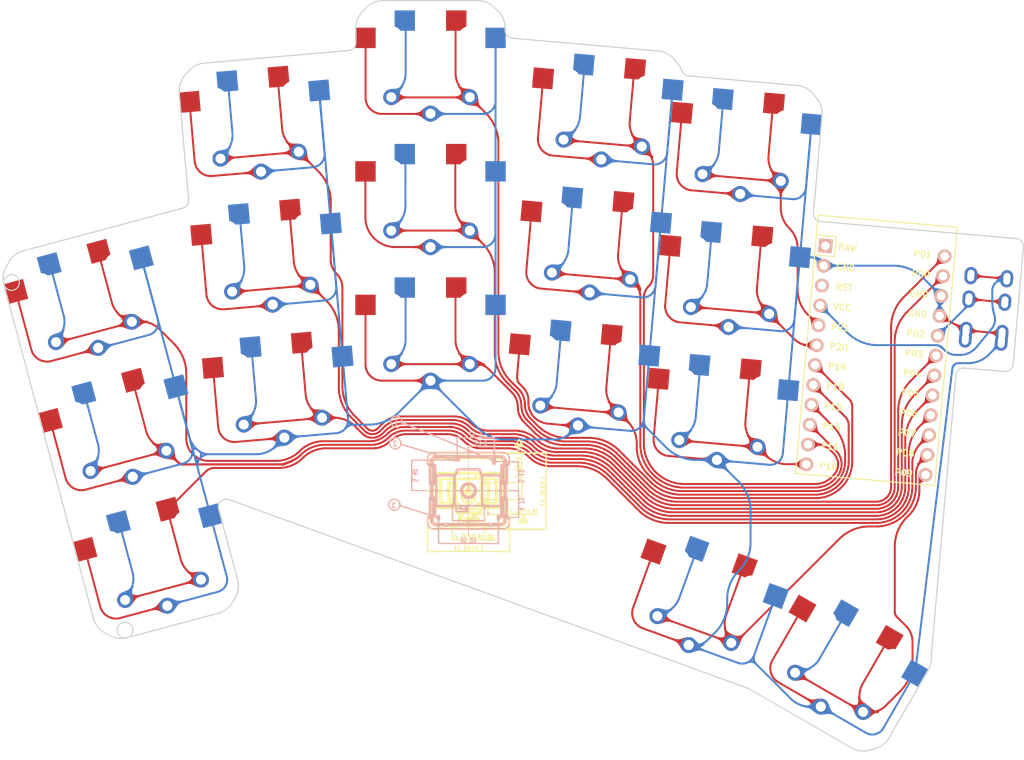
<source format=kicad_pcb>
(kicad_pcb (version 20171130) (host pcbnew "(5.1.10-1-10_14)")
  (title_block (title KEYBOARD_NAME_HERE) (rev VERSION_HERE) (company YOUR_NAME_HERE))
  (layers (0 F.Cu signal) (31 B.Cu signal) (34 B.Paste user) (35 F.Paste user) (36 B.SilkS user) (37 F.SilkS user) (38 B.Mask user) (39 F.Mask user) (44 Edge.Cuts user))
  (net 0 "")
  (net 1 P7)
  (net 2 GND)
  (net 3 P6)
  (net 4 P5)
  (net 5 P4)
  (net 6 P3)
  (net 7 P0)
  (net 8 P1)
  (net 9 P19)
  (net 10 P18)
  (net 11 P15)
  (net 12 P14)
  (net 13 P16)
  (net 14 P10)
  (net 15 P20)
  (net 16 P21)
  (net 17 P8)
  (net 18 P9)
  (net 19 RAW)
  (net 20 RST)
  (net 21 VCC)
  (net 22 P2)
  (module silkscreens:pg1232_bottom (layer B.Cu) (at 53.02 -7.82 180)
    (fp_text reference REF** hide)
    (fp_text value "" hide)
  )
  (module silkscreens:pg1232_top (layer F.Cu) (at 53.09 -7.6)
    (fp_text reference REF** hide)
    (fp_text value "" hide)
  )
  (module PG1350 (layer F.Cu) (at 13.202636 1.053449 15)
    (fp_text reference S1 hide)
    (fp_text value "" hide)
    (pad "" np_thru_hole circle (at 0 0) (size 3.429 3.429) (drill 3.429) (layers *.Cu *.Mask))
    (pad "" np_thru_hole circle (at 5.5 0) (size 1.7018 1.7018) (drill 1.7018) (layers *.Cu *.Mask))
    (pad "" np_thru_hole circle (at -5.5 0) (size 1.7018 1.7018) (drill 1.7018) (layers *.Cu *.Mask))
    (pad "" np_thru_hole circle (at 5 -3.75) (size 3 3) (drill 3) (layers *.Cu *.Mask))
    (pad "" np_thru_hole circle (at 0 -5.95) (size 3 3) (drill 3) (layers *.Cu *.Mask))
    (pad 1 smd rect (at -3.275 -5.95 15) (size 2.6 2.6) (layers B.Cu B.Paste B.Mask) (net 1 P7))
    (pad 2 smd rect (at 8.275 -3.75 15) (size 2.6 2.6) (layers B.Cu B.Paste B.Mask) (net 2 GND))
    (pad "" np_thru_hole circle (at -5 -3.75) (size 3 3) (drill 3) (layers *.Cu *.Mask))
    (pad "" np_thru_hole circle (at 0 -5.95) (size 3 3) (drill 3) (layers *.Cu *.Mask))
    (pad 1 smd rect (at 3.275 -5.95 15) (size 2.6 2.6) (layers F.Cu F.Paste F.Mask) (net 1 P7))
    (pad 2 smd rect (at -8.275 -3.75 15) (size 2.6 2.6) (layers F.Cu F.Paste F.Mask) (net 2 GND))
  )
  (module PG1350 (layer F.Cu) (at 13.202636 1.053449 195)
    (fp_text reference S2 hide)
    (fp_text value "" hide)
    (pad "" np_thru_hole circle (at 0 0) (size 3.429 3.429) (drill 3.429) (layers *.Cu *.Mask))
    (pad "" np_thru_hole circle (at 5.5 0) (size 1.7018 1.7018) (drill 1.7018) (layers *.Cu *.Mask))
    (pad "" np_thru_hole circle (at -5.5 0) (size 1.7018 1.7018) (drill 1.7018) (layers *.Cu *.Mask))
    (pad 1 thru_hole circle (at 5 -3.8) (size 2.032 2.032) (drill 1.27) (layers *.Cu *.Mask) (net 1 P7))
    (pad 2 thru_hole circle (at 0 -5.9) (size 2.032 2.032) (drill 1.27) (layers *.Cu *.Mask) (net 2 GND))
    (pad 1 thru_hole circle (at -5 -3.8) (size 2.032 2.032) (drill 1.27) (layers *.Cu *.Mask) (net 1 P7))
    (pad 2 thru_hole circle (at 0 -5.9) (size 2.032 2.032) (drill 1.27) (layers *.Cu *.Mask) (net 2 GND))
  )
  (module PG1350 (layer F.Cu) (at 8.802735 -15.367351 15)
    (fp_text reference S3 hide)
    (fp_text value "" hide)
    (pad "" np_thru_hole circle (at 0 0) (size 3.429 3.429) (drill 3.429) (layers *.Cu *.Mask))
    (pad "" np_thru_hole circle (at 5.5 0) (size 1.7018 1.7018) (drill 1.7018) (layers *.Cu *.Mask))
    (pad "" np_thru_hole circle (at -5.5 0) (size 1.7018 1.7018) (drill 1.7018) (layers *.Cu *.Mask))
    (pad "" np_thru_hole circle (at 5 -3.75) (size 3 3) (drill 3) (layers *.Cu *.Mask))
    (pad "" np_thru_hole circle (at 0 -5.95) (size 3 3) (drill 3) (layers *.Cu *.Mask))
    (pad 1 smd rect (at -3.275 -5.95 15) (size 2.6 2.6) (layers B.Cu B.Paste B.Mask) (net 3 P6))
    (pad 2 smd rect (at 8.275 -3.75 15) (size 2.6 2.6) (layers B.Cu B.Paste B.Mask) (net 2 GND))
    (pad "" np_thru_hole circle (at -5 -3.75) (size 3 3) (drill 3) (layers *.Cu *.Mask))
    (pad "" np_thru_hole circle (at 0 -5.95) (size 3 3) (drill 3) (layers *.Cu *.Mask))
    (pad 1 smd rect (at 3.275 -5.95 15) (size 2.6 2.6) (layers F.Cu F.Paste F.Mask) (net 3 P6))
    (pad 2 smd rect (at -8.275 -3.75 15) (size 2.6 2.6) (layers F.Cu F.Paste F.Mask) (net 2 GND))
  )
  (module PG1350 (layer F.Cu) (at 8.802735 -15.367351 195)
    (fp_text reference S4 hide)
    (fp_text value "" hide)
    (pad "" np_thru_hole circle (at 0 0) (size 3.429 3.429) (drill 3.429) (layers *.Cu *.Mask))
    (pad "" np_thru_hole circle (at 5.5 0) (size 1.7018 1.7018) (drill 1.7018) (layers *.Cu *.Mask))
    (pad "" np_thru_hole circle (at -5.5 0) (size 1.7018 1.7018) (drill 1.7018) (layers *.Cu *.Mask))
    (pad 1 thru_hole circle (at 5 -3.8) (size 2.032 2.032) (drill 1.27) (layers *.Cu *.Mask) (net 3 P6))
    (pad 2 thru_hole circle (at 0 -5.9) (size 2.032 2.032) (drill 1.27) (layers *.Cu *.Mask) (net 2 GND))
    (pad 1 thru_hole circle (at -5 -3.8) (size 2.032 2.032) (drill 1.27) (layers *.Cu *.Mask) (net 3 P6))
    (pad 2 thru_hole circle (at 0 -5.9) (size 2.032 2.032) (drill 1.27) (layers *.Cu *.Mask) (net 2 GND))
  )
  (module PG1350 (layer F.Cu) (at 4.402735 -31.788051 15)
    (fp_text reference S5 hide)
    (fp_text value "" hide)
    (pad "" np_thru_hole circle (at 0 0) (size 3.429 3.429) (drill 3.429) (layers *.Cu *.Mask))
    (pad "" np_thru_hole circle (at 5.5 0) (size 1.7018 1.7018) (drill 1.7018) (layers *.Cu *.Mask))
    (pad "" np_thru_hole circle (at -5.5 0) (size 1.7018 1.7018) (drill 1.7018) (layers *.Cu *.Mask))
    (pad "" np_thru_hole circle (at 5 -3.75) (size 3 3) (drill 3) (layers *.Cu *.Mask))
    (pad "" np_thru_hole circle (at 0 -5.95) (size 3 3) (drill 3) (layers *.Cu *.Mask))
    (pad 1 smd rect (at -3.275 -5.95 15) (size 2.6 2.6) (layers B.Cu B.Paste B.Mask) (net 4 P5))
    (pad 2 smd rect (at 8.275 -3.75 15) (size 2.6 2.6) (layers B.Cu B.Paste B.Mask) (net 2 GND))
    (pad "" np_thru_hole circle (at -5 -3.75) (size 3 3) (drill 3) (layers *.Cu *.Mask))
    (pad "" np_thru_hole circle (at 0 -5.95) (size 3 3) (drill 3) (layers *.Cu *.Mask))
    (pad 1 smd rect (at 3.275 -5.95 15) (size 2.6 2.6) (layers F.Cu F.Paste F.Mask) (net 4 P5))
    (pad 2 smd rect (at -8.275 -3.75 15) (size 2.6 2.6) (layers F.Cu F.Paste F.Mask) (net 2 GND))
  )
  (module PG1350 (layer F.Cu) (at 4.402735 -31.788051 195)
    (fp_text reference S6 hide)
    (fp_text value "" hide)
    (pad "" np_thru_hole circle (at 0 0) (size 3.429 3.429) (drill 3.429) (layers *.Cu *.Mask))
    (pad "" np_thru_hole circle (at 5.5 0) (size 1.7018 1.7018) (drill 1.7018) (layers *.Cu *.Mask))
    (pad "" np_thru_hole circle (at -5.5 0) (size 1.7018 1.7018) (drill 1.7018) (layers *.Cu *.Mask))
    (pad 1 thru_hole circle (at 5 -3.8) (size 2.032 2.032) (drill 1.27) (layers *.Cu *.Mask) (net 4 P5))
    (pad 2 thru_hole circle (at 0 -5.9) (size 2.032 2.032) (drill 1.27) (layers *.Cu *.Mask) (net 2 GND))
    (pad 1 thru_hole circle (at -5 -3.8) (size 2.032 2.032) (drill 1.27) (layers *.Cu *.Mask) (net 4 P5))
    (pad 2 thru_hole circle (at 0 -5.9) (size 2.032 2.032) (drill 1.27) (layers *.Cu *.Mask) (net 2 GND))
  )
  (module PG1350 (layer F.Cu) (at 29.107636 -20.540652 5)
    (fp_text reference S7 hide)
    (fp_text value "" hide)
    (pad "" np_thru_hole circle (at 0 0) (size 3.429 3.429) (drill 3.429) (layers *.Cu *.Mask))
    (pad "" np_thru_hole circle (at 5.5 0) (size 1.7018 1.7018) (drill 1.7018) (layers *.Cu *.Mask))
    (pad "" np_thru_hole circle (at -5.5 0) (size 1.7018 1.7018) (drill 1.7018) (layers *.Cu *.Mask))
    (pad "" np_thru_hole circle (at 5 -3.75) (size 3 3) (drill 3) (layers *.Cu *.Mask))
    (pad "" np_thru_hole circle (at 0 -5.95) (size 3 3) (drill 3) (layers *.Cu *.Mask))
    (pad 1 smd rect (at -3.275 -5.95 5) (size 2.6 2.6) (layers B.Cu B.Paste B.Mask) (net 5 P4))
    (pad 2 smd rect (at 8.275 -3.75 5) (size 2.6 2.6) (layers B.Cu B.Paste B.Mask) (net 2 GND))
    (pad "" np_thru_hole circle (at -5 -3.75) (size 3 3) (drill 3) (layers *.Cu *.Mask))
    (pad "" np_thru_hole circle (at 0 -5.95) (size 3 3) (drill 3) (layers *.Cu *.Mask))
    (pad 1 smd rect (at 3.275 -5.95 5) (size 2.6 2.6) (layers F.Cu F.Paste F.Mask) (net 5 P4))
    (pad 2 smd rect (at -8.275 -3.75 5) (size 2.6 2.6) (layers F.Cu F.Paste F.Mask) (net 2 GND))
  )
  (module PG1350 (layer F.Cu) (at 29.107636 -20.540652 185)
    (fp_text reference S8 hide)
    (fp_text value "" hide)
    (pad "" np_thru_hole circle (at 0 0) (size 3.429 3.429) (drill 3.429) (layers *.Cu *.Mask))
    (pad "" np_thru_hole circle (at 5.5 0) (size 1.7018 1.7018) (drill 1.7018) (layers *.Cu *.Mask))
    (pad "" np_thru_hole circle (at -5.5 0) (size 1.7018 1.7018) (drill 1.7018) (layers *.Cu *.Mask))
    (pad 1 thru_hole circle (at 5 -3.8) (size 2.032 2.032) (drill 1.27) (layers *.Cu *.Mask) (net 5 P4))
    (pad 2 thru_hole circle (at 0 -5.9) (size 2.032 2.032) (drill 1.27) (layers *.Cu *.Mask) (net 2 GND))
    (pad 1 thru_hole circle (at -5 -3.8) (size 2.032 2.032) (drill 1.27) (layers *.Cu *.Mask) (net 5 P4))
    (pad 2 thru_hole circle (at 0 -5.9) (size 2.032 2.032) (drill 1.27) (layers *.Cu *.Mask) (net 2 GND))
  )
  (module PG1350 (layer F.Cu) (at 27.625935 -37.475951 5)
    (fp_text reference S9 hide)
    (fp_text value "" hide)
    (pad "" np_thru_hole circle (at 0 0) (size 3.429 3.429) (drill 3.429) (layers *.Cu *.Mask))
    (pad "" np_thru_hole circle (at 5.5 0) (size 1.7018 1.7018) (drill 1.7018) (layers *.Cu *.Mask))
    (pad "" np_thru_hole circle (at -5.5 0) (size 1.7018 1.7018) (drill 1.7018) (layers *.Cu *.Mask))
    (pad "" np_thru_hole circle (at 5 -3.75) (size 3 3) (drill 3) (layers *.Cu *.Mask))
    (pad "" np_thru_hole circle (at 0 -5.95) (size 3 3) (drill 3) (layers *.Cu *.Mask))
    (pad 1 smd rect (at -3.275 -5.95 5) (size 2.6 2.6) (layers B.Cu B.Paste B.Mask) (net 6 P3))
    (pad 2 smd rect (at 8.275 -3.75 5) (size 2.6 2.6) (layers B.Cu B.Paste B.Mask) (net 2 GND))
    (pad "" np_thru_hole circle (at -5 -3.75) (size 3 3) (drill 3) (layers *.Cu *.Mask))
    (pad "" np_thru_hole circle (at 0 -5.95) (size 3 3) (drill 3) (layers *.Cu *.Mask))
    (pad 1 smd rect (at 3.275 -5.95 5) (size 2.6 2.6) (layers F.Cu F.Paste F.Mask) (net 6 P3))
    (pad 2 smd rect (at -8.275 -3.75 5) (size 2.6 2.6) (layers F.Cu F.Paste F.Mask) (net 2 GND))
  )
  (module PG1350 (layer F.Cu) (at 27.625935 -37.475951 185)
    (fp_text reference S10 hide)
    (fp_text value "" hide)
    (pad "" np_thru_hole circle (at 0 0) (size 3.429 3.429) (drill 3.429) (layers *.Cu *.Mask))
    (pad "" np_thru_hole circle (at 5.5 0) (size 1.7018 1.7018) (drill 1.7018) (layers *.Cu *.Mask))
    (pad "" np_thru_hole circle (at -5.5 0) (size 1.7018 1.7018) (drill 1.7018) (layers *.Cu *.Mask))
    (pad 1 thru_hole circle (at 5 -3.8) (size 2.032 2.032) (drill 1.27) (layers *.Cu *.Mask) (net 6 P3))
    (pad 2 thru_hole circle (at 0 -5.9) (size 2.032 2.032) (drill 1.27) (layers *.Cu *.Mask) (net 2 GND))
    (pad 1 thru_hole circle (at -5 -3.8) (size 2.032 2.032) (drill 1.27) (layers *.Cu *.Mask) (net 6 P3))
    (pad 2 thru_hole circle (at 0 -5.9) (size 2.032 2.032) (drill 1.27) (layers *.Cu *.Mask) (net 2 GND))
  )
  (module PG1350 (layer F.Cu) (at 26.144335 -54.411253 5)
    (fp_text reference S11 hide)
    (fp_text value "" hide)
    (pad "" np_thru_hole circle (at 0 0) (size 3.429 3.429) (drill 3.429) (layers *.Cu *.Mask))
    (pad "" np_thru_hole circle (at 5.5 0) (size 1.7018 1.7018) (drill 1.7018) (layers *.Cu *.Mask))
    (pad "" np_thru_hole circle (at -5.5 0) (size 1.7018 1.7018) (drill 1.7018) (layers *.Cu *.Mask))
    (pad "" np_thru_hole circle (at 5 -3.75) (size 3 3) (drill 3) (layers *.Cu *.Mask))
    (pad "" np_thru_hole circle (at 0 -5.95) (size 3 3) (drill 3) (layers *.Cu *.Mask))
    (pad 1 smd rect (at -3.275 -5.95 5) (size 2.6 2.6) (layers B.Cu B.Paste B.Mask) (net 7 P0))
    (pad 2 smd rect (at 8.275 -3.75 5) (size 2.6 2.6) (layers B.Cu B.Paste B.Mask) (net 2 GND))
    (pad "" np_thru_hole circle (at -5 -3.75) (size 3 3) (drill 3) (layers *.Cu *.Mask))
    (pad "" np_thru_hole circle (at 0 -5.95) (size 3 3) (drill 3) (layers *.Cu *.Mask))
    (pad 1 smd rect (at 3.275 -5.95 5) (size 2.6 2.6) (layers F.Cu F.Paste F.Mask) (net 7 P0))
    (pad 2 smd rect (at -8.275 -3.75 5) (size 2.6 2.6) (layers F.Cu F.Paste F.Mask) (net 2 GND))
  )
  (module PG1350 (layer F.Cu) (at 26.144335 -54.411253 185)
    (fp_text reference S12 hide)
    (fp_text value "" hide)
    (pad "" np_thru_hole circle (at 0 0) (size 3.429 3.429) (drill 3.429) (layers *.Cu *.Mask))
    (pad "" np_thru_hole circle (at 5.5 0) (size 1.7018 1.7018) (drill 1.7018) (layers *.Cu *.Mask))
    (pad "" np_thru_hole circle (at -5.5 0) (size 1.7018 1.7018) (drill 1.7018) (layers *.Cu *.Mask))
    (pad 1 thru_hole circle (at 5 -3.8) (size 2.032 2.032) (drill 1.27) (layers *.Cu *.Mask) (net 7 P0))
    (pad 2 thru_hole circle (at 0 -5.9) (size 2.032 2.032) (drill 1.27) (layers *.Cu *.Mask) (net 2 GND))
    (pad 1 thru_hole circle (at -5 -3.8) (size 2.032 2.032) (drill 1.27) (layers *.Cu *.Mask) (net 7 P0))
    (pad 2 thru_hole circle (at 0 -5.9) (size 2.032 2.032) (drill 1.27) (layers *.Cu *.Mask) (net 2 GND))
  )
  (module PG1350 (layer F.Cu) (at 48.226936 -27.819253)
    (fp_text reference S13 hide)
    (fp_text value "" hide)
    (pad "" np_thru_hole circle (at 0 0) (size 3.429 3.429) (drill 3.429) (layers *.Cu *.Mask))
    (pad "" np_thru_hole circle (at 5.5 0) (size 1.7018 1.7018) (drill 1.7018) (layers *.Cu *.Mask))
    (pad "" np_thru_hole circle (at -5.5 0) (size 1.7018 1.7018) (drill 1.7018) (layers *.Cu *.Mask))
    (pad "" np_thru_hole circle (at 5 -3.75) (size 3 3) (drill 3) (layers *.Cu *.Mask))
    (pad "" np_thru_hole circle (at 0 -5.95) (size 3 3) (drill 3) (layers *.Cu *.Mask))
    (pad 1 smd rect (at -3.275 -5.95) (size 2.6 2.6) (layers B.Cu B.Paste B.Mask) (net 8 P1))
    (pad 2 smd rect (at 8.275 -3.75) (size 2.6 2.6) (layers B.Cu B.Paste B.Mask) (net 2 GND))
    (pad "" np_thru_hole circle (at -5 -3.75) (size 3 3) (drill 3) (layers *.Cu *.Mask))
    (pad "" np_thru_hole circle (at 0 -5.95) (size 3 3) (drill 3) (layers *.Cu *.Mask))
    (pad 1 smd rect (at 3.275 -5.95) (size 2.6 2.6) (layers F.Cu F.Paste F.Mask) (net 8 P1))
    (pad 2 smd rect (at -8.275 -3.75) (size 2.6 2.6) (layers F.Cu F.Paste F.Mask) (net 2 GND))
  )
  (module PG1350 (layer F.Cu) (at 48.226936 -27.819253 180)
    (fp_text reference S14 hide)
    (fp_text value "" hide)
    (pad "" np_thru_hole circle (at 0 0) (size 3.429 3.429) (drill 3.429) (layers *.Cu *.Mask))
    (pad "" np_thru_hole circle (at 5.5 0) (size 1.7018 1.7018) (drill 1.7018) (layers *.Cu *.Mask))
    (pad "" np_thru_hole circle (at -5.5 0) (size 1.7018 1.7018) (drill 1.7018) (layers *.Cu *.Mask))
    (pad 1 thru_hole circle (at 5 -3.8) (size 2.032 2.032) (drill 1.27) (layers *.Cu *.Mask) (net 8 P1))
    (pad 2 thru_hole circle (at 0 -5.9) (size 2.032 2.032) (drill 1.27) (layers *.Cu *.Mask) (net 2 GND))
    (pad 1 thru_hole circle (at -5 -3.8) (size 2.032 2.032) (drill 1.27) (layers *.Cu *.Mask) (net 8 P1))
    (pad 2 thru_hole circle (at 0 -5.9) (size 2.032 2.032) (drill 1.27) (layers *.Cu *.Mask) (net 2 GND))
  )
  (module PG1350 (layer F.Cu) (at 48.226935 -44.819253)
    (fp_text reference S15 hide)
    (fp_text value "" hide)
    (pad "" np_thru_hole circle (at 0 0) (size 3.429 3.429) (drill 3.429) (layers *.Cu *.Mask))
    (pad "" np_thru_hole circle (at 5.5 0) (size 1.7018 1.7018) (drill 1.7018) (layers *.Cu *.Mask))
    (pad "" np_thru_hole circle (at -5.5 0) (size 1.7018 1.7018) (drill 1.7018) (layers *.Cu *.Mask))
    (pad "" np_thru_hole circle (at 5 -3.75) (size 3 3) (drill 3) (layers *.Cu *.Mask))
    (pad "" np_thru_hole circle (at 0 -5.95) (size 3 3) (drill 3) (layers *.Cu *.Mask))
    (pad 1 smd rect (at -3.275 -5.95) (size 2.6 2.6) (layers B.Cu B.Paste B.Mask) (net 9 P19))
    (pad 2 smd rect (at 8.275 -3.75) (size 2.6 2.6) (layers B.Cu B.Paste B.Mask) (net 2 GND))
    (pad "" np_thru_hole circle (at -5 -3.75) (size 3 3) (drill 3) (layers *.Cu *.Mask))
    (pad "" np_thru_hole circle (at 0 -5.95) (size 3 3) (drill 3) (layers *.Cu *.Mask))
    (pad 1 smd rect (at 3.275 -5.95) (size 2.6 2.6) (layers F.Cu F.Paste F.Mask) (net 9 P19))
    (pad 2 smd rect (at -8.275 -3.75) (size 2.6 2.6) (layers F.Cu F.Paste F.Mask) (net 2 GND))
  )
  (module PG1350 (layer F.Cu) (at 48.226935 -44.819253 180)
    (fp_text reference S16 hide)
    (fp_text value "" hide)
    (pad "" np_thru_hole circle (at 0 0) (size 3.429 3.429) (drill 3.429) (layers *.Cu *.Mask))
    (pad "" np_thru_hole circle (at 5.5 0) (size 1.7018 1.7018) (drill 1.7018) (layers *.Cu *.Mask))
    (pad "" np_thru_hole circle (at -5.5 0) (size 1.7018 1.7018) (drill 1.7018) (layers *.Cu *.Mask))
    (pad 1 thru_hole circle (at 5 -3.8) (size 2.032 2.032) (drill 1.27) (layers *.Cu *.Mask) (net 9 P19))
    (pad 2 thru_hole circle (at 0 -5.9) (size 2.032 2.032) (drill 1.27) (layers *.Cu *.Mask) (net 2 GND))
    (pad 1 thru_hole circle (at -5 -3.8) (size 2.032 2.032) (drill 1.27) (layers *.Cu *.Mask) (net 9 P19))
    (pad 2 thru_hole circle (at 0 -5.9) (size 2.032 2.032) (drill 1.27) (layers *.Cu *.Mask) (net 2 GND))
  )
  (module PG1350 (layer F.Cu) (at 48.226936 -61.819251)
    (fp_text reference S17 hide)
    (fp_text value "" hide)
    (pad "" np_thru_hole circle (at 0 0) (size 3.429 3.429) (drill 3.429) (layers *.Cu *.Mask))
    (pad "" np_thru_hole circle (at 5.5 0) (size 1.7018 1.7018) (drill 1.7018) (layers *.Cu *.Mask))
    (pad "" np_thru_hole circle (at -5.5 0) (size 1.7018 1.7018) (drill 1.7018) (layers *.Cu *.Mask))
    (pad "" np_thru_hole circle (at 5 -3.75) (size 3 3) (drill 3) (layers *.Cu *.Mask))
    (pad "" np_thru_hole circle (at 0 -5.95) (size 3 3) (drill 3) (layers *.Cu *.Mask))
    (pad 1 smd rect (at -3.275 -5.95) (size 2.6 2.6) (layers B.Cu B.Paste B.Mask) (net 10 P18))
    (pad 2 smd rect (at 8.275 -3.75) (size 2.6 2.6) (layers B.Cu B.Paste B.Mask) (net 2 GND))
    (pad "" np_thru_hole circle (at -5 -3.75) (size 3 3) (drill 3) (layers *.Cu *.Mask))
    (pad "" np_thru_hole circle (at 0 -5.95) (size 3 3) (drill 3) (layers *.Cu *.Mask))
    (pad 1 smd rect (at 3.275 -5.95) (size 2.6 2.6) (layers F.Cu F.Paste F.Mask) (net 10 P18))
    (pad 2 smd rect (at -8.275 -3.75) (size 2.6 2.6) (layers F.Cu F.Paste F.Mask) (net 2 GND))
  )
  (module PG1350 (layer F.Cu) (at 48.226936 -61.819251 180)
    (fp_text reference S18 hide)
    (fp_text value "" hide)
    (pad "" np_thru_hole circle (at 0 0) (size 3.429 3.429) (drill 3.429) (layers *.Cu *.Mask))
    (pad "" np_thru_hole circle (at 5.5 0) (size 1.7018 1.7018) (drill 1.7018) (layers *.Cu *.Mask))
    (pad "" np_thru_hole circle (at -5.5 0) (size 1.7018 1.7018) (drill 1.7018) (layers *.Cu *.Mask))
    (pad 1 thru_hole circle (at 5 -3.8) (size 2.032 2.032) (drill 1.27) (layers *.Cu *.Mask) (net 10 P18))
    (pad 2 thru_hole circle (at 0 -5.9) (size 2.032 2.032) (drill 1.27) (layers *.Cu *.Mask) (net 2 GND))
    (pad 1 thru_hole circle (at -5 -3.8) (size 2.032 2.032) (drill 1.27) (layers *.Cu *.Mask) (net 10 P18))
    (pad 2 thru_hole circle (at 0 -5.9) (size 2.032 2.032) (drill 1.27) (layers *.Cu *.Mask) (net 2 GND))
  )
  (module PG1350 (layer F.Cu) (at 67.508534 -22.087852 355)
    (fp_text reference S19 hide)
    (fp_text value "" hide)
    (pad "" np_thru_hole circle (at 0 0) (size 3.429 3.429) (drill 3.429) (layers *.Cu *.Mask))
    (pad "" np_thru_hole circle (at 5.5 0) (size 1.7018 1.7018) (drill 1.7018) (layers *.Cu *.Mask))
    (pad "" np_thru_hole circle (at -5.5 0) (size 1.7018 1.7018) (drill 1.7018) (layers *.Cu *.Mask))
    (pad "" np_thru_hole circle (at 5 -3.75) (size 3 3) (drill 3) (layers *.Cu *.Mask))
    (pad "" np_thru_hole circle (at 0 -5.95) (size 3 3) (drill 3) (layers *.Cu *.Mask))
    (pad 1 smd rect (at -3.275 -5.95 355) (size 2.6 2.6) (layers B.Cu B.Paste B.Mask) (net 11 P15))
    (pad 2 smd rect (at 8.275 -3.75 355) (size 2.6 2.6) (layers B.Cu B.Paste B.Mask) (net 2 GND))
    (pad "" np_thru_hole circle (at -5 -3.75) (size 3 3) (drill 3) (layers *.Cu *.Mask))
    (pad "" np_thru_hole circle (at 0 -5.95) (size 3 3) (drill 3) (layers *.Cu *.Mask))
    (pad 1 smd rect (at 3.275 -5.95 355) (size 2.6 2.6) (layers F.Cu F.Paste F.Mask) (net 11 P15))
    (pad 2 smd rect (at -8.275 -3.75 355) (size 2.6 2.6) (layers F.Cu F.Paste F.Mask) (net 2 GND))
  )
  (module PG1350 (layer F.Cu) (at 67.508534 -22.087852 175)
    (fp_text reference S20 hide)
    (fp_text value "" hide)
    (pad "" np_thru_hole circle (at 0 0) (size 3.429 3.429) (drill 3.429) (layers *.Cu *.Mask))
    (pad "" np_thru_hole circle (at 5.5 0) (size 1.7018 1.7018) (drill 1.7018) (layers *.Cu *.Mask))
    (pad "" np_thru_hole circle (at -5.5 0) (size 1.7018 1.7018) (drill 1.7018) (layers *.Cu *.Mask))
    (pad 1 thru_hole circle (at 5 -3.8) (size 2.032 2.032) (drill 1.27) (layers *.Cu *.Mask) (net 11 P15))
    (pad 2 thru_hole circle (at 0 -5.9) (size 2.032 2.032) (drill 1.27) (layers *.Cu *.Mask) (net 2 GND))
    (pad 1 thru_hole circle (at -5 -3.8) (size 2.032 2.032) (drill 1.27) (layers *.Cu *.Mask) (net 11 P15))
    (pad 2 thru_hole circle (at 0 -5.9) (size 2.032 2.032) (drill 1.27) (layers *.Cu *.Mask) (net 2 GND))
  )
  (module PG1350 (layer F.Cu) (at 68.990235 -39.023152 355)
    (fp_text reference S21 hide)
    (fp_text value "" hide)
    (pad "" np_thru_hole circle (at 0 0) (size 3.429 3.429) (drill 3.429) (layers *.Cu *.Mask))
    (pad "" np_thru_hole circle (at 5.5 0) (size 1.7018 1.7018) (drill 1.7018) (layers *.Cu *.Mask))
    (pad "" np_thru_hole circle (at -5.5 0) (size 1.7018 1.7018) (drill 1.7018) (layers *.Cu *.Mask))
    (pad "" np_thru_hole circle (at 5 -3.75) (size 3 3) (drill 3) (layers *.Cu *.Mask))
    (pad "" np_thru_hole circle (at 0 -5.95) (size 3 3) (drill 3) (layers *.Cu *.Mask))
    (pad 1 smd rect (at -3.275 -5.95 355) (size 2.6 2.6) (layers B.Cu B.Paste B.Mask) (net 12 P14))
    (pad 2 smd rect (at 8.275 -3.75 355) (size 2.6 2.6) (layers B.Cu B.Paste B.Mask) (net 2 GND))
    (pad "" np_thru_hole circle (at -5 -3.75) (size 3 3) (drill 3) (layers *.Cu *.Mask))
    (pad "" np_thru_hole circle (at 0 -5.95) (size 3 3) (drill 3) (layers *.Cu *.Mask))
    (pad 1 smd rect (at 3.275 -5.95 355) (size 2.6 2.6) (layers F.Cu F.Paste F.Mask) (net 12 P14))
    (pad 2 smd rect (at -8.275 -3.75 355) (size 2.6 2.6) (layers F.Cu F.Paste F.Mask) (net 2 GND))
  )
  (module PG1350 (layer F.Cu) (at 68.990235 -39.023152 175)
    (fp_text reference S22 hide)
    (fp_text value "" hide)
    (pad "" np_thru_hole circle (at 0 0) (size 3.429 3.429) (drill 3.429) (layers *.Cu *.Mask))
    (pad "" np_thru_hole circle (at 5.5 0) (size 1.7018 1.7018) (drill 1.7018) (layers *.Cu *.Mask))
    (pad "" np_thru_hole circle (at -5.5 0) (size 1.7018 1.7018) (drill 1.7018) (layers *.Cu *.Mask))
    (pad 1 thru_hole circle (at 5 -3.8) (size 2.032 2.032) (drill 1.27) (layers *.Cu *.Mask) (net 12 P14))
    (pad 2 thru_hole circle (at 0 -5.9) (size 2.032 2.032) (drill 1.27) (layers *.Cu *.Mask) (net 2 GND))
    (pad 1 thru_hole circle (at -5 -3.8) (size 2.032 2.032) (drill 1.27) (layers *.Cu *.Mask) (net 12 P14))
    (pad 2 thru_hole circle (at 0 -5.9) (size 2.032 2.032) (drill 1.27) (layers *.Cu *.Mask) (net 2 GND))
  )
  (module PG1350 (layer F.Cu) (at 70.471836 -55.958552 355)
    (fp_text reference S23 hide)
    (fp_text value "" hide)
    (pad "" np_thru_hole circle (at 0 0) (size 3.429 3.429) (drill 3.429) (layers *.Cu *.Mask))
    (pad "" np_thru_hole circle (at 5.5 0) (size 1.7018 1.7018) (drill 1.7018) (layers *.Cu *.Mask))
    (pad "" np_thru_hole circle (at -5.5 0) (size 1.7018 1.7018) (drill 1.7018) (layers *.Cu *.Mask))
    (pad "" np_thru_hole circle (at 5 -3.75) (size 3 3) (drill 3) (layers *.Cu *.Mask))
    (pad "" np_thru_hole circle (at 0 -5.95) (size 3 3) (drill 3) (layers *.Cu *.Mask))
    (pad 1 smd rect (at -3.275 -5.95 355) (size 2.6 2.6) (layers B.Cu B.Paste B.Mask) (net 13 P16))
    (pad 2 smd rect (at 8.275 -3.75 355) (size 2.6 2.6) (layers B.Cu B.Paste B.Mask) (net 2 GND))
    (pad "" np_thru_hole circle (at -5 -3.75) (size 3 3) (drill 3) (layers *.Cu *.Mask))
    (pad "" np_thru_hole circle (at 0 -5.95) (size 3 3) (drill 3) (layers *.Cu *.Mask))
    (pad 1 smd rect (at 3.275 -5.95 355) (size 2.6 2.6) (layers F.Cu F.Paste F.Mask) (net 13 P16))
    (pad 2 smd rect (at -8.275 -3.75 355) (size 2.6 2.6) (layers F.Cu F.Paste F.Mask) (net 2 GND))
  )
  (module PG1350 (layer F.Cu) (at 70.471836 -55.958552 175)
    (fp_text reference S24 hide)
    (fp_text value "" hide)
    (pad "" np_thru_hole circle (at 0 0) (size 3.429 3.429) (drill 3.429) (layers *.Cu *.Mask))
    (pad "" np_thru_hole circle (at 5.5 0) (size 1.7018 1.7018) (drill 1.7018) (layers *.Cu *.Mask))
    (pad "" np_thru_hole circle (at -5.5 0) (size 1.7018 1.7018) (drill 1.7018) (layers *.Cu *.Mask))
    (pad 1 thru_hole circle (at 5 -3.8) (size 2.032 2.032) (drill 1.27) (layers *.Cu *.Mask) (net 13 P16))
    (pad 2 thru_hole circle (at 0 -5.9) (size 2.032 2.032) (drill 1.27) (layers *.Cu *.Mask) (net 2 GND))
    (pad 1 thru_hole circle (at -5 -3.8) (size 2.032 2.032) (drill 1.27) (layers *.Cu *.Mask) (net 13 P16))
    (pad 2 thru_hole circle (at 0 -5.9) (size 2.032 2.032) (drill 1.27) (layers *.Cu *.Mask) (net 2 GND))
  )
  (module PG1350 (layer F.Cu) (at 85.193135 -17.696552 355)
    (fp_text reference S25 hide)
    (fp_text value "" hide)
    (pad "" np_thru_hole circle (at 0 0) (size 3.429 3.429) (drill 3.429) (layers *.Cu *.Mask))
    (pad "" np_thru_hole circle (at 5.5 0) (size 1.7018 1.7018) (drill 1.7018) (layers *.Cu *.Mask))
    (pad "" np_thru_hole circle (at -5.5 0) (size 1.7018 1.7018) (drill 1.7018) (layers *.Cu *.Mask))
    (pad "" np_thru_hole circle (at 5 -3.75) (size 3 3) (drill 3) (layers *.Cu *.Mask))
    (pad "" np_thru_hole circle (at 0 -5.95) (size 3 3) (drill 3) (layers *.Cu *.Mask))
    (pad 1 smd rect (at -3.275 -5.95 355) (size 2.6 2.6) (layers B.Cu B.Paste B.Mask) (net 14 P10))
    (pad 2 smd rect (at 8.275 -3.75 355) (size 2.6 2.6) (layers B.Cu B.Paste B.Mask) (net 2 GND))
    (pad "" np_thru_hole circle (at -5 -3.75) (size 3 3) (drill 3) (layers *.Cu *.Mask))
    (pad "" np_thru_hole circle (at 0 -5.95) (size 3 3) (drill 3) (layers *.Cu *.Mask))
    (pad 1 smd rect (at 3.275 -5.95 355) (size 2.6 2.6) (layers F.Cu F.Paste F.Mask) (net 14 P10))
    (pad 2 smd rect (at -8.275 -3.75 355) (size 2.6 2.6) (layers F.Cu F.Paste F.Mask) (net 2 GND))
  )
  (module PG1350 (layer F.Cu) (at 85.193135 -17.696552 175)
    (fp_text reference S26 hide)
    (fp_text value "" hide)
    (pad "" np_thru_hole circle (at 0 0) (size 3.429 3.429) (drill 3.429) (layers *.Cu *.Mask))
    (pad "" np_thru_hole circle (at 5.5 0) (size 1.7018 1.7018) (drill 1.7018) (layers *.Cu *.Mask))
    (pad "" np_thru_hole circle (at -5.5 0) (size 1.7018 1.7018) (drill 1.7018) (layers *.Cu *.Mask))
    (pad 1 thru_hole circle (at 5 -3.8) (size 2.032 2.032) (drill 1.27) (layers *.Cu *.Mask) (net 14 P10))
    (pad 2 thru_hole circle (at 0 -5.9) (size 2.032 2.032) (drill 1.27) (layers *.Cu *.Mask) (net 2 GND))
    (pad 1 thru_hole circle (at -5 -3.8) (size 2.032 2.032) (drill 1.27) (layers *.Cu *.Mask) (net 14 P10))
    (pad 2 thru_hole circle (at 0 -5.9) (size 2.032 2.032) (drill 1.27) (layers *.Cu *.Mask) (net 2 GND))
  )
  (module PG1350 (layer F.Cu) (at 86.674735 -34.631852 355)
    (fp_text reference S27 hide)
    (fp_text value "" hide)
    (pad "" np_thru_hole circle (at 0 0) (size 3.429 3.429) (drill 3.429) (layers *.Cu *.Mask))
    (pad "" np_thru_hole circle (at 5.5 0) (size 1.7018 1.7018) (drill 1.7018) (layers *.Cu *.Mask))
    (pad "" np_thru_hole circle (at -5.5 0) (size 1.7018 1.7018) (drill 1.7018) (layers *.Cu *.Mask))
    (pad "" np_thru_hole circle (at 5 -3.75) (size 3 3) (drill 3) (layers *.Cu *.Mask))
    (pad "" np_thru_hole circle (at 0 -5.95) (size 3 3) (drill 3) (layers *.Cu *.Mask))
    (pad 1 smd rect (at -3.275 -5.95 355) (size 2.6 2.6) (layers B.Cu B.Paste B.Mask) (net 15 P20))
    (pad 2 smd rect (at 8.275 -3.75 355) (size 2.6 2.6) (layers B.Cu B.Paste B.Mask) (net 2 GND))
    (pad "" np_thru_hole circle (at -5 -3.75) (size 3 3) (drill 3) (layers *.Cu *.Mask))
    (pad "" np_thru_hole circle (at 0 -5.95) (size 3 3) (drill 3) (layers *.Cu *.Mask))
    (pad 1 smd rect (at 3.275 -5.95 355) (size 2.6 2.6) (layers F.Cu F.Paste F.Mask) (net 15 P20))
    (pad 2 smd rect (at -8.275 -3.75 355) (size 2.6 2.6) (layers F.Cu F.Paste F.Mask) (net 2 GND))
  )
  (module PG1350 (layer F.Cu) (at 86.674735 -34.631852 175)
    (fp_text reference S28 hide)
    (fp_text value "" hide)
    (pad "" np_thru_hole circle (at 0 0) (size 3.429 3.429) (drill 3.429) (layers *.Cu *.Mask))
    (pad "" np_thru_hole circle (at 5.5 0) (size 1.7018 1.7018) (drill 1.7018) (layers *.Cu *.Mask))
    (pad "" np_thru_hole circle (at -5.5 0) (size 1.7018 1.7018) (drill 1.7018) (layers *.Cu *.Mask))
    (pad 1 thru_hole circle (at 5 -3.8) (size 2.032 2.032) (drill 1.27) (layers *.Cu *.Mask) (net 15 P20))
    (pad 2 thru_hole circle (at 0 -5.9) (size 2.032 2.032) (drill 1.27) (layers *.Cu *.Mask) (net 2 GND))
    (pad 1 thru_hole circle (at -5 -3.8) (size 2.032 2.032) (drill 1.27) (layers *.Cu *.Mask) (net 15 P20))
    (pad 2 thru_hole circle (at 0 -5.9) (size 2.032 2.032) (drill 1.27) (layers *.Cu *.Mask) (net 2 GND))
  )
  (module PG1350 (layer F.Cu) (at 88.156436 -51.567152 355)
    (fp_text reference S29 hide)
    (fp_text value "" hide)
    (pad "" np_thru_hole circle (at 0 0) (size 3.429 3.429) (drill 3.429) (layers *.Cu *.Mask))
    (pad "" np_thru_hole circle (at 5.5 0) (size 1.7018 1.7018) (drill 1.7018) (layers *.Cu *.Mask))
    (pad "" np_thru_hole circle (at -5.5 0) (size 1.7018 1.7018) (drill 1.7018) (layers *.Cu *.Mask))
    (pad "" np_thru_hole circle (at 5 -3.75) (size 3 3) (drill 3) (layers *.Cu *.Mask))
    (pad "" np_thru_hole circle (at 0 -5.95) (size 3 3) (drill 3) (layers *.Cu *.Mask))
    (pad 1 smd rect (at -3.275 -5.95 355) (size 2.6 2.6) (layers B.Cu B.Paste B.Mask) (net 16 P21))
    (pad 2 smd rect (at 8.275 -3.75 355) (size 2.6 2.6) (layers B.Cu B.Paste B.Mask) (net 2 GND))
    (pad "" np_thru_hole circle (at -5 -3.75) (size 3 3) (drill 3) (layers *.Cu *.Mask))
    (pad "" np_thru_hole circle (at 0 -5.95) (size 3 3) (drill 3) (layers *.Cu *.Mask))
    (pad 1 smd rect (at 3.275 -5.95 355) (size 2.6 2.6) (layers F.Cu F.Paste F.Mask) (net 16 P21))
    (pad 2 smd rect (at -8.275 -3.75 355) (size 2.6 2.6) (layers F.Cu F.Paste F.Mask) (net 2 GND))
  )
  (module PG1350 (layer F.Cu) (at 88.156436 -51.567152 175)
    (fp_text reference S30 hide)
    (fp_text value "" hide)
    (pad "" np_thru_hole circle (at 0 0) (size 3.429 3.429) (drill 3.429) (layers *.Cu *.Mask))
    (pad "" np_thru_hole circle (at 5.5 0) (size 1.7018 1.7018) (drill 1.7018) (layers *.Cu *.Mask))
    (pad "" np_thru_hole circle (at -5.5 0) (size 1.7018 1.7018) (drill 1.7018) (layers *.Cu *.Mask))
    (pad 1 thru_hole circle (at 5 -3.8) (size 2.032 2.032) (drill 1.27) (layers *.Cu *.Mask) (net 16 P21))
    (pad 2 thru_hole circle (at 0 -5.9) (size 2.032 2.032) (drill 1.27) (layers *.Cu *.Mask) (net 2 GND))
    (pad 1 thru_hole circle (at -5 -3.8) (size 2.032 2.032) (drill 1.27) (layers *.Cu *.Mask) (net 16 P21))
    (pad 2 thru_hole circle (at 0 -5.9) (size 2.032 2.032) (drill 1.27) (layers *.Cu *.Mask) (net 2 GND))
  )
  (module PG1350 (layer F.Cu) (at 83.101335 6.212149 340)
    (fp_text reference S31 hide)
    (fp_text value "" hide)
    (pad "" np_thru_hole circle (at 0 0) (size 3.429 3.429) (drill 3.429) (layers *.Cu *.Mask))
    (pad "" np_thru_hole circle (at 5.5 0) (size 1.7018 1.7018) (drill 1.7018) (layers *.Cu *.Mask))
    (pad "" np_thru_hole circle (at -5.5 0) (size 1.7018 1.7018) (drill 1.7018) (layers *.Cu *.Mask))
    (pad "" np_thru_hole circle (at 5 -3.75) (size 3 3) (drill 3) (layers *.Cu *.Mask))
    (pad "" np_thru_hole circle (at 0 -5.95) (size 3 3) (drill 3) (layers *.Cu *.Mask))
    (pad 1 smd rect (at -3.275 -5.95 340) (size 2.6 2.6) (layers B.Cu B.Paste B.Mask) (net 17 P8))
    (pad 2 smd rect (at 8.275 -3.75 340) (size 2.6 2.6) (layers B.Cu B.Paste B.Mask) (net 2 GND))
    (pad "" np_thru_hole circle (at -5 -3.75) (size 3 3) (drill 3) (layers *.Cu *.Mask))
    (pad "" np_thru_hole circle (at 0 -5.95) (size 3 3) (drill 3) (layers *.Cu *.Mask))
    (pad 1 smd rect (at 3.275 -5.95 340) (size 2.6 2.6) (layers F.Cu F.Paste F.Mask) (net 17 P8))
    (pad 2 smd rect (at -8.275 -3.75 340) (size 2.6 2.6) (layers F.Cu F.Paste F.Mask) (net 2 GND))
  )
  (module PG1350 (layer F.Cu) (at 83.101335 6.212149 160)
    (fp_text reference S32 hide)
    (fp_text value "" hide)
    (pad "" np_thru_hole circle (at 0 0) (size 3.429 3.429) (drill 3.429) (layers *.Cu *.Mask))
    (pad "" np_thru_hole circle (at 5.5 0) (size 1.7018 1.7018) (drill 1.7018) (layers *.Cu *.Mask))
    (pad "" np_thru_hole circle (at -5.5 0) (size 1.7018 1.7018) (drill 1.7018) (layers *.Cu *.Mask))
    (pad 1 thru_hole circle (at 5 -3.8) (size 2.032 2.032) (drill 1.27) (layers *.Cu *.Mask) (net 17 P8))
    (pad 2 thru_hole circle (at 0 -5.9) (size 2.032 2.032) (drill 1.27) (layers *.Cu *.Mask) (net 2 GND))
    (pad 1 thru_hole circle (at -5 -3.8) (size 2.032 2.032) (drill 1.27) (layers *.Cu *.Mask) (net 17 P8))
    (pad 2 thru_hole circle (at 0 -5.9) (size 2.032 2.032) (drill 1.27) (layers *.Cu *.Mask) (net 2 GND))
  )
  (module PG1350 (layer F.Cu) (at 100.853535 14.490147 330)
    (fp_text reference S33 hide)
    (fp_text value "" hide)
    (pad "" np_thru_hole circle (at 0 0) (size 3.429 3.429) (drill 3.429) (layers *.Cu *.Mask))
    (pad "" np_thru_hole circle (at 5.5 0) (size 1.7018 1.7018) (drill 1.7018) (layers *.Cu *.Mask))
    (pad "" np_thru_hole circle (at -5.5 0) (size 1.7018 1.7018) (drill 1.7018) (layers *.Cu *.Mask))
    (pad "" np_thru_hole circle (at 5 -3.75) (size 3 3) (drill 3) (layers *.Cu *.Mask))
    (pad "" np_thru_hole circle (at 0 -5.95) (size 3 3) (drill 3) (layers *.Cu *.Mask))
    (pad 1 smd rect (at -3.275 -5.95 330) (size 2.6 2.6) (layers B.Cu B.Paste B.Mask) (net 18 P9))
    (pad 2 smd rect (at 8.275 -3.75 330) (size 2.6 2.6) (layers B.Cu B.Paste B.Mask) (net 2 GND))
    (pad "" np_thru_hole circle (at -5 -3.75) (size 3 3) (drill 3) (layers *.Cu *.Mask))
    (pad "" np_thru_hole circle (at 0 -5.95) (size 3 3) (drill 3) (layers *.Cu *.Mask))
    (pad 1 smd rect (at 3.275 -5.95 330) (size 2.6 2.6) (layers F.Cu F.Paste F.Mask) (net 18 P9))
    (pad 2 smd rect (at -8.275 -3.75 330) (size 2.6 2.6) (layers F.Cu F.Paste F.Mask) (net 2 GND))
  )
  (module PG1350 (layer F.Cu) (at 100.853535 14.490147 150)
    (fp_text reference S34 hide)
    (fp_text value "" hide)
    (pad "" np_thru_hole circle (at 0 0) (size 3.429 3.429) (drill 3.429) (layers *.Cu *.Mask))
    (pad "" np_thru_hole circle (at 5.5 0) (size 1.7018 1.7018) (drill 1.7018) (layers *.Cu *.Mask))
    (pad "" np_thru_hole circle (at -5.5 0) (size 1.7018 1.7018) (drill 1.7018) (layers *.Cu *.Mask))
    (pad 1 thru_hole circle (at 5 -3.8) (size 2.032 2.032) (drill 1.27) (layers *.Cu *.Mask) (net 18 P9))
    (pad 2 thru_hole circle (at 0 -5.9) (size 2.032 2.032) (drill 1.27) (layers *.Cu *.Mask) (net 2 GND))
    (pad 1 thru_hole circle (at -5 -3.8) (size 2.032 2.032) (drill 1.27) (layers *.Cu *.Mask) (net 18 P9))
    (pad 2 thru_hole circle (at 0 -5.9) (size 2.032 2.032) (drill 1.27) (layers *.Cu *.Mask) (net 2 GND))
  )
  (module ProMicro (layer F.Cu) (at 104.861535 -24.508252 265)
    (fp_text reference C1 hide)
    (fp_text value "" hide)
    (fp_text user RAW (at -13.97 4.8 355) (layer F.SilkS) (effects (font (size 0.8 0.8))))
    (fp_text user GND (at -11.43 4.8 355) (layer F.SilkS) (effects (font (size 0.8 0.8))))
    (fp_text user RST (at -8.89 4.8 355) (layer F.SilkS) (effects (font (size 0.8 0.8))))
    (fp_text user VCC (at -6.35 4.8 355) (layer F.SilkS) (effects (font (size 0.8 0.8))))
    (fp_text user P21 (at -3.81 4.8 355) (layer F.SilkS) (effects (font (size 0.8 0.8))))
    (fp_text user P20 (at -1.27 4.8 355) (layer F.SilkS) (effects (font (size 0.8 0.8))))
    (fp_text user P19 (at 1.27 4.8 355) (layer F.SilkS) (effects (font (size 0.8 0.8))))
    (fp_text user P18 (at 3.81 4.8 355) (layer F.SilkS) (effects (font (size 0.8 0.8))))
    (fp_text user P15 (at 6.35 4.8 355) (layer F.SilkS) (effects (font (size 0.8 0.8))))
    (fp_text user P14 (at 8.89 4.8 355) (layer F.SilkS) (effects (font (size 0.8 0.8))))
    (fp_text user P16 (at 11.43 4.8 355) (layer F.SilkS) (effects (font (size 0.8 0.8))))
    (fp_text user P10 (at 13.97 4.8 355) (layer F.SilkS) (effects (font (size 0.8 0.8))))
    (fp_text user P01 (at -13.97 -4.8 355) (layer F.SilkS) (effects (font (size 0.8 0.8))))
    (fp_text user P00 (at -11.43 -4.8 355) (layer F.SilkS) (effects (font (size 0.8 0.8))))
    (fp_text user GND (at -8.89 -4.8 355) (layer F.SilkS) (effects (font (size 0.8 0.8))))
    (fp_text user GND (at -6.35 -4.8 355) (layer F.SilkS) (effects (font (size 0.8 0.8))))
    (fp_text user P02 (at -3.81 -4.8 355) (layer F.SilkS) (effects (font (size 0.8 0.8))))
    (fp_text user P03 (at -1.27 -4.8 355) (layer F.SilkS) (effects (font (size 0.8 0.8))))
    (fp_text user P04 (at 1.27 -4.8 355) (layer F.SilkS) (effects (font (size 0.8 0.8))))
    (fp_text user P05 (at 3.81 -4.8 355) (layer F.SilkS) (effects (font (size 0.8 0.8))))
    (fp_text user P06 (at 6.35 -4.8 355) (layer F.SilkS) (effects (font (size 0.8 0.8))))
    (fp_text user P07 (at 8.89 -4.8 355) (layer F.SilkS) (effects (font (size 0.8 0.8))))
    (fp_text user P08 (at 11.43 -4.8 355) (layer F.SilkS) (effects (font (size 0.8 0.8))))
    (fp_text user P09 (at 13.97 -4.8 355) (layer F.SilkS) (effects (font (size 0.8 0.8))))
    (pad 1 thru_hole rect (at -13.97 7.62 265) (size 1.7526 1.7526) (drill 1.0922) (layers *.Cu *.SilkS *.Mask) (net 19 RAW))
    (pad 2 thru_hole circle (at -11.43 7.62) (size 1.7526 1.7526) (drill 1.0922) (layers *.Cu *.SilkS *.Mask) (net 2 GND))
    (pad 3 thru_hole circle (at -8.89 7.62) (size 1.7526 1.7526) (drill 1.0922) (layers *.Cu *.SilkS *.Mask) (net 20 RST))
    (pad 4 thru_hole circle (at -6.35 7.62) (size 1.7526 1.7526) (drill 1.0922) (layers *.Cu *.SilkS *.Mask) (net 21 VCC))
    (pad 5 thru_hole circle (at -3.81 7.62) (size 1.7526 1.7526) (drill 1.0922) (layers *.Cu *.SilkS *.Mask) (net 16 P21))
    (pad 6 thru_hole circle (at -1.27 7.62) (size 1.7526 1.7526) (drill 1.0922) (layers *.Cu *.SilkS *.Mask) (net 15 P20))
    (pad 7 thru_hole circle (at 1.27 7.62) (size 1.7526 1.7526) (drill 1.0922) (layers *.Cu *.SilkS *.Mask) (net 9 P19))
    (pad 8 thru_hole circle (at 3.81 7.62) (size 1.7526 1.7526) (drill 1.0922) (layers *.Cu *.SilkS *.Mask) (net 10 P18))
    (pad 9 thru_hole circle (at 6.35 7.62) (size 1.7526 1.7526) (drill 1.0922) (layers *.Cu *.SilkS *.Mask) (net 11 P15))
    (pad 10 thru_hole circle (at 8.89 7.62) (size 1.7526 1.7526) (drill 1.0922) (layers *.Cu *.SilkS *.Mask) (net 12 P14))
    (pad 11 thru_hole circle (at 11.43 7.62) (size 1.7526 1.7526) (drill 1.0922) (layers *.Cu *.SilkS *.Mask) (net 13 P16))
    (pad 12 thru_hole circle (at 13.97 7.62) (size 1.7526 1.7526) (drill 1.0922) (layers *.Cu *.SilkS *.Mask) (net 14 P10))
    (pad 13 thru_hole circle (at -13.97 -7.62) (size 1.7526 1.7526) (drill 1.0922) (layers *.Cu *.SilkS *.Mask) (net 8 P1))
    (pad 14 thru_hole circle (at -11.43 -7.62) (size 1.7526 1.7526) (drill 1.0922) (layers *.Cu *.SilkS *.Mask) (net 7 P0))
    (pad 15 thru_hole circle (at -8.89 -7.62) (size 1.7526 1.7526) (drill 1.0922) (layers *.Cu *.SilkS *.Mask) (net 2 GND))
    (pad 16 thru_hole circle (at -6.35 -7.62) (size 1.7526 1.7526) (drill 1.0922) (layers *.Cu *.SilkS *.Mask) (net 2 GND))
    (pad 17 thru_hole circle (at -3.81 -7.62) (size 1.7526 1.7526) (drill 1.0922) (layers *.Cu *.SilkS *.Mask) (net 22 P2))
    (pad 18 thru_hole circle (at -1.27 -7.62) (size 1.7526 1.7526) (drill 1.0922) (layers *.Cu *.SilkS *.Mask) (net 6 P3))
    (pad 19 thru_hole circle (at 1.27 -7.62) (size 1.7526 1.7526) (drill 1.0922) (layers *.Cu *.SilkS *.Mask) (net 5 P4))
    (pad 20 thru_hole circle (at 3.81 -7.62) (size 1.7526 1.7526) (drill 1.0922) (layers *.Cu *.SilkS *.Mask) (net 4 P5))
    (pad 21 thru_hole circle (at 6.35 -7.62) (size 1.7526 1.7526) (drill 1.0922) (layers *.Cu *.SilkS *.Mask) (net 3 P6))
    (pad 22 thru_hole circle (at 8.89 -7.62) (size 1.7526 1.7526) (drill 1.0922) (layers *.Cu *.SilkS *.Mask) (net 1 P7))
    (pad 23 thru_hole circle (at 11.43 -7.62) (size 1.7526 1.7526) (drill 1.0922) (layers *.Cu *.SilkS *.Mask) (net 17 P8))
    (pad 24 thru_hole circle (at 13.97 -7.62) (size 1.7526 1.7526) (drill 1.0922) (layers *.Cu *.SilkS *.Mask) (net 18 P9))
  )
  (module TRRS-PJ-320A-dual (layer F.Cu) (at 121.859035 -38.078442 355)
    (fp_text reference T1 hide)
    (fp_text value "" hide)
    (pad "" np_thru_hole circle (at -2.3 8.6) (size 1.5 1.5) (drill 1.5) (layers *.Cu *.Mask))
    (pad "" np_thru_hole circle (at -2.3 1.6) (size 1.5 1.5) (drill 1.5) (layers *.Cu *.Mask))
    (pad 1 thru_hole oval (at 0 11.3 355) (size 1.6 2.2) (drill oval 0.9 1.5) (layers *.Cu *.Mask) (net 2 GND))
    (pad 2 thru_hole oval (at -4.6 10.2 355) (size 1.6 2.2) (drill oval 0.9 1.5) (layers *.Cu *.Mask) (net 2 GND))
    (pad 3 thru_hole oval (at -4.6 6.2 355) (size 1.6 2.2) (drill oval 0.9 1.5) (layers *.Cu *.Mask) (net 22 P2))
    (pad 4 thru_hole oval (at -4.6 3.2 355) (size 1.6 2.2) (drill oval 0.9 1.5) (layers *.Cu *.Mask) (net 21 VCC))
    (pad 1 thru_hole oval (at -4.6 11.3 355) (size 1.6 2.2) (drill oval 0.9 1.5) (layers *.Cu *.Mask) (net 2 GND))
    (pad 2 thru_hole oval (at 0 10.2 355) (size 1.6 2.2) (drill oval 0.9 1.5) (layers *.Cu *.Mask) (net 2 GND))
    (pad 3 thru_hole oval (at 0 6.2 355) (size 1.6 2.2) (drill oval 0.9 1.5) (layers *.Cu *.Mask) (net 22 P2))
    (pad 4 thru_hole oval (at 0 3.2 355) (size 1.6 2.2) (drill oval 0.9 1.5) (layers *.Cu *.Mask) (net 21 VCC))
  )
  (gr_line (start 7.32989 10.516604) (end 6.718859 10.163826) (angle 90) (layer Edge.Cuts) (width 0.15))
  (gr_arc (start 8.21819 7.565362) (end 5.320411 8.341818) (angle -45) (layer Edge.Cuts) (width 0.15))
  (gr_line (start -6.067627 -34.158917) (end 5.320411 8.341818) (angle 90) (layer Edge.Cuts) (width 0.15))
  (gr_line (start 21.26148 -5.57566) (end 23.673002 3.424257) (angle 90) (layer Edge.Cuts) (width 0.15))
  (gr_arc (start 20.775223 4.200714) (end 23.3733 5.700714) (angle -45) (layer Edge.Cuts) (width 0.15))
  (gr_line (start 23.372915 5.701385) (end 23.020135 6.312416) (angle 90) (layer Edge.Cuts) (width 0.15))
  (gr_arc (start 20.421671 4.813087) (end 21.198128 7.710864) (angle -45) (layer Edge.Cuts) (width 0.15))
  (gr_line (start 21.198128 7.710864) (end 9.607018 10.816693) (angle 90) (layer Edge.Cuts) (width 0.15))
  (gr_arc (start 8.83056 7.918915) (end 7.330562 10.516991) (angle -44.99999992) (layer Edge.Cuts) (width 0.15))
  (gr_arc (start -3.169849 -34.935373) (end -5.767925 -36.435375) (angle -44.99999992) (layer Edge.Cuts) (width 0.15))
  (gr_line (start -5.767538 -36.436044) (end -5.414759 -37.047074) (angle 90) (layer Edge.Cuts) (width 0.15))
  (gr_arc (start -2.816296 -35.547748) (end -3.592751 -38.445522) (angle -45) (layer Edge.Cuts) (width 0.15))
  (gr_line (start -3.592751 -38.445522) (end 16.699654 -43.88286) (angle 90) (layer Edge.Cuts) (width 0.15))
  (gr_line (start 16.244705 -58.564257) (end 17.437028 -44.935938) (angle 90) (layer Edge.Cuts) (width 0.15))
  (gr_arc (start 19.23329 -58.825726) (end 16.935156 -60.754088) (angle -45) (layer Edge.Cuts) (width 0.15))
  (gr_line (start 16.935652 -60.754681) (end 17.389176 -61.29517) (angle 90) (layer Edge.Cuts) (width 0.15))
  (gr_arc (start 19.687808 -59.3674) (end 19.426343 -62.355983) (angle -45) (layer Edge.Cuts) (width 0.15))
  (gr_line (start 19.426343 -62.355983) (end 37.814054 -63.964699) (angle 90) (layer Edge.Cuts) (width 0.15))
  (gr_line (start 38.726898 -64.960895) (end 38.726897 -66.81924) (angle 90) (layer Edge.Cuts) (width 0.15))
  (gr_arc (start 41.726898 -66.81924) (end 39.60558 -68.940562) (angle -45) (layer Edge.Cuts) (width 0.15))
  (gr_line (start 39.606126 -68.941109) (end 40.10503 -69.440013) (angle 90) (layer Edge.Cuts) (width 0.15))
  (gr_arc (start 42.226898 -67.31924) (end 42.226898 -70.31924) (angle -45) (layer Edge.Cuts) (width 0.15))
  (gr_line (start 42.226898 -70.31924) (end 54.2269 -70.31924) (angle 90) (layer Edge.Cuts) (width 0.15))
  (gr_arc (start 54.226899 -67.319239) (end 56.34822 -69.44056) (angle -45) (layer Edge.Cuts) (width 0.15))
  (gr_line (start 56.348767 -69.440013) (end 56.847674 -68.941108) (angle 90) (layer Edge.Cuts) (width 0.15))
  (gr_arc (start 54.726898 -66.819239) (end 57.726898 -66.81924) (angle -45) (layer Edge.Cuts) (width 0.15))
  (gr_line (start 57.726898 -66.81924) (end 57.726899 -66.522342) (angle 90) (layer Edge.Cuts) (width 0.15))
  (gr_line (start 58.639742 -65.526146) (end 77.189833 -63.903225) (angle 90) (layer Edge.Cuts) (width 0.15))
  (gr_arc (start 76.928367 -60.914639) (end 79.226499 -62.843002) (angle -45) (layer Edge.Cuts) (width 0.15))
  (gr_line (start 79.226999 -62.842411) (end 79.680522 -62.301921) (angle 90) (layer Edge.Cuts) (width 0.15))
  (gr_arc (start 77.382886 -60.372965) (end 80.208631 -61.380519) (angle -20.37568221) (layer Edge.Cuts) (width 0.15))
  (gr_line (start 111.971633 12.97703) (end 115.085092 -22.609968) (angle 90) (layer Edge.Cuts) (width 0.15))
  (gr_line (start 97.875625 -42.184357) (end 122.780492 -40.005465) (angle 90) (layer Edge.Cuts) (width 0.15))
  (gr_line (start 122.382196 -23.979194) (end 123.689532 -38.922114) (angle 90) (layer Edge.Cuts) (width 0.15))
  (gr_line (start 121.298845 -23.070154) (end 116.168442 -23.519007) (angle 90) (layer Edge.Cuts) (width 0.15))
  (gr_line (start 81.06339 -60.720175) (end 94.874397 -59.511869) (angle 90) (layer Edge.Cuts) (width 0.15))
  (gr_arc (start 94.612928 -56.523286) (end 96.911062 -58.451648) (angle -45) (layer Edge.Cuts) (width 0.15))
  (gr_line (start 96.911559 -58.451053) (end 97.365084 -57.910567) (angle 90) (layer Edge.Cuts) (width 0.15))
  (gr_arc (start 95.06745 -55.98161) (end 98.056033 -55.720142) (angle -45) (layer Edge.Cuts) (width 0.15))
  (gr_line (start 96.966587 -43.26771) (end 98.056033 -55.720142) (angle 90) (layer Edge.Cuts) (width 0.15))
  (gr_line (start 22.569427 -6.774171) (end 88.651435 17.277713) (angle 90) (layer Edge.Cuts) (width 0.15))
  (gr_arc (start 108.982809 13.410037) (end 111.580883 14.910038) (angle -34.9601627) (layer Edge.Cuts) (width 0.15))
  (gr_line (start 111.580884 14.910038) (end 106.580885 23.570291) (angle 90) (layer Edge.Cuts) (width 0.15))
  (gr_arc (start 103.982808 22.070292) (end 104.759265 24.96807) (angle -45) (layer Edge.Cuts) (width 0.15))
  (gr_line (start 104.758516 24.968269) (end 104.077001 25.150882) (angle 90) (layer Edge.Cuts) (width 0.15))
  (gr_arc (start 103.299796 22.253304) (end 101.799795 24.851382) (angle -45) (layer Edge.Cuts) (width 0.15))
  (gr_line (start 88.809414 17.35138) (end 101.799795 24.851382) (angle 90) (layer Edge.Cuts) (width 0.15))
  (gr_arc (start -5.101699 -34.417736) (end -6.067627 -34.158917) (angle -2.025711581e-06) (layer Edge.Cuts) (width 0.15))
  (gr_arc (start 16.440834 -44.848784) (end 16.699654 -43.88286) (angle -79.99999966) (layer Edge.Cuts) (width 0.15))
  (gr_arc (start 37.726899 -64.960893) (end 37.814054 -63.964699) (angle -85.00000245) (layer Edge.Cuts) (width 0.15))
  (gr_arc (start 58.7269 -66.522341) (end 57.726899 -66.522342) (angle -85.00000245) (layer Edge.Cuts) (width 0.15))
  (gr_arc (start 81.150545 -61.71637) (end 80.208631 -61.380519) (angle -65.37568466) (layer Edge.Cuts) (width 0.15))
  (gr_arc (start 97.96278 -43.180553) (end 96.966587 -43.26771) (angle -90) (layer Edge.Cuts) (width 0.15))
  (gr_arc (start 122.693338 -39.00927) (end 123.689532 -38.922114) (angle -90) (layer Edge.Cuts) (width 0.15))
  (gr_arc (start 121.386 -24.066349) (end 121.298845 -23.070154) (angle -90) (layer Edge.Cuts) (width 0.15))
  (gr_arc (start 116.081286 -22.522812) (end 116.168442 -23.519007) (angle -90) (layer Edge.Cuts) (width 0.15))
  (gr_arc (start 112.967827 13.064185) (end 111.971633 12.97703) (angle -9.960160253) (layer Edge.Cuts) (width 0.15))
  (gr_arc (start 88.309413 18.217406) (end 88.809414 17.35138) (angle -10.00000203) (layer Edge.Cuts) (width 0.15))
  (gr_arc (start 22.227407 -5.834478) (end 22.569427 -6.774171) (angle -124.999996) (layer Edge.Cuts) (width 0.15))
  (gr_arc (start 9.348199 9.850767) (end 9.607018 10.816693) (angle -2.025711751e-06) (layer Edge.Cuts) (width 0.15))
  (segment (start 10.192061 4.444363) (end 10.065729 4.723185) (width 0.25) (layer B.Cu) (net 1))
  (segment (start 10.359965 3.856392) (end 10.290456 4.154501) (width 0.25) (layer B.Cu) (net 1))
  (segment (start 10.340053 2.639492) (end 10.389916 2.94151) (width 0.25) (layer B.Cu) (net 1))
  (segment (start 10.409936 3.246962) (end 10.39992 3.552904) (width 0.25) (layer B.Cu) (net 1))
  (segment (start 76.728576 -4.11193) (end 77.240238 -3.956719) (width 0.25) (layer F.Cu) (net 1))
  (segment (start 105.632498 -3.844224) (end 105.183478 -3.8) (width 0.25) (layer F.Cu) (net 1))
  (segment (start 18.132855 3.037501) (end 18.158686 3.193964) (width 0.25) (layer F.Cu) (net 1))
  (segment (start 74.905146 -5.204851) (end 75.318463 -4.86565) (width 0.25) (layer F.Cu) (net 1))
  (segment (start 33.136184 -12.892755) (end 32.766748 -12.695288) (width 0.25) (layer F.Cu) (net 1))
  (segment (start 20.679675 -10.79998) (end 20.520299 -10.784282) (width 0.25) (layer F.Cu) (net 1))
  (segment (start 62.961377 -11.06228) (end 63.34071 -11.02492) (width 0.25) (layer F.Cu) (net 1))
  (segment (start 110.487684 -13.797914) (end 110.26128 -13.52204) (width 0.25) (layer F.Cu) (net 1))
  (segment (start 18.831439 -9.546811) (end 18.71209 -9.427462) (width 0.25) (layer F.Cu) (net 1))
  (segment (start 31.798427 -11.900607) (end 31.474614 -11.634861) (width 0.25) (layer F.Cu) (net 1))
  (segment (start 17.954312 2.779532) (end 18.062717 2.895275) (width 0.25) (layer F.Cu) (net 1))
  (segment (start 106.506785 -4.063221) (end 106.07502 -3.932247) (width 0.25) (layer F.Cu) (net 1))
  (segment (start 17.125061 2.138239) (end 17.289987 2.314328) (width 0.25) (layer F.Cu) (net 1))
  (segment (start 42.465313 -13.734215) (end 42.197343 -13.590982) (width 0.25) (layer F.Cu) (net 1))
  (segment (start 61.534462 -11.572838) (end 61.870622 -11.393156) (width 0.25) (layer F.Cu) (net 1))
  (segment (start 42.952829 -14.095781) (end 42.717952 -13.903023) (width 0.25) (layer F.Cu) (net 1))
  (segment (start 17.967981 3.614859) (end 17.833315 3.698601) (width 0.25) (layer F.Cu) (net 1))
  (segment (start 109.114112 -6.426365) (end 108.901421 -6.028449) (width 0.25) (layer F.Cu) (net 1))
  (segment (start 69.160488 -10.508371) (end 69.632038 -10.256322) (width 0.25) (layer F.Cu) (net 1))
  (segment (start 51.050323 -15.019914) (end 51.341087 -14.931711) (width 0.25) (layer F.Cu) (net 1))
  (segment (start 52.592147 -14.095779) (end 52.827024 -13.90302) (width 0.25) (layer F.Cu) (net 1))
  (segment (start 70.076613 -9.959267) (end 70.489931 -9.620066) (width 0.25) (layer F.Cu) (net 1))
  (segment (start 17.471379 2.473405) (end 17.667489 2.613935) (width 0.25) (layer F.Cu) (net 1))
  (segment (start 20.363228 -10.753039) (end 20.209977 -10.70655) (width 0.25) (layer F.Cu) (net 1))
  (segment (start 107.321549 -4.448575) (end 106.923632 -4.235885) (width 0.25) (layer F.Cu) (net 1))
  (segment (start 109.758201 -12.580845) (end 109.654604 -12.23933) (width 0.25) (layer F.Cu) (net 1))
  (segment (start 53.628354 -13.4747) (end 53.919118 -13.386498) (width 0.25) (layer F.Cu) (net 1))
  (segment (start 110.063007 -13.225303) (end 109.894774 -12.910561) (width 0.25) (layer F.Cu) (net 1))
  (segment (start 67.630428 -10.972511) (end 67.098317 -11.02492) (width 0.25) (layer F.Cu) (net 1))
  (segment (start 41.916625 -13.474705) (end 41.625861 -13.386503) (width 0.25) (layer F.Cu) (net 1))
  (segment (start 53.079665 -13.734211) (end 53.347635 -13.590978) (width 0.25) (layer F.Cu) (net 1))
  (segment (start 19.543994 -10.259366) (end 19.427005 -10.142377) (width 0.25) (layer F.Cu) (net 1))
  (segment (start 109.55 -8.166521) (end 109.505775 -7.7175) (width 0.25) (layer F.Cu) (net 1))
  (segment (start 45.095046 -15.108975) (end 44.792662 -15.079192) (width 0.25) (layer F.Cu) (net 1))
  (segment (start 109.417751 -7.274977) (end 109.286777 -6.843212) (width 0.25) (layer F.Cu) (net 1))
  (segment (start 20.062021 -10.645265) (end 19.920784 -10.569772) (width 0.25) (layer F.Cu) (net 1))
  (segment (start 16.716893 1.557017) (end 16.878538 1.816963) (width 0.25) (layer F.Cu) (net 1))
  (segment (start 109.58498 -11.889305) (end 109.55 -11.534141) (width 0.25) (layer F.Cu) (net 1))
  (segment (start 43.92317 -14.815434) (end 43.6552 -14.672202) (width 0.25) (layer F.Cu) (net 1))
  (segment (start 59.705619 -12.929201) (end 60.041779 -12.749519) (width 0.25) (layer F.Cu) (net 1))
  (segment (start 41.327852 -13.327226) (end 41.025468 -13.297444) (width 0.25) (layer F.Cu) (net 1))
  (segment (start 62.222777 -11.24729) (end 62.587532 -11.136643) (width 0.25) (layer F.Cu) (net 1))
  (segment (start 60.922884 -12.026415) (end 61.217531 -11.784604) (width 0.25) (layer F.Cu) (net 1))
  (segment (start 75.763038 -4.568595) (end 76.234589 -4.316546) (width 0.25) (layer F.Cu) (net 1))
  (segment (start 108.045478 -4.985478) (end 107.696702 -4.699245) (width 0.25) (layer F.Cu) (net 1))
  (segment (start 30.369866 -11.044361) (end 29.969005 -10.922761) (width 0.25) (layer F.Cu) (net 1))
  (segment (start 19.310017 -10.025389) (end 19.193028 -9.9084) (width 0.25) (layer F.Cu) (net 1))
  (segment (start 77.764651 -3.852408) (end 78.296762 -3.8) (width 0.25) (layer F.Cu) (net 1))
  (segment (start 50.752313 -15.079192) (end 50.449928 -15.108975) (width 0.25) (layer F.Cu) (net 1))
  (segment (start 108.650752 -5.653295) (end 108.364519 -5.304519) (width 0.25) (layer F.Cu) (net 1))
  (segment (start 43.402561 -14.503393) (end 43.167683 -14.310635) (width 0.25) (layer F.Cu) (net 1))
  (segment (start 58.614864 -13.260078) (end 58.235531 -13.29744) (width 0.25) (layer F.Cu) (net 1))
  (segment (start 44.494653 -15.019914) (end 44.203889 -14.931712) (width 0.25) (layer F.Cu) (net 1))
  (segment (start 58.988709 -13.185716) (end 59.353464 -13.075068) (width 0.25) (layer F.Cu) (net 1))
  (segment (start 32.418447 -12.46256) (end 32.094634 -12.196814) (width 0.25) (layer F.Cu) (net 1))
  (segment (start 29.558155 -10.841039) (end 29.141274 -10.79998) (width 0.25) (layer F.Cu) (net 1))
  (segment (start 19.787626 -10.480798) (end 19.66383 -10.379202) (width 0.25) (layer F.Cu) (net 1))
  (segment (start 34.751787 -13.297444) (end 34.334906 -13.256384) (width 0.25) (layer F.Cu) (net 1))
  (segment (start 18.137988 3.351187) (end 18.072541 3.495632) (width 0.25) (layer F.Cu) (net 1))
  (segment (start 33.924056 -13.174661) (end 33.523195 -13.053061) (width 0.25) (layer F.Cu) (net 1))
  (segment (start 52.142417 -14.503391) (end 52.377295 -14.310632) (width 0.25) (layer F.Cu) (net 1))
  (segment (start 51.621806 -14.815434) (end 51.889776 -14.672201) (width 0.25) (layer F.Cu) (net 1))
  (segment (start 68.15484 -10.868199) (end 68.666502 -10.712988) (width 0.25) (layer F.Cu) (net 1))
  (segment (start 60.358709 -12.537753) (end 60.653356 -12.295942) (width 0.25) (layer F.Cu) (net 1))
  (segment (start 19.070138 -9.78551) (end 18.950789 -9.666161) (width 0.25) (layer F.Cu) (net 1))
  (segment (start 54.217129 -13.327221) (end 54.519514 -13.29744) (width 0.25) (layer F.Cu) (net 1))
  (segment (start 16.47368 0.995991) (end 16.581506 1.282478) (width 0.25) (layer F.Cu) (net 1))
  (segment (start 31.126313 -11.402133) (end 30.756877 -11.204666) (width 0.25) (layer F.Cu) (net 1))
  (segment (start 10.192061 4.444363) (end 10.290456 4.154501) (width 0.25) (layer B.Cu) (net 1))
  (segment (start 10.389916 2.94151) (end 10.409936 3.246962) (width 0.25) (layer B.Cu) (net 1))
  (segment (start 42.465313 -13.734215) (end 42.717952 -13.903023) (width 0.25) (layer F.Cu) (net 1))
  (segment (start 29.969005 -10.922761) (end 29.558155 -10.841039) (width 0.25) (layer F.Cu) (net 1))
  (segment (start 110.26128 -13.52204) (end 110.063007 -13.225303) (width 0.25) (layer F.Cu) (net 1))
  (segment (start 34.334906 -13.256384) (end 33.924056 -13.174661) (width 0.25) (layer F.Cu) (net 1))
  (segment (start 31.474614 -11.634861) (end 31.126313 -11.402133) (width 0.25) (layer F.Cu) (net 1))
  (segment (start 52.142417 -14.503391) (end 51.889776 -14.672201) (width 0.25) (layer F.Cu) (net 1))
  (segment (start 17.967981 3.614859) (end 18.072541 3.495632) (width 0.25) (layer F.Cu) (net 1))
  (segment (start 108.901421 -6.028449) (end 108.650752 -5.653295) (width 0.25) (layer F.Cu) (net 1))
  (segment (start 109.505775 -7.7175) (end 109.417751 -7.274977) (width 0.25) (layer F.Cu) (net 1))
  (segment (start 75.318463 -4.86565) (end 75.763038 -4.568595) (width 0.25) (layer F.Cu) (net 1))
  (segment (start 44.792662 -15.079192) (end 44.494653 -15.019914) (width 0.25) (layer F.Cu) (net 1))
  (segment (start 20.520299 -10.784282) (end 20.363228 -10.753039) (width 0.25) (layer F.Cu) (net 1))
  (segment (start 107.321549 -4.448575) (end 107.696702 -4.699245) (width 0.25) (layer F.Cu) (net 1))
  (segment (start 43.6552 -14.672202) (end 43.402561 -14.503393) (width 0.25) (layer F.Cu) (net 1))
  (segment (start 77.240238 -3.956719) (end 77.764651 -3.852408) (width 0.25) (layer F.Cu) (net 1))
  (segment (start 109.654604 -12.23933) (end 109.58498 -11.889305) (width 0.25) (layer F.Cu) (net 1))
  (segment (start 32.766748 -12.695288) (end 32.418447 -12.46256) (width 0.25) (layer F.Cu) (net 1))
  (segment (start 41.625861 -13.386503) (end 41.327852 -13.327226) (width 0.25) (layer F.Cu) (net 1))
  (segment (start 105.632498 -3.844224) (end 106.07502 -3.932247) (width 0.25) (layer F.Cu) (net 1))
  (segment (start 51.050323 -15.019914) (end 50.752313 -15.079192) (width 0.25) (layer F.Cu) (net 1))
  (segment (start 53.919118 -13.386498) (end 54.217129 -13.327221) (width 0.25) (layer F.Cu) (net 1))
  (segment (start 58.614864 -13.260078) (end 58.988709 -13.185716) (width 0.25) (layer F.Cu) (net 1))
  (segment (start 62.961377 -11.06228) (end 62.587532 -11.136643) (width 0.25) (layer F.Cu) (net 1))
  (segment (start 60.041779 -12.749519) (end 60.358709 -12.537753) (width 0.25) (layer F.Cu) (net 1))
  (segment (start 69.632038 -10.256322) (end 70.076613 -9.959267) (width 0.25) (layer F.Cu) (net 1))
  (segment (start 19.920784 -10.569772) (end 19.787626 -10.480798) (width 0.25) (layer F.Cu) (net 1))
  (segment (start 17.289987 2.314328) (end 17.471379 2.473405) (width 0.25) (layer F.Cu) (net 1))
  (segment (start 67.630428 -10.972511) (end 68.15484 -10.868199) (width 0.25) (layer F.Cu) (net 1))
  (segment (start 18.132855 3.037501) (end 18.062717 2.895275) (width 0.25) (layer F.Cu) (net 1))
  (segment (start 18.831439 -9.546811) (end 18.950789 -9.666161) (width 0.25) (layer F.Cu) (net 1))
  (segment (start 16.716893 1.557017) (end 16.581506 1.282478) (width 0.25) (layer F.Cu) (net 1))
  (segment (start 19.427005 -10.142377) (end 19.310017 -10.025389) (width 0.25) (layer F.Cu) (net 1))
  (segment (start 61.534462 -11.572838) (end 61.217531 -11.784604) (width 0.25) (layer F.Cu) (net 1))
  (segment (start 52.827024 -13.90302) (end 53.079665 -13.734211) (width 0.25) (layer F.Cu) (net 1))
  (segment (start 10.359965 3.856392) (end 10.39992 3.552904) (width 0.25) (layer B.Cu) (net 1))
  (segment (start 109.758201 -12.580845) (end 109.894774 -12.910561) (width 0.25) (layer F.Cu) (net 1))
  (segment (start 106.506785 -4.063221) (end 106.923632 -4.235885) (width 0.25) (layer F.Cu) (net 1))
  (segment (start 59.705619 -12.929201) (end 59.353464 -13.075068) (width 0.25) (layer F.Cu) (net 1))
  (segment (start 76.728576 -4.11193) (end 76.234589 -4.316546) (width 0.25) (layer F.Cu) (net 1))
  (segment (start 33.136184 -12.892755) (end 33.523195 -13.053061) (width 0.25) (layer F.Cu) (net 1))
  (segment (start 42.197343 -13.590982) (end 41.916625 -13.474705) (width 0.25) (layer F.Cu) (net 1))
  (segment (start 18.158686 3.193964) (end 18.137988 3.351187) (width 0.25) (layer F.Cu) (net 1))
  (segment (start 43.92317 -14.815434) (end 44.203889 -14.931712) (width 0.25) (layer F.Cu) (net 1))
  (segment (start 109.114112 -6.426365) (end 109.286777 -6.843212) (width 0.25) (layer F.Cu) (net 1))
  (segment (start 30.369866 -11.044361) (end 30.756877 -11.204666) (width 0.25) (layer F.Cu) (net 1))
  (segment (start 61.870622 -11.393156) (end 62.222777 -11.24729) (width 0.25) (layer F.Cu) (net 1))
  (segment (start 17.125061 2.138239) (end 16.878538 1.816963) (width 0.25) (layer F.Cu) (net 1))
  (segment (start 69.160488 -10.508371) (end 68.666502 -10.712988) (width 0.25) (layer F.Cu) (net 1))
  (segment (start 53.628354 -13.4747) (end 53.347635 -13.590978) (width 0.25) (layer F.Cu) (net 1))
  (segment (start 20.209977 -10.70655) (end 20.062021 -10.645265) (width 0.25) (layer F.Cu) (net 1))
  (segment (start 51.341087 -14.931711) (end 51.621806 -14.815434) (width 0.25) (layer F.Cu) (net 1))
  (segment (start 19.193028 -9.9084) (end 19.070138 -9.78551) (width 0.25) (layer F.Cu) (net 1))
  (segment (start 17.833315 3.698601) (end 9.343969 5.973315) (width 0.25) (layer F.Cu) (net 1))
  (segment (start 10.065729 4.723185) (end 9.343969 5.973315) (width 0.25) (layer B.Cu) (net 1))
  (segment (start 10.340053 2.639492) (end 8.60918 -3.820213) (width 0.25) (layer B.Cu) (net 1))
  (segment (start 17.954312 2.779532) (end 17.667489 2.613935) (width 0.25) (layer F.Cu) (net 1))
  (segment (start 16.47368 0.995991) (end 14.742808 -5.463714) (width 0.25) (layer F.Cu) (net 1))
  (segment (start 110.487684 -13.797914) (end 111.677724 -14.987954) (width 0.25) (layer F.Cu) (net 1))
  (segment (start 45.095046 -15.108975) (end 50.449928 -15.108975) (width 0.25) (layer F.Cu) (net 1))
  (segment (start 58.235531 -13.29744) (end 54.519514 -13.29744) (width 0.25) (layer F.Cu) (net 1))
  (segment (start 109.55 -8.166521) (end 109.55 -11.534141) (width 0.25) (layer F.Cu) (net 1))
  (segment (start 52.592147 -14.095779) (end 52.377295 -14.310632) (width 0.25) (layer F.Cu) (net 1))
  (segment (start 60.922884 -12.026415) (end 60.653356 -12.295942) (width 0.25) (layer F.Cu) (net 1))
  (segment (start 63.34071 -11.02492) (end 67.098317 -11.02492) (width 0.25) (layer F.Cu) (net 1))
  (segment (start 74.905146 -5.204851) (end 70.489931 -9.620066) (width 0.25) (layer F.Cu) (net 1))
  (segment (start 105.183478 -3.8) (end 78.296762 -3.8) (width 0.25) (layer F.Cu) (net 1))
  (segment (start 108.045478 -4.985478) (end 108.364519 -5.304519) (width 0.25) (layer F.Cu) (net 1))
  (segment (start 42.952829 -14.095781) (end 43.167683 -14.310635) (width 0.25) (layer F.Cu) (net 1))
  (segment (start 41.025468 -13.297444) (end 34.751787 -13.297444) (width 0.25) (layer F.Cu) (net 1))
  (segment (start 19.543994 -10.259366) (end 19.66383 -10.379202) (width 0.25) (layer F.Cu) (net 1))
  (segment (start 20.679675 -10.79998) (end 29.141274 -10.79998) (width 0.25) (layer F.Cu) (net 1))
  (segment (start 31.798427 -11.900607) (end 32.094634 -12.196814) (width 0.25) (layer F.Cu) (net 1))
  (segment (start 18.71209 -9.427462) (end 14.82607 -5.541442) (width 0.25) (layer F.Cu) (net 1))
  (segment (start 114.968031 -23.998166) (end 114.913021 -23.953021) (width 0.25) (layer B.Cu) (net 2))
  (segment (start 85.670449 -10.75335) (end 86.083767 -10.414149) (width 0.25) (layer B.Cu) (net 2))
  (segment (start 89.366611 13.599229) (end 89.306388 13.524546) (width 0.25) (layer B.Cu) (net 2))
  (segment (start 89.357424 13.510572) (end 89.366611 13.599229) (width 0.25) (layer B.Cu) (net 2))
  (segment (start 89.306388 13.524546) (end 89.357424 13.510572) (width 0.25) (layer B.Cu) (net 2))
  (segment (start 119.156492 -25.103759) (end 118.872946 -24.871059) (width 0.25) (layer B.Cu) (net 2))
  (segment (start 65.515333 -14.855447) (end 65.251243 -14.714288) (width 0.25) (layer B.Cu) (net 2))
  (segment (start 18.564217 -10.908964) (end 18.45275 -11.324963) (width 0.25) (layer B.Cu) (net 2))
  (segment (start 18.556325 -11.230599) (end 18.564217 -10.908964) (width 0.25) (layer B.Cu) (net 2))
  (segment (start 18.45275 -11.324963) (end 18.556325 -11.230599) (width 0.25) (layer B.Cu) (net 2))
  (segment (start 92.858924 -11.996007) (end 92.772215 -11.863122) (width 0.25) (layer B.Cu) (net 2))
  (segment (start 53.716555 -16.429631) (end 54.073182 -16.073004) (width 0.25) (layer B.Cu) (net 2))
  (segment (start 33.804407 -49.2397) (end 33.657159 -49.180581) (width 0.25) (layer B.Cu) (net 2))
  (segment (start 21.375391 4.907482) (end 21.226889 4.963375) (width 0.25) (layer B.Cu) (net 2))
  (segment (start 87.419329 14.053493) (end 87.573034 14.092885) (width 0.25) (layer B.Cu) (net 2))
  (segment (start 18.956078 -12.098514) (end 19.031698 -12.391857) (width 0.25) (layer B.Cu) (net 2))
  (segment (start 19.167849 -12.277791) (end 18.956078 -12.098514) (width 0.25) (layer B.Cu) (net 2))
  (segment (start 19.031698 -12.391857) (end 19.167849 -12.277791) (width 0.25) (layer B.Cu) (net 2))
  (segment (start 75.73169 -15.905086) (end 75.587098 -15.993443) (width 0.25) (layer B.Cu) (net 2))
  (segment (start 75.646366 -16.009929) (end 75.73169 -15.905086) (width 0.25) (layer B.Cu) (net 2))
  (segment (start 75.587098 -15.993443) (end 75.646366 -16.009929) (width 0.25) (layer B.Cu) (net 2))
  (segment (start 88.648067 -7.119341) (end 88.803279 -6.607679) (width 0.25) (layer B.Cu) (net 2))
  (segment (start 56.455426 -23.141306) (end 56.409366 -22.989466) (width 0.25) (layer B.Cu) (net 2))
  (segment (start 27.22433 -12.751222) (end 26.884175 -12.648037) (width 0.25) (layer B.Cu) (net 2))
  (segment (start 88.191402 -8.084877) (end 88.443451 -7.613327) (width 0.25) (layer B.Cu) (net 2))
  (segment (start 85.99 6.665303) (end 85.938437 7.188826) (width 0.25) (layer B.Cu) (net 2))
  (segment (start 77.951339 -49.998032) (end 77.840372 -49.884617) (width 0.25) (layer B.Cu) (net 2))
  (segment (start 93.909075 -28.540718) (end 93.778114 -28.45113) (width 0.25) (layer B.Cu) (net 2))
  (segment (start 56.165693 -39.581005) (end 56.065033 -39.45835) (width 0.25) (layer B.Cu) (net 2))
  (segment (start 33.504826 -49.13618) (end 33.348874 -49.106924) (width 0.25) (layer B.Cu) (net 2))
  (segment (start 35.299503 -32.265414) (end 35.152256 -32.206295) (width 0.25) (layer B.Cu) (net 2))
  (segment (start 42.204261 -16.627086) (end 41.692599 -16.471875) (width 0.25) (layer B.Cu) (net 2))
  (segment (start 41.168187 -16.367564) (end 40.636076 -16.315156) (width 0.25) (layer B.Cu) (net 2))
  (segment (start 109.444173 -36.042335) (end 109.915723 -35.790286) (width 0.25) (layer B.Cu) (net 2))
  (segment (start 37.412609 -15.866172) (end 37.519055 -16.040425) (width 0.25) (layer B.Cu) (net 2))
  (segment (start 37.525247 -15.973876) (end 37.412609 -15.866172) (width 0.25) (layer B.Cu) (net 2))
  (segment (start 37.519055 -16.040425) (end 37.525247 -15.973876) (width 0.25) (layer B.Cu) (net 2))
  (segment (start 92.44038 -11.523969) (end 92.309419 -11.434381) (width 0.25) (layer B.Cu) (net 2))
  (segment (start 57.049352 -14.47285) (end 57.535194 -14.425) (width 0.25) (layer B.Cu) (net 2))
  (segment (start 83.748676 -11.662282) (end 84.260338 -11.50707) (width 0.25) (layer B.Cu) (net 2))
  (segment (start 92.99131 -12.284) (end 92.932191 -12.136752) (width 0.25) (layer B.Cu) (net 2))
  (segment (start 78.137364 -50.254662) (end 78.050655 -50.121777) (width 0.25) (layer B.Cu) (net 2))
  (segment (start 74.739464 -15.84314) (end 74.608502 -15.753553) (width 0.25) (layer B.Cu) (net 2))
  (segment (start 94.755163 19.121012) (end 95.048846 19.277988) (width 0.25) (layer B.Cu) (net 2))
  (segment (start 36.140509 -33.173221) (end 36.078192 -33.027298) (width 0.25) (layer B.Cu) (net 2))
  (segment (start 36.001872 -32.888185) (end 35.912284 -32.757224) (width 0.25) (layer B.Cu) (net 2))
  (segment (start 88.478742 0.870256) (end 88.243912 1.30959) (width 0.25) (layer B.Cu) (net 2))
  (segment (start 13.125349 -28.177111) (end 13.009539 -28.068644) (width 0.25) (layer B.Cu) (net 2))
  (segment (start 37.67296 -16.086936) (end 37.687392 -16.158776) (width 0.25) (layer B.Cu) (net 2))
  (segment (start 37.74966 -16.134037) (end 37.67296 -16.086936) (width 0.25) (layer B.Cu) (net 2))
  (segment (start 37.687392 -16.158776) (end 37.74966 -16.134037) (width 0.25) (layer B.Cu) (net 2))
  (segment (start 13.580148 -29.328008) (end 13.574957 -29.169421) (width 0.25) (layer B.Cu) (net 2))
  (segment (start 75.500553 -16.148614) (end 75.520085 -16.218685) (width 0.25) (layer B.Cu) (net 2))
  (segment (start 75.563366 -16.136585) (end 75.500553 -16.148614) (width 0.25) (layer B.Cu) (net 2))
  (segment (start 75.520085 -16.218685) (end 75.563366 -16.136585) (width 0.25) (layer B.Cu) (net 2))
  (segment (start 95.110191 -45.190576) (end 94.964268 -45.128259) (width 0.25) (layer B.Cu) (net 2))
  (segment (start 81.272427 -11.87141) (end 81.804538 -11.819003) (width 0.25) (layer B.Cu) (net 2))
  (segment (start 13.322392 -28.425384) (end 13.229969 -28.296408) (width 0.25) (layer B.Cu) (net 2))
  (segment (start 75.966228 -32.671443) (end 75.820305 -32.609126) (width 0.25) (layer B.Cu) (net 2))
  (segment (start 55.982834 -56.306151) (end 55.860179 -56.205491) (width 0.25) (layer B.Cu) (net 2))
  (segment (start 94.460004 -29.300746) (end 94.400885 -29.153499) (width 0.25) (layer B.Cu) (net 2))
  (segment (start 98.08013 -36.821081) (end 98.240995 -36.735097) (width 0.25) (layer B.Cu) (net 2))
  (segment (start 13.467213 -28.707327) (end 13.401728 -28.562798) (width 0.25) (layer B.Cu) (net 2))
  (segment (start 17.834875 -12.329707) (end 17.76939 -12.185178) (width 0.25) (layer B.Cu) (net 2))
  (segment (start 94.533661 -29.609031) (end 94.504405 -29.453079) (width 0.25) (layer B.Cu) (net 2))
  (segment (start 26.535543 -12.578691) (end 26.181794 -12.54385) (width 0.25) (layer B.Cu) (net 2))
  (segment (start 34.078036 -49.399676) (end 33.945151 -49.312967) (width 0.25) (layer B.Cu) (net 2))
  (segment (start 84.941546 9.595529) (end 84.60782 10.002176) (width 0.25) (layer B.Cu) (net 2))
  (segment (start 75.442253 -16.41894) (end 75.372438 -16.48387) (width 0.25) (layer B.Cu) (net 2))
  (segment (start 75.418324 -16.503003) (end 75.442253 -16.41894) (width 0.25) (layer B.Cu) (net 2))
  (segment (start 75.372438 -16.48387) (end 75.418324 -16.503003) (width 0.25) (layer B.Cu) (net 2))
  (segment (start 38.182593 -16.291674) (end 38.217719 -16.340322) (width 0.25) (layer B.Cu) (net 2))
  (segment (start 38.342211 -16.315156) (end 38.182593 -16.291674) (width 0.25) (layer B.Cu) (net 2))
  (segment (start 38.217719 -16.340322) (end 38.342211 -16.315156) (width 0.25) (layer B.Cu) (net 2))
  (segment (start 36.239877 -33.796216) (end 36.238147 -33.637553) (width 0.25) (layer B.Cu) (net 2))
  (segment (start 114.658382 -23.524565) (end 114.643695 -23.453803) (width 0.25) (layer B.Cu) (net 2))
  (segment (start 56.195692 -56.541004) (end 56.095032 -56.418349) (width 0.25) (layer B.Cu) (net 2))
  (segment (start 93.639002 -28.37481) (end 93.493079 -28.312493) (width 0.25) (layer B.Cu) (net 2))
  (segment (start 34.506777 -49.862472) (end 34.417189 -49.731511) (width 0.25) (layer B.Cu) (net 2))
  (segment (start 37.828899 -16.570279) (end 37.863746 -16.608664) (width 0.25) (layer B.Cu) (net 2))
  (segment (start 37.913653 -16.54123) (end 37.828899 -16.570279) (width 0.25) (layer B.Cu) (net 2))
  (segment (start 37.863746 -16.608664) (end 37.913653 -16.54123) (width 0.25) (layer B.Cu) (net 2))
  (segment (start 113.144696 -32.626147) (end 113.127565 -32.600508) (width 0.25) (layer B.Cu) (net 2))
  (segment (start 78.343407 -50.850937) (end 78.31415 -50.694986) (width 0.25) (layer B.Cu) (net 2))
  (segment (start 34.999923 -32.161894) (end 34.843971 -32.132638) (width 0.25) (layer B.Cu) (net 2))
  (segment (start 88.967374 13.871724) (end 89.013681 13.817122) (width 0.25) (layer B.Cu) (net 2))
  (segment (start 89.061491 13.874188) (end 88.967374 13.871724) (width 0.25) (layer B.Cu) (net 2))
  (segment (start 89.013681 13.817122) (end 89.061491 13.874188) (width 0.25) (layer B.Cu) (net 2))
  (segment (start 17.911587 -13.265273) (end 17.937434 -13.10872) (width 0.25) (layer B.Cu) (net 2))
  (segment (start 114.861851 -23.901851) (end 114.815436 -23.847016) (width 0.25) (layer B.Cu) (net 2))
  (segment (start 27.866221 -13.054814) (end 27.552733 -12.887251) (width 0.25) (layer B.Cu) (net 2))
  (segment (start 44.02769 -17.720007) (end 43.614373 -17.380806) (width 0.25) (layer B.Cu) (net 2))
  (segment (start 86.038827 5.12527) (end 85.99 5.621028) (width 0.25) (layer B.Cu) (net 2))
  (segment (start 49.079493 -21.270442) (end 49.181097 -21.394201) (width 0.25) (layer B.Cu) (net 2))
  (segment (start 49.168028 -21.212878) (end 49.079493 -21.270442) (width 0.25) (layer B.Cu) (net 2))
  (segment (start 49.181097 -21.394201) (end 49.168028 -21.212878) (width 0.25) (layer B.Cu) (net 2))
  (segment (start 76.236301 -32.837349) (end 76.10534 -32.747762) (width 0.25) (layer B.Cu) (net 2))
  (segment (start 107.914113 -36.506475) (end 107.382002 -36.558884) (width 0.25) (layer B.Cu) (net 2))
  (segment (start 56.481935 -40.464838) (end 56.466382 -40.306929) (width 0.25) (layer B.Cu) (net 2))
  (segment (start 64.974589 -14.599695) (end 64.688035 -14.512769) (width 0.25) (layer B.Cu) (net 2))
  (segment (start 35.810292 -32.635674) (end 35.696877 -32.524706) (width 0.25) (layer B.Cu) (net 2))
  (segment (start 34.645414 -50.147507) (end 34.583097 -50.001584) (width 0.25) (layer B.Cu) (net 2))
  (segment (start 104.795553 23.118558) (end 104.639 23.144405) (width 0.25) (layer B.Cu) (net 2))
  (segment (start 48.706582 -21.090774) (end 48.925979 -21.167868) (width 0.25) (layer B.Cu) (net 2))
  (segment (start 48.90589 -21.052435) (end 48.706582 -21.090774) (width 0.25) (layer B.Cu) (net 2))
  (segment (start 48.925979 -21.167868) (end 48.90589 -21.052435) (width 0.25) (layer B.Cu) (net 2))
  (segment (start 37.737021 -16.770329) (end 37.7376 -16.906657) (width 0.25) (layer B.Cu) (net 2))
  (segment (start 37.792694 -16.744396) (end 37.737021 -16.770329) (width 0.25) (layer B.Cu) (net 2))
  (segment (start 37.7376 -16.906657) (end 37.792694 -16.744396) (width 0.25) (layer B.Cu) (net 2))
  (segment (start 93.341752 -28.26478) (end 93.186476 -28.232128) (width 0.25) (layer B.Cu) (net 2))
  (segment (start 105.09732 23.021599) (end 104.948818 23.077491) (width 0.25) (layer B.Cu) (net 2))
  (segment (start 52.264857 -17.88133) (end 52.628681 -17.517505) (width 0.25) (layer B.Cu) (net 2))
  (segment (start 75.447741 -16.051492) (end 75.364732 -16.071785) (width 0.25) (layer B.Cu) (net 2))
  (segment (start 75.450031 -16.104247) (end 75.447741 -16.051492) (width 0.25) (layer B.Cu) (net 2))
  (segment (start 75.364732 -16.071785) (end 75.450031 -16.104247) (width 0.25) (layer B.Cu) (net 2))
  (segment (start 91.873054 -11.248031) (end 91.717777 -11.21538) (width 0.25) (layer B.Cu) (net 2))
  (segment (start 96.001772 19.567056) (end 96.333172 19.599697) (width 0.25) (layer B.Cu) (net 2))
  (segment (start 75.335143 -16.759484) (end 75.364502 -16.916642) (width 0.25) (layer B.Cu) (net 2))
  (segment (start 75.38086 -16.708427) (end 75.335143 -16.759484) (width 0.25) (layer B.Cu) (net 2))
  (segment (start 75.364502 -16.916642) (end 75.38086 -16.708427) (width 0.25) (layer B.Cu) (net 2))
  (segment (start 92.170306 -11.358062) (end 92.024383 -11.295745) (width 0.25) (layer B.Cu) (net 2))
  (segment (start 89.602957 14.106841) (end 89.452535 14.007231) (width 0.25) (layer B.Cu) (net 2))
  (segment (start 89.516894 13.992431) (end 89.602957 14.106841) (width 0.25) (layer B.Cu) (net 2))
  (segment (start 89.452535 14.007231) (end 89.516894 13.992431) (width 0.25) (layer B.Cu) (net 2))
  (segment (start 84.754324 -11.302454) (end 85.225875 -11.050405) (width 0.25) (layer B.Cu) (net 2))
  (segment (start 115.089962 -24.071249) (end 115.027201 -24.037703) (width 0.25) (layer B.Cu) (net 2))
  (segment (start 76.860888 -33.905665) (end 76.831631 -33.749713) (width 0.25) (layer B.Cu) (net 2))
  (segment (start 88.507707 14.005972) (end 88.358021 14.058612) (width 0.25) (layer B.Cu) (net 2))
  (segment (start 43.169798 -17.083751) (end 42.698247 -16.831702) (width 0.25) (layer B.Cu) (net 2))
  (segment (start 56.511934 -57.424837) (end 56.496381 -57.266928) (width 0.25) (layer B.Cu) (net 2))
  (segment (start 56.501935 -23.454838) (end 56.486382 -23.296929) (width 0.25) (layer B.Cu) (net 2))
  (segment (start 82.6893 11.633847) (end 82.488384 11.694794) (width 0.25) (layer B.Cu) (net 2))
  (segment (start 88.967449 13.717991) (end 89.032689 13.656784) (width 0.25) (layer B.Cu) (net 2))
  (segment (start 89.00749 13.749973) (end 88.967449 13.717991) (width 0.25) (layer B.Cu) (net 2))
  (segment (start 89.032689 13.656784) (end 89.00749 13.749973) (width 0.25) (layer B.Cu) (net 2))
  (segment (start 86.706084 3.260405) (end 86.471255 3.69974) (width 0.25) (layer B.Cu) (net 2))
  (segment (start 17.690054 -12.047765) (end 17.597632 -11.918789) (width 0.25) (layer B.Cu) (net 2))
  (segment (start 56.185694 -22.571005) (end 56.085034 -22.44835) (width 0.25) (layer B.Cu) (net 2))
  (segment (start 13.543923 -29.642893) (end 13.569771 -29.48634) (width 0.25) (layer B.Cu) (net 2))
  (segment (start 55.718249 -22.147337) (end 55.578313 -22.07254) (width 0.25) (layer B.Cu) (net 2))
  (segment (start 91.401385 -11.196376) (end 91.560048 -11.198106) (width 0.25) (layer B.Cu) (net 2))
  (segment (start 110.360298 -35.493231) (end 110.773616 -35.15403) (width 0.25) (layer B.Cu) (net 2))
  (segment (start 55.952835 -39.346152) (end 55.83018 -39.245491) (width 0.25) (layer B.Cu) (net 2))
  (segment (start 12.883656 -27.972051) (end 12.748911 -27.888261) (width 0.25) (layer B.Cu) (net 2))
  (segment (start 95.931195 -46.116511) (end 95.872076 -45.969264) (width 0.25) (layer B.Cu) (net 2))
  (segment (start 87.298872 2.461123) (end 86.982845 2.846204) (width 0.25) (layer B.Cu) (net 2))
  (segment (start 77.151496 -49.506686) (end 76.99622 -49.474034) (width 0.25) (layer B.Cu) (net 2))
  (segment (start 75.668978 -32.561413) (end 75.513702 -32.528761) (width 0.25) (layer B.Cu) (net 2))
  (segment (start 38.025008 -16.368287) (end 38.00793 -16.447171) (width 0.25) (layer B.Cu) (net 2))
  (segment (start 38.090176 -16.393899) (end 38.025008 -16.368287) (width 0.25) (layer B.Cu) (net 2))
  (segment (start 38.00793 -16.447171) (end 38.090176 -16.393899) (width 0.25) (layer B.Cu) (net 2))
  (segment (start 49.291174 -20.855012) (end 49.095918 -20.975983) (width 0.25) (layer B.Cu) (net 2))
  (segment (start 49.202017 -21.025996) (end 49.291174 -20.855012) (width 0.25) (layer B.Cu) (net 2))
  (segment (start 49.095918 -20.975983) (end 49.202017 -21.025996) (width 0.25) (layer B.Cu) (net 2))
  (segment (start 98.762962 -36.576762) (end 98.944486 -36.558884) (width 0.25) (layer B.Cu) (net 2))
  (segment (start 94.341273 -45.02889) (end 94.499936 -45.03062) (width 0.25) (layer B.Cu) (net 2))
  (segment (start 93.064967 -12.592285) (end 93.035711 -12.436333) (width 0.25) (layer B.Cu) (net 2))
  (segment (start 46.963537 -20.655854) (end 47.415159 -20.982263) (width 0.25) (layer B.Cu) (net 2))
  (segment (start 47.286116 -20.869698) (end 46.963537 -20.655854) (width 0.25) (layer B.Cu) (net 2))
  (segment (start 47.415159 -20.982263) (end 47.286116 -20.869698) (width 0.25) (layer B.Cu) (net 2))
  (segment (start 55.221789 -15.126762) (end 55.652336 -14.89663) (width 0.25) (layer B.Cu) (net 2))
  (segment (start 113.059638 -32.518247) (end 113.043337 -32.487751) (width 0.25) (layer B.Cu) (net 2))
  (segment (start 97.787468 -37.038134) (end 97.928468 -36.922419) (width 0.25) (layer B.Cu) (net 2))
  (segment (start 104.010238 23.092849) (end 104.164765 23.12888) (width 0.25) (layer B.Cu) (net 2))
  (segment (start 88.203897 14.096326) (end 88.046818 14.118752) (width 0.25) (layer B.Cu) (net 2))
  (segment (start 94.327618 -29.012756) (end 94.240909 -28.879871) (width 0.25) (layer B.Cu) (net 2))
  (segment (start 75.248475 -16.490776) (end 75.281982 -16.576207) (width 0.25) (layer B.Cu) (net 2))
  (segment (start 75.313867 -16.509274) (end 75.248475 -16.490776) (width 0.25) (layer B.Cu) (net 2))
  (segment (start 75.281982 -16.576207) (end 75.313867 -16.509274) (width 0.25) (layer B.Cu) (net 2))
  (segment (start 17.92191 -12.634486) (end 17.885879 -12.479958) (width 0.25) (layer B.Cu) (net 2))
  (segment (start 22.323035 3.713459) (end 22.287004 3.867986) (width 0.25) (layer B.Cu) (net 2))
  (segment (start 77.448746 -49.616716) (end 77.302823 -49.554399) (width 0.25) (layer B.Cu) (net 2))
  (segment (start 76.679828 -49.45503) (end 76.838491 -49.45676) (width 0.25) (layer B.Cu) (net 2))
  (segment (start 54.438493 -15.707694) (end 54.815871 -15.397988) (width 0.25) (layer B.Cu) (net 2))
  (segment (start 18.635126 -11.601404) (end 18.557514 -11.761089) (width 0.25) (layer B.Cu) (net 2))
  (segment (start 18.719846 -11.790651) (end 18.635126 -11.601404) (width 0.25) (layer B.Cu) (net 2))
  (segment (start 18.557514 -11.761089) (end 18.719846 -11.790651) (width 0.25) (layer B.Cu) (net 2))
  (segment (start 97.517489 -37.282828) (end 97.658489 -37.167113) (width 0.25) (layer B.Cu) (net 2))
  (segment (start 55.972835 -22.336151) (end 55.85018 -22.235491) (width 0.25) (layer B.Cu) (net 2))
  (segment (start 17.971551 -13.12081) (end 17.911308 -13.345639) (width 0.25) (layer B.Cu) (net 2))
  (segment (start 18.077699 -13.233006) (end 17.971551 -13.12081) (width 0.25) (layer B.Cu) (net 2))
  (segment (start 17.911308 -13.345639) (end 18.077699 -13.233006) (width 0.25) (layer B.Cu) (net 2))
  (segment (start 115.223807 -24.119141) (end 115.155708 -24.098483) (width 0.25) (layer B.Cu) (net 2))
  (segment (start 36.797588 -15.371695) (end 36.65034 -15.312576) (width 0.25) (layer B.Cu) (net 2))
  (segment (start 22.348937 3.397556) (end 22.343746 3.556143) (width 0.25) (layer B.Cu) (net 2))
  (segment (start 64.39434 -14.45435) (end 64.096334 -14.425) (width 0.25) (layer B.Cu) (net 2))
  (segment (start 55.104256 -38.944804) (end 54.946347 -38.929252) (width 0.25) (layer B.Cu) (net 2))
  (segment (start 113.156496 -32.745954) (end 113.162513 -32.715712) (width 0.25) (layer B.Cu) (net 2))
  (segment (start 49.136348 -21.81063) (end 49.25828 -21.845761) (width 0.25) (layer B.Cu) (net 2))
  (segment (start 49.214424 -21.770083) (end 49.136348 -21.81063) (width 0.25) (layer B.Cu) (net 2))
  (segment (start 49.25828 -21.845761) (end 49.214424 -21.770083) (width 0.25) (layer B.Cu) (net 2))
  (segment (start 74.172137 -15.567203) (end 74.01686 -15.534552) (width 0.25) (layer B.Cu) (net 2))
  (segment (start 89.302252 13.933886) (end 89.211731 13.903725) (width 0.25) (layer B.Cu) (net 2))
  (segment (start 89.310464 13.877049) (end 89.302252 13.933886) (width 0.25) (layer B.Cu) (net 2))
  (segment (start 89.211731 13.903725) (end 89.310464 13.877049) (width 0.25) (layer B.Cu) (net 2))
  (segment (start 95.612784 -45.571891) (end 95.501817 -45.458476) (width 0.25) (layer B.Cu) (net 2))
  (segment (start 28.436552 -13.4778) (end 28.161777 -13.252298) (width 0.25) (layer B.Cu) (net 2))
  (segment (start 104.322081 23.149591) (end 104.480668 23.154783) (width 0.25) (layer B.Cu) (net 2))
  (segment (start 34.725778 -50.45411) (end 34.693127 -50.298834) (width 0.25) (layer B.Cu) (net 2))
  (segment (start 49.251707 -21.564668) (end 49.247789 -21.68652) (width 0.25) (layer B.Cu) (net 2))
  (segment (start 49.319679 -21.656361) (end 49.251707 -21.564668) (width 0.25) (layer B.Cu) (net 2))
  (segment (start 49.247789 -21.68652) (end 49.319679 -21.656361) (width 0.25) (layer B.Cu) (net 2))
  (segment (start 75.19731 -32.509757) (end 75.355973 -32.511487) (width 0.25) (layer B.Cu) (net 2))
  (segment (start 94.220865 18.724749) (end 94.478281 18.936005) (width 0.25) (layer B.Cu) (net 2))
  (segment (start 89.324211 13.266978) (end 89.390174 13.128402) (width 0.25) (layer B.Cu) (net 2))
  (segment (start 89.361255 13.323096) (end 89.324211 13.266978) (width 0.25) (layer B.Cu) (net 2))
  (segment (start 89.390174 13.128402) (end 89.361255 13.323096) (width 0.25) (layer B.Cu) (net 2))
  (segment (start 113.009617 -32.377902) (end 113.005978 -32.340949) (width 0.25) (layer B.Cu) (net 2))
  (segment (start 53.003301 -17.142885) (end 53.359928 -16.786258) (width 0.25) (layer B.Cu) (net 2))
  (segment (start 117.194808 -24.175952) (end 116.829768 -24.14) (width 0.25) (layer B.Cu) (net 2))
  (segment (start 17.25132 -11.594432) (end 17.116575 -11.510642) (width 0.25) (layer B.Cu) (net 2))
  (segment (start 34.744782 -50.770502) (end 34.743052 -50.611839) (width 0.25) (layer B.Cu) (net 2))
  (segment (start 75.136176 -16.072542) (end 75.170021 -16.133186) (width 0.25) (layer B.Cu) (net 2))
  (segment (start 75.230909 -16.083903) (end 75.136176 -16.072542) (width 0.25) (layer B.Cu) (net 2))
  (segment (start 75.170021 -16.133186) (end 75.230909 -16.083903) (width 0.25) (layer B.Cu) (net 2))
  (segment (start 12.606602 -27.818082) (end 12.4581 -27.762189) (width 0.25) (layer B.Cu) (net 2))
  (segment (start 95.380266 -45.356483) (end 95.249304 -45.266895) (width 0.25) (layer B.Cu) (net 2))
  (segment (start 85.481788 8.694191) (end 85.233807 9.15813) (width 0.25) (layer B.Cu) (net 2))
  (segment (start 37.610026 -16.225778) (end 37.641023 -16.306016) (width 0.25) (layer B.Cu) (net 2))
  (segment (start 37.656856 -16.213403) (end 37.610026 -16.225778) (width 0.25) (layer B.Cu) (net 2))
  (segment (start 37.641023 -16.306016) (end 37.656856 -16.213403) (width 0.25) (layer B.Cu) (net 2))
  (segment (start 88.907591 -6.083267) (end 88.96 -5.551156) (width 0.25) (layer B.Cu) (net 2))
  (segment (start 22.312712 3.082671) (end 22.33856 3.239224) (width 0.25) (layer B.Cu) (net 2))
  (segment (start 98.409515 -36.665295) (end 98.584063 -36.612347) (width 0.25) (layer B.Cu) (net 2))
  (segment (start 56.435426 -40.151306) (end 56.389366 -39.999466) (width 0.25) (layer B.Cu) (net 2))
  (segment (start 73.700468 -15.515548) (end 73.859131 -15.517278) (width 0.25) (layer B.Cu) (net 2))
  (segment (start 76.468819 -33.052757) (end 76.357851 -32.939342) (width 0.25) (layer B.Cu) (net 2))
  (segment (start 97.204961 -37.470151) (end 97.365827 -37.384166) (width 0.25) (layer B.Cu) (net 2))
  (segment (start 82.282463 11.735755) (end 82.073517 11.756335) (width 0.25) (layer B.Cu) (net 2))
  (segment (start 87.555146 -8.94277) (end 87.894347 -8.529452) (width 0.25) (layer B.Cu) (net 2))
  (segment (start 34.315197 -49.609961) (end 34.201782 -49.498993) (width 0.25) (layer B.Cu) (net 2))
  (segment (start 88.96 -1.051027) (end 88.911171 -0.555269) (width 0.25) (layer B.Cu) (net 2))
  (segment (start 115.364424 -24.14) (end 115.293604 -24.133024) (width 0.25) (layer B.Cu) (net 2))
  (segment (start 80.236352 -12.130933) (end 80.748014 -11.975722) (width 0.25) (layer B.Cu) (net 2))
  (segment (start 36.498007 -15.268175) (end 36.342055 -15.238919) (width 0.25) (layer B.Cu) (net 2))
  (segment (start 94.812941 -45.080546) (end 94.657665 -45.047895) (width 0.25) (layer B.Cu) (net 2))
  (segment (start 89.176521 13.497003) (end 89.232389 13.420196) (width 0.25) (layer B.Cu) (net 2))
  (segment (start 89.248446 13.48979) (end 89.176521 13.497003) (width 0.25) (layer B.Cu) (net 2))
  (segment (start 89.232389 13.420196) (end 89.248446 13.48979) (width 0.25) (layer B.Cu) (net 2))
  (segment (start 56.348645 -22.842872) (end 56.273848 -22.702936) (width 0.25) (layer B.Cu) (net 2))
  (segment (start 65.995792 -15.21178) (end 65.764315 -15.021812) (width 0.25) (layer B.Cu) (net 2))
  (segment (start 118.567958 -24.667273) (end 118.244463 -24.494361) (width 0.25) (layer B.Cu) (net 2))
  (segment (start 55.441717 -55.981819) (end 55.289877 -55.935759) (width 0.25) (layer B.Cu) (net 2))
  (segment (start 75.09925 -16.219438) (end 75.14747 -16.295841) (width 0.25) (layer B.Cu) (net 2))
  (segment (start 75.146528 -16.198338) (end 75.09925 -16.219438) (width 0.25) (layer B.Cu) (net 2))
  (segment (start 75.14747 -16.295841) (end 75.146528 -16.198338) (width 0.25) (layer B.Cu) (net 2))
  (segment (start 56.358644 -56.812871) (end 56.283846 -56.672935) (width 0.25) (layer B.Cu) (net 2))
  (segment (start 78.269749 -50.542652) (end 78.210631 -50.395405) (width 0.25) (layer B.Cu) (net 2))
  (segment (start 77.718821 -49.782624) (end 77.587859 -49.693036) (width 0.25) (layer B.Cu) (net 2))
  (segment (start 85.835808 7.704773) (end 85.683102 8.208177) (width 0.25) (layer B.Cu) (net 2))
  (segment (start 92.672898 -11.739376) (end 92.56193 -11.625961) (width 0.25) (layer B.Cu) (net 2))
  (segment (start 105.374373 22.867631) (end 105.239629 22.951421) (width 0.25) (layer B.Cu) (net 2))
  (segment (start 17.947812 -12.950388) (end 17.942621 -12.791801) (width 0.25) (layer B.Cu) (net 2))
  (segment (start 96.004852 -46.424796) (end 95.975596 -46.268844) (width 0.25) (layer B.Cu) (net 2))
  (segment (start 89.371143 13.833758) (end 89.402485 13.757878) (width 0.25) (layer B.Cu) (net 2))
  (segment (start 89.440185 13.853403) (end 89.371143 13.833758) (width 0.25) (layer B.Cu) (net 2))
  (segment (start 89.402485 13.757878) (end 89.440185 13.853403) (width 0.25) (layer B.Cu) (net 2))
  (segment (start 78.412922 -13.223854) (end 78.826239 -12.884653) (width 0.25) (layer B.Cu) (net 2))
  (segment (start 83.40531 11.204687) (end 83.243012 11.337881) (width 0.25) (layer B.Cu) (net 2))
  (segment (start 117.905579 -24.353991) (end 117.554567 -24.247512) (width 0.25) (layer B.Cu) (net 2))
  (segment (start 96.861894 -37.592903) (end 97.036442 -37.539954) (width 0.25) (layer B.Cu) (net 2))
  (segment (start 76.78723 -33.59738) (end 76.728112 -33.450132) (width 0.25) (layer B.Cu) (net 2))
  (segment (start 37.071217 -15.531671) (end 36.938332 -15.444962) (width 0.25) (layer B.Cu) (net 2))
  (segment (start 18.231414 -13.240279) (end 18.314029 -13.334692) (width 0.25) (layer B.Cu) (net 2))
  (segment (start 18.470621 -13.178559) (end 18.231414 -13.240279) (width 0.25) (layer B.Cu) (net 2))
  (segment (start 18.314029 -13.334692) (end 18.470621 -13.178559) (width 0.25) (layer B.Cu) (net 2))
  (segment (start 95.798809 -45.828521) (end 95.7121 -45.695636) (width 0.25) (layer B.Cu) (net 2))
  (segment (start 19.016649 -12.621776) (end 18.896178 -12.852019) (width 0.25) (layer B.Cu) (net 2))
  (segment (start 19.176331 -12.710271) (end 19.016649 -12.621776) (width 0.25) (layer B.Cu) (net 2))
  (segment (start 18.896178 -12.852019) (end 19.176331 -12.710271) (width 0.25) (layer B.Cu) (net 2))
  (segment (start 113.162513 -32.684877) (end 113.156497 -32.654635) (width 0.25) (layer B.Cu) (net 2))
  (segment (start 56.465425 -57.111305) (end 56.419365 -56.959465) (width 0.25) (layer B.Cu) (net 2))
  (segment (start 87.729859 14.117023) (end 87.888296 14.125673) (width 0.25) (layer B.Cu) (net 2))
  (segment (start 114.773725 -23.788524) (end 114.737005 -23.726777) (width 0.25) (layer B.Cu) (net 2))
  (segment (start 83.224264 -11.766594) (end 82.692153 -11.819003) (width 0.25) (layer B.Cu) (net 2))
  (segment (start 74.892574 -15.971614) (end 75.001136 -16.090769) (width 0.25) (layer B.Cu) (net 2))
  (segment (start 75.003496 -16.031818) (end 74.892574 -15.971614) (width 0.25) (layer B.Cu) (net 2))
  (segment (start 75.001136 -16.090769) (end 75.003496 -16.031818) (width 0.25) (layer B.Cu) (net 2))
  (segment (start 47.749455 -21.058351) (end 47.902165 -21.183165) (width 0.25) (layer B.Cu) (net 2))
  (segment (start 47.914442 -21.090774) (end 47.749455 -21.058351) (width 0.25) (layer B.Cu) (net 2))
  (segment (start 47.902165 -21.183165) (end 47.914442 -21.090774) (width 0.25) (layer B.Cu) (net 2))
  (segment (start 56.328644 -39.852872) (end 56.253847 -39.712936) (width 0.25) (layer B.Cu) (net 2))
  (segment (start 105.616066 22.66257) (end 105.500257 22.771037) (width 0.25) (layer B.Cu) (net 2))
  (segment (start 108.438525 -36.402162) (end 108.950187 -36.246951) (width 0.25) (layer B.Cu) (net 2))
  (segment (start 47.96629 -21.312536) (end 48.118325 -21.388952) (width 0.25) (layer B.Cu) (net 2))
  (segment (start 47.949999 -21.243639) (end 47.96629 -21.312536) (width 0.25) (layer B.Cu) (net 2))
  (segment (start 48.118325 -21.388952) (end 47.949999 -21.243639) (width 0.25) (layer B.Cu) (net 2))
  (segment (start 17.493012 -11.799492) (end 17.377203 -11.691025) (width 0.25) (layer B.Cu) (net 2))
  (segment (start 13.554246 -29.012105) (end 13.518216 -28.857578) (width 0.25) (layer B.Cu) (net 2))
  (segment (start 19.45042 -12.42638) (end 19.506055 -12.599968) (width 0.25) (layer B.Cu) (net 2))
  (segment (start 19.852153 -12.54385) (end 19.45042 -12.42638) (width 0.25) (layer B.Cu) (net 2))
  (segment (start 19.506055 -12.599968) (end 19.852153 -12.54385) (width 0.25) (layer B.Cu) (net 2))
  (segment (start 92.870084 -28.213124) (end 93.028747 -28.214854) (width 0.25) (layer B.Cu) (net 2))
  (segment (start 49.529655 -21.897546) (end 49.762352 -21.919251) (width 0.25) (layer B.Cu) (net 2))
  (segment (start 49.499237 -21.80218) (end 49.529655 -21.897546) (width 0.25) (layer B.Cu) (net 2))
  (segment (start 49.762352 -21.919251) (end 49.499237 -21.80218) (width 0.25) (layer B.Cu) (net 2))
  (segment (start 21.652445 4.753513) (end 21.5177 4.837303) (width 0.25) (layer B.Cu) (net 2))
  (segment (start 86.280619 4.159978) (end 86.136012 4.636684) (width 0.25) (layer B.Cu) (net 2))
  (segment (start 21.894137 4.548453) (end 21.778328 4.65692) (width 0.25) (layer B.Cu) (net 2))
  (segment (start 55.124258 -21.934803) (end 54.96635 -21.919251) (width 0.25) (layer B.Cu) (net 2))
  (segment (start 88.672129 13.929302) (end 88.824394 13.830306) (width 0.25) (layer B.Cu) (net 2))
  (segment (start 88.807427 13.890797) (end 88.672129 13.929302) (width 0.25) (layer B.Cu) (net 2))
  (segment (start 88.824394 13.830306) (end 88.807427 13.890797) (width 0.25) (layer B.Cu) (net 2))
  (segment (start 51.537208 -18.608979) (end 51.901033 -18.245154) (width 0.25) (layer B.Cu) (net 2))
  (segment (start 56.103368 -14.709806) (end 56.570539 -14.568092) (width 0.25) (layer B.Cu) (net 2))
  (segment (start 55.411719 -39.021819) (end 55.259879 -38.975759) (width 0.25) (layer B.Cu) (net 2))
  (segment (start 76.654845 -33.309388) (end 76.568136 -33.176503) (width 0.25) (layer B.Cu) (net 2))
  (segment (start 83.06844 11.454527) (end 82.883275 11.5535) (width 0.25) (layer B.Cu) (net 2))
  (segment (start 36.220873 -33.479824) (end 36.188222 -33.324548) (width 0.25) (layer B.Cu) (net 2))
  (segment (start 87.967152 1.723792) (end 87.651124 2.108872) (width 0.25) (layer B.Cu) (net 2))
  (segment (start 94.141593 -28.756125) (end 94.030625 -28.64271) (width 0.25) (layer B.Cu) (net 2))
  (segment (start 55.728247 -56.117337) (end 55.588311 -56.04254) (width 0.25) (layer B.Cu) (net 2))
  (segment (start 35.573131 -32.42539) (end 35.440246 -32.338681) (width 0.25) (layer B.Cu) (net 2))
  (segment (start 22.091179 4.30018) (end 21.998757 4.429156) (width 0.25) (layer B.Cu) (net 2))
  (segment (start 37.940641 -16.222596) (end 38.002696 -16.300565) (width 0.25) (layer B.Cu) (net 2))
  (segment (start 38.027703 -16.253405) (end 37.940641 -16.222596) (width 0.25) (layer B.Cu) (net 2))
  (segment (start 38.002696 -16.300565) (end 38.027703 -16.253405) (width 0.25) (layer B.Cu) (net 2))
  (segment (start 17.760299 -13.909213) (end 17.637779 -14.366461) (width 0.25) (layer B.Cu) (net 2))
  (segment (start 17.939181 -13.823787) (end 17.760299 -13.909213) (width 0.25) (layer B.Cu) (net 2))
  (segment (start 17.637779 -14.366461) (end 17.939181 -13.823787) (width 0.25) (layer B.Cu) (net 2))
  (segment (start 113.100785 -32.573728) (end 113.078849 -32.546998) (width 0.25) (layer B.Cu) (net 2))
  (segment (start 96.682995 -37.628489) (end 96.501471 -37.646368) (width 0.25) (layer B.Cu) (net 2))
  (segment (start 37.308379 -15.741956) (end 37.194963 -15.630988) (width 0.25) (layer B.Cu) (net 2))
  (segment (start 114.705055 -23.661229) (end 114.678882 -23.593865) (width 0.25) (layer B.Cu) (net 2))
  (segment (start 113.027639 -32.449852) (end 113.01686 -32.414319) (width 0.25) (layer B.Cu) (net 2))
  (segment (start 16.974266 -11.440463) (end 16.825764 -11.38457) (width 0.25) (layer B.Cu) (net 2))
  (segment (start 55.69825 -39.157338) (end 55.558314 -39.082541) (width 0.25) (layer B.Cu) (net 2))
  (segment (start 95.356502 19.405424) (end 95.675166 19.50209) (width 0.25) (layer B.Cu) (net 2))
  (segment (start 22.236001 4.018237) (end 22.170516 4.162766) (width 0.25) (layer B.Cu) (net 2))
  (segment (start 55.134254 -55.904804) (end 54.976345 -55.889252) (width 0.25) (layer B.Cu) (net 2))
  (segment (start 37.705725 -16.527415) (end 37.722177 -16.61691) (width 0.25) (layer B.Cu) (net 2))
  (segment (start 37.763196 -16.568512) (end 37.705725 -16.527415) (width 0.25) (layer B.Cu) (net 2))
  (segment (start 37.722177 -16.61691) (end 37.763196 -16.568512) (width 0.25) (layer B.Cu) (net 2))
  (segment (start 103.715458 22.976361) (end 103.859987 23.041846) (width 0.25) (layer B.Cu) (net 2))
  (segment (start 113.127565 -32.800081) (end 113.144696 -32.774442) (width 0.25) (layer B.Cu) (net 2))
  (segment (start 105.813109 22.414298) (end 105.720686 22.543274) (width 0.25) (layer B.Cu) (net 2))
  (segment (start 74.469389 -15.677234) (end 74.323466 -15.614917) (width 0.25) (layer B.Cu) (net 2))
  (segment (start 55.43172 -22.011818) (end 55.279881 -21.965758) (width 0.25) (layer B.Cu) (net 2))
  (segment (start 79.270814 -12.587598) (end 79.742365 -12.335549) (width 0.25) (layer B.Cu) (net 2))
  (segment (start 18.327246 -11.793348) (end 18.274371 -11.990677) (width 0.25) (layer B.Cu) (net 2))
  (segment (start 18.428026 -11.826166) (end 18.327246 -11.793348) (width 0.25) (layer B.Cu) (net 2))
  (segment (start 18.274371 -11.990677) (end 18.428026 -11.826166) (width 0.25) (layer B.Cu) (net 2))
  (segment (start 88.813986 -0.066686) (end 88.669378 0.410019) (width 0.25) (layer B.Cu) (net 2))
  (segment (start 40.632716 -22.455667) (end 40.790533 -22.326149) (width 0.25) (layer F.Cu) (net 2))
  (segment (start 19.979599 -32.02512) (end 20.091166 -31.854139) (width 0.25) (layer F.Cu) (net 2))
  (segment (start 39.961935 -57.865061) (end 39.981945 -57.661883) (width 0.25) (layer F.Cu) (net 2))
  (segment (start 39.931934 -42.563387) (end 39.96874 -42.189679) (width 0.25) (layer F.Cu) (net 2))
  (segment (start 23.148919 -14.104758) (end 23.353067 -14.102531) (width 0.25) (layer F.Cu) (net 2))
  (segment (start 19.809261 -32.395673) (end 19.885328 -32.206212) (width 0.25) (layer F.Cu) (net 2))
  (segment (start 41.786611 -39.469042) (end 42.117786 -39.292026) (width 0.25) (layer F.Cu) (net 2))
  (segment (start 18.314165 -49.36996) (end 18.390232 -49.180499) (width 0.25) (layer F.Cu) (net 2))
  (segment (start 117.600697 -28.236689) (end 118.071253 -28.170865) (width 0.25) (layer F.Cu) (net 2))
  (segment (start 74.645114 9.27731) (end 74.808431 9.39982) (width 0.25) (layer F.Cu) (net 2))
  (segment (start -2.161774 -25.075134) (end -2.022212 -24.926125) (width 0.25) (layer F.Cu) (net 2))
  (segment (start 6.607011 7.65043) (end 6.746574 7.799439) (width 0.25) (layer F.Cu) (net 2))
  (segment (start 61.177397 -17.533595) (end 61.333016 -17.343973) (width 0.25) (layer F.Cu) (net 2))
  (segment (start 61.919206 -52.324817) (end 61.961218 -52.125026) (width 0.25) (layer F.Cu) (net 2))
  (segment (start 6.212702 6.940904) (end 6.284618 7.13198) (width 0.25) (layer F.Cu) (net 2))
  (segment (start 91.484283 14.946355) (end 91.517539 15.147788) (width 0.25) (layer F.Cu) (net 2))
  (segment (start 81.151624 -46.202922) (end 81.352284 -46.165279) (width 0.25) (layer F.Cu) (net 2))
  (segment (start 62.340488 -16.63883) (end 62.573632 -16.553973) (width 0.25) (layer F.Cu) (net 2))
  (segment (start 80.108936 -46.812525) (end 80.254865 -46.669745) (width 0.25) (layer F.Cu) (net 2))
  (segment (start -2.556084 -25.784659) (end -2.484168 -25.593585) (width 0.25) (layer F.Cu) (net 2))
  (segment (start 78.391244 -30.32166) (end 78.506515 -30.153154) (width 0.25) (layer F.Cu) (net 2))
  (segment (start 19.714488 -32.792337) (end 19.752131 -32.591677) (width 0.25) (layer F.Cu) (net 2))
  (segment (start 19.023034 -48.392044) (end 19.19154 -48.276773) (width 0.25) (layer F.Cu) (net 2))
  (segment (start 60.056608 -21.018388) (end 60.209177 -20.832482) (width 0.25) (layer F.Cu) (net 2))
  (segment (start 62.752642 -50.968095) (end 62.923623 -50.856528) (width 0.25) (layer F.Cu) (net 2))
  (segment (start 80.76616 -46.336118) (end 80.955621 -46.260052) (width 0.25) (layer F.Cu) (net 2))
  (segment (start 59.254668 -22.194923) (end 59.264548 -22.094597) (width 0.25) (layer F.Cu) (net 2))
  (segment (start 20.155738 -47.972763) (end 20.359886 -47.970536) (width 0.25) (layer F.Cu) (net 2))
  (segment (start 77.169051 -12.980009) (end 77.31498 -12.837229) (width 0.25) (layer F.Cu) (net 2))
  (segment (start -2.39387 -25.410479) (end -2.28606 -25.237106) (width 0.25) (layer F.Cu) (net 2))
  (segment (start 63.104716 -50.762257) (end 63.294177 -50.68619) (width 0.25) (layer F.Cu) (net 2))
  (segment (start 41.338959 -56.008355) (end 41.534329 -55.94909) (width 0.25) (layer F.Cu) (net 2))
  (segment (start 73.902196 7.868983) (end 73.93105 8.071094) (width 0.25) (layer F.Cu) (net 2))
  (segment (start 8.023359 8.377943) (end 8.22741 8.384622) (width 0.25) (layer F.Cu) (net 2))
  (segment (start 3.622234 -7.970003) (end 3.826285 -7.963323) (width 0.25) (layer F.Cu) (net 2))
  (segment (start 2.205886 -8.697516) (end 2.345448 -8.548506) (width 0.25) (layer F.Cu) (net 2))
  (segment (start 40.294709 -41.115103) (end 40.471725 -40.783928) (width 0.25) (layer F.Cu) (net 2))
  (segment (start 76.744169 -13.671661) (end 76.82435 -13.483905) (width 0.25) (layer F.Cu) (net 2))
  (segment (start 91.732593 15.719175) (end 91.840403 15.892548) (width 0.25) (layer F.Cu) (net 2))
  (segment (start 21.248096 -31.062714) (end 21.447887 -31.020703) (width 0.25) (layer F.Cu) (net 2))
  (segment (start 20.865628 -31.204288) (end 21.053384 -31.124107) (width 0.25) (layer F.Cu) (net 2))
  (segment (start 78.21174 -12.370405) (end 78.4124 -12.332763) (width 0.25) (layer F.Cu) (net 2))
  (segment (start 73.90442 7.461161) (end 73.893291 7.665018) (width 0.25) (layer F.Cu) (net 2))
  (segment (start 39.951934 -23.895061) (end 39.971945 -23.691883) (width 0.25) (layer F.Cu) (net 2))
  (segment (start 79.580649 -47.898677) (end 79.622661 -47.698886) (width 0.25) (layer F.Cu) (net 2))
  (segment (start 62.813285 -16.489759) (end 63.057622 -16.446675) (width 0.25) (layer F.Cu) (net 2))
  (segment (start 59.272036 -22.828993) (end 59.266247 -22.722967) (width 0.25) (layer F.Cu) (net 2))
  (segment (start 78.212864 -30.688409) (end 78.293046 -30.500653) (width 0.25) (layer F.Cu) (net 2))
  (segment (start 21.477683 -15.131401) (end 21.58925 -14.96042) (width 0.25) (layer F.Cu) (net 2))
  (segment (start 41.724566 -21.939261) (end 41.927744 -21.919251) (width 0.25) (layer F.Cu) (net 2))
  (segment (start 80.414087 -46.541956) (end 80.585067 -46.430389) (width 0.25) (layer F.Cu) (net 2))
  (segment (start 20.218955 -31.694918) (end 20.361735 -31.548989) (width 0.25) (layer F.Cu) (net 2))
  (segment (start -1.525957 -24.570514) (end -1.339995 -24.486255) (width 0.25) (layer F.Cu) (net 2))
  (segment (start 21.650834 -30.998477) (end 21.854982 -30.99625) (width 0.25) (layer F.Cu) (net 2))
  (segment (start 60.760395 -18.415272) (end 60.831603 -18.18053) (width 0.25) (layer F.Cu) (net 2))
  (segment (start 60.925478 -17.953898) (end 61.041113 -17.737559) (width 0.25) (layer F.Cu) (net 2))
  (segment (start 6.374916 7.315086) (end 6.482727 7.488459) (width 0.25) (layer F.Cu) (net 2))
  (segment (start 91.700502 13.758052) (end 91.616243 13.944014) (width 0.25) (layer F.Cu) (net 2))
  (segment (start 79.680436 -29.387155) (end 79.881096 -29.349512) (width 0.25) (layer F.Cu) (net 2))
  (segment (start 22.746181 -14.168996) (end 22.945972 -14.126985) (width 0.25) (layer F.Cu) (net 2))
  (segment (start 76.640765 -14.066164) (end 76.682777 -13.866373) (width 0.25) (layer F.Cu) (net 2))
  (segment (start 77.826275 -12.503602) (end 78.015736 -12.427535) (width 0.25) (layer F.Cu) (net 2))
  (segment (start 76.616312 -14.473259) (end 76.618539 -14.269111) (width 0.25) (layer F.Cu) (net 2))
  (segment (start 78.085007 -31.490007) (end 78.087234 -31.285859) (width 0.25) (layer F.Cu) (net 2))
  (segment (start 61.900207 -16.867892) (end 62.114134 -16.744381) (width 0.25) (layer F.Cu) (net 2))
  (segment (start 116.672929 -28.440809) (end 117.134174 -28.326751) (width 0.25) (layer F.Cu) (net 2))
  (segment (start 40.680351 -40.471698) (end 40.918575 -40.181421) (width 0.25) (layer F.Cu) (net 2))
  (segment (start 18.484503 -48.999406) (end 18.59607 -48.828425) (width 0.25) (layer F.Cu) (net 2))
  (segment (start 59.352058 -21.806112) (end 59.399581 -21.717203) (width 0.25) (layer F.Cu) (net 2))
  (segment (start 91.964688 16.054519) (end 92.104251 16.203528) (width 0.25) (layer F.Cu) (net 2))
  (segment (start 60.54009 -34.985043) (end 60.620271 -34.797287) (width 0.25) (layer F.Cu) (net 2))
  (segment (start 19.753 -48.037) (end 19.952791 -47.994989) (width 0.25) (layer F.Cu) (net 2))
  (segment (start 60.688496 -18.899986) (end 60.712539 -18.655863) (width 0.25) (layer F.Cu) (net 2))
  (segment (start 18.219392 -49.766623) (end 18.257035 -49.565963) (width 0.25) (layer F.Cu) (net 2))
  (segment (start 91.47761 14.538581) (end 91.47093 14.742632) (width 0.25) (layer F.Cu) (net 2))
  (segment (start 21.717039 -14.801199) (end 21.859819 -14.65527) (width 0.25) (layer F.Cu) (net 2))
  (segment (start 40.159167 -57.077657) (end 40.255407 -56.897603) (width 0.25) (layer F.Cu) (net 2))
  (segment (start 60.342789 -20.632518) (end 60.456158 -20.420421) (width 0.25) (layer F.Cu) (net 2))
  (segment (start 8.632566 8.338012) (end 8.431133 8.371269) (width 0.25) (layer F.Cu) (net 2))
  (segment (start 40.149168 -23.107657) (end 40.245408 -22.927603) (width 0.25) (layer F.Cu) (net 2))
  (segment (start 61.894753 -52.731912) (end 61.89698 -52.527764) (width 0.25) (layer F.Cu) (net 2))
  (segment (start 79.294971 -29.520352) (end 79.484432 -29.444285) (width 0.25) (layer F.Cu) (net 2))
  (segment (start 61.622198 -33.816985) (end 61.811659 -33.740918) (width 0.25) (layer F.Cu) (net 2))
  (segment (start 79.684053 -47.504175) (end 79.764234 -47.316419) (width 0.25) (layer F.Cu) (net 2))
  (segment (start 60.664922 -19.732217) (end 60.688496 -19.49288) (width 0.25) (layer F.Cu) (net 2))
  (segment (start 40.970286 -56.182724) (end 41.15034 -56.086484) (width 0.25) (layer F.Cu) (net 2))
  (segment (start 2.841705 -8.192894) (end 3.027667 -8.108636) (width 0.25) (layer F.Cu) (net 2))
  (segment (start 41.184105 -39.915892) (end 41.474381 -39.677668) (width 0.25) (layer F.Cu) (net 2))
  (segment (start 43.192362 -38.966058) (end 43.56607 -38.929252) (width 0.25) (layer F.Cu) (net 2))
  (segment (start -0.745428 -24.347621) (end -0.541377 -24.340941) (width 0.25) (layer F.Cu) (net 2))
  (segment (start 74.133589 8.647035) (end 74.237592 8.822719) (width 0.25) (layer F.Cu) (net 2))
  (segment (start 21.307345 -15.501954) (end 21.383412 -15.312493) (width 0.25) (layer F.Cu) (net 2))
  (segment (start 18.723859 -48.669204) (end 18.866639 -48.523275) (width 0.25) (layer F.Cu) (net 2))
  (segment (start 40.960286 -22.212724) (end 41.14034 -22.116483) (width 0.25) (layer F.Cu) (net 2))
  (segment (start 73.979576 8.269404) (end 74.047306 8.462002) (width 0.25) (layer F.Cu) (net 2))
  (segment (start 62.007663 -33.683789) (end 62.208323 -33.646146) (width 0.25) (layer F.Cu) (net 2))
  (segment (start 40.042 -41.821379) (end 40.151006 -41.462034) (width 0.25) (layer F.Cu) (net 2))
  (segment (start 62.447492 -51.238664) (end 62.593421 -51.095884) (width 0.25) (layer F.Cu) (net 2))
  (segment (start 60.964974 -34.293392) (end 61.110904 -34.150612) (width 0.25) (layer F.Cu) (net 2))
  (segment (start 91.550618 14.13734) (end 91.504258 14.336167) (width 0.25) (layer F.Cu) (net 2))
  (segment (start 40.642715 -56.425667) (end 40.800533 -56.29615) (width 0.25) (layer F.Cu) (net 2))
  (segment (start 59.287081 -23.040825) (end 59.278981 -22.93495) (width 0.25) (layer F.Cu) (net 2))
  (segment (start 62.02261 -51.930315) (end 62.102791 -51.742559) (width 0.25) (layer F.Cu) (net 2))
  (segment (start 78.109461 -31.082912) (end 78.151472 -30.883121) (width 0.25) (layer F.Cu) (net 2))
  (segment (start 74.982971 9.505734) (end 75.167051 9.594029) (width 0.25) (layer F.Cu) (net 2))
  (segment (start 3.220993 -8.043011) (end 3.41982 -7.996651) (width 0.25) (layer F.Cu) (net 2))
  (segment (start 2.498945 -8.413893) (end 2.664896 -8.294975) (width 0.25) (layer F.Cu) (net 2))
  (segment (start 59.45559 -21.633381) (end 59.519544 -21.555452) (width 0.25) (layer F.Cu) (net 2))
  (segment (start -1.868717 -24.791513) (end -1.702766 -24.672594) (width 0.25) (layer F.Cu) (net 2))
  (segment (start 60.548192 -20.198231) (end 60.618004 -19.968092) (width 0.25) (layer F.Cu) (net 2))
  (segment (start 78.942899 -29.726189) (end 79.113879 -29.614622) (width 0.25) (layer F.Cu) (net 2))
  (segment (start 4.231441 -8.009933) (end 4.030008 -7.976676) (width 0.25) (layer F.Cu) (net 2))
  (segment (start 1.811577 -9.407042) (end 1.883493 -9.215966) (width 0.25) (layer F.Cu) (net 2))
  (segment (start 60.436686 -35.379546) (end 60.478698 -35.179755) (width 0.25) (layer F.Cu) (net 2))
  (segment (start 7.622118 8.304934) (end 7.820945 8.351294) (width 0.25) (layer F.Cu) (net 2))
  (segment (start 74.358314 8.987363) (end 74.494592 9.139381) (width 0.25) (layer F.Cu) (net 2))
  (segment (start 79.862433 -47.137427) (end 79.977704 -46.968921) (width 0.25) (layer F.Cu) (net 2))
  (segment (start 22.016215 -14.524039) (end 22.184721 -14.408768) (width 0.25) (layer F.Cu) (net 2))
  (segment (start 59.284215 -21.995722) (end 59.313479 -21.899251) (width 0.25) (layer F.Cu) (net 2))
  (segment (start 40.011775 -23.491646) (end 40.07104 -23.296276) (width 0.25) (layer F.Cu) (net 2))
  (segment (start 59.255803 -22.405638) (end 59.254668 -22.301537) (width 0.25) (layer F.Cu) (net 2))
  (segment (start 78.637747 -29.996758) (end 78.783677 -29.853978) (width 0.25) (layer F.Cu) (net 2))
  (segment (start 62.20099 -51.563566) (end 62.316261 -51.39506) (width 0.25) (layer F.Cu) (net 2))
  (segment (start 1.973791 -9.03286) (end 2.081602 -8.859487) (width 0.25) (layer F.Cu) (net 2))
  (segment (start 41.328959 -22.038355) (end 41.524329 -21.979091) (width 0.25) (layer F.Cu) (net 2))
  (segment (start 22.363714 -14.310569) (end 22.55147 -14.230388) (width 0.25) (layer F.Cu) (net 2))
  (segment (start 76.92255 -13.304911) (end 77.03782 -13.136405) (width 0.25) (layer F.Cu) (net 2))
  (segment (start 40.021775 -57.461646) (end 40.081039 -57.266276) (width 0.25) (layer F.Cu) (net 2))
  (segment (start 59.26148 -22.613773) (end 59.258074 -22.509721) (width 0.25) (layer F.Cu) (net 2))
  (segment (start -0.136221 -24.387552) (end -0.337654 -24.354295) (width 0.25) (layer F.Cu) (net 2))
  (segment (start 60.412233 -35.786641) (end 60.41446 -35.582493) (width 0.25) (layer F.Cu) (net 2))
  (segment (start 63.490182 -50.62906) (end 63.690843 -50.591417) (width 0.25) (layer F.Cu) (net 2))
  (segment (start 61.508629 -17.16836) (end 61.697858 -17.009577) (width 0.25) (layer F.Cu) (net 2))
  (segment (start 40.368833 -56.72785) (end 40.498351 -56.570031) (width 0.25) (layer F.Cu) (net 2))
  (segment (start 19.370532 -48.178575) (end 19.558288 -48.098393) (width 0.25) (layer F.Cu) (net 2))
  (segment (start 20.51813 -31.417758) (end 20.686636 -31.302487) (width 0.25) (layer F.Cu) (net 2))
  (segment (start 73.986165 7.061608) (end 73.935478 7.259377) (width 0.25) (layer F.Cu) (net 2))
  (segment (start 7.24283 8.155051) (end 7.428792 8.23931) (width 0.25) (layer F.Cu) (net 2))
  (segment (start 40.358834 -22.757849) (end 40.488352 -22.600031) (width 0.25) (layer F.Cu) (net 2))
  (segment (start 60.71847 -34.618294) (end 60.833741 -34.449788) (width 0.25) (layer F.Cu) (net 2))
  (segment (start 77.474203 -12.70944) (end 77.645183 -12.597873) (width 0.25) (layer F.Cu) (net 2))
  (segment (start 41.734566 -55.909261) (end 41.937744 -55.889251) (width 0.25) (layer F.Cu) (net 2))
  (segment (start 61.270126 -34.022823) (end 61.441106 -33.911256) (width 0.25) (layer F.Cu) (net 2))
  (segment (start 91.57038 15.344993) (end 91.642295 15.536069) (width 0.25) (layer F.Cu) (net 2))
  (segment (start 79.556196 -48.305772) (end 79.558423 -48.101624) (width 0.25) (layer F.Cu) (net 2))
  (segment (start 6.90007 7.934052) (end 7.066021 8.052971) (width 0.25) (layer F.Cu) (net 2))
  (segment (start 114.905134 -29.129959) (end 115.333117 -28.923594) (width 0.25) (layer F.Cu) (net 2))
  (segment (start -1.146669 -24.42063) (end -0.947842 -24.37427) (width 0.25) (layer F.Cu) (net 2))
  (segment (start 92.257747 16.338141) (end 92.423698 16.45706) (width 0.25) (layer F.Cu) (net 2))
  (segment (start 42.464717 -39.148323) (end 42.824062 -39.039317) (width 0.25) (layer F.Cu) (net 2))
  (segment (start 21.212573 -15.898618) (end 21.250216 -15.697958) (width 0.25) (layer F.Cu) (net 2))
  (segment (start 115.771195 -28.73963) (end 116.218198 -28.578558) (width 0.25) (layer F.Cu) (net 2))
  (segment (start 114.815436 -23.847016) (end 114.773725 -23.788524) (width 0.25) (layer B.Cu) (net 2))
  (segment (start 113.144696 -32.626147) (end 113.156497 -32.654635) (width 0.25) (layer B.Cu) (net 2))
  (segment (start 56.195692 -56.541004) (end 56.283846 -56.672935) (width 0.25) (layer B.Cu) (net 2))
  (segment (start 97.517489 -37.282828) (end 97.365827 -37.384166) (width 0.25) (layer B.Cu) (net 2))
  (segment (start 85.670449 -10.75335) (end 85.225875 -11.050405) (width 0.25) (layer B.Cu) (net 2))
  (segment (start 117.194808 -24.175952) (end 117.554567 -24.247512) (width 0.25) (layer B.Cu) (net 2))
  (segment (start 77.448746 -49.616716) (end 77.587859 -49.693036) (width 0.25) (layer B.Cu) (net 2))
  (segment (start 37.519055 -16.040425) (end 37.610026 -16.225778) (width 0.25) (layer B.Cu) (net 2))
  (segment (start 37.525247 -15.973876) (end 37.67296 -16.086936) (width 0.25) (layer B.Cu) (net 2))
  (segment (start 37.687392 -16.158776) (end 37.656856 -16.213403) (width 0.25) (layer B.Cu) (net 2))
  (segment (start 56.185694 -22.571005) (end 56.273848 -22.702936) (width 0.25) (layer B.Cu) (net 2))
  (segment (start 17.597632 -11.918789) (end 17.493012 -11.799492) (width 0.25) (layer B.Cu) (net 2))
  (segment (start 27.866221 -13.054814) (end 28.161777 -13.252298) (width 0.25) (layer B.Cu) (net 2))
  (segment (start 77.951339 -49.998032) (end 78.050655 -50.121777) (width 0.25) (layer B.Cu) (net 2))
  (segment (start 34.078036 -49.399676) (end 34.201782 -49.498993) (width 0.25) (layer B.Cu) (net 2))
  (segment (start 104.639 23.144405) (end 104.480668 23.154783) (width 0.25) (layer B.Cu) (net 2))
  (segment (start 17.911308 -13.345639) (end 17.760299 -13.909213) (width 0.25) (layer B.Cu) (net 2))
  (segment (start 18.077699 -13.233006) (end 18.231414 -13.240279) (width 0.25) (layer B.Cu) (net 2))
  (segment (start 18.314029 -13.334692) (end 17.939181 -13.823787) (width 0.25) (layer B.Cu) (net 2))
  (segment (start 75.335143 -16.759484) (end 75.281982 -16.576207) (width 0.25) (layer B.Cu) (net 2))
  (segment (start 75.372438 -16.48387) (end 75.313867 -16.509274) (width 0.25) (layer B.Cu) (net 2))
  (segment (start 75.418324 -16.503003) (end 75.38086 -16.708427) (width 0.25) (layer B.Cu) (net 2))
  (segment (start 21.375391 4.907482) (end 21.5177 4.837303) (width 0.25) (layer B.Cu) (net 2))
  (segment (start 86.038827 5.12527) (end 86.136012 4.636684) (width 0.25) (layer B.Cu) (net 2))
  (segment (start 114.658382 -23.524565) (end 114.678882 -23.593865) (width 0.25) (layer B.Cu) (net 2))
  (segment (start 55.83018 -39.245491) (end 55.69825 -39.157338) (width 0.25) (layer B.Cu) (net 2))
  (segment (start 55.124258 -21.934803) (end 55.279881 -21.965758) (width 0.25) (layer B.Cu) (net 2))
  (segment (start 75.966228 -32.671443) (end 76.10534 -32.747762) (width 0.25) (layer B.Cu) (net 2))
  (segment (start 113.009617 -32.377902) (end 113.01686 -32.414319) (width 0.25) (layer B.Cu) (net 2))
  (segment (start 114.968031 -23.998166) (end 115.027201 -24.037703) (width 0.25) (layer B.Cu) (net 2))
  (segment (start 56.496381 -57.266928) (end 56.465425 -57.111305) (width 0.25) (layer B.Cu) (net 2))
  (segment (start 83.748676 -11.662282) (end 83.224264 -11.766594) (width 0.25) (layer B.Cu) (net 2))
  (segment (start 21.894137 4.548453) (end 21.998757 4.429156) (width 0.25) (layer B.Cu) (net 2))
  (segment (start 19.031698 -12.391857) (end 19.016649 -12.621776) (width 0.25) (layer B.Cu) (net 2))
  (segment (start 19.167849 -12.277791) (end 19.45042 -12.42638) (width 0.25) (layer B.Cu) (net 2))
  (segment (start 19.176331 -12.710271) (end 19.506055 -12.599968) (width 0.25) (layer B.Cu) (net 2))
  (segment (start 37.737021 -16.770329) (end 37.722177 -16.61691) (width 0.25) (layer B.Cu) (net 2))
  (segment (start 37.828899 -16.570279) (end 37.763196 -16.568512) (width 0.25) (layer B.Cu) (net 2))
  (segment (start 37.863746 -16.608664) (end 37.792694 -16.744396) (width 0.25) (layer B.Cu) (net 2))
  (segment (start 55.718249 -22.147337) (end 55.85018 -22.235491) (width 0.25) (layer B.Cu) (net 2))
  (segment (start 36.238147 -33.637553) (end 36.220873 -33.479824) (width 0.25) (layer B.Cu) (net 2))
  (segment (start 74.608502 -15.753553) (end 74.469389 -15.677234) (width 0.25) (layer B.Cu) (net 2))
  (segment (start 81.272427 -11.87141) (end 80.748014 -11.975722) (width 0.25) (layer B.Cu) (net 2))
  (segment (start 95.612784 -45.571891) (end 95.7121 -45.695636) (width 0.25) (layer B.Cu) (net 2))
  (segment (start 12.748911 -27.888261) (end 12.606602 -27.818082) (width 0.25) (layer B.Cu) (net 2))
  (segment (start 37.071217 -15.531671) (end 37.194963 -15.630988) (width 0.25) (layer B.Cu) (net 2))
  (segment (start 35.152256 -32.206295) (end 34.999923 -32.161894) (width 0.25) (layer B.Cu) (net 2))
  (segment (start 36.65034 -15.312576) (end 36.498007 -15.268175) (width 0.25) (layer B.Cu) (net 2))
  (segment (start 105.616066 22.66257) (end 105.720686 22.543274) (width 0.25) (layer B.Cu) (net 2))
  (segment (start 94.460004 -29.300746) (end 94.504405 -29.453079) (width 0.25) (layer B.Cu) (net 2))
  (segment (start 113.156496 -32.745954) (end 113.144696 -32.774442) (width 0.25) (layer B.Cu) (net 2))
  (segment (start 13.580148 -29.328008) (end 13.569771 -29.48634) (width 0.25) (layer B.Cu) (net 2))
  (segment (start 56.455426 -23.141306) (end 56.486382 -23.296929) (width 0.25) (layer B.Cu) (net 2))
  (segment (start 78.31415 -50.694986) (end 78.269749 -50.542652) (width 0.25) (layer B.Cu) (net 2))
  (segment (start 17.937434 -13.10872) (end 17.947812 -12.950388) (width 0.25) (layer B.Cu) (net 2))
  (segment (start 82.488384 11.694794) (end 82.282463 11.735755) (width 0.25) (layer B.Cu) (net 2))
  (segment (start 95.110191 -45.190576) (end 95.249304 -45.266895) (width 0.25) (layer B.Cu) (net 2))
  (segment (start 98.08013 -36.821081) (end 97.928468 -36.922419) (width 0.25) (layer B.Cu) (net 2))
  (segment (start 94.755163 19.121012) (end 94.478281 18.936005) (width 0.25) (layer B.Cu) (net 2))
  (segment (start 26.884175 -12.648037) (end 26.535543 -12.578691) (width 0.25) (layer B.Cu) (net 2))
  (segment (start 76.99622 -49.474034) (end 76.838491 -49.45676) (width 0.25) (layer B.Cu) (net 2))
  (segment (start 88.911171 -0.555269) (end 88.813986 -0.066686) (width 0.25) (layer B.Cu) (net 2))
  (segment (start 17.116575 -11.510642) (end 16.974266 -11.440463) (width 0.25) (layer B.Cu) (net 2))
  (segment (start 78.826239 -12.884653) (end 79.270814 -12.587598) (width 0.25) (layer B.Cu) (net 2))
  (segment (start 84.941546 9.595529) (end 85.233807 9.15813) (width 0.25) (layer B.Cu) (net 2))
  (segment (start 47.415159 -20.982263) (end 47.96629 -21.312536) (width 0.25) (layer B.Cu) (net 2))
  (segment (start 47.286116 -20.869698) (end 47.749455 -21.058351) (width 0.25) (layer B.Cu) (net 2))
  (segment (start 47.902165 -21.183165) (end 47.949999 -21.243639) (width 0.25) (layer B.Cu) (net 2))
  (segment (start 22.287004 3.867986) (end 22.236001 4.018237) (width 0.25) (layer B.Cu) (net 2))
  (segment (start 18.45275 -11.324963) (end 18.327246 -11.793348) (width 0.25) (layer B.Cu) (net 2))
  (segment (start 18.556325 -11.230599) (end 18.635126 -11.601404) (width 0.25) (layer B.Cu) (net 2))
  (segment (start 18.557514 -11.761089) (end 18.428026 -11.826166) (width 0.25) (layer B.Cu) (net 2))
  (segment (start 57.049352 -14.47285) (end 56.570539 -14.568092) (width 0.25) (layer B.Cu) (net 2))
  (segment (start 41.692599 -16.471875) (end 41.168187 -16.367564) (width 0.25) (layer B.Cu) (net 2))
  (segment (start 87.573034 14.092885) (end 87.729859 14.117023) (width 0.25) (layer B.Cu) (net 2))
  (segment (start 53.716555 -16.429631) (end 53.359928 -16.786258) (width 0.25) (layer B.Cu) (net 2))
  (segment (start 88.191402 -8.084877) (end 87.894347 -8.529452) (width 0.25) (layer B.Cu) (net 2))
  (segment (start 43.614373 -17.380806) (end 43.169798 -17.083751) (width 0.25) (layer B.Cu) (net 2))
  (segment (start 107.914113 -36.506475) (end 108.438525 -36.402162) (width 0.25) (layer B.Cu) (net 2))
  (segment (start 96.001772 19.567056) (end 95.675166 19.50209) (width 0.25) (layer B.Cu) (net 2))
  (segment (start 22.348937 3.397556) (end 22.33856 3.239224) (width 0.25) (layer B.Cu) (net 2))
  (segment (start 89.324211 13.266978) (end 89.232389 13.420196) (width 0.25) (layer B.Cu) (net 2))
  (segment (start 89.306388 13.524546) (end 89.248446 13.48979) (width 0.25) (layer B.Cu) (net 2))
  (segment (start 89.357424 13.510572) (end 89.361255 13.323096) (width 0.25) (layer B.Cu) (net 2))
  (segment (start 93.186476 -28.232128) (end 93.028747 -28.214854) (width 0.25) (layer B.Cu) (net 2))
  (segment (start 76.468819 -33.052757) (end 76.568136 -33.176503) (width 0.25) (layer B.Cu) (net 2))
  (segment (start 65.515333 -14.855447) (end 65.764315 -15.021812) (width 0.25) (layer B.Cu) (net 2))
  (segment (start 56.165693 -39.581005) (end 56.253847 -39.712936) (width 0.25) (layer B.Cu) (net 2))
  (segment (start 34.725778 -50.45411) (end 34.743052 -50.611839) (width 0.25) (layer B.Cu) (net 2))
  (segment (start 49.25828 -21.845761) (end 49.529655 -21.897546) (width 0.25) (layer B.Cu) (net 2))
  (segment (start 49.214424 -21.770083) (end 49.247789 -21.68652) (width 0.25) (layer B.Cu) (net 2))
  (segment (start 49.319679 -21.656361) (end 49.499237 -21.80218) (width 0.25) (layer B.Cu) (net 2))
  (segment (start 55.221789 -15.126762) (end 54.815871 -15.397988) (width 0.25) (layer B.Cu) (net 2))
  (segment (start 88.803279 -6.607679) (end 88.907591 -6.083267) (width 0.25) (layer B.Cu) (net 2))
  (segment (start 115.223807 -24.119141) (end 115.293604 -24.133024) (width 0.25) (layer B.Cu) (net 2))
  (segment (start 113.059638 -32.518247) (end 113.078849 -32.546998) (width 0.25) (layer B.Cu) (net 2))
  (segment (start 85.938437 7.188826) (end 85.835808 7.704773) (width 0.25) (layer B.Cu) (net 2))
  (segment (start 56.466382 -40.306929) (end 56.435426 -40.151306) (width 0.25) (layer B.Cu) (net 2))
  (segment (start 105.09732 23.021599) (end 105.239629 22.951421) (width 0.25) (layer B.Cu) (net 2))
  (segment (start 55.104256 -38.944804) (end 55.259879 -38.975759) (width 0.25) (layer B.Cu) (net 2))
  (segment (start 74.01686 -15.534552) (end 73.859131 -15.517278) (width 0.25) (layer B.Cu) (net 2))
  (segment (start 89.452535 14.007231) (end 89.302252 13.933886) (width 0.25) (layer B.Cu) (net 2))
  (segment (start 89.516894 13.992431) (end 89.440185 13.853403) (width 0.25) (layer B.Cu) (net 2))
  (segment (start 89.310464 13.877049) (end 89.371143 13.833758) (width 0.25) (layer B.Cu) (net 2))
  (segment (start 88.358021 14.058612) (end 88.203897 14.096326) (width 0.25) (layer B.Cu) (net 2))
  (segment (start 75.513702 -32.528761) (end 75.355973 -32.511487) (width 0.25) (layer B.Cu) (net 2))
  (segment (start 55.289877 -55.935759) (end 55.134254 -55.904804) (width 0.25) (layer B.Cu) (net 2))
  (segment (start 76.831631 -33.749713) (end 76.78723 -33.59738) (width 0.25) (layer B.Cu) (net 2))
  (segment (start 86.706084 3.260405) (end 86.982845 2.846204) (width 0.25) (layer B.Cu) (net 2))
  (segment (start 93.778114 -28.45113) (end 93.639002 -28.37481) (width 0.25) (layer B.Cu) (net 2))
  (segment (start 92.99131 -12.284) (end 93.035711 -12.436333) (width 0.25) (layer B.Cu) (net 2))
  (segment (start 49.079493 -21.270442) (end 48.925979 -21.167868) (width 0.25) (layer B.Cu) (net 2))
  (segment (start 48.90589 -21.052435) (end 49.095918 -20.975983) (width 0.25) (layer B.Cu) (net 2))
  (segment (start 49.168028 -21.212878) (end 49.202017 -21.025996) (width 0.25) (layer B.Cu) (net 2))
  (segment (start 36.078192 -33.027298) (end 36.001872 -32.888185) (width 0.25) (layer B.Cu) (net 2))
  (segment (start 83.243012 11.337881) (end 83.06844 11.454527) (width 0.25) (layer B.Cu) (net 2))
  (segment (start 104.010238 23.092849) (end 103.859987 23.041846) (width 0.25) (layer B.Cu) (net 2))
  (segment (start 118.872946 -24.871059) (end 118.567958 -24.667273) (width 0.25) (layer B.Cu) (net 2))
  (segment (start 75.587098 -15.993443) (end 75.447741 -16.051492) (width 0.25) (layer B.Cu) (net 2))
  (segment (start 75.646366 -16.009929) (end 75.563366 -16.136585) (width 0.25) (layer B.Cu) (net 2))
  (segment (start 75.500553 -16.148614) (end 75.450031 -16.104247) (width 0.25) (layer B.Cu) (net 2))
  (segment (start 94.499936 -45.03062) (end 94.657665 -45.047895) (width 0.25) (layer B.Cu) (net 2))
  (segment (start 35.696877 -32.524706) (end 35.573131 -32.42539) (width 0.25) (layer B.Cu) (net 2))
  (segment (start 92.309419 -11.434381) (end 92.170306 -11.358062) (width 0.25) (layer B.Cu) (net 2))
  (segment (start 94.240909 -28.879871) (end 94.141593 -28.756125) (width 0.25) (layer B.Cu) (net 2))
  (segment (start 92.772215 -11.863122) (end 92.672898 -11.739376) (width 0.25) (layer B.Cu) (net 2))
  (segment (start 109.915723 -35.790286) (end 110.360298 -35.493231) (width 0.25) (layer B.Cu) (net 2))
  (segment (start 33.657159 -49.180581) (end 33.504826 -49.13618) (width 0.25) (layer B.Cu) (net 2))
  (segment (start 17.834875 -12.329707) (end 17.885879 -12.479958) (width 0.25) (layer B.Cu) (net 2))
  (segment (start 98.762962 -36.576762) (end 98.584063 -36.612347) (width 0.25) (layer B.Cu) (net 2))
  (segment (start 13.467213 -28.707327) (end 13.518216 -28.857578) (width 0.25) (layer B.Cu) (net 2))
  (segment (start 88.967449 13.717991) (end 88.824394 13.830306) (width 0.25) (layer B.Cu) (net 2))
  (segment (start 88.967374 13.871724) (end 88.807427 13.890797) (width 0.25) (layer B.Cu) (net 2))
  (segment (start 89.013681 13.817122) (end 89.00749 13.749973) (width 0.25) (layer B.Cu) (net 2))
  (segment (start 96.861894 -37.592903) (end 96.682995 -37.628489) (width 0.25) (layer B.Cu) (net 2))
  (segment (start 95.931195 -46.116511) (end 95.975596 -46.268844) (width 0.25) (layer B.Cu) (net 2))
  (segment (start 55.860179 -56.205491) (end 55.728247 -56.117337) (width 0.25) (layer B.Cu) (net 2))
  (segment (start 38.025008 -16.368287) (end 38.002696 -16.300565) (width 0.25) (layer B.Cu) (net 2))
  (segment (start 38.182593 -16.291674) (end 38.027703 -16.253405) (width 0.25) (layer B.Cu) (net 2))
  (segment (start 38.217719 -16.340322) (end 38.090176 -16.393899) (width 0.25) (layer B.Cu) (net 2))
  (segment (start 34.506777 -49.862472) (end 34.583097 -50.001584) (width 0.25) (layer B.Cu) (net 2))
  (segment (start 75.09925 -16.219438) (end 75.001136 -16.090769) (width 0.25) (layer B.Cu) (net 2))
  (segment (start 75.136176 -16.072542) (end 75.003496 -16.031818) (width 0.25) (layer B.Cu) (net 2))
  (segment (start 75.170021 -16.133186) (end 75.146528 -16.198338) (width 0.25) (layer B.Cu) (net 2))
  (segment (start 88.243912 1.30959) (end 87.967152 1.723792) (width 0.25) (layer B.Cu) (net 2))
  (segment (start 64.688035 -14.512769) (end 64.39434 -14.45435) (width 0.25) (layer B.Cu) (net 2))
  (segment (start 52.264857 -17.88133) (end 51.901033 -18.245154) (width 0.25) (layer B.Cu) (net 2))
  (segment (start 91.717777 -11.21538) (end 91.560048 -11.198106) (width 0.25) (layer B.Cu) (net 2))
  (segment (start 13.125349 -28.177111) (end 13.229969 -28.296408) (width 0.25) (layer B.Cu) (net 2))
  (segment (start 59.264548 -22.094597) (end 59.284215 -21.995722) (width 0.25) (layer F.Cu) (net 2))
  (segment (start 61.811659 -33.740918) (end 62.007663 -33.683789) (width 0.25) (layer F.Cu) (net 2))
  (segment (start 59.272036 -22.828993) (end 59.278981 -22.93495) (width 0.25) (layer F.Cu) (net 2))
  (segment (start 60.209177 -20.832482) (end 60.342789 -20.632518) (width 0.25) (layer F.Cu) (net 2))
  (segment (start 63.294177 -50.68619) (end 63.490182 -50.62906) (width 0.25) (layer F.Cu) (net 2))
  (segment (start 80.254865 -46.669745) (end 80.414087 -46.541956) (width 0.25) (layer F.Cu) (net 2))
  (segment (start 76.82435 -13.483905) (end 76.92255 -13.304911) (width 0.25) (layer F.Cu) (net 2))
  (segment (start 21.307345 -15.501954) (end 21.250216 -15.697958) (width 0.25) (layer F.Cu) (net 2))
  (segment (start 41.534329 -55.94909) (end 41.734566 -55.909261) (width 0.25) (layer F.Cu) (net 2))
  (segment (start 40.255407 -56.897603) (end 40.368833 -56.72785) (width 0.25) (layer F.Cu) (net 2))
  (segment (start 6.746574 7.799439) (end 6.90007 7.934052) (width 0.25) (layer F.Cu) (net 2))
  (segment (start -0.541377 -24.340941) (end -0.337654 -24.354295) (width 0.25) (layer F.Cu) (net 2))
  (segment (start 20.155738 -47.972763) (end 19.952791 -47.994989) (width 0.25) (layer F.Cu) (net 2))
  (segment (start 19.809261 -32.395673) (end 19.752131 -32.591677) (width 0.25) (layer F.Cu) (net 2))
  (segment (start 78.942899 -29.726189) (end 78.783677 -29.853978) (width 0.25) (layer F.Cu) (net 2))
  (segment (start 2.345448 -8.548506) (end 2.498945 -8.413893) (width 0.25) (layer F.Cu) (net 2))
  (segment (start 79.580649 -47.898677) (end 79.558423 -48.101624) (width 0.25) (layer F.Cu) (net 2))
  (segment (start 60.620271 -34.797287) (end 60.71847 -34.618294) (width 0.25) (layer F.Cu) (net 2))
  (segment (start 78.21174 -12.370405) (end 78.015736 -12.427535) (width 0.25) (layer F.Cu) (net 2))
  (segment (start 21.447887 -31.020703) (end 21.650834 -30.998477) (width 0.25) (layer F.Cu) (net 2))
  (segment (start 22.184721 -14.408768) (end 22.363714 -14.310569) (width 0.25) (layer F.Cu) (net 2))
  (segment (start 1.883493 -9.215966) (end 1.973791 -9.03286) (width 0.25) (layer F.Cu) (net 2))
  (segment (start 77.31498 -12.837229) (end 77.474203 -12.70944) (width 0.25) (layer F.Cu) (net 2))
  (segment (start 59.255803 -22.405638) (end 59.258074 -22.509721) (width 0.25) (layer F.Cu) (net 2))
  (segment (start 76.640765 -14.066164) (end 76.618539 -14.269111) (width 0.25) (layer F.Cu) (net 2))
  (segment (start 62.102791 -51.742559) (end 62.20099 -51.563566) (width 0.25) (layer F.Cu) (net 2))
  (segment (start 73.93105 8.071094) (end 73.979576 8.269404) (width 0.25) (layer F.Cu) (net 2))
  (segment (start 79.764234 -47.316419) (end 79.862433 -47.137427) (width 0.25) (layer F.Cu) (net 2))
  (segment (start 40.245408 -22.927603) (end 40.358834 -22.757849) (width 0.25) (layer F.Cu) (net 2))
  (segment (start 43.192362 -38.966058) (end 42.824062 -39.039317) (width 0.25) (layer F.Cu) (net 2))
  (segment (start 74.808431 9.39982) (end 74.982971 9.505734) (width 0.25) (layer F.Cu) (net 2))
  (segment (start 61.900207 -16.867892) (end 61.697858 -17.009577) (width 0.25) (layer F.Cu) (net 2))
  (segment (start 40.790533 -22.326149) (end 40.960286 -22.212724) (width 0.25) (layer F.Cu) (net 2))
  (segment (start 18.59607 -48.828425) (end 18.723859 -48.669204) (width 0.25) (layer F.Cu) (net 2))
  (segment (start 73.90442 7.461161) (end 73.935478 7.259377) (width 0.25) (layer F.Cu) (net 2))
  (segment (start 6.284618 7.13198) (end 6.374916 7.315086) (width 0.25) (layer F.Cu) (net 2))
  (segment (start 92.104251 16.203528) (end 92.257747 16.338141) (width 0.25) (layer F.Cu) (net 2))
  (segment (start 81.151624 -46.202922) (end 80.955621 -46.260052) (width 0.25) (layer F.Cu) (net 2))
  (segment (start 40.471725 -40.783928) (end 40.680351 -40.471698) (width 0.25) (layer F.Cu) (net 2))
  (segment (start 91.732593 15.719175) (end 91.642295 15.536069) (width 0.25) (layer F.Cu) (net 2))
  (segment (start 61.177397 -17.533595) (end 61.041113 -17.737559) (width 0.25) (layer F.Cu) (net 2))
  (segment (start 62.752642 -50.968095) (end 62.593421 -51.095884) (width 0.25) (layer F.Cu) (net 2))
  (segment (start 3.027667 -8.108636) (end 3.220993 -8.043011) (width 0.25) (layer F.Cu) (net 2))
  (segment (start 74.237592 8.822719) (end 74.358314 8.987363) (width 0.25) (layer F.Cu) (net 2))
  (segment (start 20.091166 -31.854139) (end 20.218955 -31.694918) (width 0.25) (layer F.Cu) (net 2))
  (segment (start -2.484168 -25.593585) (end -2.39387 -25.410479) (width 0.25) (layer F.Cu) (net 2))
  (segment (start 115.333117 -28.923594) (end 115.771195 -28.73963) (width 0.25) (layer F.Cu) (net 2))
  (segment (start 23.148919 -14.104758) (end 22.945972 -14.126985) (width 0.25) (layer F.Cu) (net 2))
  (segment (start 39.971945 -23.691883) (end 40.011775 -23.491646) (width 0.25) (layer F.Cu) (net 2))
  (segment (start 61.110904 -34.150612) (end 61.270126 -34.022823) (width 0.25) (layer F.Cu) (net 2))
  (segment (start 41.786611 -39.469042) (end 41.474381 -39.677668) (width 0.25) (layer F.Cu) (net 2))
  (segment (start 60.664922 -19.732217) (end 60.618004 -19.968092) (width 0.25) (layer F.Cu) (net 2))
  (segment (start 7.622118 8.304934) (end 7.428792 8.23931) (width 0.25) (layer F.Cu) (net 2))
  (segment (start 39.96874 -42.189679) (end 40.042 -41.821379) (width 0.25) (layer F.Cu) (net 2))
  (segment (start 8.22741 8.384622) (end 8.431133 8.371269) (width 0.25) (layer F.Cu) (net 2))
  (segment (start -2.022212 -24.926125) (end -1.868717 -24.791513) (width 0.25) (layer F.Cu) (net 2))
  (segment (start 60.760395 -18.415272) (end 60.712539 -18.655863) (width 0.25) (layer F.Cu) (net 2))
  (segment (start 19.19154 -48.276773) (end 19.370532 -48.178575) (width 0.25) (layer F.Cu) (net 2))
  (segment (start 79.680436 -29.387155) (end 79.484432 -29.444285) (width 0.25) (layer F.Cu) (net 2))
  (segment (start 61.919206 -52.324817) (end 61.89698 -52.527764) (width 0.25) (layer F.Cu) (net 2))
  (segment (start 78.087234 -31.285859) (end 78.109461 -31.082912) (width 0.25) (layer F.Cu) (net 2))
  (segment (start 59.399581 -21.717203) (end 59.45559 -21.633381) (width 0.25) (layer F.Cu) (net 2))
  (segment (start 60.436686 -35.379546) (end 60.41446 -35.582493) (width 0.25) (layer F.Cu) (net 2))
  (segment (start -1.339995 -24.486255) (end -1.146669 -24.42063) (width 0.25) (layer F.Cu) (net 2))
  (segment (start 91.616243 13.944014) (end 91.550618 14.13734) (width 0.25) (layer F.Cu) (net 2))
  (segment (start 117.600697 -28.236689) (end 117.134174 -28.326751) (width 0.25) (layer F.Cu) (net 2))
  (segment (start 20.865628 -31.204288) (end 20.686636 -31.302487) (width 0.25) (layer F.Cu) (net 2))
  (segment (start 41.724566 -21.939261) (end 41.524329 -21.979091) (width 0.25) (layer F.Cu) (net 2))
  (segment (start 39.981945 -57.661883) (end 40.021775 -57.461646) (width 0.25) (layer F.Cu) (net 2))
  (segment (start 3.826285 -7.963323) (end 4.030008 -7.976676) (width 0.25) (layer F.Cu) (net 2))
  (segment (start 62.573632 -16.553973) (end 62.813285 -16.489759) (width 0.25) (layer F.Cu) (net 2))
  (segment (start 40.970286 -56.182724) (end 40.800533 -56.29615) (width 0.25) (layer F.Cu) (net 2))
  (segment (start 78.391244 -30.32166) (end 78.293046 -30.500653) (width 0.25) (layer F.Cu) (net 2))
  (segment (start 21.58925 -14.96042) (end 21.717039 -14.801199) (width 0.25) (layer F.Cu) (net 2))
  (segment (start 18.314165 -49.36996) (end 18.257035 -49.565963) (width 0.25) (layer F.Cu) (net 2))
  (segment (start 91.484283 14.946355) (end 91.47093 14.742632) (width 0.25) (layer F.Cu) (net 2))
  (segment (start 115.089962 -24.071249) (end 115.155708 -24.098483) (width 0.25) (layer B.Cu) (net 2))
  (segment (start 17.971551 -13.12081) (end 18.274371 -11.990677) (width 0.25) (layer B.Cu) (net 2))
  (segment (start 18.956078 -12.098514) (end 18.719846 -11.790651) (width 0.25) (layer B.Cu) (net 2))
  (segment (start 18.470621 -13.178559) (end 18.896178 -12.852019) (width 0.25) (layer B.Cu) (net 2))
  (segment (start 56.409366 -22.989466) (end 56.348645 -22.842872) (width 0.25) (layer B.Cu) (net 2))
  (segment (start 75.248475 -16.490776) (end 75.14747 -16.295841) (width 0.25) (layer B.Cu) (net 2))
  (segment (start 75.364732 -16.071785) (end 75.230909 -16.083903) (width 0.25) (layer B.Cu) (net 2))
  (segment (start 75.520085 -16.218685) (end 75.442253 -16.41894) (width 0.25) (layer B.Cu) (net 2))
  (segment (start 56.358644 -56.812871) (end 56.419365 -56.959465) (width 0.25) (layer B.Cu) (net 2))
  (segment (start 89.032689 13.656784) (end 89.176521 13.497003) (width 0.25) (layer B.Cu) (net 2))
  (segment (start 89.061491 13.874188) (end 89.211731 13.903725) (width 0.25) (layer B.Cu) (net 2))
  (segment (start 89.366611 13.599229) (end 89.402485 13.757878) (width 0.25) (layer B.Cu) (net 2))
  (segment (start 84.260338 -11.50707) (end 84.754324 -11.302454) (width 0.25) (layer B.Cu) (net 2))
  (segment (start 113.043337 -32.487751) (end 113.027639 -32.449852) (width 0.25) (layer B.Cu) (net 2))
  (segment (start 35.299503 -32.265414) (end 35.440246 -32.338681) (width 0.25) (layer B.Cu) (net 2))
  (segment (start 74.172137 -15.567203) (end 74.323466 -15.614917) (width 0.25) (layer B.Cu) (net 2))
  (segment (start 36.797588 -15.371695) (end 36.938332 -15.444962) (width 0.25) (layer B.Cu) (net 2))
  (segment (start 86.471255 3.69974) (end 86.280619 4.159978) (width 0.25) (layer B.Cu) (net 2))
  (segment (start 109.444173 -36.042335) (end 108.950187 -36.246951) (width 0.25) (layer B.Cu) (net 2))
  (segment (start 105.374373 22.867631) (end 105.500257 22.771037) (width 0.25) (layer B.Cu) (net 2))
  (segment (start 56.389366 -39.999466) (end 56.328644 -39.852872) (width 0.25) (layer B.Cu) (net 2))
  (segment (start 114.737005 -23.726777) (end 114.705055 -23.661229) (width 0.25) (layer B.Cu) (net 2))
  (segment (start 77.151496 -49.506686) (end 77.302823 -49.554399) (width 0.25) (layer B.Cu) (net 2))
  (segment (start 76.728112 -33.450132) (end 76.654845 -33.309388) (width 0.25) (layer B.Cu) (net 2))
  (segment (start 85.481788 8.694191) (end 85.683102 8.208177) (width 0.25) (layer B.Cu) (net 2))
  (segment (start 82.6893 11.633847) (end 82.883275 11.5535) (width 0.25) (layer B.Cu) (net 2))
  (segment (start 17.25132 -11.594432) (end 17.377203 -11.691025) (width 0.25) (layer B.Cu) (net 2))
  (segment (start 92.858924 -11.996007) (end 92.932191 -12.136752) (width 0.25) (layer B.Cu) (net 2))
  (segment (start 113.162513 -32.715712) (end 113.162513 -32.684877) (width 0.25) (layer B.Cu) (net 2))
  (segment (start 93.493079 -28.312493) (end 93.341752 -28.26478) (width 0.25) (layer B.Cu) (net 2))
  (segment (start 55.441717 -55.981819) (end 55.588311 -56.04254) (width 0.25) (layer B.Cu) (net 2))
  (segment (start 94.400885 -29.153499) (end 94.327618 -29.012756) (width 0.25) (layer B.Cu) (net 2))
  (segment (start 88.478742 0.870256) (end 88.669378 0.410019) (width 0.25) (layer B.Cu) (net 2))
  (segment (start 55.411719 -39.021819) (end 55.558314 -39.082541) (width 0.25) (layer B.Cu) (net 2))
  (segment (start 88.648067 -7.119341) (end 88.443451 -7.613327) (width 0.25) (layer B.Cu) (net 2))
  (segment (start 27.22433 -12.751222) (end 27.552733 -12.887251) (width 0.25) (layer B.Cu) (net 2))
  (segment (start 94.964268 -45.128259) (end 94.812941 -45.080546) (width 0.25) (layer B.Cu) (net 2))
  (segment (start 88.046818 14.118752) (end 87.888296 14.125673) (width 0.25) (layer B.Cu) (net 2))
  (segment (start 55.652336 -14.89663) (end 56.103368 -14.709806) (width 0.25) (layer B.Cu) (net 2))
  (segment (start 33.804407 -49.2397) (end 33.945151 -49.312967) (width 0.25) (layer B.Cu) (net 2))
  (segment (start 13.009539 -28.068644) (end 12.883656 -27.972051) (width 0.25) (layer B.Cu) (net 2))
  (segment (start 52.628681 -17.517505) (end 53.003301 -17.142885) (width 0.25) (layer B.Cu) (net 2))
  (segment (start 21.652445 4.753513) (end 21.778328 4.65692) (width 0.25) (layer B.Cu) (net 2))
  (segment (start 65.251243 -14.714288) (end 64.974589 -14.599695) (width 0.25) (layer B.Cu) (net 2))
  (segment (start 34.645414 -50.147507) (end 34.693127 -50.298834) (width 0.25) (layer B.Cu) (net 2))
  (segment (start 104.164765 23.12888) (end 104.322081 23.149591) (width 0.25) (layer B.Cu) (net 2))
  (segment (start 75.820305 -32.609126) (end 75.668978 -32.561413) (width 0.25) (layer B.Cu) (net 2))
  (segment (start 22.323035 3.713459) (end 22.343746 3.556143) (width 0.25) (layer B.Cu) (net 2))
  (segment (start 49.136348 -21.81063) (end 48.118325 -21.388952) (width 0.25) (layer B.Cu) (net 2))
  (segment (start 48.706582 -21.090774) (end 47.914442 -21.090774) (width 0.25) (layer B.Cu) (net 2))
  (segment (start 49.181097 -21.394201) (end 49.251707 -21.564668) (width 0.25) (layer B.Cu) (net 2))
  (segment (start 80.236352 -12.130933) (end 79.742365 -12.335549) (width 0.25) (layer B.Cu) (net 2))
  (segment (start 42.204261 -16.627086) (end 42.698247 -16.831702) (width 0.25) (layer B.Cu) (net 2))
  (segment (start 118.244463 -24.494361) (end 117.905579 -24.353991) (width 0.25) (layer B.Cu) (net 2))
  (segment (start 95.872076 -45.969264) (end 95.798809 -45.828521) (width 0.25) (layer B.Cu) (net 2))
  (segment (start 17.92191 -12.634486) (end 17.942621 -12.791801) (width 0.25) (layer B.Cu) (net 2))
  (segment (start 97.204961 -37.470151) (end 97.036442 -37.539954) (width 0.25) (layer B.Cu) (net 2))
  (segment (start 55.578313 -22.07254) (end 55.43172 -22.011818) (width 0.25) (layer B.Cu) (net 2))
  (segment (start 95.048846 19.277988) (end 95.356502 19.405424) (width 0.25) (layer B.Cu) (net 2))
  (segment (start 37.641023 -16.306016) (end 37.705725 -16.527415) (width 0.25) (layer B.Cu) (net 2))
  (segment (start 37.74966 -16.134037) (end 37.940641 -16.222596) (width 0.25) (layer B.Cu) (net 2))
  (segment (start 37.913653 -16.54123) (end 38.00793 -16.447171) (width 0.25) (layer B.Cu) (net 2))
  (segment (start 78.137364 -50.254662) (end 78.210631 -50.395405) (width 0.25) (layer B.Cu) (net 2))
  (segment (start 98.240995 -36.735097) (end 98.409515 -36.665295) (width 0.25) (layer B.Cu) (net 2))
  (segment (start 13.574957 -29.169421) (end 13.554246 -29.012105) (width 0.25) (layer B.Cu) (net 2))
  (segment (start 91.873054 -11.248031) (end 92.024383 -11.295745) (width 0.25) (layer B.Cu) (net 2))
  (segment (start 36.140509 -33.173221) (end 36.188222 -33.324548) (width 0.25) (layer B.Cu) (net 2))
  (segment (start 78.212864 -30.688409) (end 78.151472 -30.883121) (width 0.25) (layer F.Cu) (net 2))
  (segment (start 91.47761 14.538581) (end 91.504258 14.336167) (width 0.25) (layer F.Cu) (net 2))
  (segment (start 59.266247 -22.722967) (end 59.26148 -22.613773) (width 0.25) (layer F.Cu) (net 2))
  (segment (start 61.961218 -52.125026) (end 62.02261 -51.930315) (width 0.25) (layer F.Cu) (net 2))
  (segment (start -2.161774 -25.075134) (end -2.28606 -25.237106) (width 0.25) (layer F.Cu) (net 2))
  (segment (start 21.248096 -31.062714) (end 21.053384 -31.124107) (width 0.25) (layer F.Cu) (net 2))
  (segment (start 116.672929 -28.440809) (end 116.218198 -28.578558) (width 0.25) (layer F.Cu) (net 2))
  (segment (start 74.645114 9.27731) (end 74.494592 9.139381) (width 0.25) (layer F.Cu) (net 2))
  (segment (start 2.205886 -8.697516) (end 2.081602 -8.859487) (width 0.25) (layer F.Cu) (net 2))
  (segment (start 40.294709 -41.115103) (end 40.151006 -41.462034) (width 0.25) (layer F.Cu) (net 2))
  (segment (start 79.622661 -47.698886) (end 79.684053 -47.504175) (width 0.25) (layer F.Cu) (net 2))
  (segment (start 19.753 -48.037) (end 19.558288 -48.098393) (width 0.25) (layer F.Cu) (net 2))
  (segment (start 18.390232 -49.180499) (end 18.484503 -48.999406) (width 0.25) (layer F.Cu) (net 2))
  (segment (start 91.840403 15.892548) (end 91.964688 16.054519) (width 0.25) (layer F.Cu) (net 2))
  (segment (start 60.54009 -34.985043) (end 60.478698 -35.179755) (width 0.25) (layer F.Cu) (net 2))
  (segment (start 41.338959 -56.008355) (end 41.15034 -56.086484) (width 0.25) (layer F.Cu) (net 2))
  (segment (start 42.117786 -39.292026) (end 42.464717 -39.148323) (width 0.25) (layer F.Cu) (net 2))
  (segment (start 80.76616 -46.336118) (end 80.585067 -46.430389) (width 0.25) (layer F.Cu) (net 2))
  (segment (start 77.826275 -12.503602) (end 77.645183 -12.597873) (width 0.25) (layer F.Cu) (net 2))
  (segment (start 41.14034 -22.116483) (end 41.328959 -22.038355) (width 0.25) (layer F.Cu) (net 2))
  (segment (start 40.149168 -23.107657) (end 40.07104 -23.296276) (width 0.25) (layer F.Cu) (net 2))
  (segment (start 21.477683 -15.131401) (end 21.383412 -15.312493) (width 0.25) (layer F.Cu) (net 2))
  (segment (start 73.902196 7.868983) (end 73.893291 7.665018) (width 0.25) (layer F.Cu) (net 2))
  (segment (start 22.746181 -14.168996) (end 22.55147 -14.230388) (width 0.25) (layer F.Cu) (net 2))
  (segment (start 76.744169 -13.671661) (end 76.682777 -13.866373) (width 0.25) (layer F.Cu) (net 2))
  (segment (start 8.023359 8.377943) (end 7.820945 8.351294) (width 0.25) (layer F.Cu) (net 2))
  (segment (start 61.622198 -33.816985) (end 61.441106 -33.911256) (width 0.25) (layer F.Cu) (net 2))
  (segment (start 60.456158 -20.420421) (end 60.548192 -20.198231) (width 0.25) (layer F.Cu) (net 2))
  (segment (start 79.294971 -29.520352) (end 79.113879 -29.614622) (width 0.25) (layer F.Cu) (net 2))
  (segment (start 19.979599 -32.02512) (end 19.885328 -32.206212) (width 0.25) (layer F.Cu) (net 2))
  (segment (start 59.352058 -21.806112) (end 59.313479 -21.899251) (width 0.25) (layer F.Cu) (net 2))
  (segment (start 6.607011 7.65043) (end 6.482727 7.488459) (width 0.25) (layer F.Cu) (net 2))
  (segment (start 3.622234 -7.970003) (end 3.41982 -7.996651) (width 0.25) (layer F.Cu) (net 2))
  (segment (start -0.745428 -24.347621) (end -0.947842 -24.37427) (width 0.25) (layer F.Cu) (net 2))
  (segment (start 62.340488 -16.63883) (end 62.114134 -16.744381) (width 0.25) (layer F.Cu) (net 2))
  (segment (start 62.923623 -50.856528) (end 63.104716 -50.762257) (width 0.25) (layer F.Cu) (net 2))
  (segment (start 60.831603 -18.18053) (end 60.925478 -17.953898) (width 0.25) (layer F.Cu) (net 2))
  (segment (start 40.159167 -57.077657) (end 40.081039 -57.266276) (width 0.25) (layer F.Cu) (net 2))
  (segment (start 34.744782 -50.770502) (end 34.037566 -58.85404) (width 0.25) (layer B.Cu) (net 2))
  (segment (start 33.348874 -49.106924) (end 26.635108 -48.519547) (width 0.25) (layer B.Cu) (net 2))
  (segment (start 34.417189 -49.731511) (end 34.315197 -49.609961) (width 0.25) (layer B.Cu) (net 2))
  (segment (start 18.219392 -49.766623) (end 17.550544 -57.411613) (width 0.25) (layer F.Cu) (net 2))
  (segment (start 19.023034 -48.392044) (end 18.866639 -48.523275) (width 0.25) (layer F.Cu) (net 2))
  (segment (start 20.359886 -47.970536) (end 26.635108 -48.519547) (width 0.25) (layer F.Cu) (net 2))
  (segment (start 36.239877 -33.796216) (end 35.532662 -41.879754) (width 0.25) (layer B.Cu) (net 2))
  (segment (start 34.843971 -32.132638) (end 28.130204 -31.545261) (width 0.25) (layer B.Cu) (net 2))
  (segment (start 35.912284 -32.757224) (end 35.810292 -32.635674) (width 0.25) (layer B.Cu) (net 2))
  (segment (start 19.714488 -32.792337) (end 19.04564 -40.437326) (width 0.25) (layer F.Cu) (net 2))
  (segment (start 20.361735 -31.548989) (end 20.51813 -31.417758) (width 0.25) (layer F.Cu) (net 2))
  (segment (start 21.854982 -30.99625) (end 28.130204 -31.545261) (width 0.25) (layer F.Cu) (net 2))
  (segment (start 37.7376 -16.906657) (end 37.030747 -24.986035) (width 0.25) (layer B.Cu) (net 2))
  (segment (start 36.342055 -15.238919) (end 29.628289 -14.651542) (width 0.25) (layer B.Cu) (net 2))
  (segment (start 37.412609 -15.866172) (end 37.308379 -15.741956) (width 0.25) (layer B.Cu) (net 2))
  (segment (start 21.212573 -15.898618) (end 20.543725 -23.543607) (width 0.25) (layer F.Cu) (net 2))
  (segment (start 21.859819 -14.65527) (end 22.016215 -14.524039) (width 0.25) (layer F.Cu) (net 2))
  (segment (start 23.353067 -14.102531) (end 29.628289 -14.651542) (width 0.25) (layer F.Cu) (net 2))
  (segment (start 13.543923 -29.642893) (end 11.443761 -37.480815) (width 0.25) (layer B.Cu) (net 2))
  (segment (start 12.4581 -27.762189) (end 5.948329 -26.017903) (width 0.25) (layer B.Cu) (net 2))
  (segment (start 13.322392 -28.425384) (end 13.401728 -28.562798) (width 0.25) (layer B.Cu) (net 2))
  (segment (start -2.556084 -25.784659) (end -4.542312 -33.19736) (width 0.25) (layer F.Cu) (net 2))
  (segment (start -1.525957 -24.570514) (end -1.702766 -24.672594) (width 0.25) (layer F.Cu) (net 2))
  (segment (start -0.136221 -24.387552) (end 5.948329 -26.017903) (width 0.25) (layer F.Cu) (net 2))
  (segment (start 17.911587 -13.265273) (end 15.811425 -21.103196) (width 0.25) (layer B.Cu) (net 2))
  (segment (start 16.825764 -11.38457) (end 10.315993 -9.640284) (width 0.25) (layer B.Cu) (net 2))
  (segment (start 17.76939 -12.185178) (end 17.690054 -12.047765) (width 0.25) (layer B.Cu) (net 2))
  (segment (start 1.811577 -9.407042) (end -0.174647 -16.819741) (width 0.25) (layer F.Cu) (net 2))
  (segment (start 2.841705 -8.192894) (end 2.664896 -8.294975) (width 0.25) (layer F.Cu) (net 2))
  (segment (start 4.231441 -8.009933) (end 10.315993 -9.640284) (width 0.25) (layer F.Cu) (net 2))
  (segment (start 22.312712 3.082671) (end 20.21255 -4.755248) (width 0.25) (layer B.Cu) (net 2))
  (segment (start 21.226889 4.963375) (end 14.717118 6.707664) (width 0.25) (layer B.Cu) (net 2))
  (segment (start 22.091179 4.30018) (end 22.170516 4.162766) (width 0.25) (layer B.Cu) (net 2))
  (segment (start 6.212702 6.940904) (end 4.226478 -0.471793) (width 0.25) (layer F.Cu) (net 2))
  (segment (start 7.24283 8.155051) (end 7.066021 8.052971) (width 0.25) (layer F.Cu) (net 2))
  (segment (start 8.632566 8.338012) (end 14.717118 6.707664) (width 0.25) (layer F.Cu) (net 2))
  (segment (start 93.064967 -12.592285) (end 93.772185 -20.675819) (width 0.25) (layer B.Cu) (net 2))
  (segment (start 91.401385 -11.196376) (end 84.687621 -11.783755) (width 0.25) (layer B.Cu) (net 2))
  (segment (start 92.44038 -11.523969) (end 92.56193 -11.625961) (width 0.25) (layer B.Cu) (net 2))
  (segment (start 76.616312 -14.473259) (end 77.285163 -22.118247) (width 0.25) (layer F.Cu) (net 2))
  (segment (start 77.169051 -12.980009) (end 77.03782 -13.136405) (width 0.25) (layer F.Cu) (net 2))
  (segment (start 78.4124 -12.332763) (end 84.687621 -11.783755) (width 0.25) (layer F.Cu) (net 2))
  (segment (start 94.533661 -29.609031) (end 95.240881 -37.692568) (width 0.25) (layer B.Cu) (net 2))
  (segment (start 92.870084 -28.213124) (end 86.156316 -28.800504) (width 0.25) (layer B.Cu) (net 2))
  (segment (start 93.909075 -28.540718) (end 94.030625 -28.64271) (width 0.25) (layer B.Cu) (net 2))
  (segment (start 78.085007 -31.490007) (end 78.753858 -39.134996) (width 0.25) (layer F.Cu) (net 2))
  (segment (start 78.506515 -30.153154) (end 78.637747 -29.996758) (width 0.25) (layer F.Cu) (net 2))
  (segment (start 79.881096 -29.349512) (end 86.156316 -28.800504) (width 0.25) (layer F.Cu) (net 2))
  (segment (start 96.004852 -46.424796) (end 96.71207 -54.508335) (width 0.25) (layer B.Cu) (net 2))
  (segment (start 94.341273 -45.02889) (end 87.627506 -45.616269) (width 0.25) (layer B.Cu) (net 2))
  (segment (start 95.501817 -45.458476) (end 95.380266 -45.356483) (width 0.25) (layer B.Cu) (net 2))
  (segment (start 79.556196 -48.305772) (end 80.225047 -55.950762) (width 0.25) (layer F.Cu) (net 2))
  (segment (start 80.108936 -46.812525) (end 79.977704 -46.968921) (width 0.25) (layer F.Cu) (net 2))
  (segment (start 81.352284 -46.165279) (end 87.627506 -45.616269) (width 0.25) (layer F.Cu) (net 2))
  (segment (start 78.343407 -50.850937) (end 79.050625 -58.934474) (width 0.25) (layer B.Cu) (net 2))
  (segment (start 76.679828 -49.45503) (end 69.966061 -50.042409) (width 0.25) (layer B.Cu) (net 2))
  (segment (start 77.840372 -49.884617) (end 77.718821 -49.782624) (width 0.25) (layer B.Cu) (net 2))
  (segment (start 61.894753 -52.731912) (end 62.563604 -60.376901) (width 0.25) (layer F.Cu) (net 2))
  (segment (start 62.447492 -51.238664) (end 62.316261 -51.39506) (width 0.25) (layer F.Cu) (net 2))
  (segment (start 63.690843 -50.591417) (end 69.966061 -50.042409) (width 0.25) (layer F.Cu) (net 2))
  (segment (start 76.860888 -33.905665) (end 77.568106 -41.989203) (width 0.25) (layer B.Cu) (net 2))
  (segment (start 75.19731 -32.509757) (end 68.483542 -33.097137) (width 0.25) (layer B.Cu) (net 2))
  (segment (start 76.236301 -32.837349) (end 76.357851 -32.939342) (width 0.25) (layer B.Cu) (net 2))
  (segment (start 60.412233 -35.786641) (end 61.081084 -43.43163) (width 0.25) (layer F.Cu) (net 2))
  (segment (start 60.964974 -34.293392) (end 60.833741 -34.449788) (width 0.25) (layer F.Cu) (net 2))
  (segment (start 62.208323 -33.646146) (end 68.483542 -33.097137) (width 0.25) (layer F.Cu) (net 2))
  (segment (start 75.364502 -16.916642) (end 76.071268 -24.994992) (width 0.25) (layer B.Cu) (net 2))
  (segment (start 73.700468 -15.515548) (end 66.986703 -16.102928) (width 0.25) (layer B.Cu) (net 2))
  (segment (start 74.739464 -15.84314) (end 74.892574 -15.971614) (width 0.25) (layer B.Cu) (net 2))
  (segment (start 105.813109 22.414298) (end 109.870318 15.387011) (width 0.25) (layer B.Cu) (net 2))
  (segment (start 103.715458 22.976361) (end 97.878958 19.606657) (width 0.25) (layer B.Cu) (net 2))
  (segment (start 104.795553 23.118558) (end 104.948818 23.077491) (width 0.25) (layer B.Cu) (net 2))
  (segment (start 91.700502 13.758052) (end 95.537598 7.112012) (width 0.25) (layer F.Cu) (net 2))
  (segment (start 91.517539 15.147788) (end 91.57038 15.344993) (width 0.25) (layer F.Cu) (net 2))
  (segment (start 92.423698 16.45706) (end 97.878958 19.606657) (width 0.25) (layer F.Cu) (net 2))
  (segment (start 89.390174 13.128402) (end 92.162805 5.510663) (width 0.25) (layer B.Cu) (net 2))
  (segment (start 87.419329 14.053493) (end 81.086354 11.74848) (width 0.25) (layer B.Cu) (net 2))
  (segment (start 88.507707 14.005972) (end 88.672129 13.929302) (width 0.25) (layer B.Cu) (net 2))
  (segment (start 73.986165 7.061608) (end 76.610893 -0.149771) (width 0.25) (layer F.Cu) (net 2))
  (segment (start 74.133589 8.647035) (end 74.047306 8.462002) (width 0.25) (layer F.Cu) (net 2))
  (segment (start 75.167051 9.594029) (end 81.086354 11.74848) (width 0.25) (layer F.Cu) (net 2))
  (segment (start 56.511934 -57.424837) (end 56.511934 -65.539253) (width 0.25) (layer B.Cu) (net 2))
  (segment (start 54.976345 -55.889252) (end 48.236936 -55.889252) (width 0.25) (layer B.Cu) (net 2))
  (segment (start 55.982834 -56.306151) (end 56.095032 -56.418349) (width 0.25) (layer B.Cu) (net 2))
  (segment (start 39.961935 -57.865061) (end 39.961937 -65.539251) (width 0.25) (layer F.Cu) (net 2))
  (segment (start 40.642715 -56.425667) (end 40.498351 -56.570031) (width 0.25) (layer F.Cu) (net 2))
  (segment (start 41.937744 -55.889251) (end 48.236936 -55.889252) (width 0.25) (layer F.Cu) (net 2))
  (segment (start 56.481935 -40.464838) (end 56.481935 -48.579251) (width 0.25) (layer B.Cu) (net 2))
  (segment (start 54.946347 -38.929252) (end 48.206936 -38.929252) (width 0.25) (layer B.Cu) (net 2))
  (segment (start 56.065033 -39.45835) (end 55.952835 -39.346152) (width 0.25) (layer B.Cu) (net 2))
  (segment (start 39.951934 -23.895061) (end 39.951934 -31.569252) (width 0.25) (layer F.Cu) (net 2))
  (segment (start 41.927744 -21.919251) (end 48.226935 -21.919251) (width 0.25) (layer F.Cu) (net 2))
  (segment (start 40.632716 -22.455667) (end 40.488352 -22.600031) (width 0.25) (layer F.Cu) (net 2))
  (segment (start 56.501935 -23.454838) (end 56.501936 -31.569252) (width 0.25) (layer B.Cu) (net 2))
  (segment (start 49.762352 -21.919251) (end 54.96635 -21.919251) (width 0.25) (layer B.Cu) (net 2))
  (segment (start 56.085034 -22.44835) (end 55.972835 -22.336151) (width 0.25) (layer B.Cu) (net 2))
  (segment (start 118.071253 -28.170865) (end 120.970046 -27.917256) (width 0.25) (layer F.Cu) (net 2))
  (segment (start 114.905134 -29.129959) (end 113.005978 -30.169962) (width 0.25) (layer F.Cu) (net 2))
  (segment (start 34.061012 -58.868197) (end 37.024313 -24.997596) (width 0.25) (layer B.Cu) (net 2))
  (segment (start 56.501936 -65.569251) (end 56.501936 -31.569253) (width 0.25) (layer B.Cu) (net 2))
  (segment (start 79.042181 -58.973068) (end 76.078879 -25.102368) (width 0.25) (layer B.Cu) (net 2))
  (segment (start 96.726781 -54.581668) (end 93.76348 -20.711068) (width 0.25) (layer B.Cu) (net 2))
  (segment (start 28.436552 -13.4778) (end 29.621855 -14.663103) (width 0.25) (layer B.Cu) (net 2))
  (segment (start 26.181794 -12.54385) (end 19.852153 -12.54385) (width 0.25) (layer B.Cu) (net 2))
  (segment (start 17.637779 -14.366461) (end 11.4252 -37.552) (width 0.25) (layer B.Cu) (net 2))
  (segment (start 18.564217 -10.908964) (end 20.225101 -4.7105) (width 0.25) (layer B.Cu) (net 2))
  (segment (start 44.02769 -17.720007) (end 46.963537 -20.655854) (width 0.25) (layer B.Cu) (net 2))
  (segment (start 40.636076 -16.315156) (end 38.342211 -16.315156) (width 0.25) (layer B.Cu) (net 2))
  (segment (start 75.73169 -15.905086) (end 78.412922 -13.223854) (width 0.25) (layer B.Cu) (net 2))
  (segment (start 81.804538 -11.819003) (end 82.692153 -11.819003) (width 0.25) (layer B.Cu) (net 2))
  (segment (start 97.787468 -37.038134) (end 97.658489 -37.167113) (width 0.25) (layer B.Cu) (net 2))
  (segment (start 96.501471 -37.646368) (end 95.24508 -37.646368) (width 0.25) (layer B.Cu) (net 2))
  (segment (start 110.773616 -35.15403) (end 113.127565 -32.800081) (width 0.25) (layer B.Cu) (net 2))
  (segment (start 107.382002 -36.558884) (end 98.944486 -36.558884) (width 0.25) (layer B.Cu) (net 2))
  (segment (start 113.127565 -32.600508) (end 113.100785 -32.573728) (width 0.25) (layer B.Cu) (net 2))
  (segment (start 113.005978 -32.340949) (end 113.005978 -30.169962) (width 0.25) (layer B.Cu) (net 2))
  (segment (start 82.073517 11.756335) (end 81.083416 11.756335) (width 0.25) (layer B.Cu) (net 2))
  (segment (start 84.60782 10.002176) (end 83.40531 11.204687) (width 0.25) (layer B.Cu) (net 2))
  (segment (start 85.99 6.665303) (end 85.99 5.621028) (width 0.25) (layer B.Cu) (net 2))
  (segment (start 87.298872 2.461123) (end 87.651124 2.108872) (width 0.25) (layer B.Cu) (net 2))
  (segment (start 86.083767 -10.414149) (end 87.555146 -8.94277) (width 0.25) (layer B.Cu) (net 2))
  (segment (start 88.96 -5.551156) (end 88.96 -1.051027) (width 0.25) (layer B.Cu) (net 2))
  (segment (start 89.602957 14.106841) (end 94.220865 18.724749) (width 0.25) (layer B.Cu) (net 2))
  (segment (start 96.333172 19.599697) (end 97.903535 19.599697) (width 0.25) (layer B.Cu) (net 2))
  (segment (start 119.156492 -25.103759) (end 120.874175 -26.821442) (width 0.25) (layer B.Cu) (net 2))
  (segment (start 116.829768 -24.14) (end 115.364424 -24.14) (width 0.25) (layer B.Cu) (net 2))
  (segment (start 114.913021 -23.953021) (end 114.861851 -23.901851) (width 0.25) (layer B.Cu) (net 2))
  (segment (start 114.643695 -23.453803) (end 109.894895 15.380052) (width 0.25) (layer B.Cu) (net 2))
  (segment (start 43.56607 -38.929252) (end 48.206936 -38.929252) (width 0.25) (layer F.Cu) (net 2))
  (segment (start 40.918575 -40.181421) (end 41.184105 -39.915892) (width 0.25) (layer F.Cu) (net 2))
  (segment (start 39.931934 -42.563387) (end 39.931934 -48.57925) (width 0.25) (layer F.Cu) (net 2))
  (segment (start 65.995792 -15.21178) (end 66.994315 -16.210303) (width 0.25) (layer B.Cu) (net 2))
  (segment (start 54.073182 -16.073004) (end 54.438493 -15.707694) (width 0.25) (layer B.Cu) (net 2))
  (segment (start 57.535194 -14.425) (end 64.096334 -14.425) (width 0.25) (layer B.Cu) (net 2))
  (segment (start 49.291174 -20.855012) (end 51.537208 -18.608979) (width 0.25) (layer B.Cu) (net 2))
  (segment (start 63.057622 -16.446675) (end 66.986703 -16.102928) (width 0.25) (layer F.Cu) (net 2))
  (segment (start 59.254668 -22.194923) (end 59.254668 -22.301537) (width 0.25) (layer F.Cu) (net 2))
  (segment (start 59.287081 -23.040825) (end 59.584247 -26.437419) (width 0.25) (layer F.Cu) (net 2))
  (segment (start 60.688496 -18.899986) (end 60.688496 -19.49288) (width 0.25) (layer F.Cu) (net 2))
  (segment (start 60.056608 -21.018388) (end 59.519544 -21.555452) (width 0.25) (layer F.Cu) (net 2))
  (segment (start 61.333016 -17.343973) (end 61.508629 -17.16836) (width 0.25) (layer F.Cu) (net 2))
  (segment (start 5.938928 -13.708453) (end 5.988791 -13.406435) (width 0.25) (layer B.Cu) (net 3))
  (segment (start 5.790936 -11.903582) (end 5.664604 -11.62476) (width 0.25) (layer B.Cu) (net 3))
  (segment (start 6.008811 -13.100983) (end 5.998795 -12.795041) (width 0.25) (layer B.Cu) (net 3))
  (segment (start 5.958841 -12.491553) (end 5.889331 -12.193444) (width 0.25) (layer B.Cu) (net 3))
  (segment (start 16.192889 -11.41391) (end 16.184428 -11.422372) (width 0.25) (layer F.Cu) (net 3))
  (segment (start 16.196981 -11.412249) (end 16.192889 -11.41391) (width 0.25) (layer F.Cu) (net 3))
  (segment (start 16.190498 -11.422948) (end 16.196981 -11.412249) (width 0.25) (layer F.Cu) (net 3))
  (segment (start 16.184428 -11.422372) (end 16.190498 -11.422948) (width 0.25) (layer F.Cu) (net 3))
  (segment (start 75.091546 -5.654861) (end 75.504863 -5.31566) (width 0.25) (layer F.Cu) (net 3))
  (segment (start 29.513688 -11.24999) (end 29.544869 -11.25306) (width 0.25) (layer F.Cu) (net 3))
  (segment (start 29.498022 -11.24999) (end 29.513688 -11.24999) (width 0.25) (layer F.Cu) (net 3))
  (segment (start 29.544869 -11.25306) (end 29.498022 -11.24999) (width 0.25) (layer F.Cu) (net 3))
  (segment (start 109.146008 -13.441888) (end 109.09999 -12.974655) (width 0.25) (layer F.Cu) (net 3))
  (segment (start 42.278914 -14.184224) (end 42.010944 -14.040991) (width 0.25) (layer F.Cu) (net 3))
  (segment (start 110.333552 -15.952741) (end 110.035708 -15.589817) (width 0.25) (layer F.Cu) (net 3))
  (segment (start 53.814754 -13.92471) (end 54.105518 -13.836508) (width 0.25) (layer F.Cu) (net 3))
  (segment (start 60.545109 -12.987763) (end 60.839757 -12.745952) (width 0.25) (layer F.Cu) (net 3))
  (segment (start 54.403529 -13.777231) (end 54.705914 -13.74745) (width 0.25) (layer F.Cu) (net 3))
  (segment (start 16.16944 -11.437361) (end 16.156207 -11.450594) (width 0.25) (layer F.Cu) (net 3))
  (segment (start 16.176056 -11.430744) (end 16.16944 -11.437361) (width 0.25) (layer F.Cu) (net 3))
  (segment (start 16.156207 -11.450594) (end 16.176056 -11.430744) (width 0.25) (layer F.Cu) (net 3))
  (segment (start 76.914976 -4.56194) (end 77.426638 -4.406729) (width 0.25) (layer F.Cu) (net 3))
  (segment (start 51.236723 -15.469924) (end 51.527487 -15.381721) (width 0.25) (layer F.Cu) (net 3))
  (segment (start 107.742906 -5.319316) (end 107.428309 -5.061133) (width 0.25) (layer F.Cu) (net 3))
  (segment (start 43.216162 -14.953403) (end 42.981284 -14.760644) (width 0.25) (layer F.Cu) (net 3))
  (segment (start 13.566857 -12.733087) (end 13.432191 -12.649345) (width 0.25) (layer F.Cu) (net 3))
  (segment (start 29.428872 -11.28354) (end 29.454492 -11.290892) (width 0.25) (layer F.Cu) (net 3))
  (segment (start 29.426585 -11.272016) (end 29.428872 -11.28354) (width 0.25) (layer F.Cu) (net 3))
  (segment (start 29.454492 -11.290892) (end 29.426585 -11.272016) (width 0.25) (layer F.Cu) (net 3))
  (segment (start 16.192503 -11.431969) (end 16.189555 -11.440341) (width 0.25) (layer F.Cu) (net 3))
  (segment (start 16.199249 -11.434196) (end 16.192503 -11.431969) (width 0.25) (layer F.Cu) (net 3))
  (segment (start 16.189555 -11.440341) (end 16.199249 -11.434196) (width 0.25) (layer F.Cu) (net 3))
  (segment (start 106.354998 -4.487436) (end 105.965545 -4.369297) (width 0.25) (layer F.Cu) (net 3))
  (segment (start 13.736862 -12.996758) (end 13.671416 -12.852314) (width 0.25) (layer F.Cu) (net 3))
  (segment (start 69.346888 -10.958381) (end 69.818438 -10.706332) (width 0.25) (layer F.Cu) (net 3))
  (segment (start 16.67112 -11.24999) (end 16.687561 -11.252431) (width 0.25) (layer F.Cu) (net 3))
  (segment (start 16.724607 -11.24999) (end 16.67112 -11.24999) (width 0.25) (layer F.Cu) (net 3))
  (segment (start 16.687561 -11.252431) (end 16.724607 -11.24999) (width 0.25) (layer F.Cu) (net 3))
  (segment (start 59.892018 -13.379211) (end 60.228179 -13.199529) (width 0.25) (layer F.Cu) (net 3))
  (segment (start 108.288864 -5.921688) (end 108.030681 -5.607091) (width 0.25) (layer F.Cu) (net 3))
  (segment (start 105.566388 -4.2899) (end 105.16137 -4.25001) (width 0.25) (layer F.Cu) (net 3))
  (segment (start 61.109284 -12.476424) (end 61.403931 -12.234613) (width 0.25) (layer F.Cu) (net 3))
  (segment (start 12.723935 -14.209706) (end 12.888861 -14.033616) (width 0.25) (layer F.Cu) (net 3))
  (segment (start 16.081787 -11.525012) (end 16.080151 -11.526648) (width 0.25) (layer F.Cu) (net 3))
  (segment (start 16.080696 -11.526103) (end 16.081787 -11.525012) (width 0.25) (layer F.Cu) (net 3))
  (segment (start 16.080151 -11.526648) (end 16.080696 -11.526103) (width 0.25) (layer F.Cu) (net 3))
  (segment (start 51.808207 -15.265444) (end 52.076177 -15.12221) (width 0.25) (layer F.Cu) (net 3))
  (segment (start 16.50372 -11.264228) (end 16.469822 -11.278255) (width 0.25) (layer F.Cu) (net 3))
  (segment (start 16.520593 -11.262881) (end 16.50372 -11.264228) (width 0.25) (layer F.Cu) (net 3))
  (segment (start 16.469822 -11.278255) (end 16.520593 -11.262881) (width 0.25) (layer F.Cu) (net 3))
  (segment (start 75.949438 -5.018605) (end 76.420989 -4.766556) (width 0.25) (layer F.Cu) (net 3))
  (segment (start 31.281585 -12.096381) (end 31.61153 -12.35012) (width 0.25) (layer F.Cu) (net 3))
  (segment (start 31.116213 -11.982493) (end 31.281585 -12.096381) (width 0.25) (layer F.Cu) (net 3))
  (segment (start 31.61153 -12.35012) (end 31.116213 -11.982493) (width 0.25) (layer F.Cu) (net 3))
  (segment (start 16.012349 -11.59445) (end 15.984792 -11.622007) (width 0.25) (layer F.Cu) (net 3))
  (segment (start 16.026127 -11.580672) (end 16.012349 -11.59445) (width 0.25) (layer F.Cu) (net 3))
  (segment (start 15.984792 -11.622007) (end 16.026127 -11.580672) (width 0.25) (layer F.Cu) (net 3))
  (segment (start 52.328817 -14.953401) (end 52.563694 -14.760642) (width 0.25) (layer F.Cu) (net 3))
  (segment (start 109.373888 -14.351637) (end 109.237601 -13.902359) (width 0.25) (layer F.Cu) (net 3))
  (segment (start 16.08397 -11.522831) (end 16.082332 -11.524467) (width 0.25) (layer F.Cu) (net 3))
  (segment (start 16.084514 -11.522285) (end 16.08397 -11.522831) (width 0.25) (layer F.Cu) (net 3))
  (segment (start 16.082877 -11.523922) (end 16.084514 -11.522285) (width 0.25) (layer F.Cu) (net 3))
  (segment (start 16.082333 -11.524468) (end 16.082877 -11.523922) (width 0.25) (layer F.Cu) (net 3))
  (segment (start 16.082332 -11.524467) (end 16.082333 -11.524468) (width 0.25) (layer F.Cu) (net 3))
  (segment (start 61.720862 -12.022848) (end 62.057022 -11.843166) (width 0.25) (layer F.Cu) (net 3))
  (segment (start 52.778547 -14.545789) (end 53.013425 -14.35303) (width 0.25) (layer F.Cu) (net 3))
  (segment (start 16.600211 -11.24999) (end 16.60595 -11.251151) (width 0.25) (layer F.Cu) (net 3))
  (segment (start 16.604557 -11.24999) (end 16.600211 -11.24999) (width 0.25) (layer F.Cu) (net 3))
  (segment (start 16.60595 -11.251151) (end 16.604557 -11.24999) (width 0.25) (layer F.Cu) (net 3))
  (segment (start 16.566178 -11.24999) (end 16.548022 -11.252376) (width 0.25) (layer F.Cu) (net 3))
  (segment (start 16.575335 -11.24999) (end 16.566178 -11.24999) (width 0.25) (layer F.Cu) (net 3))
  (segment (start 16.548022 -11.252376) (end 16.575335 -11.24999) (width 0.25) (layer F.Cu) (net 3))
  (segment (start 107.089919 -4.835028) (end 106.730997 -4.64318) (width 0.25) (layer F.Cu) (net 3))
  (segment (start 13.73173 -13.310443) (end 13.757561 -13.153982) (width 0.25) (layer F.Cu) (net 3))
  (segment (start 108.9807 -7.384452) (end 108.862561 -6.994999) (width 0.25) (layer F.Cu) (net 3))
  (segment (start 29.621374 -11.270378) (end 29.681733 -11.286547) (width 0.25) (layer F.Cu) (net 3))
  (segment (start 29.592987 -11.262632) (end 29.621374 -11.270378) (width 0.25) (layer F.Cu) (net 3))
  (segment (start 29.681733 -11.286547) (end 29.592987 -11.262632) (width 0.25) (layer F.Cu) (net 3))
  (segment (start 13.553188 -13.568411) (end 13.661592 -13.45267) (width 0.25) (layer F.Cu) (net 3))
  (segment (start 32.949782 -13.342764) (end 32.580347 -13.145297) (width 0.25) (layer F.Cu) (net 3))
  (segment (start 108.706817 -6.619) (end 108.514969 -6.260078) (width 0.25) (layer F.Cu) (net 3))
  (segment (start 33.737654 -13.62467) (end 33.336794 -13.50307) (width 0.25) (layer F.Cu) (net 3))
  (segment (start 58.801264 -13.710088) (end 58.421931 -13.74745) (width 0.25) (layer F.Cu) (net 3))
  (segment (start 63.147777 -11.51229) (end 63.52711 -11.47493) (width 0.25) (layer F.Cu) (net 3))
  (segment (start 15.874564 -11.732236) (end 15.847007 -11.759793) (width 0.25) (layer F.Cu) (net 3))
  (segment (start 15.888342 -11.718458) (end 15.874564 -11.732236) (width 0.25) (layer F.Cu) (net 3))
  (segment (start 15.847007 -11.759793) (end 15.888342 -11.718458) (width 0.25) (layer F.Cu) (net 3))
  (segment (start 16.301218 -11.348723) (end 16.250332 -11.371827) (width 0.25) (layer F.Cu) (net 3))
  (segment (start 16.266504 -11.364705) (end 16.301218 -11.348723) (width 0.25) (layer F.Cu) (net 3))
  (segment (start 16.250332 -11.371827) (end 16.266504 -11.364705) (width 0.25) (layer F.Cu) (net 3))
  (segment (start 68.34124 -11.318208) (end 68.852902 -11.162997) (width 0.25) (layer F.Cu) (net 3))
  (segment (start 29.450894 -11.24999) (end 29.49584 -11.25384) (width 0.25) (layer F.Cu) (net 3))
  (segment (start 29.482318 -11.24999) (end 29.450894 -11.24999) (width 0.25) (layer F.Cu) (net 3))
  (segment (start 29.49584 -11.25384) (end 29.482318 -11.24999) (width 0.25) (layer F.Cu) (net 3))
  (segment (start 53.266065 -14.184221) (end 53.534035 -14.040988) (width 0.25) (layer F.Cu) (net 3))
  (segment (start 34.565385 -13.747453) (end 34.148504 -13.706393) (width 0.25) (layer F.Cu) (net 3))
  (segment (start 16.083424 -11.523377) (end 16.083423 -11.523377) (width 0.25) (layer F.Cu) (net 3))
  (segment (start 16.083424 -11.523377) (end 16.083424 -11.523377) (width 0.25) (layer F.Cu) (net 3))
  (segment (start 16.083425 -11.523377) (end 16.083424 -11.523377) (width 0.25) (layer F.Cu) (net 3))
  (segment (start 16.083424 -11.523376) (end 16.083425 -11.523377) (width 0.25) (layer F.Cu) (net 3))
  (segment (start 16.083424 -11.523378) (end 16.083424 -11.523376) (width 0.25) (layer F.Cu) (net 3))
  (segment (start 16.083423 -11.523377) (end 16.083424 -11.523378) (width 0.25) (layer F.Cu) (net 3))
  (segment (start 16.083423 -11.523377) (end 16.083423 -11.523377) (width 0.25) (layer F.Cu) (net 3))
  (segment (start 30.303886 -11.544251) (end 30.562201 -11.678842) (width 0.25) (layer F.Cu) (net 3))
  (segment (start 30.486178 -11.625594) (end 30.303886 -11.544251) (width 0.25) (layer F.Cu) (net 3))
  (segment (start 30.562201 -11.678842) (end 30.486178 -11.625594) (width 0.25) (layer F.Cu) (net 3))
  (segment (start 32.232046 -12.912569) (end 31.908233 -12.646823) (width 0.25) (layer F.Cu) (net 3))
  (segment (start 109.774872 -15.199448) (end 109.553555 -14.785393) (width 0.25) (layer F.Cu) (net 3))
  (segment (start 30.66185 -11.721305) (end 30.840545 -11.808267) (width 0.25) (layer F.Cu) (net 3))
  (segment (start 30.585067 -11.672967) (end 30.66185 -11.721305) (width 0.25) (layer F.Cu) (net 3))
  (segment (start 30.840545 -11.808267) (end 30.585067 -11.672967) (width 0.25) (layer F.Cu) (net 3))
  (segment (start 67.816828 -11.422521) (end 67.284717 -11.47493) (width 0.25) (layer F.Cu) (net 3))
  (segment (start 59.175109 -13.635726) (end 59.539864 -13.525078) (width 0.25) (layer F.Cu) (net 3))
  (segment (start 50.938713 -15.529202) (end 50.636328 -15.558985) (width 0.25) (layer F.Cu) (net 3))
  (segment (start 15.643168 -11.963633) (end 15.643168 -11.963632) (width 0.25) (layer F.Cu) (net 3))
  (segment (start 43.736771 -15.265444) (end 43.468801 -15.122212) (width 0.25) (layer F.Cu) (net 3))
  (segment (start 77.951051 -4.302418) (end 78.483162 -4.25001) (width 0.25) (layer F.Cu) (net 3))
  (segment (start 12.315768 -14.790928) (end 12.477413 -14.530981) (width 0.25) (layer F.Cu) (net 3))
  (segment (start 13.070254 -13.87454) (end 13.266365 -13.734009) (width 0.25) (layer F.Cu) (net 3))
  (segment (start 16.223354 -11.386978) (end 16.202294 -11.404506) (width 0.25) (layer F.Cu) (net 3))
  (segment (start 16.208766 -11.398034) (end 16.223354 -11.386978) (width 0.25) (layer F.Cu) (net 3))
  (segment (start 16.202294 -11.404506) (end 16.208766 -11.398034) (width 0.25) (layer F.Cu) (net 3))
  (segment (start 16.18929 -11.417511) (end 16.189289 -11.417512) (width 0.25) (layer F.Cu) (net 3))
  (segment (start 16.18929 -11.417511) (end 16.18929 -11.417511) (width 0.25) (layer F.Cu) (net 3))
  (segment (start 16.18929 -11.41751) (end 16.18929 -11.417511) (width 0.25) (layer F.Cu) (net 3))
  (segment (start 16.18929 -11.41751) (end 16.18929 -11.41751) (width 0.25) (layer F.Cu) (net 3))
  (segment (start 16.18929 -11.417512) (end 16.18929 -11.41751) (width 0.25) (layer F.Cu) (net 3))
  (segment (start 16.189289 -11.417512) (end 16.18929 -11.417512) (width 0.25) (layer F.Cu) (net 3))
  (segment (start 16.117384 -11.491619) (end 16.0966 -11.5102) (width 0.25) (layer F.Cu) (net 3))
  (segment (start 16.103176 -11.503624) (end 16.117384 -11.491619) (width 0.25) (layer F.Cu) (net 3))
  (segment (start 16.0966 -11.5102) (end 16.103176 -11.503624) (width 0.25) (layer F.Cu) (net 3))
  (segment (start 15.778114 -11.828686) (end 15.723 -11.883801) (width 0.25) (layer F.Cu) (net 3))
  (segment (start 15.805671 -11.801129) (end 15.778114 -11.828686) (width 0.25) (layer F.Cu) (net 3))
  (segment (start 15.723 -11.883801) (end 15.805671 -11.801129) (width 0.25) (layer F.Cu) (net 3))
  (segment (start 29.389423 -11.24999) (end 29.41731 -11.263286) (width 0.25) (layer F.Cu) (net 3))
  (segment (start 29.416459 -11.24999) (end 29.389423 -11.24999) (width 0.25) (layer F.Cu) (net 3))
  (segment (start 29.41731 -11.263286) (end 29.416459 -11.24999) (width 0.25) (layer F.Cu) (net 3))
  (segment (start 29.243931 -11.24999) (end 29.331995 -11.262299) (width 0.25) (layer F.Cu) (net 3))
  (segment (start 29.307688 -11.24999) (end 29.243931 -11.24999) (width 0.25) (layer F.Cu) (net 3))
  (segment (start 29.331995 -11.262299) (end 29.307688 -11.24999) (width 0.25) (layer F.Cu) (net 3))
  (segment (start 42.766431 -14.545791) (end 42.531553 -14.353033) (width 0.25) (layer F.Cu) (net 3))
  (segment (start 62.409177 -11.6973) (end 62.773932 -11.586653) (width 0.25) (layer F.Cu) (net 3))
  (segment (start 41.730225 -13.924714) (end 41.439461 -13.836512) (width 0.25) (layer F.Cu) (net 3))
  (segment (start 12.072555 -15.351954) (end 12.180381 -15.065467) (width 0.25) (layer F.Cu) (net 3))
  (segment (start 16.58974 -11.24999) (end 16.591588 -11.250366) (width 0.25) (layer F.Cu) (net 3))
  (segment (start 16.595892 -11.24999) (end 16.58974 -11.24999) (width 0.25) (layer F.Cu) (net 3))
  (segment (start 16.591588 -11.250366) (end 16.595892 -11.24999) (width 0.25) (layer F.Cu) (net 3))
  (segment (start 109.09999 -8.188627) (end 109.060098 -7.783609) (width 0.25) (layer F.Cu) (net 3))
  (segment (start 16.060574 -11.546225) (end 16.046795 -11.560004) (width 0.25) (layer F.Cu) (net 3))
  (segment (start 16.067463 -11.539336) (end 16.060574 -11.546225) (width 0.25) (layer F.Cu) (net 3))
  (segment (start 16.046795 -11.560004) (end 16.067463 -11.539336) (width 0.25) (layer F.Cu) (net 3))
  (segment (start 44.308253 -15.469924) (end 44.017489 -15.381722) (width 0.25) (layer F.Cu) (net 3))
  (segment (start 41.141452 -13.777235) (end 40.839068 -13.747453) (width 0.25) (layer F.Cu) (net 3))
  (segment (start 15.929678 -11.677122) (end 15.888343 -11.718457) (width 0.25) (layer F.Cu) (net 3))
  (segment (start 15.902121 -11.704679) (end 15.929678 -11.677122) (width 0.25) (layer F.Cu) (net 3))
  (segment (start 15.888343 -11.718457) (end 15.902121 -11.704679) (width 0.25) (layer F.Cu) (net 3))
  (segment (start 70.263013 -10.409277) (end 70.676331 -10.070076) (width 0.25) (layer F.Cu) (net 3))
  (segment (start 16.620651 -11.255949) (end 16.624682 -11.261788) (width 0.25) (layer F.Cu) (net 3))
  (segment (start 16.640172 -11.258701) (end 16.620651 -11.255949) (width 0.25) (layer F.Cu) (net 3))
  (segment (start 16.624682 -11.261788) (end 16.640172 -11.258701) (width 0.25) (layer F.Cu) (net 3))
  (segment (start 44.908646 -15.558985) (end 44.606262 -15.529202) (width 0.25) (layer F.Cu) (net 3))
  (segment (start 5.988791 -13.406435) (end 6.008811 -13.100983) (width 0.25) (layer B.Cu) (net 3))
  (segment (start 5.790936 -11.903582) (end 5.889331 -12.193444) (width 0.25) (layer B.Cu) (net 3))
  (segment (start 110.035708 -15.589817) (end 109.774872 -15.199448) (width 0.25) (layer F.Cu) (net 3))
  (segment (start 105.965545 -4.369297) (end 105.566388 -4.2899) (width 0.25) (layer F.Cu) (net 3))
  (segment (start 29.544869 -11.25306) (end 29.592987 -11.262632) (width 0.25) (layer F.Cu) (net 3))
  (segment (start 29.498022 -11.24999) (end 29.482318 -11.24999) (width 0.25) (layer F.Cu) (net 3))
  (segment (start 29.621374 -11.270378) (end 29.49584 -11.25384) (width 0.25) (layer F.Cu) (net 3))
  (segment (start 13.566857 -12.733087) (end 13.671416 -12.852314) (width 0.25) (layer F.Cu) (net 3))
  (segment (start 16.012349 -11.59445) (end 16.046795 -11.560004) (width 0.25) (layer F.Cu) (net 3))
  (segment (start 16.080151 -11.526648) (end 16.060574 -11.546225) (width 0.25) (layer F.Cu) (net 3))
  (segment (start 16.080696 -11.526103) (end 16.026127 -11.580672) (width 0.25) (layer F.Cu) (net 3))
  (segment (start 15.53578 -12.071022) (end 15.53578 -12.071022) (width 0.25) (layer F.Cu) (net 3))
  (segment (start 68.34124 -11.318208) (end 67.816828 -11.422521) (width 0.25) (layer F.Cu) (net 3))
  (segment (start 108.288864 -5.921688) (end 108.514969 -6.260078) (width 0.25) (layer F.Cu) (net 3))
  (segment (start 31.116213 -11.982493) (end 30.840545 -11.808267) (width 0.25) (layer F.Cu) (net 3))
  (segment (start 30.486178 -11.625594) (end 30.585067 -11.672967) (width 0.25) (layer F.Cu) (net 3))
  (segment (start 31.281585 -12.096381) (end 30.562201 -11.678842) (width 0.25) (layer F.Cu) (net 3))
  (segment (start 63.147777 -11.51229) (end 62.773932 -11.586653) (width 0.25) (layer F.Cu) (net 3))
  (segment (start 61.403931 -12.234613) (end 61.720862 -12.022848) (width 0.25) (layer F.Cu) (net 3))
  (segment (start 29.428872 -11.28354) (end 29.331995 -11.262299) (width 0.25) (layer F.Cu) (net 3))
  (segment (start 29.389423 -11.24999) (end 29.307688 -11.24999) (width 0.25) (layer F.Cu) (net 3))
  (segment (start 29.426585 -11.272016) (end 29.41731 -11.263286) (width 0.25) (layer F.Cu) (net 3))
  (segment (start 16.196981 -11.412249) (end 16.266504 -11.364705) (width 0.25) (layer F.Cu) (net 3))
  (segment (start 16.250332 -11.371827) (end 16.223354 -11.386978) (width 0.25) (layer F.Cu) (net 3))
  (segment (start 16.192889 -11.41391) (end 16.202294 -11.404506) (width 0.25) (layer F.Cu) (net 3))
  (segment (start 42.278914 -14.184224) (end 42.531553 -14.353033) (width 0.25) (layer F.Cu) (net 3))
  (segment (start 32.580347 -13.145297) (end 32.232046 -12.912569) (width 0.25) (layer F.Cu) (net 3))
  (segment (start 41.439461 -13.836512) (end 41.141452 -13.777235) (width 0.25) (layer F.Cu) (net 3))
  (segment (start 77.426638 -4.406729) (end 77.951051 -4.302418) (width 0.25) (layer F.Cu) (net 3))
  (segment (start 43.216162 -14.953403) (end 43.468801 -15.122212) (width 0.25) (layer F.Cu) (net 3))
  (segment (start 107.428309 -5.061133) (end 107.089919 -4.835028) (width 0.25) (layer F.Cu) (net 3))
  (segment (start 15.847007 -11.759793) (end 15.805671 -11.801129) (width 0.25) (layer F.Cu) (net 3))
  (segment (start 15.874564 -11.732236) (end 15.888343 -11.718457) (width 0.25) (layer F.Cu) (net 3))
  (segment (start 15.778114 -11.828686) (end 15.902121 -11.704679) (width 0.25) (layer F.Cu) (net 3))
  (segment (start 58.801264 -13.710088) (end 59.175109 -13.635726) (width 0.25) (layer F.Cu) (net 3))
  (segment (start 69.818438 -10.706332) (end 70.263013 -10.409277) (width 0.25) (layer F.Cu) (net 3))
  (segment (start 108.9807 -7.384452) (end 109.060098 -7.783609) (width 0.25) (layer F.Cu) (net 3))
  (segment (start 54.105518 -13.836508) (end 54.403529 -13.777231) (width 0.25) (layer F.Cu) (net 3))
  (segment (start 75.504863 -5.31566) (end 75.949438 -5.018605) (width 0.25) (layer F.Cu) (net 3))
  (segment (start 53.013425 -14.35303) (end 53.266065 -14.184221) (width 0.25) (layer F.Cu) (net 3))
  (segment (start 13.73173 -13.310443) (end 13.661592 -13.45267) (width 0.25) (layer F.Cu) (net 3))
  (segment (start 51.236723 -15.469924) (end 50.938713 -15.529202) (width 0.25) (layer F.Cu) (net 3))
  (segment (start 44.308253 -15.469924) (end 44.606262 -15.529202) (width 0.25) (layer F.Cu) (net 3))
  (segment (start 60.545109 -12.987763) (end 60.228179 -13.199529) (width 0.25) (layer F.Cu) (net 3))
  (segment (start 12.888861 -14.033616) (end 13.070254 -13.87454) (width 0.25) (layer F.Cu) (net 3))
  (segment (start 52.076177 -15.12221) (end 52.328817 -14.953401) (width 0.25) (layer F.Cu) (net 3))
  (segment (start 109.146008 -13.441888) (end 109.237601 -13.902359) (width 0.25) (layer F.Cu) (net 3))
  (segment (start 12.315768 -14.790928) (end 12.180381 -15.065467) (width 0.25) (layer F.Cu) (net 3))
  (segment (start 33.737654 -13.62467) (end 34.148504 -13.706393) (width 0.25) (layer F.Cu) (net 3))
  (segment (start 16.60595 -11.251151) (end 16.620651 -11.255949) (width 0.25) (layer F.Cu) (net 3))
  (segment (start 16.67112 -11.24999) (end 16.604557 -11.24999) (width 0.25) (layer F.Cu) (net 3))
  (segment (start 16.687561 -11.252431) (end 16.640172 -11.258701) (width 0.25) (layer F.Cu) (net 3))
  (segment (start 16.50372 -11.264228) (end 16.548022 -11.252376) (width 0.25) (layer F.Cu) (net 3))
  (segment (start 16.575335 -11.24999) (end 16.58974 -11.24999) (width 0.25) (layer F.Cu) (net 3))
  (segment (start 16.520593 -11.262881) (end 16.591588 -11.250366) (width 0.25) (layer F.Cu) (net 3))
  (segment (start 16.156207 -11.450594) (end 16.084514 -11.522285) (width 0.25) (layer F.Cu) (net 3))
  (segment (start 16.184428 -11.422372) (end 16.176056 -11.430744) (width 0.25) (layer F.Cu) (net 3))
  (segment (start 16.190498 -11.422948) (end 16.192503 -11.431969) (width 0.25) (layer F.Cu) (net 3))
  (segment (start 16.189555 -11.440341) (end 16.117384 -11.491619) (width 0.25) (layer F.Cu) (net 3))
  (segment (start 16.08397 -11.522831) (end 16.103176 -11.503624) (width 0.25) (layer F.Cu) (net 3))
  (segment (start 16.083424 -11.523377) (end 16.083424 -11.523377) (width 0.25) (layer F.Cu) (net 3))
  (segment (start 16.083424 -11.523377) (end 16.083424 -11.523377) (width 0.25) (layer F.Cu) (net 3))
  (segment (start 5.998795 -12.795041) (end 5.958841 -12.491553) (width 0.25) (layer B.Cu) (net 3))
  (segment (start 43.736771 -15.265444) (end 44.017489 -15.381722) (width 0.25) (layer F.Cu) (net 3))
  (segment (start 29.681733 -11.286547) (end 30.303886 -11.544251) (width 0.25) (layer F.Cu) (net 3))
  (segment (start 29.450894 -11.24999) (end 29.416459 -11.24999) (width 0.25) (layer F.Cu) (net 3))
  (segment (start 29.454492 -11.290892) (end 30.66185 -11.721305) (width 0.25) (layer F.Cu) (net 3))
  (segment (start 53.814754 -13.92471) (end 53.534035 -14.040988) (width 0.25) (layer F.Cu) (net 3))
  (segment (start 51.527487 -15.381721) (end 51.808207 -15.265444) (width 0.25) (layer F.Cu) (net 3))
  (segment (start 32.949782 -13.342764) (end 33.336794 -13.50307) (width 0.25) (layer F.Cu) (net 3))
  (segment (start 59.892018 -13.379211) (end 59.539864 -13.525078) (width 0.25) (layer F.Cu) (net 3))
  (segment (start 109.373888 -14.351637) (end 109.553555 -14.785393) (width 0.25) (layer F.Cu) (net 3))
  (segment (start 15.984792 -11.622007) (end 15.929678 -11.677122) (width 0.25) (layer F.Cu) (net 3))
  (segment (start 16.081787 -11.525012) (end 16.082877 -11.523922) (width 0.25) (layer F.Cu) (net 3))
  (segment (start 15.888342 -11.718458) (end 16.0966 -11.5102) (width 0.25) (layer F.Cu) (net 3))
  (segment (start 106.354998 -4.487436) (end 106.730997 -4.64318) (width 0.25) (layer F.Cu) (net 3))
  (segment (start 108.862561 -6.994999) (end 108.706817 -6.619) (width 0.25) (layer F.Cu) (net 3))
  (segment (start 16.199249 -11.434196) (end 16.469822 -11.278255) (width 0.25) (layer F.Cu) (net 3))
  (segment (start 16.600211 -11.24999) (end 16.595892 -11.24999) (width 0.25) (layer F.Cu) (net 3))
  (segment (start 16.301218 -11.348723) (end 16.624682 -11.261788) (width 0.25) (layer F.Cu) (net 3))
  (segment (start 16.16944 -11.437361) (end 16.208766 -11.398034) (width 0.25) (layer F.Cu) (net 3))
  (segment (start 16.136358 -11.470445) (end 16.136358 -11.470445) (width 0.25) (layer F.Cu) (net 3))
  (segment (start 62.057022 -11.843166) (end 62.409177 -11.6973) (width 0.25) (layer F.Cu) (net 3))
  (segment (start 42.010944 -14.040991) (end 41.730225 -13.924714) (width 0.25) (layer F.Cu) (net 3))
  (segment (start 69.346888 -10.958381) (end 68.852902 -11.162997) (width 0.25) (layer F.Cu) (net 3))
  (segment (start 15.265889 -12.340915) (end 15.265889 -12.340915) (width 0.25) (layer F.Cu) (net 3))
  (segment (start 13.736862 -12.996758) (end 13.757561 -13.153982) (width 0.25) (layer F.Cu) (net 3))
  (segment (start 12.723935 -14.209706) (end 12.477413 -14.530981) (width 0.25) (layer F.Cu) (net 3))
  (segment (start 76.914976 -4.56194) (end 76.420989 -4.766556) (width 0.25) (layer F.Cu) (net 3))
  (segment (start 13.432191 -12.649345) (end 4.942844 -10.374633) (width 0.25) (layer F.Cu) (net 3))
  (segment (start 5.664604 -11.62476) (end 4.942844 -10.374633) (width 0.25) (layer B.Cu) (net 3))
  (segment (start 5.938928 -13.708453) (end 4.208055 -20.168161) (width 0.25) (layer B.Cu) (net 3))
  (segment (start 13.553188 -13.568411) (end 13.266365 -13.734009) (width 0.25) (layer F.Cu) (net 3))
  (segment (start 12.072555 -15.351954) (end 10.341683 -21.811661) (width 0.25) (layer F.Cu) (net 3))
  (segment (start 15.643168 -11.963632) (end 15.723 -11.883801) (width 0.25) (layer F.Cu) (net 3))
  (segment (start 16.082332 -11.524467) (end 16.067463 -11.539336) (width 0.25) (layer F.Cu) (net 3))
  (segment (start 16.724607 -11.24999) (end 29.243931 -11.24999) (width 0.25) (layer F.Cu) (net 3))
  (segment (start 16.18929 -11.417511) (end 16.18929 -11.417511) (width 0.25) (layer F.Cu) (net 3))
  (segment (start 110.333552 -15.952741) (end 111.8991 -17.518289) (width 0.25) (layer F.Cu) (net 3))
  (segment (start 109.09999 -12.974655) (end 109.09999 -8.188627) (width 0.25) (layer F.Cu) (net 3))
  (segment (start 107.742906 -5.319316) (end 108.030681 -5.607091) (width 0.25) (layer F.Cu) (net 3))
  (segment (start 105.16137 -4.25001) (end 78.483162 -4.25001) (width 0.25) (layer F.Cu) (net 3))
  (segment (start 75.091546 -5.654861) (end 70.676331 -10.070076) (width 0.25) (layer F.Cu) (net 3))
  (segment (start 63.52711 -11.47493) (end 67.284717 -11.47493) (width 0.25) (layer F.Cu) (net 3))
  (segment (start 52.563694 -14.760642) (end 52.778547 -14.545789) (width 0.25) (layer F.Cu) (net 3))
  (segment (start 60.839757 -12.745952) (end 61.109284 -12.476424) (width 0.25) (layer F.Cu) (net 3))
  (segment (start 54.705914 -13.74745) (end 58.421931 -13.74745) (width 0.25) (layer F.Cu) (net 3))
  (segment (start 50.636328 -15.558985) (end 44.908646 -15.558985) (width 0.25) (layer F.Cu) (net 3))
  (segment (start 42.981284 -14.760644) (end 42.766431 -14.545791) (width 0.25) (layer F.Cu) (net 3))
  (segment (start 29.513688 -11.24999) (end 16.566178 -11.24999) (width 0.25) (layer F.Cu) (net 3))
  (segment (start 16.082333 -11.524468) (end 15.643168 -11.963633) (width 0.25) (layer F.Cu) (net 3))
  (segment (start 31.61153 -12.35012) (end 31.908233 -12.646823) (width 0.25) (layer F.Cu) (net 3))
  (segment (start 34.565385 -13.747453) (end 40.839068 -13.747453) (width 0.25) (layer F.Cu) (net 3))
  (segment (start 1.591176 -28.869171) (end 1.521667 -28.571062) (width 0.25) (layer B.Cu) (net 4))
  (segment (start 1.423272 -28.2812) (end 1.29694 -28.002378) (width 0.25) (layer B.Cu) (net 4))
  (segment (start 1.641147 -29.478601) (end 1.631131 -29.172659) (width 0.25) (layer B.Cu) (net 4))
  (segment (start 1.571264 -30.086071) (end 1.621127 -29.784053) (width 0.25) (layer B.Cu) (net 4))
  (segment (start 53.452465 -14.634231) (end 53.720435 -14.490998) (width 0.25) (layer F.Cu) (net 4))
  (segment (start 109.418575 -17.125087) (end 109.166526 -16.653536) (width 0.25) (layer F.Cu) (net 4))
  (segment (start 108.96191 -16.15955) (end 108.806699 -15.647888) (width 0.25) (layer F.Cu) (net 4))
  (segment (start 7.948104 -31.168547) (end 8.109749 -30.9086) (width 0.25) (layer F.Cu) (net 4))
  (segment (start 32.76338 -13.792773) (end 32.393945 -13.595306) (width 0.25) (layer F.Cu) (net 4))
  (segment (start 76.135838 -5.468615) (end 76.607389 -5.216566) (width 0.25) (layer F.Cu) (net 4))
  (segment (start 13.341965 -28.805903) (end 13.576898 -28.613099) (width 0.25) (layer F.Cu) (net 4))
  (segment (start 40.955052 -14.227243) (end 40.652668 -14.197462) (width 0.25) (layer F.Cu) (net 4))
  (segment (start 18.082421 -12.442576) (end 18.300893 -12.263281) (width 0.25) (layer F.Cu) (net 4))
  (segment (start 31.425627 -12.800627) (end 31.101815 -12.534881) (width 0.25) (layer F.Cu) (net 4))
  (segment (start 8.702589 -30.252158) (end 8.8987 -30.111627) (width 0.25) (layer F.Cu) (net 4))
  (segment (start 12.821234 -29.118018) (end 13.089266 -28.974752) (width 0.25) (layer F.Cu) (net 4))
  (segment (start 17.222838 -13.876704) (end 17.30488 -13.606249) (width 0.25) (layer F.Cu) (net 4))
  (segment (start 107.440333 -5.653153) (end 107.159914 -5.423019) (width 0.25) (layer F.Cu) (net 4))
  (segment (start 17.703281 -12.860893) (end 17.882576 -12.642421) (width 0.25) (layer F.Cu) (net 4))
  (segment (start 52.964947 -14.995799) (end 53.199825 -14.803041) (width 0.25) (layer F.Cu) (net 4))
  (segment (start 61.907261 -12.472857) (end 62.243422 -12.293176) (width 0.25) (layer F.Cu) (net 4))
  (segment (start 9.364066 -29.688062) (end 9.389897 -29.531601) (width 0.25) (layer F.Cu) (net 4))
  (segment (start 43.029761 -15.403412) (end 42.794883 -15.210653) (width 0.25) (layer F.Cu) (net 4))
  (segment (start 12.249617 -29.322546) (end 12.540449 -29.234323) (width 0.25) (layer F.Cu) (net 4))
  (segment (start 29.997067 -11.944381) (end 29.596206 -11.822781) (width 0.25) (layer F.Cu) (net 4))
  (segment (start 106.858289 -5.221479) (end 106.538361 -5.050474) (width 0.25) (layer F.Cu) (net 4))
  (segment (start 42.092514 -14.634233) (end 41.824544 -14.491) (width 0.25) (layer F.Cu) (net 4))
  (segment (start 30.753514 -12.302153) (end 30.384078 -12.104686) (width 0.25) (layer F.Cu) (net 4))
  (segment (start 42.580031 -14.995801) (end 42.345153 -14.803042) (width 0.25) (layer F.Cu) (net 4))
  (segment (start 9.199193 -29.110706) (end 9.064527 -29.026964) (width 0.25) (layer F.Cu) (net 4))
  (segment (start 51.994606 -15.715453) (end 52.262576 -15.57222) (width 0.25) (layer F.Cu) (net 4))
  (segment (start 60.731509 -13.437773) (end 61.026157 -13.195962) (width 0.25) (layer F.Cu) (net 4))
  (segment (start 60.078418 -13.829221) (end 60.414579 -13.649539) (width 0.25) (layer F.Cu) (net 4))
  (segment (start 44.121853 -15.919934) (end 43.831089 -15.831731) (width 0.25) (layer F.Cu) (net 4))
  (segment (start 51.125113 -15.979212) (end 50.822728 -16.008995) (width 0.25) (layer F.Cu) (net 4))
  (segment (start 34.378984 -14.197462) (end 33.962103 -14.156402) (width 0.25) (layer F.Cu) (net 4))
  (segment (start 43.55037 -15.715454) (end 43.2824 -15.572221) (width 0.25) (layer F.Cu) (net 4))
  (segment (start 77.101376 -5.01195) (end 77.613038 -4.856739) (width 0.25) (layer F.Cu) (net 4))
  (segment (start 59.361509 -14.085735) (end 59.726264 -13.975088) (width 0.25) (layer F.Cu) (net 4))
  (segment (start 108.64998 -8.210733) (end 108.614422 -7.849718) (width 0.25) (layer F.Cu) (net 4))
  (segment (start 75.277946 -6.104871) (end 75.691264 -5.76567) (width 0.25) (layer F.Cu) (net 4))
  (segment (start 69.533288 -11.408391) (end 70.004838 -11.156342) (width 0.25) (layer F.Cu) (net 4))
  (segment (start 108.299523 -6.811635) (end 108.128518 -6.491708) (width 0.25) (layer F.Cu) (net 4))
  (segment (start 110.054831 -17.982979) (end 109.71563 -17.569661) (width 0.25) (layer F.Cu) (net 4))
  (segment (start 17.087591 -23.595348) (end 17.14 -23.063237) (width 0.25) (layer F.Cu) (net 4))
  (segment (start 41.543825 -14.374723) (end 41.253061 -14.286521) (width 0.25) (layer F.Cu) (net 4))
  (segment (start 8.356271 -30.587326) (end 8.521197 -30.411235) (width 0.25) (layer F.Cu) (net 4))
  (segment (start 16.371402 -25.596958) (end 16.623451 -25.125408) (width 0.25) (layer F.Cu) (net 4))
  (segment (start 68.003228 -11.872531) (end 67.471117 -11.92494) (width 0.25) (layer F.Cu) (net 4))
  (segment (start 9.185524 -29.94603) (end 9.293928 -29.830289) (width 0.25) (layer F.Cu) (net 4))
  (segment (start 9.369199 -29.374377) (end 9.303752 -29.229933) (width 0.25) (layer F.Cu) (net 4))
  (segment (start 52.515217 -15.403411) (end 52.750095 -15.210652) (width 0.25) (layer F.Cu) (net 4))
  (segment (start 18.535886 -12.106263) (end 18.785138 -11.973035) (width 0.25) (layer F.Cu) (net 4))
  (segment (start 68.52764 -11.768219) (end 69.039302 -11.613008) (width 0.25) (layer F.Cu) (net 4))
  (segment (start 17.14 -14.435161) (end 17.167701 -14.153898) (width 0.25) (layer F.Cu) (net 4))
  (segment (start 107.926978 -6.190083) (end 107.696844 -5.909664) (width 0.25) (layer F.Cu) (net 4))
  (segment (start 19.046249 -11.864879) (end 19.316704 -11.782838) (width 0.25) (layer F.Cu) (net 4))
  (segment (start 54.589929 -14.227241) (end 54.892314 -14.19746) (width 0.25) (layer F.Cu) (net 4))
  (segment (start 108.702388 -15.123476) (end 108.64998 -14.591365) (width 0.25) (layer F.Cu) (net 4))
  (segment (start 32.045644 -13.362578) (end 31.721832 -13.096832) (width 0.25) (layer F.Cu) (net 4))
  (segment (start 106.203213 -4.911652) (end 105.856071 -4.806347) (width 0.25) (layer F.Cu) (net 4))
  (segment (start 58.987664 -14.160098) (end 58.608331 -14.19746) (width 0.25) (layer F.Cu) (net 4))
  (segment (start 7.704891 -31.729573) (end 7.812717 -31.443086) (width 0.25) (layer F.Cu) (net 4))
  (segment (start 70.449413 -10.859287) (end 70.862731 -10.520086) (width 0.25) (layer F.Cu) (net 4))
  (segment (start 11.951538 -29.381838) (end 11.649083 -29.411628) (width 0.25) (layer F.Cu) (net 4))
  (segment (start 108.543651 -7.493926) (end 108.438346 -7.146784) (width 0.25) (layer F.Cu) (net 4))
  (segment (start 16.828067 -24.631422) (end 16.983278 -24.11976) (width 0.25) (layer F.Cu) (net 4))
  (segment (start 19.593898 -11.727701) (end 19.875161 -11.7) (width 0.25) (layer F.Cu) (net 4))
  (segment (start 105.500279 -4.735576) (end 105.139264 -4.70002) (width 0.25) (layer F.Cu) (net 4))
  (segment (start 51.423123 -15.919934) (end 51.713887 -15.831731) (width 0.25) (layer F.Cu) (net 4))
  (segment (start 63.334177 -11.9623) (end 63.71351 -11.92494) (width 0.25) (layer F.Cu) (net 4))
  (segment (start 61.295684 -12.926434) (end 61.590331 -12.684623) (width 0.25) (layer F.Cu) (net 4))
  (segment (start 44.722248 -16.008995) (end 44.419863 -15.979212) (width 0.25) (layer F.Cu) (net 4))
  (segment (start 17.413035 -13.345139) (end 17.546263 -13.095886) (width 0.25) (layer F.Cu) (net 4))
  (segment (start 29.185356 -11.741059) (end 28.768475 -11.7) (width 0.25) (layer F.Cu) (net 4))
  (segment (start 62.595577 -12.14731) (end 62.960332 -12.036663) (width 0.25) (layer F.Cu) (net 4))
  (segment (start 15.735146 -26.454851) (end 16.074347 -26.041533) (width 0.25) (layer F.Cu) (net 4))
  (segment (start 33.551253 -14.074679) (end 33.150392 -13.953079) (width 0.25) (layer F.Cu) (net 4))
  (segment (start 54.001154 -14.374721) (end 54.291918 -14.286519) (width 0.25) (layer F.Cu) (net 4))
  (segment (start 78.137451 -4.752428) (end 78.669562 -4.70002) (width 0.25) (layer F.Cu) (net 4))
  (segment (start 1.641147 -29.478601) (end 1.621127 -29.784053) (width 0.25) (layer B.Cu) (net 4))
  (segment (start 1.521667 -28.571062) (end 1.423272 -28.2812) (width 0.25) (layer B.Cu) (net 4))
  (segment (start 33.962103 -14.156402) (end 33.551253 -14.074679) (width 0.25) (layer F.Cu) (net 4))
  (segment (start 52.262576 -15.57222) (end 52.515217 -15.403411) (width 0.25) (layer F.Cu) (net 4))
  (segment (start 29.596206 -11.822781) (end 29.185356 -11.741059) (width 0.25) (layer F.Cu) (net 4))
  (segment (start 9.199193 -29.110706) (end 9.303752 -29.229933) (width 0.25) (layer F.Cu) (net 4))
  (segment (start 8.702589 -30.252158) (end 8.521197 -30.411235) (width 0.25) (layer F.Cu) (net 4))
  (segment (start 70.004838 -11.156342) (end 70.449413 -10.859287) (width 0.25) (layer F.Cu) (net 4))
  (segment (start 61.907261 -12.472857) (end 61.590331 -12.684623) (width 0.25) (layer F.Cu) (net 4))
  (segment (start 60.731509 -13.437773) (end 60.414579 -13.649539) (width 0.25) (layer F.Cu) (net 4))
  (segment (start 40.955052 -14.227243) (end 41.253061 -14.286521) (width 0.25) (layer F.Cu) (net 4))
  (segment (start 9.364066 -29.688062) (end 9.293928 -29.830289) (width 0.25) (layer F.Cu) (net 4))
  (segment (start 109.418575 -17.125087) (end 109.71563 -17.569661) (width 0.25) (layer F.Cu) (net 4))
  (segment (start 76.135838 -5.468615) (end 75.691264 -5.76567) (width 0.25) (layer F.Cu) (net 4))
  (segment (start 7.948104 -31.168547) (end 7.812717 -31.443086) (width 0.25) (layer F.Cu) (net 4))
  (segment (start 77.613038 -4.856739) (end 78.137451 -4.752428) (width 0.25) (layer F.Cu) (net 4))
  (segment (start 19.316704 -11.782838) (end 19.593898 -11.727701) (width 0.25) (layer F.Cu) (net 4))
  (segment (start 12.249617 -29.322546) (end 11.951538 -29.381838) (width 0.25) (layer F.Cu) (net 4))
  (segment (start 17.087591 -23.595348) (end 16.983278 -24.11976) (width 0.25) (layer F.Cu) (net 4))
  (segment (start 59.361509 -14.085735) (end 58.987664 -14.160098) (width 0.25) (layer F.Cu) (net 4))
  (segment (start 44.121853 -15.919934) (end 44.419863 -15.979212) (width 0.25) (layer F.Cu) (net 4))
  (segment (start 31.101815 -12.534881) (end 30.753514 -12.302153) (width 0.25) (layer F.Cu) (net 4))
  (segment (start 13.341965 -28.805903) (end 13.089266 -28.974752) (width 0.25) (layer F.Cu) (net 4))
  (segment (start 54.589929 -14.227241) (end 54.291918 -14.286519) (width 0.25) (layer F.Cu) (net 4))
  (segment (start 108.128518 -6.491708) (end 107.926978 -6.190083) (width 0.25) (layer F.Cu) (net 4))
  (segment (start 17.703281 -12.860893) (end 17.546263 -13.095886) (width 0.25) (layer F.Cu) (net 4))
  (segment (start 43.029761 -15.403412) (end 43.2824 -15.572221) (width 0.25) (layer F.Cu) (net 4))
  (segment (start 18.300893 -12.263281) (end 18.535886 -12.106263) (width 0.25) (layer F.Cu) (net 4))
  (segment (start 108.614422 -7.849718) (end 108.543651 -7.493926) (width 0.25) (layer F.Cu) (net 4))
  (segment (start 53.452465 -14.634231) (end 53.199825 -14.803041) (width 0.25) (layer F.Cu) (net 4))
  (segment (start 32.393945 -13.595306) (end 32.045644 -13.362578) (width 0.25) (layer F.Cu) (net 4))
  (segment (start 16.371402 -25.596958) (end 16.074347 -26.041533) (width 0.25) (layer F.Cu) (net 4))
  (segment (start 107.159914 -5.423019) (end 106.858289 -5.221479) (width 0.25) (layer F.Cu) (net 4))
  (segment (start 108.806699 -15.647888) (end 108.702388 -15.123476) (width 0.25) (layer F.Cu) (net 4))
  (segment (start 63.334177 -11.9623) (end 62.960332 -12.036663) (width 0.25) (layer F.Cu) (net 4))
  (segment (start 105.856071 -4.806347) (end 105.500279 -4.735576) (width 0.25) (layer F.Cu) (net 4))
  (segment (start 17.222838 -13.876704) (end 17.167701 -14.153898) (width 0.25) (layer F.Cu) (net 4))
  (segment (start 42.092514 -14.634233) (end 42.345153 -14.803042) (width 0.25) (layer F.Cu) (net 4))
  (segment (start 51.125113 -15.979212) (end 51.423123 -15.919934) (width 0.25) (layer F.Cu) (net 4))
  (segment (start 68.003228 -11.872531) (end 68.52764 -11.768219) (width 0.25) (layer F.Cu) (net 4))
  (segment (start 1.591176 -28.869171) (end 1.631131 -29.172659) (width 0.25) (layer B.Cu) (net 4))
  (segment (start 76.607389 -5.216566) (end 77.101376 -5.01195) (width 0.25) (layer F.Cu) (net 4))
  (segment (start 9.389897 -29.531601) (end 9.369199 -29.374377) (width 0.25) (layer F.Cu) (net 4))
  (segment (start 53.720435 -14.490998) (end 54.001154 -14.374721) (width 0.25) (layer F.Cu) (net 4))
  (segment (start 8.109749 -30.9086) (end 8.356271 -30.587326) (width 0.25) (layer F.Cu) (net 4))
  (segment (start 29.997067 -11.944381) (end 30.384078 -12.104686) (width 0.25) (layer F.Cu) (net 4))
  (segment (start 41.824544 -14.491) (end 41.543825 -14.374723) (width 0.25) (layer F.Cu) (net 4))
  (segment (start 62.243422 -12.293176) (end 62.595577 -12.14731) (width 0.25) (layer F.Cu) (net 4))
  (segment (start 51.994606 -15.715453) (end 51.713887 -15.831731) (width 0.25) (layer F.Cu) (net 4))
  (segment (start 16.623451 -25.125408) (end 16.828067 -24.631422) (width 0.25) (layer F.Cu) (net 4))
  (segment (start 69.533288 -11.408391) (end 69.039302 -11.613008) (width 0.25) (layer F.Cu) (net 4))
  (segment (start 43.831089 -15.831731) (end 43.55037 -15.715454) (width 0.25) (layer F.Cu) (net 4))
  (segment (start 106.538361 -5.050474) (end 106.203213 -4.911652) (width 0.25) (layer F.Cu) (net 4))
  (segment (start 18.785138 -11.973035) (end 19.046249 -11.864879) (width 0.25) (layer F.Cu) (net 4))
  (segment (start 109.166526 -16.653536) (end 108.96191 -16.15955) (width 0.25) (layer F.Cu) (net 4))
  (segment (start 60.078418 -13.829221) (end 59.726264 -13.975088) (width 0.25) (layer F.Cu) (net 4))
  (segment (start 32.76338 -13.792773) (end 33.150392 -13.953079) (width 0.25) (layer F.Cu) (net 4))
  (segment (start 108.299523 -6.811635) (end 108.438346 -7.146784) (width 0.25) (layer F.Cu) (net 4))
  (segment (start 17.30488 -13.606249) (end 17.413035 -13.345139) (width 0.25) (layer F.Cu) (net 4))
  (segment (start 12.821234 -29.118018) (end 12.540449 -29.234323) (width 0.25) (layer F.Cu) (net 4))
  (segment (start 9.064527 -29.026964) (end 0.57518 -26.752252) (width 0.25) (layer F.Cu) (net 4))
  (segment (start 1.29694 -28.002378) (end 0.57518 -26.752252) (width 0.25) (layer B.Cu) (net 4))
  (segment (start 1.571264 -30.086071) (end -0.159609 -36.54578) (width 0.25) (layer B.Cu) (net 4))
  (segment (start 8.8987 -30.111627) (end 9.185524 -29.94603) (width 0.25) (layer F.Cu) (net 4))
  (segment (start 7.704891 -31.729573) (end 5.974018 -38.189281) (width 0.25) (layer F.Cu) (net 4))
  (segment (start 110.054831 -17.982979) (end 112.120475 -20.048623) (width 0.25) (layer F.Cu) (net 4))
  (segment (start 108.64998 -8.210733) (end 108.64998 -14.591365) (width 0.25) (layer F.Cu) (net 4))
  (segment (start 107.440333 -5.653153) (end 107.696844 -5.909664) (width 0.25) (layer F.Cu) (net 4))
  (segment (start 105.139264 -4.70002) (end 78.669562 -4.70002) (width 0.25) (layer F.Cu) (net 4))
  (segment (start 75.277946 -6.104871) (end 70.862731 -10.520086) (width 0.25) (layer F.Cu) (net 4))
  (segment (start 54.892314 -14.19746) (end 58.608331 -14.19746) (width 0.25) (layer F.Cu) (net 4))
  (segment (start 67.471117 -11.92494) (end 63.71351 -11.92494) (width 0.25) (layer F.Cu) (net 4))
  (segment (start 61.026157 -13.195962) (end 61.295684 -12.926434) (width 0.25) (layer F.Cu) (net 4))
  (segment (start 40.652668 -14.197462) (end 34.378984 -14.197462) (width 0.25) (layer F.Cu) (net 4))
  (segment (start 42.794883 -15.210653) (end 42.580031 -14.995801) (width 0.25) (layer F.Cu) (net 4))
  (segment (start 50.822728 -16.008995) (end 44.722248 -16.008995) (width 0.25) (layer F.Cu) (net 4))
  (segment (start 52.964947 -14.995799) (end 52.750095 -15.210652) (width 0.25) (layer F.Cu) (net 4))
  (segment (start 11.649083 -29.411628) (end 10.215877 -29.411628) (width 0.25) (layer F.Cu) (net 4))
  (segment (start 13.576898 -28.613099) (end 15.735146 -26.454851) (width 0.25) (layer F.Cu) (net 4))
  (segment (start 17.14 -23.063237) (end 17.14 -14.435161) (width 0.25) (layer F.Cu) (net 4))
  (segment (start 18.082421 -12.442576) (end 17.882576 -12.642421) (width 0.25) (layer F.Cu) (net 4))
  (segment (start 19.875161 -11.7) (end 28.768475 -11.7) (width 0.25) (layer F.Cu) (net 4))
  (segment (start 31.425627 -12.800627) (end 31.721832 -13.096832) (width 0.25) (layer F.Cu) (net 4))
  (segment (start 25.987487 -18.8076) (end 25.924497 -18.508045) (width 0.25) (layer B.Cu) (net 5))
  (segment (start 26.024152 -19.417976) (end 26.020812 -19.111888) (width 0.25) (layer B.Cu) (net 5))
  (segment (start 25.832449 -18.216105) (end 25.712229 -17.934594) (width 0.25) (layer B.Cu) (net 5))
  (segment (start 25.564996 -17.666223) (end 25.392166 -17.413575) (width 0.25) (layer B.Cu) (net 5))
  (segment (start 54.187554 -14.82473) (end 54.478318 -14.736528) (width 0.25) (layer F.Cu) (net 5))
  (segment (start 107.892228 -7.004272) (end 107.742066 -6.723339) (width 0.25) (layer F.Cu) (net 5))
  (segment (start 39.895828 -14.905858) (end 40.054356 -14.821124) (width 0.25) (layer F.Cu) (net 5))
  (segment (start 53.638865 -15.084241) (end 53.906835 -14.941008) (width 0.25) (layer F.Cu) (net 5))
  (segment (start 42.067578 -15.119758) (end 41.928628 -15.005725) (width 0.25) (layer F.Cu) (net 5))
  (segment (start 75.464346 -6.554881) (end 75.877663 -6.21568) (width 0.25) (layer F.Cu) (net 5))
  (segment (start 54.776329 -14.677251) (end 55.078714 -14.64747) (width 0.25) (layer F.Cu) (net 5))
  (segment (start 107.565091 -6.458477) (end 107.363007 -6.212237) (width 0.25) (layer F.Cu) (net 5))
  (segment (start 106.051426 -5.335867) (end 105.746596 -5.243397) (width 0.25) (layer F.Cu) (net 5))
  (segment (start 32.793122 -18.73341) (end 32.924965 -18.531356) (width 0.25) (layer F.Cu) (net 5))
  (segment (start 108.968565 -18.984036) (end 108.716516 -18.512485) (width 0.25) (layer F.Cu) (net 5))
  (segment (start 68.71404 -12.218228) (end 69.225702 -12.063017) (width 0.25) (layer F.Cu) (net 5))
  (segment (start 33.075978 -18.343198) (end 33.244706 -18.170747) (width 0.25) (layer F.Cu) (net 5))
  (segment (start 53.151347 -15.445809) (end 53.386225 -15.253051) (width 0.25) (layer F.Cu) (net 5))
  (segment (start 78.323851 -5.202437) (end 78.855962 -5.15003) (width 0.25) (layer F.Cu) (net 5))
  (segment (start 52.701616 -15.853421) (end 52.936494 -15.660662) (width 0.25) (layer F.Cu) (net 5))
  (segment (start 108.1066 -7.603401) (end 108.014131 -7.298571) (width 0.25) (layer F.Cu) (net 5))
  (segment (start 68.189628 -12.322541) (end 67.657517 -12.37495) (width 0.25) (layer F.Cu) (net 5))
  (segment (start 61.482084 -13.376444) (end 61.776731 -13.134633) (width 0.25) (layer F.Cu) (net 5))
  (segment (start 62.781976 -12.597319) (end 63.146732 -12.486672) (width 0.25) (layer F.Cu) (net 5))
  (segment (start 52.181007 -16.165463) (end 52.448977 -16.022231) (width 0.25) (layer F.Cu) (net 5))
  (segment (start 51.609523 -16.369944) (end 51.900287 -16.281741) (width 0.25) (layer F.Cu) (net 5))
  (segment (start 33.498416 -17.95786) (end 33.585074 -17.825053) (width 0.25) (layer F.Cu) (net 5))
  (segment (start 41.106261 -14.665089) (end 40.927375 -14.647471) (width 0.25) (layer F.Cu) (net 5))
  (segment (start 77.287776 -5.46196) (end 77.799438 -5.306749) (width 0.25) (layer F.Cu) (net 5))
  (segment (start 42.843361 -15.853422) (end 42.608483 -15.660663) (width 0.25) (layer F.Cu) (net 5))
  (segment (start 69.719688 -11.858401) (end 70.191238 -11.606352) (width 0.25) (layer F.Cu) (net 5))
  (segment (start 41.454572 -14.752336) (end 41.28256 -14.700157) (width 0.25) (layer F.Cu) (net 5))
  (segment (start 32.349985 -19.971415) (end 32.406425 -19.670556) (width 0.25) (layer F.Cu) (net 5))
  (segment (start 39.60742 -15.119757) (end 39.74637 -15.005723) (width 0.25) (layer F.Cu) (net 5))
  (segment (start 105.434169 -5.181252) (end 105.117156 -5.15003) (width 0.25) (layer F.Cu) (net 5))
  (segment (start 41.779169 -14.90586) (end 41.620642 -14.821125) (width 0.25) (layer F.Cu) (net 5))
  (segment (start 59.174064 -14.610108) (end 58.794731 -14.64747) (width 0.25) (layer F.Cu) (net 5))
  (segment (start 43.935453 -16.369944) (end 43.644689 -16.281741) (width 0.25) (layer F.Cu) (net 5))
  (segment (start 38.221727 -16.454213) (end 38.507451 -16.219726) (width 0.25) (layer F.Cu) (net 5))
  (segment (start 43.36397 -16.165464) (end 43.096 -16.022231) (width 0.25) (layer F.Cu) (net 5))
  (segment (start 32.492083 -19.376678) (end 32.606134 -19.092611) (width 0.25) (layer F.Cu) (net 5))
  (segment (start 44.535848 -16.459005) (end 44.233463 -16.429222) (width 0.25) (layer F.Cu) (net 5))
  (segment (start 107.137761 -5.986991) (end 106.891521 -5.784907) (width 0.25) (layer F.Cu) (net 5))
  (segment (start 33.62945 -17.672808) (end 33.62772 -17.514238) (width 0.25) (layer F.Cu) (net 5))
  (segment (start 109.604821 -19.841928) (end 109.26562 -19.42861) (width 0.25) (layer F.Cu) (net 5))
  (segment (start 70.635813 -11.309297) (end 71.049131 -10.970096) (width 0.25) (layer F.Cu) (net 5))
  (segment (start 108.5119 -18.018499) (end 108.356689 -17.506837) (width 0.25) (layer F.Cu) (net 5))
  (segment (start 37.588417 -16.833805) (end 37.914396 -16.659566) (width 0.25) (layer F.Cu) (net 5))
  (segment (start 33.580034 -17.362996) (end 33.490499 -17.232111) (width 0.25) (layer F.Cu) (net 5))
  (segment (start 36.530699 -17.154661) (end 36.162855 -17.190891) (width 0.25) (layer F.Cu) (net 5))
  (segment (start 62.093662 -12.922868) (end 62.429822 -12.743186) (width 0.25) (layer F.Cu) (net 5))
  (segment (start 108.252378 -16.982425) (end 108.19997 -16.450314) (width 0.25) (layer F.Cu) (net 5))
  (segment (start 51.311513 -16.429222) (end 51.009128 -16.459005) (width 0.25) (layer F.Cu) (net 5))
  (segment (start 108.19997 -8.232841) (end 108.168746 -7.915828) (width 0.25) (layer F.Cu) (net 5))
  (segment (start 60.264818 -14.279231) (end 60.600979 -14.099549) (width 0.25) (layer F.Cu) (net 5))
  (segment (start 106.626658 -5.607931) (end 106.345725 -5.457769) (width 0.25) (layer F.Cu) (net 5))
  (segment (start 40.568737 -14.665089) (end 40.747623 -14.647471) (width 0.25) (layer F.Cu) (net 5))
  (segment (start 59.547909 -14.535746) (end 59.912664 -14.425098) (width 0.25) (layer F.Cu) (net 5))
  (segment (start 33.366825 -17.132851) (end 33.219663 -17.073767) (width 0.25) (layer F.Cu) (net 5))
  (segment (start 63.520577 -12.41231) (end 63.89991 -12.37495) (width 0.25) (layer F.Cu) (net 5))
  (segment (start 36.893222 -17.08255) (end 37.24693 -16.975254) (width 0.25) (layer F.Cu) (net 5))
  (segment (start 40.220426 -14.752336) (end 40.392438 -14.700157) (width 0.25) (layer F.Cu) (net 5))
  (segment (start 76.322238 -5.918625) (end 76.793789 -5.666576) (width 0.25) (layer F.Cu) (net 5))
  (segment (start 60.91791 -13.887783) (end 61.212557 -13.645972) (width 0.25) (layer F.Cu) (net 5))
  (segment (start 25.987487 -18.8076) (end 26.020812 -19.111888) (width 0.25) (layer B.Cu) (net 5))
  (segment (start 25.712229 -17.934594) (end 25.564996 -17.666223) (width 0.25) (layer B.Cu) (net 5))
  (segment (start 61.776731 -13.134633) (end 62.093662 -12.922868) (width 0.25) (layer F.Cu) (net 5))
  (segment (start 43.935453 -16.369944) (end 44.233463 -16.429222) (width 0.25) (layer F.Cu) (net 5))
  (segment (start 51.609523 -16.369944) (end 51.311513 -16.429222) (width 0.25) (layer F.Cu) (net 5))
  (segment (start 39.895828 -14.905858) (end 39.74637 -15.005723) (width 0.25) (layer F.Cu) (net 5))
  (segment (start 68.71404 -12.218228) (end 68.189628 -12.322541) (width 0.25) (layer F.Cu) (net 5))
  (segment (start 32.406425 -19.670556) (end 32.492083 -19.376678) (width 0.25) (layer F.Cu) (net 5))
  (segment (start 60.600979 -14.099549) (end 60.91791 -13.887783) (width 0.25) (layer F.Cu) (net 5))
  (segment (start 54.478318 -14.736528) (end 54.776329 -14.677251) (width 0.25) (layer F.Cu) (net 5))
  (segment (start 105.746596 -5.243397) (end 105.434169 -5.181252) (width 0.25) (layer F.Cu) (net 5))
  (segment (start 107.742066 -6.723339) (end 107.565091 -6.458477) (width 0.25) (layer F.Cu) (net 5))
  (segment (start 52.701616 -15.853421) (end 52.448977 -16.022231) (width 0.25) (layer F.Cu) (net 5))
  (segment (start 59.174064 -14.610108) (end 59.547909 -14.535746) (width 0.25) (layer F.Cu) (net 5))
  (segment (start 63.146732 -12.486672) (end 63.520577 -12.41231) (width 0.25) (layer F.Cu) (net 5))
  (segment (start 106.891521 -5.784907) (end 106.626658 -5.607931) (width 0.25) (layer F.Cu) (net 5))
  (segment (start 36.530699 -17.154661) (end 36.893222 -17.08255) (width 0.25) (layer F.Cu) (net 5))
  (segment (start 42.843361 -15.853422) (end 43.096 -16.022231) (width 0.25) (layer F.Cu) (net 5))
  (segment (start 32.924965 -18.531356) (end 33.075978 -18.343198) (width 0.25) (layer F.Cu) (net 5))
  (segment (start 40.568737 -14.665089) (end 40.392438 -14.700157) (width 0.25) (layer F.Cu) (net 5))
  (segment (start 75.877663 -6.21568) (end 76.322238 -5.918625) (width 0.25) (layer F.Cu) (net 5))
  (segment (start 108.968565 -18.984036) (end 109.26562 -19.42861) (width 0.25) (layer F.Cu) (net 5))
  (segment (start 41.928628 -15.005725) (end 41.779169 -14.90586) (width 0.25) (layer F.Cu) (net 5))
  (segment (start 108.356689 -17.506837) (end 108.252378 -16.982425) (width 0.25) (layer F.Cu) (net 5))
  (segment (start 38.221727 -16.454213) (end 37.914396 -16.659566) (width 0.25) (layer F.Cu) (net 5))
  (segment (start 33.585074 -17.825053) (end 33.62945 -17.672808) (width 0.25) (layer F.Cu) (net 5))
  (segment (start 41.106261 -14.665089) (end 41.28256 -14.700157) (width 0.25) (layer F.Cu) (net 5))
  (segment (start 33.490499 -17.232111) (end 33.366825 -17.132851) (width 0.25) (layer F.Cu) (net 5))
  (segment (start 78.323851 -5.202437) (end 77.799438 -5.306749) (width 0.25) (layer F.Cu) (net 5))
  (segment (start 108.1066 -7.603401) (end 108.168746 -7.915828) (width 0.25) (layer F.Cu) (net 5))
  (segment (start 53.638865 -15.084241) (end 53.386225 -15.253051) (width 0.25) (layer F.Cu) (net 5))
  (segment (start 70.191238 -11.606352) (end 70.635813 -11.309297) (width 0.25) (layer F.Cu) (net 5))
  (segment (start 25.924497 -18.508045) (end 25.832449 -18.216105) (width 0.25) (layer B.Cu) (net 5))
  (segment (start 54.187554 -14.82473) (end 53.906835 -14.941008) (width 0.25) (layer F.Cu) (net 5))
  (segment (start 77.287776 -5.46196) (end 76.793789 -5.666576) (width 0.25) (layer F.Cu) (net 5))
  (segment (start 107.892228 -7.004272) (end 108.014131 -7.298571) (width 0.25) (layer F.Cu) (net 5))
  (segment (start 32.793122 -18.73341) (end 32.606134 -19.092611) (width 0.25) (layer F.Cu) (net 5))
  (segment (start 33.62772 -17.514238) (end 33.580034 -17.362996) (width 0.25) (layer F.Cu) (net 5))
  (segment (start 60.264818 -14.279231) (end 59.912664 -14.425098) (width 0.25) (layer F.Cu) (net 5))
  (segment (start 69.225702 -12.063017) (end 69.719688 -11.858401) (width 0.25) (layer F.Cu) (net 5))
  (segment (start 52.181007 -16.165463) (end 51.900287 -16.281741) (width 0.25) (layer F.Cu) (net 5))
  (segment (start 108.716516 -18.512485) (end 108.5119 -18.018499) (width 0.25) (layer F.Cu) (net 5))
  (segment (start 43.644689 -16.281741) (end 43.36397 -16.165464) (width 0.25) (layer F.Cu) (net 5))
  (segment (start 41.454572 -14.752336) (end 41.620642 -14.821125) (width 0.25) (layer F.Cu) (net 5))
  (segment (start 106.051426 -5.335867) (end 106.345725 -5.457769) (width 0.25) (layer F.Cu) (net 5))
  (segment (start 62.781976 -12.597319) (end 62.429822 -12.743186) (width 0.25) (layer F.Cu) (net 5))
  (segment (start 40.054356 -14.821124) (end 40.220426 -14.752336) (width 0.25) (layer F.Cu) (net 5))
  (segment (start 37.588417 -16.833805) (end 37.24693 -16.975254) (width 0.25) (layer F.Cu) (net 5))
  (segment (start 33.219663 -17.073767) (end 24.464288 -16.307773) (width 0.25) (layer F.Cu) (net 5))
  (segment (start 25.392166 -17.413575) (end 24.464288 -16.307773) (width 0.25) (layer B.Cu) (net 5))
  (segment (start 26.024152 -19.417976) (end 25.441292 -26.08011) (width 0.25) (layer B.Cu) (net 5))
  (segment (start 33.244706 -18.170747) (end 33.498416 -17.95786) (width 0.25) (layer F.Cu) (net 5))
  (segment (start 32.349985 -19.971415) (end 31.767126 -26.633549) (width 0.25) (layer F.Cu) (net 5))
  (segment (start 109.604821 -19.841928) (end 112.341851 -22.578958) (width 0.25) (layer F.Cu) (net 5))
  (segment (start 36.162855 -17.190891) (end 34.419801 -17.190891) (width 0.25) (layer F.Cu) (net 5))
  (segment (start 40.927375 -14.647471) (end 40.747623 -14.647471) (width 0.25) (layer F.Cu) (net 5))
  (segment (start 53.151347 -15.445809) (end 52.936494 -15.660662) (width 0.25) (layer F.Cu) (net 5))
  (segment (start 39.60742 -15.119757) (end 38.507451 -16.219726) (width 0.25) (layer F.Cu) (net 5))
  (segment (start 44.535848 -16.459005) (end 51.009128 -16.459005) (width 0.25) (layer F.Cu) (net 5))
  (segment (start 42.067578 -15.119758) (end 42.608483 -15.660663) (width 0.25) (layer F.Cu) (net 5))
  (segment (start 61.482084 -13.376444) (end 61.212557 -13.645972) (width 0.25) (layer F.Cu) (net 5))
  (segment (start 55.078714 -14.64747) (end 58.794731 -14.64747) (width 0.25) (layer F.Cu) (net 5))
  (segment (start 67.657517 -12.37495) (end 63.89991 -12.37495) (width 0.25) (layer F.Cu) (net 5))
  (segment (start 75.464346 -6.554881) (end 71.049131 -10.970096) (width 0.25) (layer F.Cu) (net 5))
  (segment (start 78.855962 -5.15003) (end 105.117156 -5.15003) (width 0.25) (layer F.Cu) (net 5))
  (segment (start 107.363007 -6.212237) (end 107.137761 -5.986991) (width 0.25) (layer F.Cu) (net 5))
  (segment (start 108.19997 -16.450314) (end 108.19997 -8.232841) (width 0.25) (layer F.Cu) (net 5))
  (segment (start 24.489402 -35.701319) (end 24.426412 -35.401764) (width 0.25) (layer B.Cu) (net 6))
  (segment (start 24.526067 -36.311695) (end 24.522727 -36.005607) (width 0.25) (layer B.Cu) (net 6))
  (segment (start 24.06691 -34.559942) (end 23.894081 -34.307294) (width 0.25) (layer B.Cu) (net 6))
  (segment (start 24.334364 -35.109824) (end 24.214144 -34.828313) (width 0.25) (layer B.Cu) (net 6))
  (segment (start 108.06189 -19.877449) (end 107.906679 -19.365787) (width 0.25) (layer F.Cu) (net 6))
  (segment (start 59.734309 -14.985755) (end 60.099064 -14.875108) (width 0.25) (layer F.Cu) (net 6))
  (segment (start 68.9248 -12.668238) (end 69.436462 -12.513027) (width 0.25) (layer F.Cu) (net 6))
  (segment (start 36.248067 -30.085712) (end 36.403278 -29.57405) (width 0.25) (layer F.Cu) (net 6))
  (segment (start 31.868739 -34.02657) (end 31.721577 -33.967486) (width 0.25) (layer F.Cu) (net 6))
  (segment (start 107.66955 -7.712877) (end 107.589915 -7.450357) (width 0.25) (layer F.Cu) (net 6))
  (segment (start 62.968376 -13.047329) (end 63.333132 -12.936682) (width 0.25) (layer F.Cu) (net 6))
  (segment (start 37.076546 -18.728179) (end 37.328595 -18.256628) (width 0.25) (layer F.Cu) (net 6))
  (segment (start 105.368059 -5.626929) (end 105.095048 -5.60004) (width 0.25) (layer F.Cu) (net 6))
  (segment (start 31.577892 -35.236917) (end 31.74662 -35.064466) (width 0.25) (layer F.Cu) (net 6))
  (segment (start 32.081948 -34.256715) (end 31.992413 -34.12583) (width 0.25) (layer F.Cu) (net 6))
  (segment (start 77.498536 -5.91197) (end 78.010198 -5.756759) (width 0.25) (layer F.Cu) (net 6))
  (segment (start 107.484933 -7.196907) (end 107.355614 -6.954969) (width 0.25) (layer F.Cu) (net 6))
  (segment (start 61.104309 -14.337793) (end 61.398956 -14.095982) (width 0.25) (layer F.Cu) (net 6))
  (segment (start 107.203203 -6.72687) (end 107.029169 -6.514809) (width 0.25) (layer F.Cu) (net 6))
  (segment (start 41.547538 -15.29231) (end 41.428005 -15.228418) (width 0.25) (layer F.Cu) (net 6))
  (segment (start 30.8519 -36.865134) (end 30.90834 -36.564275) (width 0.25) (layer F.Cu) (net 6))
  (segment (start 35.155146 -31.909141) (end 35.494347 -31.495823) (width 0.25) (layer F.Cu) (net 6))
  (segment (start 51.795923 -16.819954) (end 52.086687 -16.731751) (width 0.25) (layer F.Cu) (net 6))
  (segment (start 59.360464 -15.060118) (end 58.981131 -15.09748) (width 0.25) (layer F.Cu) (net 6))
  (segment (start 36.56 -20.790352) (end 36.612407 -20.258241) (width 0.25) (layer F.Cu) (net 6))
  (segment (start 108.518555 -20.842986) (end 108.266506 -20.371435) (width 0.25) (layer F.Cu) (net 6))
  (segment (start 53.825265 -15.534251) (end 54.093235 -15.391018) (width 0.25) (layer F.Cu) (net 6))
  (segment (start 78.534611 -5.652448) (end 79.066722 -5.60004) (width 0.25) (layer F.Cu) (net 6))
  (segment (start 52.367406 -16.615474) (end 52.635376 -16.47224) (width 0.25) (layer F.Cu) (net 6))
  (segment (start 107.802368 -18.841375) (end 107.74996 -18.309264) (width 0.25) (layer F.Cu) (net 6))
  (segment (start 31.295036 -35.627129) (end 31.426879 -35.425075) (width 0.25) (layer F.Cu) (net 6))
  (segment (start 32.000329 -34.85158) (end 32.086988 -34.718771) (width 0.25) (layer F.Cu) (net 6))
  (segment (start 36.507591 -29.049638) (end 36.56 -28.517527) (width 0.25) (layer F.Cu) (net 6))
  (segment (start 42.65696 -16.303431) (end 42.422082 -16.110672) (width 0.25) (layer F.Cu) (net 6))
  (segment (start 54.962729 -15.127261) (end 55.265114 -15.09748) (width 0.25) (layer F.Cu) (net 6))
  (segment (start 107.74996 -8.254949) (end 107.72307 -7.981938) (width 0.25) (layer F.Cu) (net 6))
  (segment (start 51.497913 -16.879232) (end 51.195528 -16.909015) (width 0.25) (layer F.Cu) (net 6))
  (segment (start 52.888017 -16.303431) (end 53.122894 -16.110672) (width 0.25) (layer F.Cu) (net 6))
  (segment (start 32.131364 -34.566526) (end 32.129635 -34.407956) (width 0.25) (layer F.Cu) (net 6))
  (segment (start 68.400388 -12.772551) (end 67.868277 -12.82496) (width 0.25) (layer F.Cu) (net 6))
  (segment (start 60.451219 -14.729241) (end 60.787379 -14.549559) (width 0.25) (layer F.Cu) (net 6))
  (segment (start 62.280062 -13.372878) (end 62.616222 -13.193196) (width 0.25) (layer F.Cu) (net 6))
  (segment (start 40.127459 -15.292309) (end 40.246993 -15.228417) (width 0.25) (layer F.Cu) (net 6))
  (segment (start 39.909993 -15.453594) (end 40.014765 -15.36761) (width 0.25) (layer F.Cu) (net 6))
  (segment (start 35.791402 -31.051249) (end 36.043451 -30.579698) (width 0.25) (layer F.Cu) (net 6))
  (segment (start 61.668484 -13.826455) (end 61.963131 -13.584644) (width 0.25) (layer F.Cu) (net 6))
  (segment (start 109.154811 -21.700878) (end 108.81561 -21.28756) (width 0.25) (layer F.Cu) (net 6))
  (segment (start 41.302784 -15.17655) (end 41.173084 -15.137206) (width 0.25) (layer F.Cu) (net 6))
  (segment (start 37.62565 -17.812054) (end 37.964851 -17.398736) (width 0.25) (layer F.Cu) (net 6))
  (segment (start 69.930448 -12.308411) (end 70.401998 -12.056362) (width 0.25) (layer F.Cu) (net 6))
  (segment (start 63.706977 -12.86232) (end 64.08631 -12.82496) (width 0.25) (layer F.Cu) (net 6))
  (segment (start 41.765005 -15.453595) (end 41.660233 -15.367611) (width 0.25) (layer F.Cu) (net 6))
  (segment (start 105.89964 -5.760082) (end 105.63712 -5.680448) (width 0.25) (layer F.Cu) (net 6))
  (segment (start 41.040151 -15.110764) (end 40.905267 -15.09748) (width 0.25) (layer F.Cu) (net 6))
  (segment (start 30.993998 -36.270397) (end 31.108048 -35.986331) (width 0.25) (layer F.Cu) (net 6))
  (segment (start 40.372214 -15.17655) (end 40.501914 -15.137206) (width 0.25) (layer F.Cu) (net 6))
  (segment (start 36.716719 -19.733828) (end 36.87193 -19.222166) (width 0.25) (layer F.Cu) (net 6))
  (segment (start 76.532998 -6.368635) (end 77.004549 -6.116586) (width 0.25) (layer F.Cu) (net 6))
  (segment (start 106.395028 -5.994383) (end 106.15309 -5.865064) (width 0.25) (layer F.Cu) (net 6))
  (segment (start 53.337747 -15.89582) (end 53.572625 -15.703061) (width 0.25) (layer F.Cu) (net 6))
  (segment (start 70.846573 -11.759307) (end 71.259891 -11.420106) (width 0.25) (layer F.Cu) (net 6))
  (segment (start 44.349449 -16.909015) (end 44.047064 -16.879232) (width 0.25) (layer F.Cu) (net 6))
  (segment (start 54.373954 -15.274741) (end 54.664718 -15.186539) (width 0.25) (layer F.Cu) (net 6))
  (segment (start 43.749054 -16.819954) (end 43.45829 -16.731751) (width 0.25) (layer F.Cu) (net 6))
  (segment (start 106.835188 -6.320828) (end 106.623127 -6.146794) (width 0.25) (layer F.Cu) (net 6))
  (segment (start 43.177571 -16.615474) (end 42.909601 -16.472241) (width 0.25) (layer F.Cu) (net 6))
  (segment (start 75.675106 -7.004891) (end 76.088424 -6.66569) (width 0.25) (layer F.Cu) (net 6))
  (segment (start 40.634847 -15.110764) (end 40.769731 -15.09748) (width 0.25) (layer F.Cu) (net 6))
  (segment (start 24.489402 -35.701319) (end 24.522727 -36.005607) (width 0.25) (layer B.Cu) (net 6))
  (segment (start 24.06691 -34.559942) (end 24.214144 -34.828313) (width 0.25) (layer B.Cu) (net 6))
  (segment (start 36.612407 -20.258241) (end 36.716719 -19.733828) (width 0.25) (layer F.Cu) (net 6))
  (segment (start 54.962729 -15.127261) (end 54.664718 -15.186539) (width 0.25) (layer F.Cu) (net 6))
  (segment (start 68.9248 -12.668238) (end 68.400388 -12.772551) (width 0.25) (layer F.Cu) (net 6))
  (segment (start 76.532998 -6.368635) (end 76.088424 -6.66569) (width 0.25) (layer F.Cu) (net 6))
  (segment (start 40.127459 -15.292309) (end 40.014765 -15.36761) (width 0.25) (layer F.Cu) (net 6))
  (segment (start 59.734309 -14.985755) (end 59.360464 -15.060118) (width 0.25) (layer F.Cu) (net 6))
  (segment (start 30.90834 -36.564275) (end 30.993998 -36.270397) (width 0.25) (layer F.Cu) (net 6))
  (segment (start 31.868739 -34.02657) (end 31.992413 -34.12583) (width 0.25) (layer F.Cu) (net 6))
  (segment (start 31.577892 -35.236917) (end 31.426879 -35.425075) (width 0.25) (layer F.Cu) (net 6))
  (segment (start 36.403278 -29.57405) (end 36.507591 -29.049638) (width 0.25) (layer F.Cu) (net 6))
  (segment (start 40.501914 -15.137206) (end 40.634847 -15.110764) (width 0.25) (layer F.Cu) (net 6))
  (segment (start 107.66955 -7.712877) (end 107.72307 -7.981938) (width 0.25) (layer F.Cu) (net 6))
  (segment (start 52.635376 -16.47224) (end 52.888017 -16.303431) (width 0.25) (layer F.Cu) (net 6))
  (segment (start 53.825265 -15.534251) (end 53.572625 -15.703061) (width 0.25) (layer F.Cu) (net 6))
  (segment (start 78.010198 -5.756759) (end 78.534611 -5.652448) (width 0.25) (layer F.Cu) (net 6))
  (segment (start 108.518555 -20.842986) (end 108.81561 -21.28756) (width 0.25) (layer F.Cu) (net 6))
  (segment (start 35.494347 -31.495823) (end 35.791402 -31.051249) (width 0.25) (layer F.Cu) (net 6))
  (segment (start 42.65696 -16.303431) (end 42.909601 -16.472241) (width 0.25) (layer F.Cu) (net 6))
  (segment (start 44.047064 -16.879232) (end 43.749054 -16.819954) (width 0.25) (layer F.Cu) (net 6))
  (segment (start 105.368059 -5.626929) (end 105.63712 -5.680448) (width 0.25) (layer F.Cu) (net 6))
  (segment (start 106.395028 -5.994383) (end 106.623127 -6.146794) (width 0.25) (layer F.Cu) (net 6))
  (segment (start 63.333132 -12.936682) (end 63.706977 -12.86232) (width 0.25) (layer F.Cu) (net 6))
  (segment (start 51.795923 -16.819954) (end 51.497913 -16.879232) (width 0.25) (layer F.Cu) (net 6))
  (segment (start 61.104309 -14.337793) (end 60.787379 -14.549559) (width 0.25) (layer F.Cu) (net 6))
  (segment (start 41.173084 -15.137206) (end 41.040151 -15.110764) (width 0.25) (layer F.Cu) (net 6))
  (segment (start 107.355614 -6.954969) (end 107.203203 -6.72687) (width 0.25) (layer F.Cu) (net 6))
  (segment (start 37.328595 -18.256628) (end 37.62565 -17.812054) (width 0.25) (layer F.Cu) (net 6))
  (segment (start 32.086988 -34.718771) (end 32.131364 -34.566526) (width 0.25) (layer F.Cu) (net 6))
  (segment (start 70.401998 -12.056362) (end 70.846573 -11.759307) (width 0.25) (layer F.Cu) (net 6))
  (segment (start 41.547538 -15.29231) (end 41.660233 -15.367611) (width 0.25) (layer F.Cu) (net 6))
  (segment (start 62.280062 -13.372878) (end 61.963131 -13.584644) (width 0.25) (layer F.Cu) (net 6))
  (segment (start 107.906679 -19.365787) (end 107.802368 -18.841375) (width 0.25) (layer F.Cu) (net 6))
  (segment (start 24.426412 -35.401764) (end 24.334364 -35.109824) (width 0.25) (layer B.Cu) (net 6))
  (segment (start 31.295036 -35.627129) (end 31.108048 -35.986331) (width 0.25) (layer F.Cu) (net 6))
  (segment (start 40.246993 -15.228417) (end 40.372214 -15.17655) (width 0.25) (layer F.Cu) (net 6))
  (segment (start 108.06189 -19.877449) (end 108.266506 -20.371435) (width 0.25) (layer F.Cu) (net 6))
  (segment (start 107.589915 -7.450357) (end 107.484933 -7.196907) (width 0.25) (layer F.Cu) (net 6))
  (segment (start 62.968376 -13.047329) (end 62.616222 -13.193196) (width 0.25) (layer F.Cu) (net 6))
  (segment (start 36.248067 -30.085712) (end 36.043451 -30.579698) (width 0.25) (layer F.Cu) (net 6))
  (segment (start 32.081948 -34.256715) (end 32.129635 -34.407956) (width 0.25) (layer F.Cu) (net 6))
  (segment (start 77.498536 -5.91197) (end 77.004549 -6.116586) (width 0.25) (layer F.Cu) (net 6))
  (segment (start 43.45829 -16.731751) (end 43.177571 -16.615474) (width 0.25) (layer F.Cu) (net 6))
  (segment (start 105.89964 -5.760082) (end 106.15309 -5.865064) (width 0.25) (layer F.Cu) (net 6))
  (segment (start 54.093235 -15.391018) (end 54.373954 -15.274741) (width 0.25) (layer F.Cu) (net 6))
  (segment (start 60.099064 -14.875108) (end 60.451219 -14.729241) (width 0.25) (layer F.Cu) (net 6))
  (segment (start 69.436462 -12.513027) (end 69.930448 -12.308411) (width 0.25) (layer F.Cu) (net 6))
  (segment (start 52.086687 -16.731751) (end 52.367406 -16.615474) (width 0.25) (layer F.Cu) (net 6))
  (segment (start 41.428005 -15.228418) (end 41.302784 -15.17655) (width 0.25) (layer F.Cu) (net 6))
  (segment (start 37.076546 -18.728179) (end 36.87193 -19.222166) (width 0.25) (layer F.Cu) (net 6))
  (segment (start 31.721577 -33.967486) (end 22.966203 -33.201492) (width 0.25) (layer F.Cu) (net 6))
  (segment (start 23.894081 -34.307294) (end 22.966203 -33.201492) (width 0.25) (layer B.Cu) (net 6))
  (segment (start 24.526067 -36.311695) (end 23.943207 -42.973829) (width 0.25) (layer B.Cu) (net 6))
  (segment (start 31.74662 -35.064466) (end 32.000329 -34.85158) (width 0.25) (layer F.Cu) (net 6))
  (segment (start 30.8519 -36.865134) (end 30.269041 -43.527267) (width 0.25) (layer F.Cu) (net 6))
  (segment (start 107.74996 -18.309264) (end 107.74996 -8.254949) (width 0.25) (layer F.Cu) (net 6))
  (segment (start 105.095048 -5.60004) (end 79.066722 -5.60004) (width 0.25) (layer F.Cu) (net 6))
  (segment (start 40.905267 -15.09748) (end 40.769731 -15.09748) (width 0.25) (layer F.Cu) (net 6))
  (segment (start 42.422082 -16.110672) (end 41.765005 -15.453595) (width 0.25) (layer F.Cu) (net 6))
  (segment (start 51.195528 -16.909015) (end 44.349449 -16.909015) (width 0.25) (layer F.Cu) (net 6))
  (segment (start 53.122894 -16.110672) (end 53.337747 -15.89582) (width 0.25) (layer F.Cu) (net 6))
  (segment (start 58.981131 -15.09748) (end 55.265114 -15.09748) (width 0.25) (layer F.Cu) (net 6))
  (segment (start 109.154811 -21.700878) (end 112.563226 -25.109293) (width 0.25) (layer F.Cu) (net 6))
  (segment (start 71.259891 -11.420106) (end 75.675106 -7.004891) (width 0.25) (layer F.Cu) (net 6))
  (segment (start 61.398956 -14.095982) (end 61.668484 -13.826455) (width 0.25) (layer F.Cu) (net 6))
  (segment (start 67.868277 -12.82496) (end 64.08631 -12.82496) (width 0.25) (layer F.Cu) (net 6))
  (segment (start 107.029169 -6.514809) (end 106.835188 -6.320828) (width 0.25) (layer F.Cu) (net 6))
  (segment (start 35.155146 -31.909141) (end 32.9381 -34.12619) (width 0.25) (layer F.Cu) (net 6))
  (segment (start 36.56 -20.790352) (end 36.56 -28.517527) (width 0.25) (layer F.Cu) (net 6))
  (segment (start 39.909993 -15.453594) (end 37.964851 -17.398736) (width 0.25) (layer F.Cu) (net 6))
  (segment (start 23.030971 -53.285981) (end 23.027631 -52.979893) (width 0.25) (layer B.Cu) (net 7))
  (segment (start 22.839268 -52.08411) (end 22.719048 -51.802599) (width 0.25) (layer B.Cu) (net 7))
  (segment (start 22.994307 -52.675605) (end 22.931317 -52.37605) (width 0.25) (layer B.Cu) (net 7))
  (segment (start 22.571815 -51.534228) (end 22.398985 -51.28158) (width 0.25) (layer B.Cu) (net 7))
  (segment (start 77.684936 -6.36198) (end 78.196598 -6.206769) (width 0.25) (layer F.Cu) (net 7))
  (segment (start 35.525 -37.200519) (end 35.549413 -36.952638) (width 0.25) (layer F.Cu) (net 7))
  (segment (start 36.355566 -35.44443) (end 36.513581 -35.251888) (width 0.25) (layer F.Cu) (net 7))
  (segment (start 30.373644 -51.000856) (end 30.226482 -50.941772) (width 0.25) (layer F.Cu) (net 7))
  (segment (start 107.2325 -7.822352) (end 107.165701 -7.602144) (width 0.25) (layer F.Cu) (net 7))
  (segment (start 40.700956 -15.556439) (end 40.791837 -15.547489) (width 0.25) (layer F.Cu) (net 7))
  (segment (start 42.99117 -17.065482) (end 42.7232 -16.92225) (width 0.25) (layer F.Cu) (net 7))
  (segment (start 36.864697 -34.594997) (end 36.937002 -34.356642) (width 0.25) (layer F.Cu) (net 7))
  (segment (start 63.893377 -13.31233) (end 64.27271 -13.27497) (width 0.25) (layer F.Cu) (net 7))
  (segment (start 41.462429 -15.787429) (end 41.391836 -15.729495) (width 0.25) (layer F.Cu) (net 7))
  (segment (start 43.562653 -17.269963) (end 43.271889 -17.18176) (width 0.25) (layer F.Cu) (net 7))
  (segment (start 40.524001 -15.600763) (end 40.611389 -15.574255) (width 0.25) (layer F.Cu) (net 7))
  (segment (start 36.021426 -35.813098) (end 36.179441 -35.620556) (width 0.25) (layer F.Cu) (net 7))
  (segment (start 41.315906 -15.67876) (end 41.235367 -15.635711) (width 0.25) (layer F.Cu) (net 7))
  (segment (start 51.982323 -17.269963) (end 52.273087 -17.18176) (width 0.25) (layer F.Cu) (net 7))
  (segment (start 59.920709 -15.435765) (end 60.285464 -15.325118) (width 0.25) (layer F.Cu) (net 7))
  (segment (start 51.684313 -17.329241) (end 51.381928 -17.359024) (width 0.25) (layer F.Cu) (net 7))
  (segment (start 41.150996 -15.600764) (end 41.063608 -15.574254) (width 0.25) (layer F.Cu) (net 7))
  (segment (start 35.598006 -36.708345) (end 35.670309 -36.46999) (width 0.25) (layer F.Cu) (net 7))
  (segment (start 52.553807 -17.065483) (end 52.821777 -16.92225) (width 0.25) (layer F.Cu) (net 7))
  (segment (start 37.166729 -19.920228) (end 37.32194 -19.408566) (width 0.25) (layer F.Cu) (net 7))
  (segment (start 30.586853 -51.231001) (end 30.497318 -51.100116) (width 0.25) (layer F.Cu) (net 7))
  (segment (start 70.116848 -12.758421) (end 70.588398 -12.506372) (width 0.25) (layer F.Cu) (net 7))
  (segment (start 53.524147 -16.345829) (end 53.759025 -16.15307) (width 0.25) (layer F.Cu) (net 7))
  (segment (start 60.637619 -15.179251) (end 60.973779 -14.999569) (width 0.25) (layer F.Cu) (net 7))
  (segment (start 71.032973 -12.209317) (end 71.446291 -11.870116) (width 0.25) (layer F.Cu) (net 7))
  (segment (start 68.586788 -13.222561) (end 68.054677 -13.27497) (width 0.25) (layer F.Cu) (net 7))
  (segment (start 78.721011 -6.102458) (end 79.253122 -6.05005) (width 0.25) (layer F.Cu) (net 7))
  (segment (start 106.841316 -6.995263) (end 106.695332 -6.817382) (width 0.25) (layer F.Cu) (net 7))
  (segment (start 75.861506 -7.454901) (end 76.274823 -7.1157) (width 0.25) (layer F.Cu) (net 7))
  (segment (start 36.651963 -35.044787) (end 36.769378 -34.825118) (width 0.25) (layer F.Cu) (net 7))
  (segment (start 35.213067 -46.574414) (end 35.368278 -46.062752) (width 0.25) (layer F.Cu) (net 7))
  (segment (start 106.163398 -6.380835) (end 105.960453 -6.272359) (width 0.25) (layer F.Cu) (net 7))
  (segment (start 35.472591 -45.53834) (end 35.525 -45.006229) (width 0.25) (layer F.Cu) (net 7))
  (segment (start 30.636269 -51.540812) (end 30.63454 -51.382242) (width 0.25) (layer F.Cu) (net 7))
  (segment (start 107.077639 -7.389544) (end 106.969162 -7.186599) (width 0.25) (layer F.Cu) (net 7))
  (segment (start 107.29995 -8.277056) (end 107.277394 -8.048047) (width 0.25) (layer F.Cu) (net 7))
  (segment (start 40.359091 -15.678759) (end 40.43963 -15.635711) (width 0.25) (layer F.Cu) (net 7))
  (segment (start 69.1112 -13.118249) (end 69.622862 -12.963038) (width 0.25) (layer F.Cu) (net 7))
  (segment (start 53.074417 -16.753441) (end 53.309295 -16.560682) (width 0.25) (layer F.Cu) (net 7))
  (segment (start 38.07566 -17.998453) (end 38.414861 -17.585136) (width 0.25) (layer F.Cu) (net 7))
  (segment (start 76.719398 -6.818645) (end 77.190949 -6.566596) (width 0.25) (layer F.Cu) (net 7))
  (segment (start 61.854884 -14.276465) (end 62.149531 -14.034654) (width 0.25) (layer F.Cu) (net 7))
  (segment (start 30.082797 -52.211203) (end 30.251525 -52.038752) (width 0.25) (layer F.Cu) (net 7))
  (segment (start 29.799941 -52.601415) (end 29.931784 -52.399361) (width 0.25) (layer F.Cu) (net 7))
  (segment (start 106.532615 -6.654665) (end 106.354734 -6.508681) (width 0.25) (layer F.Cu) (net 7))
  (segment (start 105.30195 -6.072605) (end 105.072941 -6.05005) (width 0.25) (layer F.Cu) (net 7))
  (segment (start 108.704801 -30.486703) (end 108.3656 -30.073386) (width 0.25) (layer F.Cu) (net 7))
  (segment (start 29.356804 -53.83942) (end 29.413244 -53.538561) (width 0.25) (layer F.Cu) (net 7))
  (segment (start 105.747853 -6.184297) (end 105.527645 -6.117498) (width 0.25) (layer F.Cu) (net 7))
  (segment (start 42.470559 -16.75344) (end 42.235681 -16.560681) (width 0.25) (layer F.Cu) (net 7))
  (segment (start 35.765628 -36.239869) (end 35.883044 -36.0202) (width 0.25) (layer F.Cu) (net 7))
  (segment (start 40.974041 -15.556439) (end 40.88316 -15.547489) (width 0.25) (layer F.Cu) (net 7))
  (segment (start 61.290709 -14.787803) (end 61.585356 -14.545992) (width 0.25) (layer F.Cu) (net 7))
  (segment (start 54.560354 -15.72475) (end 54.851118 -15.636548) (width 0.25) (layer F.Cu) (net 7))
  (segment (start 40.212568 -15.787429) (end 40.283161 -15.729495) (width 0.25) (layer F.Cu) (net 7))
  (segment (start 37.01001 -20.976752) (end 37.062418 -20.444641) (width 0.25) (layer F.Cu) (net 7))
  (segment (start 30.505234 -51.825866) (end 30.591894 -51.693058) (width 0.25) (layer F.Cu) (net 7))
  (segment (start 63.154776 -13.497339) (end 63.519532 -13.386693) (width 0.25) (layer F.Cu) (net 7))
  (segment (start 29.498902 -53.244683) (end 29.612953 -52.960616) (width 0.25) (layer F.Cu) (net 7))
  (segment (start 34.756402 -47.53995) (end 35.008451 -47.0684) (width 0.25) (layer F.Cu) (net 7))
  (segment (start 37.526556 -18.914579) (end 37.778605 -18.443028) (width 0.25) (layer F.Cu) (net 7))
  (segment (start 34.120146 -48.397843) (end 34.459347 -47.984525) (width 0.25) (layer F.Cu) (net 7))
  (segment (start 55.149129 -15.577271) (end 55.451514 -15.54749) (width 0.25) (layer F.Cu) (net 7))
  (segment (start 62.466462 -13.822888) (end 62.802622 -13.643206) (width 0.25) (layer F.Cu) (net 7))
  (segment (start 54.011665 -15.984261) (end 54.279635 -15.841028) (width 0.25) (layer F.Cu) (net 7))
  (segment (start 59.546864 -15.510128) (end 59.167531 -15.54749) (width 0.25) (layer F.Cu) (net 7))
  (segment (start 107.61188 -28.663274) (end 107.456669 -28.151612) (width 0.25) (layer F.Cu) (net 7))
  (segment (start 44.163048 -17.359024) (end 43.860663 -17.329241) (width 0.25) (layer F.Cu) (net 7))
  (segment (start 107.352358 -27.6272) (end 107.29995 -27.095089) (width 0.25) (layer F.Cu) (net 7))
  (segment (start 36.985595 -34.112349) (end 37.01001 -33.864468) (width 0.25) (layer F.Cu) (net 7))
  (segment (start 108.068545 -29.628811) (end 107.816496 -29.15726) (width 0.25) (layer F.Cu) (net 7))
  (segment (start 22.719048 -51.802599) (end 22.571815 -51.534228) (width 0.25) (layer B.Cu) (net 7))
  (segment (start 23.027631 -52.979893) (end 22.994307 -52.675605) (width 0.25) (layer B.Cu) (net 7))
  (segment (start 30.636269 -51.540812) (end 30.591894 -51.693058) (width 0.25) (layer F.Cu) (net 7))
  (segment (start 106.841316 -6.995263) (end 106.969162 -7.186599) (width 0.25) (layer F.Cu) (net 7))
  (segment (start 107.456669 -28.151612) (end 107.352358 -27.6272) (width 0.25) (layer F.Cu) (net 7))
  (segment (start 59.920709 -15.435765) (end 59.546864 -15.510128) (width 0.25) (layer F.Cu) (net 7))
  (segment (start 51.982323 -17.269963) (end 51.684313 -17.329241) (width 0.25) (layer F.Cu) (net 7))
  (segment (start 38.07566 -17.998453) (end 37.778605 -18.443028) (width 0.25) (layer F.Cu) (net 7))
  (segment (start 105.30195 -6.072605) (end 105.527645 -6.117498) (width 0.25) (layer F.Cu) (net 7))
  (segment (start 63.893377 -13.31233) (end 63.519532 -13.386693) (width 0.25) (layer F.Cu) (net 7))
  (segment (start 54.851118 -15.636548) (end 55.149129 -15.577271) (width 0.25) (layer F.Cu) (net 7))
  (segment (start 29.413244 -53.538561) (end 29.498902 -53.244683) (width 0.25) (layer F.Cu) (net 7))
  (segment (start 36.937002 -34.356642) (end 36.985595 -34.112349) (width 0.25) (layer F.Cu) (net 7))
  (segment (start 41.063608 -15.574254) (end 40.974041 -15.556439) (width 0.25) (layer F.Cu) (net 7))
  (segment (start 36.513581 -35.251888) (end 36.651963 -35.044787) (width 0.25) (layer F.Cu) (net 7))
  (segment (start 60.973779 -14.999569) (end 61.290709 -14.787803) (width 0.25) (layer F.Cu) (net 7))
  (segment (start 70.588398 -12.506372) (end 71.032973 -12.209317) (width 0.25) (layer F.Cu) (net 7))
  (segment (start 35.549413 -36.952638) (end 35.598006 -36.708345) (width 0.25) (layer F.Cu) (net 7))
  (segment (start 76.274823 -7.1157) (end 76.719398 -6.818645) (width 0.25) (layer F.Cu) (net 7))
  (segment (start 42.7232 -16.92225) (end 42.470559 -16.75344) (width 0.25) (layer F.Cu) (net 7))
  (segment (start 37.166729 -19.920228) (end 37.062418 -20.444641) (width 0.25) (layer F.Cu) (net 7))
  (segment (start 106.163398 -6.380835) (end 106.354734 -6.508681) (width 0.25) (layer F.Cu) (net 7))
  (segment (start 40.359091 -15.678759) (end 40.283161 -15.729495) (width 0.25) (layer F.Cu) (net 7))
  (segment (start 40.700956 -15.556439) (end 40.611389 -15.574255) (width 0.25) (layer F.Cu) (net 7))
  (segment (start 36.021426 -35.813098) (end 35.883044 -36.0202) (width 0.25) (layer F.Cu) (net 7))
  (segment (start 53.759025 -16.15307) (end 54.011665 -15.984261) (width 0.25) (layer F.Cu) (net 7))
  (segment (start 30.373644 -51.000856) (end 30.497318 -51.100116) (width 0.25) (layer F.Cu) (net 7))
  (segment (start 30.082797 -52.211203) (end 29.931784 -52.399361) (width 0.25) (layer F.Cu) (net 7))
  (segment (start 62.149531 -14.034654) (end 62.466462 -13.822888) (width 0.25) (layer F.Cu) (net 7))
  (segment (start 107.2325 -7.822352) (end 107.277394 -8.048047) (width 0.25) (layer F.Cu) (net 7))
  (segment (start 41.391836 -15.729495) (end 41.315906 -15.67876) (width 0.25) (layer F.Cu) (net 7))
  (segment (start 52.821777 -16.92225) (end 53.074417 -16.753441) (width 0.25) (layer F.Cu) (net 7))
  (segment (start 78.196598 -6.206769) (end 78.721011 -6.102458) (width 0.25) (layer F.Cu) (net 7))
  (segment (start 35.368278 -46.062752) (end 35.472591 -45.53834) (width 0.25) (layer F.Cu) (net 7))
  (segment (start 108.3656 -30.073386) (end 108.068545 -29.628811) (width 0.25) (layer F.Cu) (net 7))
  (segment (start 43.562653 -17.269963) (end 43.860663 -17.329241) (width 0.25) (layer F.Cu) (net 7))
  (segment (start 34.756402 -47.53995) (end 34.459347 -47.984525) (width 0.25) (layer F.Cu) (net 7))
  (segment (start 68.586788 -13.222561) (end 69.1112 -13.118249) (width 0.25) (layer F.Cu) (net 7))
  (segment (start 22.839268 -52.08411) (end 22.931317 -52.37605) (width 0.25) (layer B.Cu) (net 7))
  (segment (start 63.154776 -13.497339) (end 62.802622 -13.643206) (width 0.25) (layer F.Cu) (net 7))
  (segment (start 54.560354 -15.72475) (end 54.279635 -15.841028) (width 0.25) (layer F.Cu) (net 7))
  (segment (start 40.524001 -15.600763) (end 40.43963 -15.635711) (width 0.25) (layer F.Cu) (net 7))
  (segment (start 29.799941 -52.601415) (end 29.612953 -52.960616) (width 0.25) (layer F.Cu) (net 7))
  (segment (start 42.99117 -17.065482) (end 43.271889 -17.18176) (width 0.25) (layer F.Cu) (net 7))
  (segment (start 30.586853 -51.231001) (end 30.63454 -51.382242) (width 0.25) (layer F.Cu) (net 7))
  (segment (start 105.960453 -6.272359) (end 105.747853 -6.184297) (width 0.25) (layer F.Cu) (net 7))
  (segment (start 52.273087 -17.18176) (end 52.553807 -17.065483) (width 0.25) (layer F.Cu) (net 7))
  (segment (start 35.670309 -36.46999) (end 35.765628 -36.239869) (width 0.25) (layer F.Cu) (net 7))
  (segment (start 70.116848 -12.758421) (end 69.622862 -12.963038) (width 0.25) (layer F.Cu) (net 7))
  (segment (start 35.213067 -46.574414) (end 35.008451 -47.0684) (width 0.25) (layer F.Cu) (net 7))
  (segment (start 107.61188 -28.663274) (end 107.816496 -29.15726) (width 0.25) (layer F.Cu) (net 7))
  (segment (start 36.864697 -34.594997) (end 36.769378 -34.825118) (width 0.25) (layer F.Cu) (net 7))
  (segment (start 37.32194 -19.408566) (end 37.526556 -18.914579) (width 0.25) (layer F.Cu) (net 7))
  (segment (start 41.235367 -15.635711) (end 41.150996 -15.600764) (width 0.25) (layer F.Cu) (net 7))
  (segment (start 107.165701 -7.602144) (end 107.077639 -7.389544) (width 0.25) (layer F.Cu) (net 7))
  (segment (start 77.684936 -6.36198) (end 77.190949 -6.566596) (width 0.25) (layer F.Cu) (net 7))
  (segment (start 60.285464 -15.325118) (end 60.637619 -15.179251) (width 0.25) (layer F.Cu) (net 7))
  (segment (start 30.226482 -50.941772) (end 21.471107 -50.175778) (width 0.25) (layer F.Cu) (net 7))
  (segment (start 22.398985 -51.28158) (end 21.471107 -50.175778) (width 0.25) (layer B.Cu) (net 7))
  (segment (start 23.030971 -53.285981) (end 22.448111 -59.948115) (width 0.25) (layer B.Cu) (net 7))
  (segment (start 30.251525 -52.038752) (end 30.505234 -51.825866) (width 0.25) (layer F.Cu) (net 7))
  (segment (start 29.356804 -53.83942) (end 28.773945 -60.501554) (width 0.25) (layer F.Cu) (net 7))
  (segment (start 34.120146 -48.397843) (end 31.4565 -51.061492) (width 0.25) (layer F.Cu) (net 7))
  (segment (start 36.355566 -35.44443) (end 36.179441 -35.620556) (width 0.25) (layer F.Cu) (net 7))
  (segment (start 37.01001 -20.976752) (end 37.01001 -33.864468) (width 0.25) (layer F.Cu) (net 7))
  (segment (start 108.704801 -30.486703) (end 113.448729 -35.230631) (width 0.25) (layer F.Cu) (net 7))
  (segment (start 107.29995 -8.277056) (end 107.29995 -27.095089) (width 0.25) (layer F.Cu) (net 7))
  (segment (start 106.695332 -6.817382) (end 106.532615 -6.654665) (width 0.25) (layer F.Cu) (net 7))
  (segment (start 41.462429 -15.787429) (end 42.235681 -16.560681) (width 0.25) (layer F.Cu) (net 7))
  (segment (start 79.253122 -6.05005) (end 105.072941 -6.05005) (width 0.25) (layer F.Cu) (net 7))
  (segment (start 51.381928 -17.359024) (end 44.163048 -17.359024) (width 0.25) (layer F.Cu) (net 7))
  (segment (start 71.446291 -11.870116) (end 75.861506 -7.454901) (width 0.25) (layer F.Cu) (net 7))
  (segment (start 64.27271 -13.27497) (end 68.054677 -13.27497) (width 0.25) (layer F.Cu) (net 7))
  (segment (start 61.854884 -14.276465) (end 61.585356 -14.545992) (width 0.25) (layer F.Cu) (net 7))
  (segment (start 35.525 -37.200519) (end 35.525 -45.006229) (width 0.25) (layer F.Cu) (net 7))
  (segment (start 55.451514 -15.54749) (end 59.167531 -15.54749) (width 0.25) (layer F.Cu) (net 7))
  (segment (start 53.524147 -16.345829) (end 53.309295 -16.560682) (width 0.25) (layer F.Cu) (net 7))
  (segment (start 40.791837 -15.547489) (end 40.88316 -15.547489) (width 0.25) (layer F.Cu) (net 7))
  (segment (start 38.414861 -17.585136) (end 40.212568 -15.787429) (width 0.25) (layer F.Cu) (net 7))
  (segment (start 45.007866 -33.713321) (end 45.018506 -33.700354) (width 0.25) (layer B.Cu) (net 8))
  (segment (start 45.050291 -33.623617) (end 45.051936 -33.606924) (width 0.25) (layer B.Cu) (net 8))
  (segment (start 44.441851 -25.276599) (end 44.247659 -25.039976) (width 0.25) (layer B.Cu) (net 8))
  (segment (start 45.051936 -26.981667) (end 45.021931 -26.677035) (width 0.25) (layer B.Cu) (net 8))
  (segment (start 44.962212 -26.37681) (end 44.873354 -26.083885) (width 0.25) (layer B.Cu) (net 8))
  (segment (start 44.756212 -25.801079) (end 44.611914 -25.531118) (width 0.25) (layer B.Cu) (net 8))
  (segment (start 45.042149 -33.656119) (end 45.047019 -33.640069) (width 0.25) (layer B.Cu) (net 8))
  (segment (start 45.027825 -33.686407) (end 45.035731 -33.671615) (width 0.25) (layer B.Cu) (net 8))
  (segment (start 61.637928 -15.129831) (end 62.051245 -14.79063) (width 0.25) (layer F.Cu) (net 8))
  (segment (start 59.338467 -18.413998) (end 59.364441 -18.150267) (width 0.25) (layer F.Cu) (net 8))
  (segment (start 107.16187 -30.522223) (end 107.006659 -30.010561) (width 0.25) (layer F.Cu) (net 8))
  (segment (start 52.785005 -24.218747) (end 52.816164 -24.296572) (width 0.25) (layer F.Cu) (net 8))
  (segment (start 52.852043 -24.256556) (end 52.785005 -24.218747) (width 0.25) (layer F.Cu) (net 8))
  (segment (start 52.816164 -24.296572) (end 52.852043 -24.256556) (width 0.25) (layer F.Cu) (net 8))
  (segment (start 59.416141 -17.890351) (end 59.493069 -17.636754) (width 0.25) (layer F.Cu) (net 8))
  (segment (start 59.594483 -17.391918) (end 59.719407 -17.158201) (width 0.25) (layer F.Cu) (net 8))
  (segment (start 52.532331 -24.019252) (end 52.416952 -24.019252) (width 0.25) (layer F.Cu) (net 8))
  (segment (start 52.558002 -24.061257) (end 52.532331 -24.019252) (width 0.25) (layer F.Cu) (net 8))
  (segment (start 52.416952 -24.019252) (end 52.558002 -24.061257) (width 0.25) (layer F.Cu) (net 8))
  (segment (start 106.670343 -7.582179) (end 106.58271 -7.418229) (width 0.25) (layer F.Cu) (net 8))
  (segment (start 55.369138 -23.604169) (end 55.53013 -23.472047) (width 0.25) (layer F.Cu) (net 8))
  (segment (start 55.012298 -23.818051) (end 55.195972 -23.719876) (width 0.25) (layer F.Cu) (net 8))
  (segment (start 53.687651 -24.019252) (end 53.772698 -24.039676) (width 0.25) (layer F.Cu) (net 8))
  (segment (start 53.974588 -24.019253) (end 53.687651 -24.019252) (width 0.25) (layer F.Cu) (net 8))
  (segment (start 53.772698 -24.039676) (end 53.974588 -24.019253) (width 0.25) (layer F.Cu) (net 8))
  (segment (start 68.773188 -13.672571) (end 68.241077 -13.72498) (width 0.25) (layer F.Cu) (net 8))
  (segment (start 106.79545 -7.931827) (end 106.741486 -7.753931) (width 0.25) (layer F.Cu) (net 8))
  (segment (start 107.618535 -31.48776) (end 107.366486 -31.016209) (width 0.25) (layer F.Cu) (net 8))
  (segment (start 78.907411 -6.552467) (end 79.439522 -6.50006) (width 0.25) (layer F.Cu) (net 8))
  (segment (start 52.670218 -24.019252) (end 52.704221 -24.053247) (width 0.25) (layer F.Cu) (net 8))
  (segment (start 52.733222 -24.019252) (end 52.670218 -24.019252) (width 0.25) (layer F.Cu) (net 8))
  (segment (start 52.704221 -24.053247) (end 52.733222 -24.019252) (width 0.25) (layer F.Cu) (net 8))
  (segment (start 70.303248 -13.208431) (end 70.774798 -12.956382) (width 0.25) (layer F.Cu) (net 8))
  (segment (start 51.491654 -26.37681) (end 51.580512 -26.083885) (width 0.25) (layer F.Cu) (net 8))
  (segment (start 58.957524 -19.934802) (end 59.082448 -19.701085) (width 0.25) (layer F.Cu) (net 8))
  (segment (start 59.312491 -18.942737) (end 59.338467 -18.679006) (width 0.25) (layer F.Cu) (net 8))
  (segment (start 51.401933 -26.981667) (end 51.431936 -26.677035) (width 0.25) (layer F.Cu) (net 8))
  (segment (start 69.2976 -13.568258) (end 69.809262 -13.413047) (width 0.25) (layer F.Cu) (net 8))
  (segment (start 53.42026 -24.072268) (end 53.43366 -24.117656) (width 0.25) (layer F.Cu) (net 8))
  (segment (start 53.517254 -24.091826) (end 53.42026 -24.072268) (width 0.25) (layer F.Cu) (net 8))
  (segment (start 53.43366 -24.117656) (end 53.517254 -24.091826) (width 0.25) (layer F.Cu) (net 8))
  (segment (start 52.012015 -25.276598) (end 52.206207 -25.039975) (width 0.25) (layer F.Cu) (net 8))
  (segment (start 52.944137 -24.277362) (end 52.973759 -24.322948) (width 0.25) (layer F.Cu) (net 8))
  (segment (start 53.066986 -24.273) (end 52.944137 -24.277362) (width 0.25) (layer F.Cu) (net 8))
  (segment (start 52.973759 -24.322948) (end 53.066986 -24.273) (width 0.25) (layer F.Cu) (net 8))
  (segment (start 52.821223 -24.376471) (end 52.793155 -24.453029) (width 0.25) (layer F.Cu) (net 8))
  (segment (start 52.872626 -24.389937) (end 52.821223 -24.376471) (width 0.25) (layer F.Cu) (net 8))
  (segment (start 52.793155 -24.453029) (end 52.872626 -24.389937) (width 0.25) (layer F.Cu) (net 8))
  (segment (start 71.219373 -12.659327) (end 71.632691 -12.320126) (width 0.25) (layer F.Cu) (net 8))
  (segment (start 53.277063 -24.019252) (end 53.382371 -24.052037) (width 0.25) (layer F.Cu) (net 8))
  (segment (start 53.364223 -24.019252) (end 53.277063 -24.019252) (width 0.25) (layer F.Cu) (net 8))
  (segment (start 53.382371 -24.052037) (end 53.364223 -24.019252) (width 0.25) (layer F.Cu) (net 8))
  (segment (start 54.620589 -23.958207) (end 54.819886 -23.897751) (width 0.25) (layer F.Cu) (net 8))
  (segment (start 105.596066 -6.608512) (end 105.41817 -6.554548) (width 0.25) (layer F.Cu) (net 8))
  (segment (start 63.461358 -14.03691) (end 63.97302 -13.881699) (width 0.25) (layer F.Cu) (net 8))
  (segment (start 77.871336 -6.81199) (end 78.382998 -6.656779) (width 0.25) (layer F.Cu) (net 8))
  (segment (start 105.931768 -6.767287) (end 105.767818 -6.679654) (width 0.25) (layer F.Cu) (net 8))
  (segment (start 51.403576 -33.623616) (end 51.401933 -33.606923) (width 0.25) (layer F.Cu) (net 8))
  (segment (start 105.235841 -6.518281) (end 105.050835 -6.50006) (width 0.25) (layer F.Cu) (net 8))
  (segment (start 106.84994 -8.299163) (end 106.831718 -8.114157) (width 0.25) (layer F.Cu) (net 8))
  (segment (start 62.49582 -14.493575) (end 62.967371 -14.241526) (width 0.25) (layer F.Cu) (net 8))
  (segment (start 54.416325 -23.998839) (end 54.209062 -24.019253) (width 0.25) (layer F.Cu) (net 8))
  (segment (start 58.642175 -20.360002) (end 58.810294 -20.155148) (width 0.25) (layer F.Cu) (net 8))
  (segment (start 51.426043 -33.686406) (end 51.418137 -33.671614) (width 0.25) (layer F.Cu) (net 8))
  (segment (start 59.866638 -16.937856) (end 60.034757 -16.733002) (width 0.25) (layer F.Cu) (net 8))
  (segment (start 59.183863 -19.456249) (end 59.260791 -19.202653) (width 0.25) (layer F.Cu) (net 8))
  (segment (start 108.254791 -32.345652) (end 107.91559 -31.932334) (width 0.25) (layer F.Cu) (net 8))
  (segment (start 106.902348 -29.486149) (end 106.84994 -28.954038) (width 0.25) (layer F.Cu) (net 8))
  (segment (start 51.697654 -25.801078) (end 51.841952 -25.531117) (width 0.25) (layer F.Cu) (net 8))
  (segment (start 51.446004 -33.71332) (end 51.435362 -33.700353) (width 0.25) (layer F.Cu) (net 8))
  (segment (start 51.411718 -33.656118) (end 51.406849 -33.640067) (width 0.25) (layer F.Cu) (net 8))
  (segment (start 106.230042 -6.988502) (end 106.086339 -6.870568) (width 0.25) (layer F.Cu) (net 8))
  (segment (start 76.905798 -7.268655) (end 77.377349 -7.016606) (width 0.25) (layer F.Cu) (net 8))
  (segment (start 52.678191 -24.122112) (end 52.725198 -24.156948) (width 0.25) (layer F.Cu) (net 8))
  (segment (start 52.70424 -24.097218) (end 52.678191 -24.122112) (width 0.25) (layer F.Cu) (net 8))
  (segment (start 52.725198 -24.156948) (end 52.70424 -24.097218) (width 0.25) (layer F.Cu) (net 8))
  (segment (start 76.047906 -7.904911) (end 76.461224 -7.56571) (width 0.25) (layer F.Cu) (net 8))
  (segment (start 64.497433 -13.777388) (end 65.029544 -13.72498) (width 0.25) (layer F.Cu) (net 8))
  (segment (start 106.479429 -7.263658) (end 106.361495 -7.119955) (width 0.25) (layer F.Cu) (net 8))
  (segment (start 45.050291 -33.623617) (end 45.047019 -33.640069) (width 0.25) (layer B.Cu) (net 8))
  (segment (start 45.021931 -26.677035) (end 44.962212 -26.37681) (width 0.25) (layer B.Cu) (net 8))
  (segment (start 45.018506 -33.700354) (end 45.027825 -33.686407) (width 0.25) (layer B.Cu) (net 8))
  (segment (start 44.441851 -25.276599) (end 44.611914 -25.531118) (width 0.25) (layer B.Cu) (net 8))
  (segment (start 53.42026 -24.072268) (end 53.382371 -24.052037) (width 0.25) (layer F.Cu) (net 8))
  (segment (start 53.687651 -24.019252) (end 53.364223 -24.019252) (width 0.25) (layer F.Cu) (net 8))
  (segment (start 53.772698 -24.039676) (end 53.517254 -24.091826) (width 0.25) (layer F.Cu) (net 8))
  (segment (start 78.907411 -6.552467) (end 78.382998 -6.656779) (width 0.25) (layer F.Cu) (net 8))
  (segment (start 62.051245 -14.79063) (end 62.49582 -14.493575) (width 0.25) (layer F.Cu) (net 8))
  (segment (start 63.97302 -13.881699) (end 64.497433 -13.777388) (width 0.25) (layer F.Cu) (net 8))
  (segment (start 106.79545 -7.931827) (end 106.831718 -8.114157) (width 0.25) (layer F.Cu) (net 8))
  (segment (start 105.931768 -6.767287) (end 106.086339 -6.870568) (width 0.25) (layer F.Cu) (net 8))
  (segment (start 51.426043 -33.686406) (end 51.435362 -33.700353) (width 0.25) (layer F.Cu) (net 8))
  (segment (start 51.403576 -33.623616) (end 51.406849 -33.640067) (width 0.25) (layer F.Cu) (net 8))
  (segment (start 59.719407 -17.158201) (end 59.866638 -16.937856) (width 0.25) (layer F.Cu) (net 8))
  (segment (start 54.620589 -23.958207) (end 54.416325 -23.998839) (width 0.25) (layer F.Cu) (net 8))
  (segment (start 105.41817 -6.554548) (end 105.235841 -6.518281) (width 0.25) (layer F.Cu) (net 8))
  (segment (start 107.006659 -30.010561) (end 106.902348 -29.486149) (width 0.25) (layer F.Cu) (net 8))
  (segment (start 106.58271 -7.418229) (end 106.479429 -7.263658) (width 0.25) (layer F.Cu) (net 8))
  (segment (start 52.532331 -24.019252) (end 52.670218 -24.019252) (width 0.25) (layer F.Cu) (net 8))
  (segment (start 52.704221 -24.053247) (end 52.70424 -24.097218) (width 0.25) (layer F.Cu) (net 8))
  (segment (start 52.558002 -24.061257) (end 52.678191 -24.122112) (width 0.25) (layer F.Cu) (net 8))
  (segment (start 51.491654 -26.37681) (end 51.431936 -26.677035) (width 0.25) (layer F.Cu) (net 8))
  (segment (start 58.957524 -19.934802) (end 58.810294 -20.155148) (width 0.25) (layer F.Cu) (net 8))
  (segment (start 107.618535 -31.48776) (end 107.91559 -31.932334) (width 0.25) (layer F.Cu) (net 8))
  (segment (start 68.773188 -13.672571) (end 69.2976 -13.568258) (width 0.25) (layer F.Cu) (net 8))
  (segment (start 52.816164 -24.296572) (end 52.821223 -24.376471) (width 0.25) (layer F.Cu) (net 8))
  (segment (start 52.852043 -24.256556) (end 52.944137 -24.277362) (width 0.25) (layer F.Cu) (net 8))
  (segment (start 52.973759 -24.322948) (end 52.872626 -24.389937) (width 0.25) (layer F.Cu) (net 8))
  (segment (start 70.774798 -12.956382) (end 71.219373 -12.659327) (width 0.25) (layer F.Cu) (net 8))
  (segment (start 52.012015 -25.276598) (end 51.841952 -25.531117) (width 0.25) (layer F.Cu) (net 8))
  (segment (start 76.905798 -7.268655) (end 76.461224 -7.56571) (width 0.25) (layer F.Cu) (net 8))
  (segment (start 55.369138 -23.604169) (end 55.195972 -23.719876) (width 0.25) (layer F.Cu) (net 8))
  (segment (start 59.364441 -18.150267) (end 59.416141 -17.890351) (width 0.25) (layer F.Cu) (net 8))
  (segment (start 59.312491 -18.942737) (end 59.260791 -19.202653) (width 0.25) (layer F.Cu) (net 8))
  (segment (start 44.873354 -26.083885) (end 44.756212 -25.801079) (width 0.25) (layer B.Cu) (net 8))
  (segment (start 45.042149 -33.656119) (end 45.035731 -33.671615) (width 0.25) (layer B.Cu) (net 8))
  (segment (start 106.670343 -7.582179) (end 106.741486 -7.753931) (width 0.25) (layer F.Cu) (net 8))
  (segment (start 107.16187 -30.522223) (end 107.366486 -31.016209) (width 0.25) (layer F.Cu) (net 8))
  (segment (start 70.303248 -13.208431) (end 69.809262 -13.413047) (width 0.25) (layer F.Cu) (net 8))
  (segment (start 105.596066 -6.608512) (end 105.767818 -6.679654) (width 0.25) (layer F.Cu) (net 8))
  (segment (start 55.012298 -23.818051) (end 54.819886 -23.897751) (width 0.25) (layer F.Cu) (net 8))
  (segment (start 77.871336 -6.81199) (end 77.377349 -7.016606) (width 0.25) (layer F.Cu) (net 8))
  (segment (start 52.733222 -24.019252) (end 53.277063 -24.019252) (width 0.25) (layer F.Cu) (net 8))
  (segment (start 53.43366 -24.117656) (end 53.066986 -24.273) (width 0.25) (layer F.Cu) (net 8))
  (segment (start 52.785005 -24.218747) (end 52.725198 -24.156948) (width 0.25) (layer F.Cu) (net 8))
  (segment (start 51.580512 -26.083885) (end 51.697654 -25.801078) (width 0.25) (layer F.Cu) (net 8))
  (segment (start 59.082448 -19.701085) (end 59.183863 -19.456249) (width 0.25) (layer F.Cu) (net 8))
  (segment (start 51.418137 -33.671614) (end 51.411718 -33.656118) (width 0.25) (layer F.Cu) (net 8))
  (segment (start 59.493069 -17.636754) (end 59.594483 -17.391918) (width 0.25) (layer F.Cu) (net 8))
  (segment (start 63.461358 -14.03691) (end 62.967371 -14.241526) (width 0.25) (layer F.Cu) (net 8))
  (segment (start 52.416952 -24.019252) (end 43.226935 -24.019253) (width 0.25) (layer F.Cu) (net 8))
  (segment (start 51.446004 -33.71332) (end 51.501936 -33.769252) (width 0.25) (layer F.Cu) (net 8))
  (segment (start 51.401933 -26.981667) (end 51.401933 -33.606923) (width 0.25) (layer F.Cu) (net 8))
  (segment (start 52.206207 -25.039975) (end 52.793155 -24.453029) (width 0.25) (layer F.Cu) (net 8))
  (segment (start 45.007866 -33.713321) (end 44.951937 -33.769252) (width 0.25) (layer B.Cu) (net 8))
  (segment (start 45.051936 -33.606924) (end 45.051936 -26.981667) (width 0.25) (layer B.Cu) (net 8))
  (segment (start 44.247659 -25.039976) (end 43.226935 -24.019253) (width 0.25) (layer B.Cu) (net 8))
  (segment (start 106.84994 -8.299163) (end 106.84994 -28.954038) (width 0.25) (layer F.Cu) (net 8))
  (segment (start 106.230042 -6.988502) (end 106.361495 -7.119955) (width 0.25) (layer F.Cu) (net 8))
  (segment (start 71.632691 -12.320126) (end 76.047906 -7.904911) (width 0.25) (layer F.Cu) (net 8))
  (segment (start 79.439522 -6.50006) (end 105.050835 -6.50006) (width 0.25) (layer F.Cu) (net 8))
  (segment (start 68.241077 -13.72498) (end 65.029544 -13.72498) (width 0.25) (layer F.Cu) (net 8))
  (segment (start 61.637928 -15.129831) (end 60.034757 -16.733002) (width 0.25) (layer F.Cu) (net 8))
  (segment (start 59.338467 -18.413998) (end 59.338467 -18.679006) (width 0.25) (layer F.Cu) (net 8))
  (segment (start 108.254791 -32.345652) (end 113.670104 -37.760965) (width 0.25) (layer F.Cu) (net 8))
  (segment (start 55.53013 -23.472047) (end 58.642175 -20.360002) (width 0.25) (layer F.Cu) (net 8))
  (segment (start 53.974588 -24.019253) (end 54.209062 -24.019253) (width 0.25) (layer F.Cu) (net 8))
  (segment (start 44.421851 -42.286598) (end 44.227659 -42.049975) (width 0.25) (layer B.Cu) (net 9))
  (segment (start 44.942212 -43.38681) (end 44.853354 -43.093885) (width 0.25) (layer B.Cu) (net 9))
  (segment (start 44.736212 -42.811078) (end 44.591914 -42.541117) (width 0.25) (layer B.Cu) (net 9))
  (segment (start 45.031935 -43.991667) (end 45.001931 -43.687035) (width 0.25) (layer B.Cu) (net 9))
  (segment (start 59.407533 -20.121204) (end 59.532457 -19.887487) (width 0.25) (layer F.Cu) (net 9))
  (segment (start 76.234306 -8.354921) (end 76.647623 -8.01572) (width 0.25) (layer F.Cu) (net 9))
  (segment (start 78.057736 -7.262) (end 78.569398 -7.106789) (width 0.25) (layer F.Cu) (net 9))
  (segment (start 68.959588 -14.122581) (end 68.427477 -14.17499) (width 0.25) (layer F.Cu) (net 9))
  (segment (start 64.683833 -14.227397) (end 65.215944 -14.17499) (width 0.25) (layer F.Cu) (net 9))
  (segment (start 60.316647 -17.124257) (end 60.484766 -16.919403) (width 0.25) (layer F.Cu) (net 9))
  (segment (start 101.363498 -19.703554) (end 101.458945 -19.608107) (width 0.25) (layer F.Cu) (net 9))
  (segment (start 101.453255 -9.641977) (end 101.235257 -9.234131) (width 0.25) (layer F.Cu) (net 9))
  (segment (start 52.147506 -41.075285) (end 51.995755 -41.029252) (width 0.25) (layer F.Cu) (net 9))
  (segment (start 55.007221 -39.238964) (end 55.345918 -38.82626) (width 0.25) (layer F.Cu) (net 9))
  (segment (start 63.647758 -14.48692) (end 64.15942 -14.331709) (width 0.25) (layer F.Cu) (net 9))
  (segment (start 101.172603 -19.894449) (end 101.26805 -19.799002) (width 0.25) (layer F.Cu) (net 9))
  (segment (start 101.90002 -11.425557) (end 101.854691 -10.965332) (width 0.25) (layer F.Cu) (net 9))
  (segment (start 71.405773 -13.109337) (end 71.819091 -12.770136) (width 0.25) (layer F.Cu) (net 9))
  (segment (start 56.926536 -23.153189) (end 57.178585 -22.681638) (width 0.25) (layer F.Cu) (net 9))
  (segment (start 56.09852 -37.41824) (end 56.253501 -36.907337) (width 0.25) (layer F.Cu) (net 9))
  (segment (start 59.7625 -19.129139) (end 59.788476 -18.865407) (width 0.25) (layer F.Cu) (net 9))
  (segment (start 52.350499 -41.885682) (end 52.425253 -41.745828) (width 0.25) (layer F.Cu) (net 9))
  (segment (start 57.47564 -22.237064) (end 57.814841 -21.823746) (width 0.25) (layer F.Cu) (net 9))
  (segment (start 51.715482 -42.719752) (end 51.829213 -42.506976) (width 0.25) (layer F.Cu) (net 9))
  (segment (start 56.357659 -36.383702) (end 56.40999 -35.85238) (width 0.25) (layer F.Cu) (net 9))
  (segment (start 70.489648 -13.658441) (end 70.961199 -13.406392) (width 0.25) (layer F.Cu) (net 9))
  (segment (start 79.093811 -7.002478) (end 79.625922 -6.95007) (width 0.25) (layer F.Cu) (net 9))
  (segment (start 59.788476 -18.6004) (end 59.81445 -18.336668) (width 0.25) (layer F.Cu) (net 9))
  (segment (start 55.642533 -38.382344) (end 55.894209 -37.911493) (width 0.25) (layer F.Cu) (net 9))
  (segment (start 51.471654 -43.386811) (end 51.560512 -43.093886) (width 0.25) (layer F.Cu) (net 9))
  (segment (start 56.566709 -24.158838) (end 56.72192 -23.647176) (width 0.25) (layer F.Cu) (net 9))
  (segment (start 60.044492 -17.578319) (end 60.169416 -17.344603) (width 0.25) (layer F.Cu) (net 9))
  (segment (start 99.615956 -7.61483) (end 99.20811 -7.396832) (width 0.25) (layer F.Cu) (net 9))
  (segment (start 101.556718 -19.510335) (end 101.639607 -19.409334) (width 0.25) (layer F.Cu) (net 9))
  (segment (start 52.456191 -41.590296) (end 52.440647 -41.43248) (width 0.25) (layer F.Cu) (net 9))
  (segment (start 61.824328 -15.579841) (end 62.237645 -15.24064) (width 0.25) (layer F.Cu) (net 9))
  (segment (start 59.86615 -18.076751) (end 59.943078 -17.823155) (width 0.25) (layer F.Cu) (net 9))
  (segment (start 101.764471 -10.511766) (end 101.630228 -10.069227) (width 0.25) (layer F.Cu) (net 9))
  (segment (start 100.357951 -8.165131) (end 100.000471 -7.871755) (width 0.25) (layer F.Cu) (net 9))
  (segment (start 59.633871 -19.642651) (end 59.710799 -19.389055) (width 0.25) (layer F.Cu) (net 9))
  (segment (start 100.978332 -8.849615) (end 100.684955 -8.492135) (width 0.25) (layer F.Cu) (net 9))
  (segment (start 101.712198 -19.300694) (end 101.773791 -19.185462) (width 0.25) (layer F.Cu) (net 9))
  (segment (start 100.780218 -20.286836) (end 100.877591 -20.189461) (width 0.25) (layer F.Cu) (net 9))
  (segment (start 100.974965 -20.092088) (end 101.072339 -19.994713) (width 0.25) (layer F.Cu) (net 9))
  (segment (start 59.092183 -20.546404) (end 59.260302 -20.34155) (width 0.25) (layer F.Cu) (net 9))
  (segment (start 98.78086 -7.21986) (end 98.338321 -7.085617) (width 0.25) (layer F.Cu) (net 9))
  (segment (start 77.092198 -7.718665) (end 77.563749 -7.466616) (width 0.25) (layer F.Cu) (net 9))
  (segment (start 51.963253 -42.306373) (end 52.116309 -42.119873) (width 0.25) (layer F.Cu) (net 9))
  (segment (start 56.40999 -25.215362) (end 56.462398 -24.683251) (width 0.25) (layer F.Cu) (net 9))
  (segment (start 52.379962 -41.285971) (end 52.279361 -41.163387) (width 0.25) (layer F.Cu) (net 9))
  (segment (start 62.68222 -14.943585) (end 63.153771 -14.691536) (width 0.25) (layer F.Cu) (net 9))
  (segment (start 51.381932 -43.991668) (end 51.411935 -43.687036) (width 0.25) (layer F.Cu) (net 9))
  (segment (start 101.823793 -19.064748) (end 101.861721 -18.939714) (width 0.25) (layer F.Cu) (net 9))
  (segment (start 69.484 -14.018268) (end 69.995662 -13.863057) (width 0.25) (layer F.Cu) (net 9))
  (segment (start 101.887212 -18.811564) (end 101.90002 -18.681533) (width 0.25) (layer F.Cu) (net 9))
  (segment (start 97.884755 -6.995398) (end 97.42453 -6.95007) (width 0.25) (layer F.Cu) (net 9))
  (segment (start 44.942212 -43.38681) (end 45.001931 -43.687035) (width 0.25) (layer B.Cu) (net 9))
  (segment (start 44.421851 -42.286598) (end 44.591914 -42.541117) (width 0.25) (layer B.Cu) (net 9))
  (segment (start 56.253501 -36.907337) (end 56.357659 -36.383702) (width 0.25) (layer F.Cu) (net 9))
  (segment (start 59.7625 -19.129139) (end 59.710799 -19.389055) (width 0.25) (layer F.Cu) (net 9))
  (segment (start 52.425253 -41.745828) (end 52.456191 -41.590296) (width 0.25) (layer F.Cu) (net 9))
  (segment (start 101.363498 -19.703554) (end 101.26805 -19.799002) (width 0.25) (layer F.Cu) (net 9))
  (segment (start 59.407533 -20.121204) (end 59.260302 -20.34155) (width 0.25) (layer F.Cu) (net 9))
  (segment (start 98.338321 -7.085617) (end 97.884755 -6.995398) (width 0.25) (layer F.Cu) (net 9))
  (segment (start 100.877591 -20.189461) (end 100.974965 -20.092088) (width 0.25) (layer F.Cu) (net 9))
  (segment (start 55.345918 -38.82626) (end 55.642533 -38.382344) (width 0.25) (layer F.Cu) (net 9))
  (segment (start 101.235257 -9.234131) (end 100.978332 -8.849615) (width 0.25) (layer F.Cu) (net 9))
  (segment (start 99.615956 -7.61483) (end 100.000471 -7.871755) (width 0.25) (layer F.Cu) (net 9))
  (segment (start 68.959588 -14.122581) (end 69.484 -14.018268) (width 0.25) (layer F.Cu) (net 9))
  (segment (start 57.178585 -22.681638) (end 57.47564 -22.237064) (width 0.25) (layer F.Cu) (net 9))
  (segment (start 51.829213 -42.506976) (end 51.963253 -42.306373) (width 0.25) (layer F.Cu) (net 9))
  (segment (start 62.237645 -15.24064) (end 62.68222 -14.943585) (width 0.25) (layer F.Cu) (net 9))
  (segment (start 59.81445 -18.336668) (end 59.86615 -18.076751) (width 0.25) (layer F.Cu) (net 9))
  (segment (start 76.647623 -8.01572) (end 77.092198 -7.718665) (width 0.25) (layer F.Cu) (net 9))
  (segment (start 56.566709 -24.158838) (end 56.462398 -24.683251) (width 0.25) (layer F.Cu) (net 9))
  (segment (start 52.147506 -41.075285) (end 52.279361 -41.163387) (width 0.25) (layer F.Cu) (net 9))
  (segment (start 78.569398 -7.106789) (end 79.093811 -7.002478) (width 0.25) (layer F.Cu) (net 9))
  (segment (start 101.854691 -10.965332) (end 101.764471 -10.511766) (width 0.25) (layer F.Cu) (net 9))
  (segment (start 60.316647 -17.124257) (end 60.169416 -17.344603) (width 0.25) (layer F.Cu) (net 9))
  (segment (start 71.405773 -13.109337) (end 70.961199 -13.406392) (width 0.25) (layer F.Cu) (net 9))
  (segment (start 51.471654 -43.386811) (end 51.411935 -43.687036) (width 0.25) (layer F.Cu) (net 9))
  (segment (start 101.639607 -19.409334) (end 101.712198 -19.300694) (width 0.25) (layer F.Cu) (net 9))
  (segment (start 64.683833 -14.227397) (end 64.15942 -14.331709) (width 0.25) (layer F.Cu) (net 9))
  (segment (start 101.861721 -18.939714) (end 101.887212 -18.811564) (width 0.25) (layer F.Cu) (net 9))
  (segment (start 44.853354 -43.093885) (end 44.736212 -42.811078) (width 0.25) (layer B.Cu) (net 9))
  (segment (start 56.926536 -23.153189) (end 56.72192 -23.647176) (width 0.25) (layer F.Cu) (net 9))
  (segment (start 52.440647 -41.43248) (end 52.379962 -41.285971) (width 0.25) (layer F.Cu) (net 9))
  (segment (start 78.057736 -7.262) (end 77.563749 -7.466616) (width 0.25) (layer F.Cu) (net 9))
  (segment (start 101.172603 -19.894449) (end 101.072339 -19.994713) (width 0.25) (layer F.Cu) (net 9))
  (segment (start 101.453255 -9.641977) (end 101.630228 -10.069227) (width 0.25) (layer F.Cu) (net 9))
  (segment (start 101.773791 -19.185462) (end 101.823793 -19.064748) (width 0.25) (layer F.Cu) (net 9))
  (segment (start 70.489648 -13.658441) (end 69.995662 -13.863057) (width 0.25) (layer F.Cu) (net 9))
  (segment (start 60.044492 -17.578319) (end 59.943078 -17.823155) (width 0.25) (layer F.Cu) (net 9))
  (segment (start 63.647758 -14.48692) (end 63.153771 -14.691536) (width 0.25) (layer F.Cu) (net 9))
  (segment (start 56.09852 -37.41824) (end 55.894209 -37.911493) (width 0.25) (layer F.Cu) (net 9))
  (segment (start 99.20811 -7.396832) (end 98.78086 -7.21986) (width 0.25) (layer F.Cu) (net 9))
  (segment (start 59.532457 -19.887487) (end 59.633871 -19.642651) (width 0.25) (layer F.Cu) (net 9))
  (segment (start 51.715482 -42.719752) (end 51.560512 -43.093886) (width 0.25) (layer F.Cu) (net 9))
  (segment (start 51.995755 -41.029252) (end 43.206936 -41.029252) (width 0.25) (layer F.Cu) (net 9))
  (segment (start 44.227659 -42.049975) (end 43.206936 -41.029252) (width 0.25) (layer B.Cu) (net 9))
  (segment (start 45.031935 -43.991667) (end 45.031937 -50.679251) (width 0.25) (layer B.Cu) (net 9))
  (segment (start 52.350499 -41.885682) (end 52.116309 -42.119873) (width 0.25) (layer F.Cu) (net 9))
  (segment (start 51.381932 -43.991668) (end 51.381933 -50.679251) (width 0.25) (layer F.Cu) (net 9))
  (segment (start 100.780218 -20.286836) (end 97.159844 -23.907211) (width 0.25) (layer F.Cu) (net 9))
  (segment (start 101.458945 -19.608107) (end 101.556718 -19.510335) (width 0.25) (layer F.Cu) (net 9))
  (segment (start 100.357951 -8.165131) (end 100.684955 -8.492135) (width 0.25) (layer F.Cu) (net 9))
  (segment (start 79.625922 -6.95007) (end 97.42453 -6.95007) (width 0.25) (layer F.Cu) (net 9))
  (segment (start 76.234306 -8.354921) (end 71.819091 -12.770136) (width 0.25) (layer F.Cu) (net 9))
  (segment (start 68.427477 -14.17499) (end 65.215944 -14.17499) (width 0.25) (layer F.Cu) (net 9))
  (segment (start 101.90002 -11.425557) (end 101.90002 -18.681533) (width 0.25) (layer F.Cu) (net 9))
  (segment (start 60.484766 -16.919403) (end 61.824328 -15.579841) (width 0.25) (layer F.Cu) (net 9))
  (segment (start 57.814841 -21.823746) (end 59.092183 -20.546404) (width 0.25) (layer F.Cu) (net 9))
  (segment (start 59.788476 -18.865407) (end 59.788476 -18.6004) (width 0.25) (layer F.Cu) (net 9))
  (segment (start 56.40999 -35.85238) (end 56.40999 -25.215362) (width 0.25) (layer F.Cu) (net 9))
  (segment (start 55.007221 -39.238964) (end 53.226935 -41.019253) (width 0.25) (layer F.Cu) (net 9))
  (segment (start 44.972214 -60.346809) (end 44.883356 -60.053884) (width 0.25) (layer B.Cu) (net 10))
  (segment (start 44.451852 -59.246598) (end 44.25766 -59.009975) (width 0.25) (layer B.Cu) (net 10))
  (segment (start 45.061937 -60.951666) (end 45.031933 -60.647034) (width 0.25) (layer B.Cu) (net 10))
  (segment (start 44.766214 -59.771078) (end 44.621916 -59.501117) (width 0.25) (layer B.Cu) (net 10))
  (segment (start 60.494503 -17.764718) (end 60.619427 -17.531002) (width 0.25) (layer F.Cu) (net 10))
  (segment (start 52.409962 -58.245971) (end 52.309361 -58.123387) (width 0.25) (layer F.Cu) (net 10))
  (segment (start 60.21251 -19.315539) (end 60.238486 -19.051807) (width 0.25) (layer F.Cu) (net 10))
  (segment (start 60.766658 -17.310656) (end 60.934777 -17.105801) (width 0.25) (layer F.Cu) (net 10))
  (segment (start 101.362691 -16.748165) (end 101.406139 -16.604939) (width 0.25) (layer F.Cu) (net 10))
  (segment (start 57.376546 -23.339589) (end 57.628595 -22.868038) (width 0.25) (layer F.Cu) (net 10))
  (segment (start 52.177506 -58.035285) (end 52.025755 -57.989252) (width 0.25) (layer F.Cu) (net 10))
  (segment (start 55.455146 -55.791038) (end 55.794347 -55.37772) (width 0.25) (layer F.Cu) (net 10))
  (segment (start 63.832753 -14.935883) (end 64.3427 -14.781193) (width 0.25) (layer F.Cu) (net 10))
  (segment (start 51.501656 -60.346811) (end 51.590514 -60.053885) (width 0.25) (layer F.Cu) (net 10))
  (segment (start 56.86 -25.401762) (end 56.912407 -24.869651) (width 0.25) (layer F.Cu) (net 10))
  (segment (start 69.170348 -14.572591) (end 68.638237 -14.625) (width 0.25) (layer F.Cu) (net 10))
  (segment (start 101.056755 -17.258587) (end 101.151706 -17.142889) (width 0.25) (layer F.Cu) (net 10))
  (segment (start 100.05538 -8.49897) (end 99.732079 -8.233644) (width 0.25) (layer F.Cu) (net 10))
  (segment (start 70.700408 -14.108451) (end 71.171958 -13.856402) (width 0.25) (layer F.Cu) (net 10))
  (segment (start 62.015439 -16.025139) (end 62.42737 -15.687075) (width 0.25) (layer F.Cu) (net 10))
  (segment (start 60.238486 -18.786799) (end 60.264461 -18.523067) (width 0.25) (layer F.Cu) (net 10))
  (segment (start 56.807591 -52.931535) (end 56.86 -52.399424) (width 0.25) (layer F.Cu) (net 10))
  (segment (start 57.016719 -24.345238) (end 57.17193 -23.833576) (width 0.25) (layer F.Cu) (net 10))
  (segment (start 51.745484 -59.679753) (end 51.859215 -59.466977) (width 0.25) (layer F.Cu) (net 10))
  (segment (start 56.091402 -54.933146) (end 56.343451 -54.461595) (width 0.25) (layer F.Cu) (net 10))
  (segment (start 77.302958 -8.168675) (end 77.774509 -7.916626) (width 0.25) (layer F.Cu) (net 10))
  (segment (start 101.04596 -9.834612) (end 100.848805 -9.465761) (width 0.25) (layer F.Cu) (net 10))
  (segment (start 97.818646 -7.441073) (end 97.402423 -7.40008) (width 0.25) (layer F.Cu) (net 10))
  (segment (start 100.390358 -17.924985) (end 100.501901 -17.813442) (width 0.25) (layer F.Cu) (net 10))
  (segment (start 98.629075 -7.644075) (end 98.228847 -7.522667) (width 0.25) (layer F.Cu) (net 10))
  (segment (start 78.268496 -7.71201) (end 78.780158 -7.556799) (width 0.25) (layer F.Cu) (net 10))
  (segment (start 101.435339 -16.458143) (end 101.45001 -16.309193) (width 0.25) (layer F.Cu) (net 10))
  (segment (start 99.384327 -8.001284) (end 99.015476 -7.804128) (width 0.25) (layer F.Cu) (net 10))
  (segment (start 51.993255 -59.266374) (end 52.146311 -59.079874) (width 0.25) (layer F.Cu) (net 10))
  (segment (start 64.865353 -14.677232) (end 65.39568 -14.625) (width 0.25) (layer F.Cu) (net 10))
  (segment (start 100.167273 -18.14807) (end 100.278816 -18.036527) (width 0.25) (layer F.Cu) (net 10))
  (segment (start 59.542192 -20.732804) (end 59.710312 -20.52795) (width 0.25) (layer F.Cu) (net 10))
  (segment (start 100.616445 -9.118009) (end 100.351118 -8.794708) (width 0.25) (layer F.Cu) (net 10))
  (segment (start 100.835424 -17.479919) (end 100.944759 -17.370584) (width 0.25) (layer F.Cu) (net 10))
  (segment (start 57.92565 -22.423464) (end 58.264851 -22.010146) (width 0.25) (layer F.Cu) (net 10))
  (segment (start 76.445066 -8.804931) (end 76.858384 -8.46573) (width 0.25) (layer F.Cu) (net 10))
  (segment (start 51.411934 -60.951668) (end 51.441937 -60.647036) (width 0.25) (layer F.Cu) (net 10))
  (segment (start 69.69476 -14.468278) (end 70.206422 -14.313067) (width 0.25) (layer F.Cu) (net 10))
  (segment (start 52.486192 -58.550296) (end 52.470648 -58.39248) (width 0.25) (layer F.Cu) (net 10))
  (segment (start 52.3805 -58.845685) (end 52.455254 -58.70583) (width 0.25) (layer F.Cu) (net 10))
  (segment (start 101.23486 -17.018441) (end 101.305415 -16.886443) (width 0.25) (layer F.Cu) (net 10))
  (segment (start 59.857543 -20.307604) (end 59.982467 -20.073887) (width 0.25) (layer F.Cu) (net 10))
  (segment (start 100.616753 -17.69859) (end 100.726088 -17.589255) (width 0.25) (layer F.Cu) (net 10))
  (segment (start 71.616533 -13.559347) (end 72.029851 -13.220146) (width 0.25) (layer F.Cu) (net 10))
  (segment (start 60.316161 -18.26315) (end 60.393089 -18.009554) (width 0.25) (layer F.Cu) (net 10))
  (segment (start 101.327421 -10.621241) (end 101.206013 -10.221013) (width 0.25) (layer F.Cu) (net 10))
  (segment (start 79.304571 -7.452488) (end 79.836682 -7.40008) (width 0.25) (layer F.Cu) (net 10))
  (segment (start 60.083881 -19.829052) (end 60.160809 -19.575456) (width 0.25) (layer F.Cu) (net 10))
  (segment (start 101.45001 -11.447665) (end 101.409015 -11.031442) (width 0.25) (layer F.Cu) (net 10))
  (segment (start 56.548067 -53.967609) (end 56.703278 -53.455947) (width 0.25) (layer F.Cu) (net 10))
  (segment (start 62.870455 -15.391016) (end 63.340424 -15.139813) (width 0.25) (layer F.Cu) (net 10))
  (segment (start 44.972214 -60.346809) (end 45.031933 -60.647034) (width 0.25) (layer B.Cu) (net 10))
  (segment (start 44.451852 -59.246598) (end 44.621916 -59.501117) (width 0.25) (layer B.Cu) (net 10))
  (segment (start 60.619427 -17.531002) (end 60.766658 -17.310656) (width 0.25) (layer F.Cu) (net 10))
  (segment (start 69.170348 -14.572591) (end 69.69476 -14.468278) (width 0.25) (layer F.Cu) (net 10))
  (segment (start 60.264461 -18.523067) (end 60.316161 -18.26315) (width 0.25) (layer F.Cu) (net 10))
  (segment (start 56.807591 -52.931535) (end 56.703278 -53.455947) (width 0.25) (layer F.Cu) (net 10))
  (segment (start 100.390358 -17.924985) (end 100.278816 -18.036527) (width 0.25) (layer F.Cu) (net 10))
  (segment (start 51.859215 -59.466977) (end 51.993255 -59.266374) (width 0.25) (layer F.Cu) (net 10))
  (segment (start 52.486192 -58.550296) (end 52.455254 -58.70583) (width 0.25) (layer F.Cu) (net 10))
  (segment (start 101.406139 -16.604939) (end 101.435339 -16.458143) (width 0.25) (layer F.Cu) (net 10))
  (segment (start 64.3427 -14.781193) (end 64.865353 -14.677232) (width 0.25) (layer F.Cu) (net 10))
  (segment (start 59.710312 -20.52795) (end 59.857543 -20.307604) (width 0.25) (layer F.Cu) (net 10))
  (segment (start 56.912407 -24.869651) (end 57.016719 -24.345238) (width 0.25) (layer F.Cu) (net 10))
  (segment (start 97.818646 -7.441073) (end 98.228847 -7.522667) (width 0.25) (layer F.Cu) (net 10))
  (segment (start 77.302958 -8.168675) (end 76.858384 -8.46573) (width 0.25) (layer F.Cu) (net 10))
  (segment (start 101.151706 -17.142889) (end 101.23486 -17.018441) (width 0.25) (layer F.Cu) (net 10))
  (segment (start 51.501656 -60.346811) (end 51.441937 -60.647036) (width 0.25) (layer F.Cu) (net 10))
  (segment (start 60.21251 -19.315539) (end 60.160809 -19.575456) (width 0.25) (layer F.Cu) (net 10))
  (segment (start 71.171958 -13.856402) (end 71.616533 -13.559347) (width 0.25) (layer F.Cu) (net 10))
  (segment (start 99.732079 -8.233644) (end 99.384327 -8.001284) (width 0.25) (layer F.Cu) (net 10))
  (segment (start 100.848805 -9.465761) (end 100.616445 -9.118009) (width 0.25) (layer F.Cu) (net 10))
  (segment (start 57.628595 -22.868038) (end 57.92565 -22.423464) (width 0.25) (layer F.Cu) (net 10))
  (segment (start 62.42737 -15.687075) (end 62.870455 -15.391016) (width 0.25) (layer F.Cu) (net 10))
  (segment (start 101.327421 -10.621241) (end 101.409015 -11.031442) (width 0.25) (layer F.Cu) (net 10))
  (segment (start 78.780158 -7.556799) (end 79.304571 -7.452488) (width 0.25) (layer F.Cu) (net 10))
  (segment (start 100.835424 -17.479919) (end 100.726088 -17.589255) (width 0.25) (layer F.Cu) (net 10))
  (segment (start 52.309361 -58.123387) (end 52.177506 -58.035285) (width 0.25) (layer F.Cu) (net 10))
  (segment (start 55.794347 -55.37772) (end 56.091402 -54.933146) (width 0.25) (layer F.Cu) (net 10))
  (segment (start 44.883356 -60.053884) (end 44.766214 -59.771078) (width 0.25) (layer B.Cu) (net 10))
  (segment (start 59.982467 -20.073887) (end 60.083881 -19.829052) (width 0.25) (layer F.Cu) (net 10))
  (segment (start 63.832753 -14.935883) (end 63.340424 -15.139813) (width 0.25) (layer F.Cu) (net 10))
  (segment (start 57.376546 -23.339589) (end 57.17193 -23.833576) (width 0.25) (layer F.Cu) (net 10))
  (segment (start 98.629075 -7.644075) (end 99.015476 -7.804128) (width 0.25) (layer F.Cu) (net 10))
  (segment (start 101.04596 -9.834612) (end 101.206013 -10.221013) (width 0.25) (layer F.Cu) (net 10))
  (segment (start 77.774509 -7.916626) (end 78.268496 -7.71201) (width 0.25) (layer F.Cu) (net 10))
  (segment (start 101.362691 -16.748165) (end 101.305415 -16.886443) (width 0.25) (layer F.Cu) (net 10))
  (segment (start 100.501901 -17.813442) (end 100.616753 -17.69859) (width 0.25) (layer F.Cu) (net 10))
  (segment (start 51.590514 -60.053885) (end 51.745484 -59.679753) (width 0.25) (layer F.Cu) (net 10))
  (segment (start 52.409962 -58.245971) (end 52.470648 -58.39248) (width 0.25) (layer F.Cu) (net 10))
  (segment (start 60.494503 -17.764718) (end 60.393089 -18.009554) (width 0.25) (layer F.Cu) (net 10))
  (segment (start 56.343451 -54.461595) (end 56.548067 -53.967609) (width 0.25) (layer F.Cu) (net 10))
  (segment (start 70.700408 -14.108451) (end 70.206422 -14.313067) (width 0.25) (layer F.Cu) (net 10))
  (segment (start 52.025755 -57.989252) (end 43.236935 -57.989252) (width 0.25) (layer F.Cu) (net 10))
  (segment (start 44.25766 -59.009975) (end 43.236935 -57.989252) (width 0.25) (layer B.Cu) (net 10))
  (segment (start 45.061937 -60.951666) (end 45.061937 -67.63925) (width 0.25) (layer B.Cu) (net 10))
  (segment (start 52.146311 -59.079874) (end 52.3805 -58.845685) (width 0.25) (layer F.Cu) (net 10))
  (segment (start 51.411934 -60.951668) (end 51.411934 -67.63925) (width 0.25) (layer F.Cu) (net 10))
  (segment (start 101.45001 -16.309193) (end 101.45001 -11.447665) (width 0.25) (layer F.Cu) (net 10))
  (segment (start 100.05538 -8.49897) (end 100.351118 -8.794708) (width 0.25) (layer F.Cu) (net 10))
  (segment (start 97.402423 -7.40008) (end 79.836682 -7.40008) (width 0.25) (layer F.Cu) (net 10))
  (segment (start 100.167273 -18.14807) (end 96.938468 -21.376877) (width 0.25) (layer F.Cu) (net 10))
  (segment (start 68.638237 -14.625) (end 65.39568 -14.625) (width 0.25) (layer F.Cu) (net 10))
  (segment (start 101.056755 -17.258587) (end 100.944759 -17.370584) (width 0.25) (layer F.Cu) (net 10))
  (segment (start 60.238486 -19.051807) (end 60.238486 -18.786799) (width 0.25) (layer F.Cu) (net 10))
  (segment (start 59.542192 -20.732804) (end 58.264851 -22.010146) (width 0.25) (layer F.Cu) (net 10))
  (segment (start 76.445066 -8.804931) (end 72.029851 -13.220146) (width 0.25) (layer F.Cu) (net 10))
  (segment (start 56.86 -25.401762) (end 56.86 -52.399424) (width 0.25) (layer F.Cu) (net 10))
  (segment (start 60.934777 -17.105801) (end 62.015439 -16.025139) (width 0.25) (layer F.Cu) (net 10))
  (segment (start 55.455146 -55.791038) (end 53.226936 -58.019251) (width 0.25) (layer F.Cu) (net 10))
  (segment (start 63.86751 -20.272476) (end 63.700234 -20.016118) (width 0.25) (layer B.Cu) (net 11))
  (segment (start 63.508635 -19.777391) (end 63.294559 -19.558593) (width 0.25) (layer B.Cu) (net 11))
  (segment (start 64.122905 -20.828063) (end 64.008855 -20.543997) (width 0.25) (layer B.Cu) (net 11))
  (segment (start 64.265004 -21.422799) (end 64.208563 -21.121941) (width 0.25) (layer B.Cu) (net 11))
  (segment (start 99.752806 -8.832806) (end 99.463683 -8.595529) (width 0.25) (layer F.Cu) (net 11))
  (segment (start 73.45683 -16.568016) (end 73.703871 -16.266995) (width 0.25) (layer F.Cu) (net 11))
  (segment (start 99.152696 -8.387735) (end 98.822838 -8.211422) (width 0.25) (layer F.Cu) (net 11))
  (segment (start 70.627502 -20.258983) (end 70.690492 -19.959428) (width 0.25) (layer F.Cu) (net 11))
  (segment (start 71.349252 -18.086975) (end 71.238349 -17.973626) (width 0.25) (layer F.Cu) (net 11))
  (segment (start 70.944132 -17.864718) (end 71.099318 -17.89735) (width 0.25) (layer F.Cu) (net 11))
  (segment (start 74.47999 -13.230223) (end 74.528099 -12.741756) (width 0.25) (layer F.Cu) (net 11))
  (segment (start 75.458233 -10.49621) (end 75.769613 -10.116793) (width 0.25) (layer F.Cu) (net 11))
  (segment (start 79.490971 -7.902497) (end 80.023082 -7.85009) (width 0.25) (layer F.Cu) (net 11))
  (segment (start 70.812265 -19.573213) (end 70.907019 -19.351334) (width 0.25) (layer F.Cu) (net 11))
  (segment (start 74.623855 -12.260358) (end 74.766335 -11.790663) (width 0.25) (layer F.Cu) (net 11))
  (segment (start 100.235591 -15.107611) (end 100.486267 -14.638631) (width 0.25) (layer F.Cu) (net 11))
  (segment (start 71.451715 -18.383498) (end 71.422476 -18.227637) (width 0.25) (layer F.Cu) (net 11))
  (segment (start 97.752537 -7.88675) (end 97.380316 -7.85009) (width 0.25) (layer F.Cu) (net 11))
  (segment (start 100.689768 -14.147338) (end 100.844133 -13.638465) (width 0.25) (layer F.Cu) (net 11))
  (segment (start 101 -11.469771) (end 100.963339 -11.097551) (width 0.25) (layer F.Cu) (net 11))
  (segment (start 71.37217 -18.686973) (end 71.434451 -18.541135) (width 0.25) (layer F.Cu) (net 11))
  (segment (start 98.477288 -8.068291) (end 98.119372 -7.959718) (width 0.25) (layer F.Cu) (net 11))
  (segment (start 100.89037 -10.730715) (end 100.781797 -10.372799) (width 0.25) (layer F.Cu) (net 11))
  (segment (start 99.602803 -15.960828) (end 99.940155 -15.549763) (width 0.25) (layer F.Cu) (net 11))
  (segment (start 70.590839 -20.869358) (end 70.594178 -20.56327) (width 0.25) (layer F.Cu) (net 11))
  (segment (start 100.947877 -13.116911) (end 101 -12.5877) (width 0.25) (layer F.Cu) (net 11))
  (segment (start 76.631466 -9.254941) (end 77.044783 -8.91574) (width 0.25) (layer F.Cu) (net 11))
  (segment (start 74.954168 -11.337195) (end 75.185543 -10.904321) (width 0.25) (layer F.Cu) (net 11))
  (segment (start 71.023064 -19.139812) (end 71.159283 -18.940683) (width 0.25) (layer F.Cu) (net 11))
  (segment (start 100.638666 -10.027249) (end 100.462353 -9.697392) (width 0.25) (layer F.Cu) (net 11))
  (segment (start 77.489358 -8.618685) (end 77.960909 -8.366636) (width 0.25) (layer F.Cu) (net 11))
  (segment (start 74.252808 -15.240007) (end 74.365849 -14.867362) (width 0.25) (layer F.Cu) (net 11))
  (segment (start 100.254558 -9.386404) (end 100.017281 -9.097281) (width 0.25) (layer F.Cu) (net 11))
  (segment (start 78.454896 -8.16202) (end 78.966558 -8.006809) (width 0.25) (layer F.Cu) (net 11))
  (segment (start 73.920218 -15.94321) (end 74.103786 -15.599779) (width 0.25) (layer F.Cu) (net 11))
  (segment (start 74.44182 -14.485432) (end 74.47999 -14.097894) (width 0.25) (layer F.Cu) (net 11))
  (segment (start 63.700234 -20.016118) (end 63.508635 -19.777391) (width 0.25) (layer B.Cu) (net 11))
  (segment (start 64.122905 -20.828063) (end 64.208563 -21.121941) (width 0.25) (layer B.Cu) (net 11))
  (segment (start 100.462353 -9.697392) (end 100.254558 -9.386404) (width 0.25) (layer F.Cu) (net 11))
  (segment (start 71.238349 -17.973626) (end 71.099318 -17.89735) (width 0.25) (layer F.Cu) (net 11))
  (segment (start 75.458233 -10.49621) (end 75.185543 -10.904321) (width 0.25) (layer F.Cu) (net 11))
  (segment (start 74.365849 -14.867362) (end 74.44182 -14.485432) (width 0.25) (layer F.Cu) (net 11))
  (segment (start 71.451715 -18.383498) (end 71.434451 -18.541135) (width 0.25) (layer F.Cu) (net 11))
  (segment (start 70.907019 -19.351334) (end 71.023064 -19.139812) (width 0.25) (layer F.Cu) (net 11))
  (segment (start 100.235591 -15.107611) (end 99.940155 -15.549763) (width 0.25) (layer F.Cu) (net 11))
  (segment (start 74.528099 -12.741756) (end 74.623855 -12.260358) (width 0.25) (layer F.Cu) (net 11))
  (segment (start 79.490971 -7.902497) (end 78.966558 -8.006809) (width 0.25) (layer F.Cu) (net 11))
  (segment (start 97.752537 -7.88675) (end 98.119372 -7.959718) (width 0.25) (layer F.Cu) (net 11))
  (segment (start 100.844133 -13.638465) (end 100.947877 -13.116911) (width 0.25) (layer F.Cu) (net 11))
  (segment (start 73.703871 -16.266995) (end 73.920218 -15.94321) (width 0.25) (layer F.Cu) (net 11))
  (segment (start 100.963339 -11.097551) (end 100.89037 -10.730715) (width 0.25) (layer F.Cu) (net 11))
  (segment (start 70.627502 -20.258983) (end 70.594178 -20.56327) (width 0.25) (layer F.Cu) (net 11))
  (segment (start 99.463683 -8.595529) (end 99.152696 -8.387735) (width 0.25) (layer F.Cu) (net 11))
  (segment (start 77.044783 -8.91574) (end 77.489358 -8.618685) (width 0.25) (layer F.Cu) (net 11))
  (segment (start 63.86751 -20.272476) (end 64.008855 -20.543997) (width 0.25) (layer B.Cu) (net 11))
  (segment (start 98.822838 -8.211422) (end 98.477288 -8.068291) (width 0.25) (layer F.Cu) (net 11))
  (segment (start 74.766335 -11.790663) (end 74.954168 -11.337195) (width 0.25) (layer F.Cu) (net 11))
  (segment (start 70.690492 -19.959428) (end 70.812265 -19.573213) (width 0.25) (layer F.Cu) (net 11))
  (segment (start 74.252808 -15.240007) (end 74.103786 -15.599779) (width 0.25) (layer F.Cu) (net 11))
  (segment (start 100.486267 -14.638631) (end 100.689768 -14.147338) (width 0.25) (layer F.Cu) (net 11))
  (segment (start 71.349252 -18.086975) (end 71.422476 -18.227637) (width 0.25) (layer F.Cu) (net 11))
  (segment (start 100.781797 -10.372799) (end 100.638666 -10.027249) (width 0.25) (layer F.Cu) (net 11))
  (segment (start 77.960909 -8.366636) (end 78.454896 -8.16202) (width 0.25) (layer F.Cu) (net 11))
  (segment (start 70.944132 -17.864718) (end 62.188758 -18.630715) (width 0.25) (layer F.Cu) (net 11))
  (segment (start 63.294559 -19.558593) (end 62.188758 -18.630715) (width 0.25) (layer B.Cu) (net 11))
  (segment (start 64.265004 -21.422799) (end 64.847867 -28.084933) (width 0.25) (layer B.Cu) (net 11))
  (segment (start 71.37217 -18.686973) (end 71.159283 -18.940683) (width 0.25) (layer F.Cu) (net 11))
  (segment (start 70.590839 -20.869358) (end 71.173701 -27.531494) (width 0.25) (layer F.Cu) (net 11))
  (segment (start 99.602803 -15.960828) (end 96.717092 -18.846542) (width 0.25) (layer F.Cu) (net 11))
  (segment (start 101 -11.469771) (end 101 -12.5877) (width 0.25) (layer F.Cu) (net 11))
  (segment (start 99.752806 -8.832806) (end 100.017281 -9.097281) (width 0.25) (layer F.Cu) (net 11))
  (segment (start 80.023082 -7.85009) (end 97.380316 -7.85009) (width 0.25) (layer F.Cu) (net 11))
  (segment (start 75.769613 -10.116793) (end 76.631466 -9.254941) (width 0.25) (layer F.Cu) (net 11))
  (segment (start 74.47999 -13.230223) (end 74.47999 -14.097894) (width 0.25) (layer F.Cu) (net 11))
  (segment (start 73.45683 -16.568016) (end 72.158316 -17.866533) (width 0.25) (layer F.Cu) (net 11))
  (segment (start 65.364352 -37.266686) (end 65.197075 -37.010328) (width 0.25) (layer B.Cu) (net 12))
  (segment (start 65.761844 -38.417009) (end 65.705403 -38.116151) (width 0.25) (layer B.Cu) (net 12))
  (segment (start 65.005476 -36.7716) (end 64.7914 -36.552802) (width 0.25) (layer B.Cu) (net 12))
  (segment (start 65.619745 -37.822272) (end 65.505696 -37.538206) (width 0.25) (layer B.Cu) (net 12))
  (segment (start 76.817866 -9.704951) (end 77.231183 -9.36575) (width 0.25) (layer F.Cu) (net 12))
  (segment (start 99.450234 -9.166644) (end 99.19529 -8.957417) (width 0.25) (layer F.Cu) (net 12))
  (segment (start 97.686426 -8.332426) (end 97.358207 -8.3001) (width 0.25) (layer F.Cu) (net 12))
  (segment (start 98.325501 -8.492505) (end 98.009895 -8.396768) (width 0.25) (layer F.Cu) (net 12))
  (segment (start 72.948554 -35.377708) (end 72.919315 -35.221847) (width 0.25) (layer F.Cu) (net 12))
  (segment (start 74.908791 -32.923203) (end 74.93 -32.707877) (width 0.25) (layer F.Cu) (net 12))
  (segment (start 74.803771 -33.342465) (end 74.86658 -33.135414) (width 0.25) (layer F.Cu) (net 12))
  (segment (start 78.641296 -8.61203) (end 79.152958 -8.456819) (width 0.25) (layer F.Cu) (net 12))
  (segment (start 100.54999 -11.145828) (end 100.526791 -10.910292) (width 0.25) (layer F.Cu) (net 12))
  (segment (start 100.209773 -12.504042) (end 100.321341 -12.295312) (width 0.25) (layer F.Cu) (net 12))
  (segment (start 74.361505 -34.080342) (end 74.498767 -33.913087) (width 0.25) (layer F.Cu) (net 12))
  (segment (start 74.618975 -33.733184) (end 74.72097 -33.542364) (width 0.25) (layer F.Cu) (net 12))
  (segment (start 72.44097 -34.858927) (end 72.596156 -34.891559) (width 0.25) (layer F.Cu) (net 12))
  (segment (start 79.677371 -8.352508) (end 80.209482 -8.3001) (width 0.25) (layer F.Cu) (net 12))
  (segment (start 75.99565 -10.601283) (end 76.334851 -10.187966) (width 0.25) (layer F.Cu) (net 12))
  (segment (start 75.086719 -12.523058) (end 75.24193 -12.011396) (width 0.25) (layer F.Cu) (net 12))
  (segment (start 72.519903 -36.134023) (end 72.656122 -35.934894) (width 0.25) (layer F.Cu) (net 12))
  (segment (start 75.446546 -11.517409) (end 75.698595 -11.045858) (width 0.25) (layer F.Cu) (net 12))
  (segment (start 72.087677 -37.863571) (end 72.091015 -37.557483) (width 0.25) (layer F.Cu) (net 12))
  (segment (start 77.675758 -9.068695) (end 78.147309 -8.816646) (width 0.25) (layer F.Cu) (net 12))
  (segment (start 99.928138 -12.883784) (end 100.078284 -12.700831) (width 0.25) (layer F.Cu) (net 12))
  (segment (start 100.078284 -9.827501) (end 99.928138 -9.644548) (width 0.25) (layer F.Cu) (net 12))
  (segment (start 72.12434 -37.253195) (end 72.18733 -36.95364) (width 0.25) (layer F.Cu) (net 12))
  (segment (start 98.921066 -8.774186) (end 98.630203 -8.618717) (width 0.25) (layer F.Cu) (net 12))
  (segment (start 100.480618 -10.678163) (end 100.411914 -10.451679) (width 0.25) (layer F.Cu) (net 12))
  (segment (start 72.309104 -36.567425) (end 72.403858 -36.345546) (width 0.25) (layer F.Cu) (net 12))
  (segment (start 72.846091 -35.081184) (end 72.735188 -34.967835) (width 0.25) (layer F.Cu) (net 12))
  (segment (start 72.869009 -35.681184) (end 72.93129 -35.535346) (width 0.25) (layer F.Cu) (net 12))
  (segment (start 100.526791 -11.61804) (end 100.54999 -11.382504) (width 0.25) (layer F.Cu) (net 12))
  (segment (start 100.411913 -12.076652) (end 100.480617 -11.850168) (width 0.25) (layer F.Cu) (net 12))
  (segment (start 74.93 -13.579582) (end 74.982408 -13.047471) (width 0.25) (layer F.Cu) (net 12))
  (segment (start 100.321342 -10.233019) (end 100.209774 -10.02429) (width 0.25) (layer F.Cu) (net 12))
  (segment (start 65.705403 -38.116151) (end 65.619745 -37.822272) (width 0.25) (layer B.Cu) (net 12))
  (segment (start 65.197075 -37.010328) (end 65.005476 -36.7716) (width 0.25) (layer B.Cu) (net 12))
  (segment (start 74.498767 -33.913087) (end 74.618975 -33.733184) (width 0.25) (layer F.Cu) (net 12))
  (segment (start 99.19529 -8.957417) (end 98.921066 -8.774186) (width 0.25) (layer F.Cu) (net 12))
  (segment (start 77.231183 -9.36575) (end 77.675758 -9.068695) (width 0.25) (layer F.Cu) (net 12))
  (segment (start 72.948554 -35.377708) (end 72.93129 -35.535346) (width 0.25) (layer F.Cu) (net 12))
  (segment (start 72.091015 -37.557483) (end 72.12434 -37.253195) (width 0.25) (layer F.Cu) (net 12))
  (segment (start 75.086719 -12.523058) (end 74.982408 -13.047471) (width 0.25) (layer F.Cu) (net 12))
  (segment (start 100.078284 -9.827501) (end 100.209774 -10.02429) (width 0.25) (layer F.Cu) (net 12))
  (segment (start 100.526791 -11.61804) (end 100.480617 -11.850168) (width 0.25) (layer F.Cu) (net 12))
  (segment (start 79.152958 -8.456819) (end 79.677371 -8.352508) (width 0.25) (layer F.Cu) (net 12))
  (segment (start 100.209773 -12.504042) (end 100.078284 -12.700831) (width 0.25) (layer F.Cu) (net 12))
  (segment (start 72.519903 -36.134023) (end 72.403858 -36.345546) (width 0.25) (layer F.Cu) (net 12))
  (segment (start 72.596156 -34.891559) (end 72.735188 -34.967835) (width 0.25) (layer F.Cu) (net 12))
  (segment (start 74.908791 -32.923203) (end 74.86658 -33.135414) (width 0.25) (layer F.Cu) (net 12))
  (segment (start 100.526791 -10.910292) (end 100.480618 -10.678163) (width 0.25) (layer F.Cu) (net 12))
  (segment (start 75.99565 -10.601283) (end 75.698595 -11.045858) (width 0.25) (layer F.Cu) (net 12))
  (segment (start 97.686426 -8.332426) (end 98.009895 -8.396768) (width 0.25) (layer F.Cu) (net 12))
  (segment (start 65.364352 -37.266686) (end 65.505696 -37.538206) (width 0.25) (layer B.Cu) (net 12))
  (segment (start 78.641296 -8.61203) (end 78.147309 -8.816646) (width 0.25) (layer F.Cu) (net 12))
  (segment (start 98.325501 -8.492505) (end 98.630203 -8.618717) (width 0.25) (layer F.Cu) (net 12))
  (segment (start 75.24193 -12.011396) (end 75.446546 -11.517409) (width 0.25) (layer F.Cu) (net 12))
  (segment (start 100.321341 -12.295312) (end 100.411913 -12.076652) (width 0.25) (layer F.Cu) (net 12))
  (segment (start 72.18733 -36.95364) (end 72.309104 -36.567425) (width 0.25) (layer F.Cu) (net 12))
  (segment (start 74.803771 -33.342465) (end 74.72097 -33.542364) (width 0.25) (layer F.Cu) (net 12))
  (segment (start 72.919315 -35.221847) (end 72.846091 -35.081184) (width 0.25) (layer F.Cu) (net 12))
  (segment (start 100.411914 -10.451679) (end 100.321342 -10.233019) (width 0.25) (layer F.Cu) (net 12))
  (segment (start 72.44097 -34.858927) (end 63.685596 -35.624924) (width 0.25) (layer F.Cu) (net 12))
  (segment (start 64.7914 -36.552802) (end 63.685596 -35.624924) (width 0.25) (layer B.Cu) (net 12))
  (segment (start 65.761844 -38.417009) (end 66.344705 -45.079143) (width 0.25) (layer B.Cu) (net 12))
  (segment (start 72.656122 -35.934894) (end 72.869009 -35.681184) (width 0.25) (layer F.Cu) (net 12))
  (segment (start 72.087677 -37.863571) (end 72.670539 -44.525704) (width 0.25) (layer F.Cu) (net 12))
  (segment (start 74.361505 -34.080342) (end 73.640017 -34.801833) (width 0.25) (layer F.Cu) (net 12))
  (segment (start 76.817866 -9.704951) (end 76.334851 -10.187966) (width 0.25) (layer F.Cu) (net 12))
  (segment (start 74.93 -32.707877) (end 74.93 -13.579582) (width 0.25) (layer F.Cu) (net 12))
  (segment (start 97.358207 -8.3001) (end 80.209482 -8.3001) (width 0.25) (layer F.Cu) (net 12))
  (segment (start 99.450234 -9.166644) (end 99.928138 -9.644548) (width 0.25) (layer F.Cu) (net 12))
  (segment (start 99.928138 -12.883784) (end 96.495717 -16.316208) (width 0.25) (layer F.Cu) (net 12))
  (segment (start 100.54999 -11.145828) (end 100.54999 -11.382504) (width 0.25) (layer F.Cu) (net 12))
  (segment (start 66.487994 -53.716872) (end 66.273917 -53.498074) (width 0.25) (layer B.Cu) (net 13))
  (segment (start 67.244363 -55.362281) (end 67.187922 -55.061423) (width 0.25) (layer B.Cu) (net 13))
  (segment (start 67.102264 -54.767544) (end 66.988214 -54.483478) (width 0.25) (layer B.Cu) (net 13))
  (segment (start 66.84687 -54.211958) (end 66.679593 -53.9556) (width 0.25) (layer B.Cu) (net 13))
  (segment (start 99.147662 -9.500482) (end 98.926897 -9.319305) (width 0.25) (layer F.Cu) (net 13))
  (segment (start 98.854879 -13.285857) (end 99.048812 -13.126699) (width 0.25) (layer F.Cu) (net 13))
  (segment (start 75.38001 -13.667087) (end 75.429809 -13.161462) (width 0.25) (layer F.Cu) (net 13))
  (segment (start 99.716396 -10.095894) (end 99.5943 -9.94712) (width 0.25) (layer F.Cu) (net 13))
  (segment (start 73.570197 -54.808843) (end 73.573535 -54.502755) (width 0.25) (layer F.Cu) (net 13))
  (segment (start 73.791624 -53.512697) (end 73.886378 -53.290818) (width 0.25) (layer F.Cu) (net 13))
  (segment (start 99.5943 -12.581212) (end 99.716396 -12.432438) (width 0.25) (layer F.Cu) (net 13))
  (segment (start 75.528929 -12.663154) (end 75.676414 -12.176959) (width 0.25) (layer F.Cu) (net 13))
  (segment (start 97.953161 -13.712337) (end 98.193239 -13.63951) (width 0.25) (layer F.Cu) (net 13))
  (segment (start 98.689435 -9.160638) (end 98.437566 -9.026011) (width 0.25) (layer F.Cu) (net 13))
  (segment (start 74.328611 -52.026456) (end 74.217708 -51.913107) (width 0.25) (layer F.Cu) (net 13))
  (segment (start 97.707102 -13.761282) (end 97.457429 -13.785873) (width 0.25) (layer F.Cu) (net 13))
  (segment (start 76.392616 -10.837037) (end 76.714933 -10.444293) (width 0.25) (layer F.Cu) (net 13))
  (segment (start 75.904436 -33.854436) (end 75.777814 -33.700146) (width 0.25) (layer F.Cu) (net 13))
  (segment (start 100.09998 -11.167935) (end 100.081115 -10.976402) (width 0.25) (layer F.Cu) (net 13))
  (segment (start 79.791362 -8.799909) (end 80.296987 -8.75011) (width 0.25) (layer F.Cu) (net 13))
  (segment (start 97.620317 -8.778102) (end 97.336101 -8.75011) (width 0.25) (layer F.Cu) (net 13))
  (segment (start 74.002423 -53.079296) (end 74.138642 -52.880166) (width 0.25) (layer F.Cu) (net 13))
  (segment (start 73.60686 -54.198467) (end 73.66985 -53.898912) (width 0.25) (layer F.Cu) (net 13))
  (segment (start 75.496452 -33.173755) (end 75.438512 -32.982753) (width 0.25) (layer F.Cu) (net 13))
  (segment (start 76.172194 -34.149861) (end 76.045571 -33.995571) (width 0.25) (layer F.Cu) (net 13))
  (segment (start 75.666924 -33.534187) (end 75.572835 -33.358159) (width 0.25) (layer F.Cu) (net 13))
  (segment (start 77.074193 -10.085032) (end 77.466937 -9.762715) (width 0.25) (layer F.Cu) (net 13))
  (segment (start 78.806859 -9.046513) (end 79.293054 -8.899028) (width 0.25) (layer F.Cu) (net 13))
  (segment (start 75.931698 -50.92715) (end 76.085815 -50.739358) (width 0.25) (layer F.Cu) (net 13))
  (segment (start 73.92349 -51.804199) (end 74.078676 -51.836831) (width 0.25) (layer F.Cu) (net 13))
  (segment (start 77.889383 -9.480446) (end 78.337463 -9.240943) (width 0.25) (layer F.Cu) (net 13))
  (segment (start 74.431074 -52.32298) (end 74.401835 -52.167119) (width 0.25) (layer F.Cu) (net 13))
  (segment (start 98.173715 -8.91672) (end 97.900421 -8.833818) (width 0.25) (layer F.Cu) (net 13))
  (segment (start 76.428271 -50.098667) (end 76.498792 -49.866192) (width 0.25) (layer F.Cu) (net 13))
  (segment (start 100.081115 -11.55193) (end 100.09998 -11.360397) (width 0.25) (layer F.Cu) (net 13))
  (segment (start 74.351529 -52.626456) (end 74.41381 -52.480618) (width 0.25) (layer F.Cu) (net 13))
  (segment (start 76.57 -35.261651) (end 76.550435 -35.063015) (width 0.25) (layer F.Cu) (net 13))
  (segment (start 75.399573 -32.786992) (end 75.38001 -32.588356) (width 0.25) (layer F.Cu) (net 13))
  (segment (start 99.987698 -11.924866) (end 100.043567 -11.740693) (width 0.25) (layer F.Cu) (net 13))
  (segment (start 100.043567 -10.787639) (end 99.987699 -10.603466) (width 0.25) (layer F.Cu) (net 13))
  (segment (start 98.425022 -13.543503) (end 98.646279 -13.425239) (width 0.25) (layer F.Cu) (net 13))
  (segment (start 99.823322 -12.272412) (end 99.914047 -12.102677) (width 0.25) (layer F.Cu) (net 13))
  (segment (start 99.914047 -10.425655) (end 99.823322 -10.25592) (width 0.25) (layer F.Cu) (net 13))
  (segment (start 76.546187 -49.627923) (end 76.57 -49.386156) (width 0.25) (layer F.Cu) (net 13))
  (segment (start 76.511496 -34.867254) (end 76.453555 -34.676252) (width 0.25) (layer F.Cu) (net 13))
  (segment (start 76.220784 -50.537363) (end 76.335303 -50.323112) (width 0.25) (layer F.Cu) (net 13))
  (segment (start 75.870844 -11.707563) (end 76.110347 -11.259483) (width 0.25) (layer F.Cu) (net 13))
  (segment (start 76.377173 -34.491848) (end 76.283084 -34.31582) (width 0.25) (layer F.Cu) (net 13))
  (segment (start 67.187922 -55.061423) (end 67.102264 -54.767544) (width 0.25) (layer B.Cu) (net 13))
  (segment (start 66.487994 -53.716872) (end 66.679593 -53.9556) (width 0.25) (layer B.Cu) (net 13))
  (segment (start 75.438512 -32.982753) (end 75.399573 -32.786992) (width 0.25) (layer F.Cu) (net 13))
  (segment (start 99.716396 -10.095894) (end 99.823322 -10.25592) (width 0.25) (layer F.Cu) (net 13))
  (segment (start 98.926897 -9.319305) (end 98.689435 -9.160638) (width 0.25) (layer F.Cu) (net 13))
  (segment (start 98.854879 -13.285857) (end 98.646279 -13.425239) (width 0.25) (layer F.Cu) (net 13))
  (segment (start 97.953161 -13.712337) (end 97.707102 -13.761282) (width 0.25) (layer F.Cu) (net 13))
  (segment (start 76.550435 -35.063015) (end 76.511496 -34.867254) (width 0.25) (layer F.Cu) (net 13))
  (segment (start 97.620317 -8.778102) (end 97.900421 -8.833818) (width 0.25) (layer F.Cu) (net 13))
  (segment (start 100.081115 -11.55193) (end 100.043567 -11.740693) (width 0.25) (layer F.Cu) (net 13))
  (segment (start 99.716396 -12.432438) (end 99.823322 -12.272412) (width 0.25) (layer F.Cu) (net 13))
  (segment (start 75.777814 -33.700146) (end 75.666924 -33.534187) (width 0.25) (layer F.Cu) (net 13))
  (segment (start 73.573535 -54.502755) (end 73.60686 -54.198467) (width 0.25) (layer F.Cu) (net 13))
  (segment (start 77.466937 -9.762715) (end 77.889383 -9.480446) (width 0.25) (layer F.Cu) (net 13))
  (segment (start 76.172194 -34.149861) (end 76.283084 -34.31582) (width 0.25) (layer F.Cu) (net 13))
  (segment (start 79.791362 -8.799909) (end 79.293054 -8.899028) (width 0.25) (layer F.Cu) (net 13))
  (segment (start 74.217708 -51.913107) (end 74.078676 -51.836831) (width 0.25) (layer F.Cu) (net 13))
  (segment (start 76.085815 -50.739358) (end 76.220784 -50.537363) (width 0.25) (layer F.Cu) (net 13))
  (segment (start 76.392616 -10.837037) (end 76.110347 -11.259483) (width 0.25) (layer F.Cu) (net 13))
  (segment (start 73.886378 -53.290818) (end 74.002423 -53.079296) (width 0.25) (layer F.Cu) (net 13))
  (segment (start 100.081115 -10.976402) (end 100.043567 -10.787639) (width 0.25) (layer F.Cu) (net 13))
  (segment (start 74.431074 -52.32298) (end 74.41381 -52.480618) (width 0.25) (layer F.Cu) (net 13))
  (segment (start 76.498792 -49.866192) (end 76.546187 -49.627923) (width 0.25) (layer F.Cu) (net 13))
  (segment (start 75.429809 -13.161462) (end 75.528929 -12.663154) (width 0.25) (layer F.Cu) (net 13))
  (segment (start 66.988214 -54.483478) (end 66.84687 -54.211958) (width 0.25) (layer B.Cu) (net 13))
  (segment (start 74.328611 -52.026456) (end 74.401835 -52.167119) (width 0.25) (layer F.Cu) (net 13))
  (segment (start 78.806859 -9.046513) (end 78.337463 -9.240943) (width 0.25) (layer F.Cu) (net 13))
  (segment (start 76.428271 -50.098667) (end 76.335303 -50.323112) (width 0.25) (layer F.Cu) (net 13))
  (segment (start 98.437566 -9.026011) (end 98.173715 -8.91672) (width 0.25) (layer F.Cu) (net 13))
  (segment (start 99.987698 -11.924866) (end 99.914047 -12.102677) (width 0.25) (layer F.Cu) (net 13))
  (segment (start 76.453555 -34.676252) (end 76.377173 -34.491848) (width 0.25) (layer F.Cu) (net 13))
  (segment (start 98.193239 -13.63951) (end 98.425022 -13.543503) (width 0.25) (layer F.Cu) (net 13))
  (segment (start 75.676414 -12.176959) (end 75.870844 -11.707563) (width 0.25) (layer F.Cu) (net 13))
  (segment (start 75.496452 -33.173755) (end 75.572835 -33.358159) (width 0.25) (layer F.Cu) (net 13))
  (segment (start 99.987699 -10.603466) (end 99.914047 -10.425655) (width 0.25) (layer F.Cu) (net 13))
  (segment (start 73.791624 -53.512697) (end 73.66985 -53.898912) (width 0.25) (layer F.Cu) (net 13))
  (segment (start 73.92349 -51.804199) (end 65.168115 -52.570196) (width 0.25) (layer F.Cu) (net 13))
  (segment (start 66.273917 -53.498074) (end 65.168115 -52.570196) (width 0.25) (layer B.Cu) (net 13))
  (segment (start 67.244363 -55.362281) (end 67.827225 -62.024415) (width 0.25) (layer B.Cu) (net 13))
  (segment (start 74.138642 -52.880166) (end 74.351529 -52.626456) (width 0.25) (layer F.Cu) (net 13))
  (segment (start 73.570197 -54.808843) (end 74.153059 -61.470977) (width 0.25) (layer F.Cu) (net 13))
  (segment (start 75.931698 -50.92715) (end 75.121618 -51.737233) (width 0.25) (layer F.Cu) (net 13))
  (segment (start 76.57 -35.261651) (end 76.57 -49.386156) (width 0.25) (layer F.Cu) (net 13))
  (segment (start 75.904436 -33.854436) (end 76.045571 -33.995571) (width 0.25) (layer F.Cu) (net 13))
  (segment (start 75.38001 -13.667087) (end 75.38001 -32.588356) (width 0.25) (layer F.Cu) (net 13))
  (segment (start 80.296987 -8.75011) (end 97.336101 -8.75011) (width 0.25) (layer F.Cu) (net 13))
  (segment (start 76.714933 -10.444293) (end 77.074193 -10.085032) (width 0.25) (layer F.Cu) (net 13))
  (segment (start 99.147662 -9.500482) (end 99.5943 -9.94712) (width 0.25) (layer F.Cu) (net 13))
  (segment (start 100.09998 -11.167935) (end 100.09998 -11.360397) (width 0.25) (layer F.Cu) (net 13))
  (segment (start 99.048812 -13.126699) (end 99.5943 -12.581212) (width 0.25) (layer F.Cu) (net 13))
  (segment (start 97.457429 -13.785873) (end 96.274341 -13.785873) (width 0.25) (layer F.Cu) (net 13))
  (segment (start 81.965921 -17.103627) (end 81.90948 -16.802769) (width 0.25) (layer B.Cu) (net 14))
  (segment (start 81.568429 -15.953304) (end 81.401151 -15.696946) (width 0.25) (layer B.Cu) (net 14))
  (segment (start 81.209552 -15.458218) (end 80.995475 -15.23942) (width 0.25) (layer B.Cu) (net 14))
  (segment (start 81.823822 -16.50889) (end 81.709773 -16.224824) (width 0.25) (layer B.Cu) (net 14))
  (segment (start 89.152632 -14.064325) (end 89.123393 -13.908464) (width 0.25) (layer F.Cu) (net 14))
  (segment (start 89.073087 -14.367801) (end 89.135368 -14.221963) (width 0.25) (layer F.Cu) (net 14))
  (segment (start 96.017341 -11.279597) (end 96.013258 -11.28) (width 0.25) (layer F.Cu) (net 14))
  (segment (start 96.029082 -11.276034) (end 96.0327 -11.2741) (width 0.25) (layer F.Cu) (net 14))
  (segment (start 88.72398 -14.820641) (end 88.8602 -14.621511) (width 0.25) (layer F.Cu) (net 14))
  (segment (start 91.66149 -11.809283) (end 91.986218 -11.635713) (width 0.25) (layer F.Cu) (net 14))
  (segment (start 93.039877 -11.31609) (end 93.40631 -11.28) (width 0.25) (layer F.Cu) (net 14))
  (segment (start 91.070712 -12.247435) (end 91.355339 -12.013848) (width 0.25) (layer F.Cu) (net 14))
  (segment (start 89.050169 -13.767801) (end 88.939266 -13.654452) (width 0.25) (layer F.Cu) (net 14))
  (segment (start 88.291755 -16.550189) (end 88.295093 -16.244101) (width 0.25) (layer F.Cu) (net 14))
  (segment (start 88.645048 -13.545544) (end 88.800234 -13.578176) (width 0.25) (layer F.Cu) (net 14))
  (segment (start 88.328418 -15.939813) (end 88.391408 -15.640258) (width 0.25) (layer F.Cu) (net 14))
  (segment (start 88.513181 -15.254043) (end 88.607935 -15.032164) (width 0.25) (layer F.Cu) (net 14))
  (segment (start 96.036112 -11.271821) (end 96.039284 -11.269218) (width 0.25) (layer F.Cu) (net 14))
  (segment (start 92.326396 -11.494807) (end 92.678746 -11.387923) (width 0.25) (layer F.Cu) (net 14))
  (segment (start 96.021366 -11.278797) (end 96.025292 -11.277605) (width 0.25) (layer F.Cu) (net 14))
  (segment (start 81.90948 -16.802769) (end 81.823822 -16.50889) (width 0.25) (layer B.Cu) (net 14))
  (segment (start 81.401151 -15.696946) (end 81.209552 -15.458218) (width 0.25) (layer B.Cu) (net 14))
  (segment (start 96.0327 -11.2741) (end 96.036112 -11.271821) (width 0.25) (layer F.Cu) (net 14))
  (segment (start 91.66149 -11.809283) (end 91.355339 -12.013848) (width 0.25) (layer F.Cu) (net 14))
  (segment (start 88.939266 -13.654452) (end 88.800234 -13.578176) (width 0.25) (layer F.Cu) (net 14))
  (segment (start 89.152632 -14.064325) (end 89.135368 -14.221963) (width 0.25) (layer F.Cu) (net 14))
  (segment (start 88.295093 -16.244101) (end 88.328418 -15.939813) (width 0.25) (layer F.Cu) (net 14))
  (segment (start 88.72398 -14.820641) (end 88.607935 -15.032164) (width 0.25) (layer F.Cu) (net 14))
  (segment (start 96.017341 -11.279597) (end 96.021366 -11.278797) (width 0.25) (layer F.Cu) (net 14))
  (segment (start 93.039877 -11.31609) (end 92.678746 -11.387923) (width 0.25) (layer F.Cu) (net 14))
  (segment (start 81.568429 -15.953304) (end 81.709773 -16.224824) (width 0.25) (layer B.Cu) (net 14))
  (segment (start 91.986218 -11.635713) (end 92.326396 -11.494807) (width 0.25) (layer F.Cu) (net 14))
  (segment (start 89.123393 -13.908464) (end 89.050169 -13.767801) (width 0.25) (layer F.Cu) (net 14))
  (segment (start 96.029082 -11.276034) (end 96.025292 -11.277605) (width 0.25) (layer F.Cu) (net 14))
  (segment (start 88.391408 -15.640258) (end 88.513181 -15.254043) (width 0.25) (layer F.Cu) (net 14))
  (segment (start 88.645048 -13.545544) (end 79.889674 -14.311542) (width 0.25) (layer F.Cu) (net 14))
  (segment (start 80.995475 -15.23942) (end 79.889674 -14.311542) (width 0.25) (layer B.Cu) (net 14))
  (segment (start 81.965921 -17.103627) (end 82.548784 -23.765761) (width 0.25) (layer B.Cu) (net 14))
  (segment (start 89.073087 -14.367801) (end 88.8602 -14.621511) (width 0.25) (layer F.Cu) (net 14))
  (segment (start 88.291755 -16.550189) (end 88.874618 -23.212323) (width 0.25) (layer F.Cu) (net 14))
  (segment (start 91.070712 -12.247435) (end 89.842917 -13.475233) (width 0.25) (layer F.Cu) (net 14))
  (segment (start 96.039284 -11.269218) (end 96.052966 -11.255539) (width 0.25) (layer F.Cu) (net 14))
  (segment (start 96.013258 -11.28) (end 93.40631 -11.28) (width 0.25) (layer F.Cu) (net 14))
  (segment (start 82.67825 -32.474967) (end 82.464174 -32.256169) (width 0.25) (layer B.Cu) (net 15))
  (segment (start 83.434618 -34.120376) (end 83.378177 -33.819518) (width 0.25) (layer B.Cu) (net 15))
  (segment (start 83.037126 -32.970053) (end 82.869849 -32.713695) (width 0.25) (layer B.Cu) (net 15))
  (segment (start 83.292519 -33.525639) (end 83.17847 -33.241573) (width 0.25) (layer B.Cu) (net 15))
  (segment (start 90.541783 -31.384549) (end 90.604064 -31.238711) (width 0.25) (layer F.Cu) (net 15))
  (segment (start 95.969848 -26.461768) (end 96.215792 -26.437546) (width 0.25) (layer F.Cu) (net 15))
  (segment (start 90.113744 -30.562293) (end 90.26893 -30.594925) (width 0.25) (layer F.Cu) (net 15))
  (segment (start 92.94722 -28.787827) (end 93.151593 -28.583454) (width 0.25) (layer F.Cu) (net 15))
  (segment (start 89.981878 -32.270791) (end 90.076632 -32.048912) (width 0.25) (layer F.Cu) (net 15))
  (segment (start 95.044695 -26.792793) (end 95.262648 -26.676294) (width 0.25) (layer F.Cu) (net 15))
  (segment (start 90.192677 -31.837389) (end 90.328897 -31.638259) (width 0.25) (layer F.Cu) (net 15))
  (segment (start 94.648174 -27.086873) (end 94.839211 -26.930093) (width 0.25) (layer F.Cu) (net 15))
  (segment (start 89.797115 -32.956561) (end 89.860105 -32.657006) (width 0.25) (layer F.Cu) (net 15))
  (segment (start 89.760452 -33.566937) (end 89.763791 -33.260849) (width 0.25) (layer F.Cu) (net 15))
  (segment (start 90.518865 -30.78455) (end 90.407962 -30.671201) (width 0.25) (layer F.Cu) (net 15))
  (segment (start 93.764709 -27.970338) (end 93.969081 -27.765965) (width 0.25) (layer F.Cu) (net 15))
  (segment (start 95.49097 -26.58172) (end 95.727463 -26.509981) (width 0.25) (layer F.Cu) (net 15))
  (segment (start 94.173454 -27.561593) (end 94.377827 -27.35722) (width 0.25) (layer F.Cu) (net 15))
  (segment (start 93.355966 -28.379082) (end 93.560338 -28.17471) (width 0.25) (layer F.Cu) (net 15))
  (segment (start 90.621328 -31.081073) (end 90.592089 -30.925212) (width 0.25) (layer F.Cu) (net 15))
  (segment (start 83.378177 -33.819518) (end 83.292519 -33.525639) (width 0.25) (layer B.Cu) (net 15))
  (segment (start 82.67825 -32.474967) (end 82.869849 -32.713695) (width 0.25) (layer B.Cu) (net 15))
  (segment (start 93.969081 -27.765965) (end 94.173454 -27.561593) (width 0.25) (layer F.Cu) (net 15))
  (segment (start 89.797115 -32.956561) (end 89.763791 -33.260849) (width 0.25) (layer F.Cu) (net 15))
  (segment (start 93.151593 -28.583454) (end 93.355966 -28.379082) (width 0.25) (layer F.Cu) (net 15))
  (segment (start 90.076632 -32.048912) (end 90.192677 -31.837389) (width 0.25) (layer F.Cu) (net 15))
  (segment (start 90.26893 -30.594925) (end 90.407962 -30.671201) (width 0.25) (layer F.Cu) (net 15))
  (segment (start 90.604064 -31.238711) (end 90.621328 -31.081073) (width 0.25) (layer F.Cu) (net 15))
  (segment (start 95.969848 -26.461768) (end 95.727463 -26.509981) (width 0.25) (layer F.Cu) (net 15))
  (segment (start 95.044695 -26.792793) (end 94.839211 -26.930093) (width 0.25) (layer F.Cu) (net 15))
  (segment (start 83.037126 -32.970053) (end 83.17847 -33.241573) (width 0.25) (layer B.Cu) (net 15))
  (segment (start 90.518865 -30.78455) (end 90.592089 -30.925212) (width 0.25) (layer F.Cu) (net 15))
  (segment (start 89.981878 -32.270791) (end 89.860105 -32.657006) (width 0.25) (layer F.Cu) (net 15))
  (segment (start 93.764709 -27.970338) (end 93.560338 -28.17471) (width 0.25) (layer F.Cu) (net 15))
  (segment (start 95.262648 -26.676294) (end 95.49097 -26.58172) (width 0.25) (layer F.Cu) (net 15))
  (segment (start 90.113744 -30.562293) (end 81.35837 -31.32829) (width 0.25) (layer F.Cu) (net 15))
  (segment (start 82.464174 -32.256169) (end 81.35837 -31.32829) (width 0.25) (layer B.Cu) (net 15))
  (segment (start 83.434618 -34.120376) (end 84.017478 -40.78251) (width 0.25) (layer B.Cu) (net 15))
  (segment (start 90.541783 -31.384549) (end 90.328897 -31.638259) (width 0.25) (layer F.Cu) (net 15))
  (segment (start 89.760452 -33.566937) (end 90.343314 -40.229071) (width 0.25) (layer F.Cu) (net 15))
  (segment (start 94.648174 -27.086873) (end 94.377827 -27.35722) (width 0.25) (layer F.Cu) (net 15))
  (segment (start 96.215792 -26.437546) (end 97.381219 -26.437546) (width 0.25) (layer F.Cu) (net 15))
  (segment (start 92.94722 -28.787827) (end 91.324517 -30.410533) (width 0.25) (layer F.Cu) (net 15))
  (segment (start 84.905806 -50.936142) (end 84.849365 -50.635284) (width 0.25) (layer B.Cu) (net 16))
  (segment (start 84.149437 -49.290734) (end 83.935361 -49.071936) (width 0.25) (layer B.Cu) (net 16))
  (segment (start 84.763708 -50.341406) (end 84.649657 -50.05734) (width 0.25) (layer B.Cu) (net 16))
  (segment (start 84.508313 -49.785819) (end 84.341036 -49.529461) (width 0.25) (layer B.Cu) (net 16))
  (segment (start 94.005237 -41.21476) (end 94.233349 -40.936804) (width 0.25) (layer F.Cu) (net 16))
  (segment (start 93.522865 -41.746975) (end 93.750978 -41.469019) (width 0.25) (layer F.Cu) (net 16))
  (segment (start 92.012971 -48.200315) (end 92.075252 -48.054477) (width 0.25) (layer F.Cu) (net 16))
  (segment (start 95.080408 -32.394538) (end 95.20956 -31.968777) (width 0.25) (layer F.Cu) (net 16))
  (segment (start 95.836739 -30.795406) (end 96.118993 -30.45148) (width 0.25) (layer F.Cu) (net 16))
  (segment (start 95.379823 -31.557726) (end 95.589556 -31.165342) (width 0.25) (layer F.Cu) (net 16))
  (segment (start 92.911611 -43.039365) (end 93.01599 -42.695273) (width 0.25) (layer F.Cu) (net 16))
  (segment (start 93.153594 -42.363068) (end 93.323096 -42.045951) (width 0.25) (layer F.Cu) (net 16))
  (segment (start 91.268303 -49.772326) (end 91.331293 -49.472771) (width 0.25) (layer F.Cu) (net 16))
  (segment (start 94.95 -33.273683) (end 94.993609 -32.830907) (width 0.25) (layer F.Cu) (net 16))
  (segment (start 94.433119 -40.637828) (end 94.602621 -40.320711) (width 0.25) (layer F.Cu) (net 16))
  (segment (start 91.453066 -49.086555) (end 91.54782 -48.864676) (width 0.25) (layer F.Cu) (net 16))
  (segment (start 91.990054 -47.600317) (end 91.879151 -47.486968) (width 0.25) (layer F.Cu) (net 16))
  (segment (start 91.23164 -50.382702) (end 91.234979 -50.076614) (width 0.25) (layer F.Cu) (net 16))
  (segment (start 91.584933 -47.37806) (end 91.740119 -47.410692) (width 0.25) (layer F.Cu) (net 16))
  (segment (start 94.740225 -39.988506) (end 94.844604 -39.644414) (width 0.25) (layer F.Cu) (net 16))
  (segment (start 94.914755 -39.291747) (end 94.95 -38.933903) (width 0.25) (layer F.Cu) (net 16))
  (segment (start 91.663865 -48.653154) (end 91.800084 -48.454025) (width 0.25) (layer F.Cu) (net 16))
  (segment (start 92.806218 -43.749875) (end 92.841462 -43.392031) (width 0.25) (layer F.Cu) (net 16))
  (segment (start 92.092516 -47.89684) (end 92.063277 -47.740979) (width 0.25) (layer F.Cu) (net 16))
  (segment (start 84.849365 -50.635284) (end 84.763708 -50.341406) (width 0.25) (layer B.Cu) (net 16))
  (segment (start 84.149437 -49.290734) (end 84.341036 -49.529461) (width 0.25) (layer B.Cu) (net 16))
  (segment (start 91.54782 -48.864676) (end 91.663865 -48.653154) (width 0.25) (layer F.Cu) (net 16))
  (segment (start 92.075252 -48.054477) (end 92.092516 -47.89684) (width 0.25) (layer F.Cu) (net 16))
  (segment (start 93.522865 -41.746975) (end 93.323096 -42.045951) (width 0.25) (layer F.Cu) (net 16))
  (segment (start 95.836739 -30.795406) (end 95.589556 -31.165342) (width 0.25) (layer F.Cu) (net 16))
  (segment (start 95.080408 -32.394538) (end 94.993609 -32.830907) (width 0.25) (layer F.Cu) (net 16))
  (segment (start 92.911611 -43.039365) (end 92.841462 -43.392031) (width 0.25) (layer F.Cu) (net 16))
  (segment (start 91.268303 -49.772326) (end 91.234979 -50.076614) (width 0.25) (layer F.Cu) (net 16))
  (segment (start 94.844604 -39.644414) (end 94.914755 -39.291747) (width 0.25) (layer F.Cu) (net 16))
  (segment (start 94.233349 -40.936804) (end 94.433119 -40.637828) (width 0.25) (layer F.Cu) (net 16))
  (segment (start 91.879151 -47.486968) (end 91.740119 -47.410692) (width 0.25) (layer F.Cu) (net 16))
  (segment (start 84.649657 -50.05734) (end 84.508313 -49.785819) (width 0.25) (layer B.Cu) (net 16))
  (segment (start 93.01599 -42.695273) (end 93.153594 -42.363068) (width 0.25) (layer F.Cu) (net 16))
  (segment (start 91.990054 -47.600317) (end 92.063277 -47.740979) (width 0.25) (layer F.Cu) (net 16))
  (segment (start 94.602621 -40.320711) (end 94.740225 -39.988506) (width 0.25) (layer F.Cu) (net 16))
  (segment (start 91.331293 -49.472771) (end 91.453066 -49.086555) (width 0.25) (layer F.Cu) (net 16))
  (segment (start 95.20956 -31.968777) (end 95.379823 -31.557726) (width 0.25) (layer F.Cu) (net 16))
  (segment (start 91.584933 -47.37806) (end 82.82956 -48.144058) (width 0.25) (layer F.Cu) (net 16))
  (segment (start 83.935361 -49.071936) (end 82.82956 -48.144058) (width 0.25) (layer B.Cu) (net 16))
  (segment (start 84.905806 -50.936142) (end 85.488668 -57.598275) (width 0.25) (layer B.Cu) (net 16))
  (segment (start 92.012971 -48.200315) (end 91.800084 -48.454025) (width 0.25) (layer F.Cu) (net 16))
  (segment (start 91.23164 -50.382702) (end 91.814503 -57.044836) (width 0.25) (layer F.Cu) (net 16))
  (segment (start 92.806218 -43.749875) (end 92.806218 -47.345833) (width 0.25) (layer F.Cu) (net 16))
  (segment (start 94.005237 -41.21476) (end 93.750978 -41.469019) (width 0.25) (layer F.Cu) (net 16))
  (segment (start 96.118993 -30.45148) (end 97.602595 -28.967881) (width 0.25) (layer F.Cu) (net 16))
  (segment (start 94.95 -33.273683) (end 94.95 -38.933903) (width 0.25) (layer F.Cu) (net 16))
  (segment (start 79.83428 5.905447) (end 79.701895 6.181447) (width 0.25) (layer B.Cu) (net 17))
  (segment (start 79.152607 6.913696) (end 78.924679 7.118024) (width 0.25) (layer B.Cu) (net 17))
  (segment (start 79.543096 6.443141) (end 79.35941 6.68801) (width 0.25) (layer B.Cu) (net 17))
  (segment (start 78.677821 7.299028) (end 78.41441 7.454964) (width 0.25) (layer B.Cu) (net 17))
  (segment (start 85.991192 10.387523) (end 86.013605 10.544511) (width 0.25) (layer F.Cu) (net 17))
  (segment (start 109.521408 -6.233729) (end 109.287875 -5.796819) (width 0.25) (layer F.Cu) (net 17))
  (segment (start 110.023952 -10.336725) (end 110.00001 -10.09363) (width 0.25) (layer F.Cu) (net 17))
  (segment (start 85.801325 8.077277) (end 85.725329 8.373799) (width 0.25) (layer F.Cu) (net 17))
  (segment (start 110.641814 -11.643086) (end 110.48685 -11.454262) (width 0.25) (layer F.Cu) (net 17))
  (segment (start 87.151728 11.338269) (end 87.106181 11.375648) (width 0.25) (layer F.Cu) (net 17))
  (segment (start 85.678763 8.676343) (end 85.662076 8.981994) (width 0.25) (layer F.Cu) (net 17))
  (segment (start 86.950789 11.458707) (end 86.894405 11.475811) (width 0.25) (layer F.Cu) (net 17))
  (segment (start 101.76458 -2.833442) (end 101.29303 -2.581393) (width 0.25) (layer F.Cu) (net 17))
  (segment (start 109.012641 -5.384903) (end 108.698358 -5.001948) (width 0.25) (layer F.Cu) (net 17))
  (segment (start 107.553179 -4.062123) (end 107.116269 -3.82859) (width 0.25) (layer F.Cu) (net 17))
  (segment (start 85.813763 10.961146) (end 85.677302 11.041929) (width 0.25) (layer F.Cu) (net 17))
  (segment (start 86.836616 11.487306) (end 86.777978 11.493082) (width 0.25) (layer F.Cu) (net 17))
  (segment (start 102.770229 -3.19327) (end 102.258567 -3.038059) (width 0.25) (layer F.Cu) (net 17))
  (segment (start 85.771183 9.859758) (end 85.851223 10.087359) (width 0.25) (layer F.Cu) (net 17))
  (segment (start 109.854801 -7.165501) (end 109.710992 -6.691426) (width 0.25) (layer F.Cu) (net 17))
  (segment (start 87.05719 11.408383) (end 87.005226 11.436158) (width 0.25) (layer F.Cu) (net 17))
  (segment (start 85.364921 11.070977) (end 85.523266 11.079622) (width 0.25) (layer F.Cu) (net 17))
  (segment (start 110.142514 -10.810054) (end 110.071607 -10.576301) (width 0.25) (layer F.Cu) (net 17))
  (segment (start 106.658572 -3.639006) (end 106.184497 -3.495197) (width 0.25) (layer F.Cu) (net 17))
  (segment (start 110.00001 -8.144411) (end 109.951451 -7.651389) (width 0.25) (layer F.Cu) (net 17))
  (segment (start 105.698609 -3.398549) (end 105.205587 -3.349991) (width 0.25) (layer F.Cu) (net 17))
  (segment (start 108.34805 -4.65164) (end 107.965095 -4.337357) (width 0.25) (layer F.Cu) (net 17))
  (segment (start 100.848455 -2.284338) (end 100.435137 -1.945137) (width 0.25) (layer F.Cu) (net 17))
  (segment (start 103.826753 -3.349991) (end 103.294642 -3.297582) (width 0.25) (layer F.Cu) (net 17))
  (segment (start 85.989481 10.701246) (end 85.920899 10.844229) (width 0.25) (layer F.Cu) (net 17))
  (segment (start 110.351141 -11.251159) (end 110.235992 -11.035731) (width 0.25) (layer F.Cu) (net 17))
  (segment (start 85.67974 9.386566) (end 85.713839 9.625408) (width 0.25) (layer F.Cu) (net 17))
  (segment (start 78.924679 7.118024) (end 78.677821 7.299028) (width 0.25) (layer B.Cu) (net 17))
  (segment (start 79.701895 6.181447) (end 79.543096 6.443141) (width 0.25) (layer B.Cu) (net 17))
  (segment (start 110.48685 -11.454262) (end 110.351141 -11.251159) (width 0.25) (layer F.Cu) (net 17))
  (segment (start 109.854801 -7.165501) (end 109.951451 -7.651389) (width 0.25) (layer F.Cu) (net 17))
  (segment (start 86.013605 10.544511) (end 85.989481 10.701246) (width 0.25) (layer F.Cu) (net 17))
  (segment (start 86.894405 11.475811) (end 86.836616 11.487306) (width 0.25) (layer F.Cu) (net 17))
  (segment (start 107.553179 -4.062123) (end 107.965095 -4.337357) (width 0.25) (layer F.Cu) (net 17))
  (segment (start 110.023952 -10.336725) (end 110.071607 -10.576301) (width 0.25) (layer F.Cu) (net 17))
  (segment (start 109.287875 -5.796819) (end 109.012641 -5.384903) (width 0.25) (layer F.Cu) (net 17))
  (segment (start 85.725329 8.373799) (end 85.678763 8.676343) (width 0.25) (layer F.Cu) (net 17))
  (segment (start 101.29303 -2.581393) (end 100.848455 -2.284338) (width 0.25) (layer F.Cu) (net 17))
  (segment (start 106.184497 -3.495197) (end 105.698609 -3.398549) (width 0.25) (layer F.Cu) (net 17))
  (segment (start 87.106181 11.375648) (end 87.05719 11.408383) (width 0.25) (layer F.Cu) (net 17))
  (segment (start 85.677302 11.041929) (end 85.523266 11.079622) (width 0.25) (layer F.Cu) (net 17))
  (segment (start 85.771183 9.859758) (end 85.713839 9.625408) (width 0.25) (layer F.Cu) (net 17))
  (segment (start 102.770229 -3.19327) (end 103.294642 -3.297582) (width 0.25) (layer F.Cu) (net 17))
  (segment (start 79.152607 6.913696) (end 79.35941 6.68801) (width 0.25) (layer B.Cu) (net 17))
  (segment (start 101.76458 -2.833442) (end 102.258567 -3.038059) (width 0.25) (layer F.Cu) (net 17))
  (segment (start 85.662076 8.981994) (end 85.67974 9.386566) (width 0.25) (layer F.Cu) (net 17))
  (segment (start 85.813763 10.961146) (end 85.920899 10.844229) (width 0.25) (layer F.Cu) (net 17))
  (segment (start 86.950789 11.458707) (end 87.005226 11.436158) (width 0.25) (layer F.Cu) (net 17))
  (segment (start 109.521408 -6.233729) (end 109.710992 -6.691426) (width 0.25) (layer F.Cu) (net 17))
  (segment (start 107.116269 -3.82859) (end 106.658572 -3.639006) (width 0.25) (layer F.Cu) (net 17))
  (segment (start 110.142514 -10.810054) (end 110.235992 -11.035731) (width 0.25) (layer F.Cu) (net 17))
  (segment (start 85.364921 11.070977) (end 77.106134 8.065024) (width 0.25) (layer F.Cu) (net 17))
  (segment (start 78.41441 7.454964) (end 77.106134 8.065024) (width 0.25) (layer B.Cu) (net 17))
  (segment (start 79.83428 5.905447) (end 82.121568 -0.378821) (width 0.25) (layer B.Cu) (net 17))
  (segment (start 85.991192 10.387523) (end 85.851223 10.087359) (width 0.25) (layer F.Cu) (net 17))
  (segment (start 85.801325 8.077277) (end 88.088615 1.793006) (width 0.25) (layer F.Cu) (net 17))
  (segment (start 110.641814 -11.643086) (end 111.456348 -12.45762) (width 0.25) (layer F.Cu) (net 17))
  (segment (start 110.00001 -10.09363) (end 110.00001 -8.144411) (width 0.25) (layer F.Cu) (net 17))
  (segment (start 108.698358 -5.001948) (end 108.34805 -4.65164) (width 0.25) (layer F.Cu) (net 17))
  (segment (start 105.205587 -3.349991) (end 103.826753 -3.349991) (width 0.25) (layer F.Cu) (net 17))
  (segment (start 87.151728 11.338269) (end 100.435137 -1.945137) (width 0.25) (layer F.Cu) (net 17))
  (segment (start 86.777978 11.493082) (end 86.500122 11.493082) (width 0.25) (layer F.Cu) (net 17))
  (segment (start 96.814138 14.509532) (end 96.554192 14.671176) (width 0.25) (layer B.Cu) (net 18))
  (segment (start 96.279653 14.806564) (end 95.993166 14.91439) (width 0.25) (layer B.Cu) (net 18))
  (segment (start 97.280405 14.113934) (end 97.056989 14.323186) (width 0.25) (layer B.Cu) (net 18))
  (segment (start 97.660535 13.634973) (end 97.482235 13.883791) (width 0.25) (layer B.Cu) (net 18))
  (segment (start 109.560663 -5.289699) (end 109.277578 -4.944758) (width 0.25) (layer F.Cu) (net 18))
  (segment (start 110.319226 -6.893542) (end 110.189692 -6.466527) (width 0.25) (layer F.Cu) (net 18))
  (segment (start 110.482878 -9.911339) (end 110.476694 -9.906264) (width 0.25) (layer F.Cu) (net 18))
  (segment (start 108.071942 -3.521252) (end 107.824177 -3.057716) (width 0.25) (layer F.Cu) (net 18))
  (segment (start 108.801705 9.386103) (end 108.988417 9.613612) (width 0.25) (layer F.Cu) (net 18))
  (segment (start 109.403298 10.389799) (end 109.488733 10.671441) (width 0.25) (layer F.Cu) (net 18))
  (segment (start 109.575 14.078237) (end 109.522591 14.610348) (width 0.25) (layer F.Cu) (net 18))
  (segment (start 102.820585 18.560139) (end 102.859886 18.798181) (width 0.25) (layer F.Cu) (net 18))
  (segment (start 110.450803 -9.857824) (end 110.45002 -9.849863) (width 0.25) (layer F.Cu) (net 18))
  (segment (start 110.527439 -9.927285) (end 110.519478 -9.9265) (width 0.25) (layer F.Cu) (net 18))
  (segment (start 105.166268 20.137449) (end 104.930731 20.208899) (width 0.25) (layer F.Cu) (net 18))
  (segment (start 107.977765 8.562163) (end 108.040752 8.62515) (width 0.25) (layer F.Cu) (net 18))
  (segment (start 107.341181 7.753764) (end 107.365715 7.834642) (width 0.25) (layer F.Cu) (net 18))
  (segment (start 110.454685 -9.873326) (end 110.452364 -9.86567) (width 0.25) (layer F.Cu) (net 18))
  (segment (start 102.935067 17.378654) (end 102.865557 17.676765) (width 0.25) (layer F.Cu) (net 18))
  (segment (start 110.018927 -6.054265) (end 109.808576 -5.660726) (width 0.25) (layer F.Cu) (net 18))
  (segment (start 108.509347 17.056533) (end 108.170146 17.469851) (width 0.25) (layer F.Cu) (net 18))
  (segment (start 109.418278 15.13476) (end 109.263067 15.646422) (width 0.25) (layer F.Cu) (net 18))
  (segment (start 108.697386 -4.364566) (end 108.36395 -3.958272) (width 0.25) (layer F.Cu) (net 18))
  (segment (start 102.671264 19.652189) (end 102.522848 19.708048) (width 0.25) (layer F.Cu) (net 18))
  (segment (start 106.00566 19.634337) (end 105.815394 19.790484) (width 0.25) (layer F.Cu) (net 18))
  (segment (start 111.11374 -9.920707) (end 111.080673 -9.927285) (width 0.25) (layer F.Cu) (net 18))
  (segment (start 103.159795 16.809971) (end 103.033462 17.088793) (width 0.25) (layer F.Cu) (net 18))
  (segment (start 104.689326 20.256918) (end 104.444375 20.281044) (width 0.25) (layer F.Cu) (net 18))
  (segment (start 109.058451 16.140408) (end 108.806402 16.611959) (width 0.25) (layer F.Cu) (net 18))
  (segment (start 107.601716 8.186114) (end 107.663457 8.247855) (width 0.25) (layer F.Cu) (net 18))
  (segment (start 107.623039 -2.572126) (end 107.470466 -2.06916) (width 0.25) (layer F.Cu) (net 18))
  (segment (start 107.484856 8.057538) (end 107.538474 8.122872) (width 0.25) (layer F.Cu) (net 18))
  (segment (start 102.945605 19.118091) (end 102.940417 19.276586) (width 0.25) (layer F.Cu) (net 18))
  (segment (start 107.367927 -1.55366) (end 107.31641 -1.030591) (width 0.25) (layer F.Cu) (net 18))
  (segment (start 110.496585 -9.919555) (end 110.48953 -9.915784) (width 0.25) (layer F.Cu) (net 18))
  (segment (start 105.61074 19.92723) (end 105.393668 20.043257) (width 0.25) (layer F.Cu) (net 18))
  (segment (start 110.461518 -9.887772) (end 110.457747 -9.880717) (width 0.25) (layer F.Cu) (net 18))
  (segment (start 102.812699 18.078257) (end 102.804806 18.319392) (width 0.25) (layer F.Cu) (net 18))
  (segment (start 107.851792 8.43619) (end 107.914779 8.499177) (width 0.25) (layer F.Cu) (net 18))
  (segment (start 110.511631 -9.92494) (end 110.503976 -9.922617) (width 0.25) (layer F.Cu) (net 18))
  (segment (start 111.196761 -9.865233) (end 111.215492 -9.8372) (width 0.25) (layer F.Cu) (net 18))
  (segment (start 109.15193 9.858326) (end 109.290669 10.117888) (width 0.25) (layer F.Cu) (net 18))
  (segment (start 107.398059 7.912727) (end 107.4379 7.987264) (width 0.25) (layer F.Cu) (net 18))
  (segment (start 111.228395 -9.806052) (end 111.234973 -9.772985) (width 0.25) (layer F.Cu) (net 18))
  (segment (start 110.471037 -9.900607) (end 110.465963 -9.894424) (width 0.25) (layer F.Cu) (net 18))
  (segment (start 107.31641 7.58676) (end 107.324693 7.670871) (width 0.25) (layer F.Cu) (net 18))
  (segment (start 102.210171 19.682411) (end 102.364608 19.71842) (width 0.25) (layer F.Cu) (net 18))
  (segment (start 107.725197 8.309595) (end 107.786938 8.371336) (width 0.25) (layer F.Cu) (net 18))
  (segment (start 111.144888 -9.907805) (end 111.172921 -9.889074) (width 0.25) (layer F.Cu) (net 18))
  (segment (start 110.45002 -7.775279) (end 110.406281 -7.331198) (width 0.25) (layer F.Cu) (net 18))
  (segment (start 102.889443 19.42675) (end 102.797074 19.555651) (width 0.25) (layer F.Cu) (net 18))
  (segment (start 109.546152 10.9601) (end 109.575 11.252998) (width 0.25) (layer F.Cu) (net 18))
  (segment (start 97.280405 14.113934) (end 97.482235 13.883791) (width 0.25) (layer B.Cu) (net 18))
  (segment (start 96.554192 14.671176) (end 96.279653 14.806564) (width 0.25) (layer B.Cu) (net 18))
  (segment (start 110.450803 -9.857824) (end 110.452364 -9.86567) (width 0.25) (layer F.Cu) (net 18))
  (segment (start 107.470466 -2.06916) (end 107.367927 -1.55366) (width 0.25) (layer F.Cu) (net 18))
  (segment (start 108.988417 9.613612) (end 109.15193 9.858326) (width 0.25) (layer F.Cu) (net 18))
  (segment (start 110.519478 -9.9265) (end 110.511631 -9.92494) (width 0.25) (layer F.Cu) (net 18))
  (segment (start 102.940417 19.276586) (end 102.889443 19.42675) (width 0.25) (layer F.Cu) (net 18))
  (segment (start 110.319226 -6.893542) (end 110.406281 -7.331198) (width 0.25) (layer F.Cu) (net 18))
  (segment (start 107.663457 8.247855) (end 107.725197 8.309595) (width 0.25) (layer F.Cu) (net 18))
  (segment (start 109.522591 14.610348) (end 109.418278 15.13476) (width 0.25) (layer F.Cu) (net 18))
  (segment (start 102.522848 19.708048) (end 102.364608 19.71842) (width 0.25) (layer F.Cu) (net 18))
  (segment (start 109.488733 10.671441) (end 109.546152 10.9601) (width 0.25) (layer F.Cu) (net 18))
  (segment (start 108.509347 17.056533) (end 108.806402 16.611959) (width 0.25) (layer F.Cu) (net 18))
  (segment (start 104.930731 20.208899) (end 104.689326 20.256918) (width 0.25) (layer F.Cu) (net 18))
  (segment (start 102.820585 18.560139) (end 102.804806 18.319392) (width 0.25) (layer F.Cu) (net 18))
  (segment (start 107.484856 8.057538) (end 107.4379 7.987264) (width 0.25) (layer F.Cu) (net 18))
  (segment (start 111.215492 -9.8372) (end 111.228395 -9.806052) (width 0.25) (layer F.Cu) (net 18))
  (segment (start 111.11374 -9.920707) (end 111.144888 -9.907805) (width 0.25) (layer F.Cu) (net 18))
  (segment (start 109.560663 -5.289699) (end 109.808576 -5.660726) (width 0.25) (layer F.Cu) (net 18))
  (segment (start 102.935067 17.378654) (end 103.033462 17.088793) (width 0.25) (layer F.Cu) (net 18))
  (segment (start 110.482878 -9.911339) (end 110.48953 -9.915784) (width 0.25) (layer F.Cu) (net 18))
  (segment (start 108.071942 -3.521252) (end 108.36395 -3.958272) (width 0.25) (layer F.Cu) (net 18))
  (segment (start 105.815394 19.790484) (end 105.61074 19.92723) (width 0.25) (layer F.Cu) (net 18))
  (segment (start 110.461518 -9.887772) (end 110.465963 -9.894424) (width 0.25) (layer F.Cu) (net 18))
  (segment (start 107.977765 8.562163) (end 107.914779 8.499177) (width 0.25) (layer F.Cu) (net 18))
  (segment (start 107.341181 7.753764) (end 107.324693 7.670871) (width 0.25) (layer F.Cu) (net 18))
  (segment (start 96.814138 14.509532) (end 97.056989 14.323186) (width 0.25) (layer B.Cu) (net 18))
  (segment (start 110.496585 -9.919555) (end 110.503976 -9.922617) (width 0.25) (layer F.Cu) (net 18))
  (segment (start 110.454685 -9.873326) (end 110.457747 -9.880717) (width 0.25) (layer F.Cu) (net 18))
  (segment (start 107.851792 8.43619) (end 107.786938 8.371336) (width 0.25) (layer F.Cu) (net 18))
  (segment (start 109.403298 10.389799) (end 109.290669 10.117888) (width 0.25) (layer F.Cu) (net 18))
  (segment (start 102.865557 17.676765) (end 102.812699 18.078257) (width 0.25) (layer F.Cu) (net 18))
  (segment (start 107.365715 7.834642) (end 107.398059 7.912727) (width 0.25) (layer F.Cu) (net 18))
  (segment (start 111.196761 -9.865233) (end 111.172921 -9.889074) (width 0.25) (layer F.Cu) (net 18))
  (segment (start 110.189692 -6.466527) (end 110.018927 -6.054265) (width 0.25) (layer F.Cu) (net 18))
  (segment (start 109.263067 15.646422) (end 109.058451 16.140408) (width 0.25) (layer F.Cu) (net 18))
  (segment (start 107.824177 -3.057716) (end 107.623039 -2.572126) (width 0.25) (layer F.Cu) (net 18))
  (segment (start 105.166268 20.137449) (end 105.393668 20.043257) (width 0.25) (layer F.Cu) (net 18))
  (segment (start 102.671264 19.652189) (end 102.797074 19.555651) (width 0.25) (layer F.Cu) (net 18))
  (segment (start 102.210171 19.682411) (end 94.598831 15.288003) (width 0.25) (layer F.Cu) (net 18))
  (segment (start 95.993166 14.91439) (end 94.598831 15.288003) (width 0.25) (layer B.Cu) (net 18))
  (segment (start 97.660535 13.634973) (end 101.004327 7.84336) (width 0.25) (layer B.Cu) (net 18))
  (segment (start 102.859886 18.798181) (end 102.945605 19.118091) (width 0.25) (layer F.Cu) (net 18))
  (segment (start 103.159795 16.809971) (end 106.503587 11.018358) (width 0.25) (layer F.Cu) (net 18))
  (segment (start 104.444375 20.281044) (end 103.283662 20.281044) (width 0.25) (layer F.Cu) (net 18))
  (segment (start 107.232801 10.406763) (end 106.664768 10.974796) (width 0.25) (layer F.Cu) (net 18))
  (segment (start 108.170146 17.469851) (end 106.00566 19.634337) (width 0.25) (layer F.Cu) (net 18))
  (segment (start 109.575 14.078237) (end 109.575 11.252998) (width 0.25) (layer F.Cu) (net 18))
  (segment (start 111.234973 -9.772985) (end 111.234973 -9.584973) (width 0.25) (layer F.Cu) (net 18))
  (segment (start 107.601716 8.186114) (end 107.538474 8.122872) (width 0.25) (layer F.Cu) (net 18))
  (segment (start 107.31641 -1.030591) (end 107.31641 7.58676) (width 0.25) (layer F.Cu) (net 18))
  (segment (start 108.801705 9.386103) (end 108.040752 8.62515) (width 0.25) (layer F.Cu) (net 18))
  (segment (start 110.527439 -9.927285) (end 111.080673 -9.927285) (width 0.25) (layer F.Cu) (net 18))
  (segment (start 110.476694 -9.906264) (end 110.471037 -9.900607) (width 0.25) (layer F.Cu) (net 18))
  (segment (start 110.45002 -9.849863) (end 110.45002 -7.775279) (width 0.25) (layer F.Cu) (net 18))
  (segment (start 109.277578 -4.944758) (end 108.697386 -4.364566) (width 0.25) (layer F.Cu) (net 18))
  (segment (start 113.272125 -26.143914) (end 113.251697 -26.157013) (width 0.25) (layer B.Cu) (net 21))
  (segment (start 113.281946 -26.14673) (end 113.272125 -26.143914) (width 0.25) (layer B.Cu) (net 21))
  (segment (start 113.251697 -26.157013) (end 113.281946 -26.14673) (width 0.25) (layer B.Cu) (net 21))
  (segment (start 119.944376 -34.119673) (end 119.870795 -33.982013) (width 0.25) (layer B.Cu) (net 21))
  (segment (start 104.33851 -26.490733) (end 104.870621 -26.438326) (width 0.25) (layer B.Cu) (net 21))
  (segment (start 102.336897 -27.206921) (end 102.808448 -26.954872) (width 0.25) (layer B.Cu) (net 21))
  (segment (start 116.625879 -25.391138) (end 116.334909 -25.291402) (width 0.25) (layer B.Cu) (net 21))
  (segment (start 119.809454 -31.049738) (end 119.852013 -30.817762) (width 0.25) (layer B.Cu) (net 21))
  (segment (start 119.74642 -31.541835) (end 119.772806 -31.30043) (width 0.25) (layer B.Cu) (net 21))
  (segment (start 119.849734 -28.817667) (end 119.728815 -28.628035) (width 0.25) (layer B.Cu) (net 21))
  (segment (start 113.411339 -26.039104) (end 113.347695 -26.090221) (width 0.25) (layer B.Cu) (net 21))
  (segment (start 113.370627 -26.079815) (end 113.411339 -26.039104) (width 0.25) (layer B.Cu) (net 21))
  (segment (start 113.347695 -26.090221) (end 113.370627 -26.079815) (width 0.25) (layer B.Cu) (net 21))
  (segment (start 114.423853 -25.312551) (end 114.624146 -25.251793) (width 0.25) (layer B.Cu) (net 21))
  (segment (start 119.72 -32.02672) (end 119.72881 -31.784037) (width 0.25) (layer B.Cu) (net 21))
  (segment (start 120.079898 -29.678623) (end 120.062513 -29.454392) (width 0.25) (layer B.Cu) (net 21))
  (segment (start 119.735299 -33.535338) (end 119.72 -33.379998) (width 0.25) (layer B.Cu) (net 21))
  (segment (start 112.886735 -26.367355) (end 112.840411 -26.386555) (width 0.25) (layer B.Cu) (net 21))
  (segment (start 112.90776 -26.369401) (end 112.886735 -26.367355) (width 0.25) (layer B.Cu) (net 21))
  (segment (start 112.840411 -26.386555) (end 112.90776 -26.369401) (width 0.25) (layer B.Cu) (net 21))
  (segment (start 119.902962 -30.587483) (end 119.962231 -30.359204) (width 0.25) (layer B.Cu) (net 21))
  (segment (start 113.15695 -26.267399) (end 113.107981 -26.295676) (width 0.25) (layer B.Cu) (net 21))
  (segment (start 113.180071 -26.254191) (end 113.15695 -26.267399) (width 0.25) (layer B.Cu) (net 21))
  (segment (start 113.107981 -26.295676) (end 113.180071 -26.254191) (width 0.25) (layer B.Cu) (net 21))
  (segment (start 114.829431 -25.21096) (end 115.03773 -25.190445) (width 0.25) (layer B.Cu) (net 21))
  (segment (start 120.446179 -34.670898) (end 120.36096 -34.60096) (width 0.25) (layer B.Cu) (net 21))
  (segment (start 116.034744 -25.224233) (end 115.729017 -25.190445) (width 0.25) (layer B.Cu) (net 21))
  (segment (start 113.279084 -26.171358) (end 113.24786 -26.197655) (width 0.25) (layer B.Cu) (net 21))
  (segment (start 113.258976 -26.191466) (end 113.279084 -26.171358) (width 0.25) (layer B.Cu) (net 21))
  (segment (start 113.24786 -26.197655) (end 113.258976 -26.191466) (width 0.25) (layer B.Cu) (net 21))
  (segment (start 117.166301 -25.683104) (end 116.904133 -25.522235) (width 0.25) (layer B.Cu) (net 21))
  (segment (start 112.986117 -26.346155) (end 112.914119 -26.367832) (width 0.25) (layer B.Cu) (net 21))
  (segment (start 112.938333 -26.362223) (end 112.986117 -26.346155) (width 0.25) (layer B.Cu) (net 21))
  (segment (start 112.914119 -26.367832) (end 112.938333 -26.362223) (width 0.25) (layer B.Cu) (net 21))
  (segment (start 113.238903 -26.211539) (end 113.216986 -26.229526) (width 0.25) (layer B.Cu) (net 21))
  (segment (start 113.248927 -26.201515) (end 113.238903 -26.211539) (width 0.25) (layer B.Cu) (net 21))
  (segment (start 113.216986 -26.229526) (end 113.248927 -26.201515) (width 0.25) (layer B.Cu) (net 21))
  (segment (start 120.13012 -34.37012) (end 120.031097 -34.24946) (width 0.25) (layer B.Cu) (net 21))
  (segment (start 113.318354 -26.132089) (end 113.291165 -26.144764) (width 0.25) (layer B.Cu) (net 21))
  (segment (start 113.301052 -26.14939) (end 113.318354 -26.132089) (width 0.25) (layer B.Cu) (net 21))
  (segment (start 113.291165 -26.144764) (end 113.301052 -26.14939) (width 0.25) (layer B.Cu) (net 21))
  (segment (start 101.479005 -27.843177) (end 101.892323 -27.503976) (width 0.25) (layer B.Cu) (net 21))
  (segment (start 117.629921 -26.086035) (end 117.40921 -25.871799) (width 0.25) (layer B.Cu) (net 21))
  (segment (start 120.032188 -30.125044) (end 120.069739 -29.903297) (width 0.25) (layer B.Cu) (net 21))
  (segment (start 121.060255 -34.890619) (end 120.950542 -34.879812) (width 0.25) (layer B.Cu) (net 21))
  (segment (start 120.63507 -34.784114) (end 120.537844 -34.732146) (width 0.25) (layer B.Cu) (net 21))
  (segment (start 120.017844 -29.233969) (end 119.946561 -29.020661) (width 0.25) (layer B.Cu) (net 21))
  (segment (start 103.302435 -26.750256) (end 103.814097 -26.595045) (width 0.25) (layer B.Cu) (net 21))
  (segment (start 112.591252 -26.438326) (end 112.75607 -26.409946) (width 0.25) (layer B.Cu) (net 21))
  (segment (start 112.702191 -26.423683) (end 112.591252 -26.438326) (width 0.25) (layer B.Cu) (net 21))
  (segment (start 112.75607 -26.409946) (end 112.702191 -26.423683) (width 0.25) (layer B.Cu) (net 21))
  (segment (start 120.842416 -34.858304) (end 120.736921 -34.826302) (width 0.25) (layer B.Cu) (net 21))
  (segment (start 114.045888 -25.491315) (end 114.230479 -25.392649) (width 0.25) (layer B.Cu) (net 21))
  (segment (start 119.811062 -33.837802) (end 119.765751 -33.688432) (width 0.25) (layer B.Cu) (net 21))
  (segment (start 113.710059 -25.740383) (end 113.871856 -25.6076) (width 0.25) (layer B.Cu) (net 21))
  (segment (start 113.180071 -26.254191) (end 113.216986 -26.229526) (width 0.25) (layer B.Cu) (net 21))
  (segment (start 113.258976 -26.191466) (end 113.248927 -26.201515) (width 0.25) (layer B.Cu) (net 21))
  (segment (start 113.15695 -26.267399) (end 113.24786 -26.197655) (width 0.25) (layer B.Cu) (net 21))
  (segment (start 119.74642 -31.541835) (end 119.72881 -31.784037) (width 0.25) (layer B.Cu) (net 21))
  (segment (start 119.944376 -34.119673) (end 120.031097 -34.24946) (width 0.25) (layer B.Cu) (net 21))
  (segment (start 120.079898 -29.678623) (end 120.069739 -29.903297) (width 0.25) (layer B.Cu) (net 21))
  (segment (start 120.950542 -34.879812) (end 120.842416 -34.858304) (width 0.25) (layer B.Cu) (net 21))
  (segment (start 120.446179 -34.670898) (end 120.537844 -34.732146) (width 0.25) (layer B.Cu) (net 21))
  (segment (start 119.852013 -30.817762) (end 119.902962 -30.587483) (width 0.25) (layer B.Cu) (net 21))
  (segment (start 114.045888 -25.491315) (end 113.871856 -25.6076) (width 0.25) (layer B.Cu) (net 21))
  (segment (start 114.624146 -25.251793) (end 114.829431 -25.21096) (width 0.25) (layer B.Cu) (net 21))
  (segment (start 116.334909 -25.291402) (end 116.034744 -25.224233) (width 0.25) (layer B.Cu) (net 21))
  (segment (start 104.33851 -26.490733) (end 103.814097 -26.595045) (width 0.25) (layer B.Cu) (net 21))
  (segment (start 117.166301 -25.683104) (end 117.40921 -25.871799) (width 0.25) (layer B.Cu) (net 21))
  (segment (start 113.272125 -26.143914) (end 113.347695 -26.090221) (width 0.25) (layer B.Cu) (net 21))
  (segment (start 113.370627 -26.079815) (end 113.318354 -26.132089) (width 0.25) (layer B.Cu) (net 21))
  (segment (start 113.281946 -26.14673) (end 113.291165 -26.144764) (width 0.25) (layer B.Cu) (net 21))
  (segment (start 119.735299 -33.535338) (end 119.765751 -33.688432) (width 0.25) (layer B.Cu) (net 21))
  (segment (start 112.938333 -26.362223) (end 112.75607 -26.409946) (width 0.25) (layer B.Cu) (net 21))
  (segment (start 112.840411 -26.386555) (end 112.702191 -26.423683) (width 0.25) (layer B.Cu) (net 21))
  (segment (start 112.90776 -26.369401) (end 112.914119 -26.367832) (width 0.25) (layer B.Cu) (net 21))
  (segment (start 102.336897 -27.206921) (end 101.892323 -27.503976) (width 0.25) (layer B.Cu) (net 21))
  (segment (start 119.849734 -28.817667) (end 119.946561 -29.020661) (width 0.25) (layer B.Cu) (net 21))
  (segment (start 120.062513 -29.454392) (end 120.017844 -29.233969) (width 0.25) (layer B.Cu) (net 21))
  (segment (start 102.808448 -26.954872) (end 103.302435 -26.750256) (width 0.25) (layer B.Cu) (net 21))
  (segment (start 116.625879 -25.391138) (end 116.904133 -25.522235) (width 0.25) (layer B.Cu) (net 21))
  (segment (start 119.809454 -31.049738) (end 119.772806 -31.30043) (width 0.25) (layer B.Cu) (net 21))
  (segment (start 120.63507 -34.784114) (end 120.736921 -34.826302) (width 0.25) (layer B.Cu) (net 21))
  (segment (start 114.423853 -25.312551) (end 114.230479 -25.392649) (width 0.25) (layer B.Cu) (net 21))
  (segment (start 113.251697 -26.157013) (end 112.886735 -26.367355) (width 0.25) (layer B.Cu) (net 21))
  (segment (start 113.107981 -26.295676) (end 112.986117 -26.346155) (width 0.25) (layer B.Cu) (net 21))
  (segment (start 113.279084 -26.171358) (end 113.301052 -26.14939) (width 0.25) (layer B.Cu) (net 21))
  (segment (start 119.870795 -33.982013) (end 119.811062 -33.837802) (width 0.25) (layer B.Cu) (net 21))
  (segment (start 121.580137 -34.890619) (end 116.997641 -35.291535) (width 0.25) (layer F.Cu) (net 21))
  (segment (start 101.479005 -27.843177) (end 97.82397 -31.498215) (width 0.25) (layer B.Cu) (net 21))
  (segment (start 104.870621 -26.438326) (end 112.591252 -26.438326) (width 0.25) (layer B.Cu) (net 21))
  (segment (start 113.411339 -26.039104) (end 113.688287 -25.762158) (width 0.25) (layer B.Cu) (net 21))
  (segment (start 120.36096 -34.60096) (end 120.13012 -34.37012) (width 0.25) (layer B.Cu) (net 21))
  (segment (start 121.060255 -34.890619) (end 121.580137 -34.890619) (width 0.25) (layer B.Cu) (net 21))
  (segment (start 113.238903 -26.211539) (end 113.710059 -25.740383) (width 0.25) (layer B.Cu) (net 21))
  (segment (start 119.728815 -28.628035) (end 117.629921 -26.086035) (width 0.25) (layer B.Cu) (net 21))
  (segment (start 115.03773 -25.190445) (end 115.729017 -25.190445) (width 0.25) (layer B.Cu) (net 21))
  (segment (start 119.962231 -30.359204) (end 120.032188 -30.125044) (width 0.25) (layer B.Cu) (net 21))
  (segment (start 119.72 -32.02672) (end 119.72 -33.379998) (width 0.25) (layer B.Cu) (net 21))
  (segment (start 116.71143 -31.738063) (end 116.686925 -31.657282) (width 0.25) (layer B.Cu) (net 22))
  (segment (start 116.736174 -31.904866) (end 116.727899 -31.820856) (width 0.25) (layer B.Cu) (net 22))
  (segment (start 116.567929 -31.434655) (end 116.514376 -31.369401) (width 0.25) (layer B.Cu) (net 22))
  (segment (start 116.654621 -31.579292) (end 116.614828 -31.504844) (width 0.25) (layer B.Cu) (net 22))
  (segment (start 116.71143 -31.738063) (end 116.727899 -31.820856) (width 0.25) (layer B.Cu) (net 22))
  (segment (start 116.567929 -31.434655) (end 116.614828 -31.504844) (width 0.25) (layer B.Cu) (net 22))
  (segment (start 116.686925 -31.657282) (end 116.654621 -31.579292) (width 0.25) (layer B.Cu) (net 22))
  (segment (start 121.318669 -31.902035) (end 116.736174 -32.302951) (width 0.25) (layer F.Cu) (net 22))
  (segment (start 116.514376 -31.369401) (end 112.784602 -27.639627) (width 0.25) (layer B.Cu) (net 22))
  (segment (start 116.736174 -31.904866) (end 116.736174 -32.302951) (width 0.25) (layer B.Cu) (net 22))
  (zone (net 1) (net_name P7) (layer F.Cu) (priority 16962) (connect_pads yes (clearance 0.2)) (min_thickness 0.0254) (fill yes (arc_segments 32) (thermal_gap 0.508) (thermal_bridge_width 0.508))
    (polygon (pts (xy 11.268582 5.328208) (xy 11.029689 5.378879) (xy 10.827461 5.395467) (xy 10.653331 5.3839) (xy 10.498731 5.350105) (xy 10.355096 5.300009) (xy 10.213857 5.239539) (xy 10.066449 5.174622) (xy 9.904304 5.111187) (xy 9.718856 5.055159) (xy 9.501538 5.012466) (xy 8.872395 6.171967) (xy 10.0556 6.755314) (xy 10.204798 6.599103) (xy 10.322818 6.449648) (xy 10.419567 6.307552) (xy 10.504949 6.17342) (xy 10.588871 6.047855) (xy 10.681239 5.931462) (xy 10.791958 5.824845) (xy 10.930935 5.728607) (xy 11.108076 5.643354) (xy 11.333287 5.569689)))
  )
  (zone (net 1) (net_name P7) (layer F.Cu) (priority 16962) (connect_pads yes (clearance 0.2)) (min_thickness 0.0254) (fill yes (arc_segments 32) (thermal_gap 0.508) (thermal_bridge_width 0.508))
    (polygon (pts (xy 17.078614 4.030232) (xy 17.310621 3.981381) (xy 17.506778 3.966599) (xy 17.675363 3.980411) (xy 17.824658 4.017343) (xy 17.962944 4.07192) (xy 18.098499 4.13867) (xy 18.239605 4.212117) (xy 18.394542 4.286787) (xy 18.57159 4.357207) (xy 18.779031 4.417903) (xy 19.51199 3.321072) (xy 18.387351 2.63154) (xy 18.220405 2.777245) (xy 18.087728 2.918542) (xy 17.978936 3.054584) (xy 17.883645 3.184527) (xy 17.791471 3.307525) (xy 17.69203 3.422732) (xy 17.574937 3.529304) (xy 17.429808 3.626394) (xy 17.24626 3.713158) (xy 17.013909 3.788751)))
  )
  (zone (net 1) (net_name P7) (layer B.Cu) (priority 16962) (connect_pads yes (clearance 0.2)) (min_thickness 0.0254) (fill yes (arc_segments 32) (thermal_gap 0.508) (thermal_bridge_width 0.508))
    (polygon (pts (xy 10.238714 4.173569) (xy 10.10541 4.37882) (xy 9.974018 4.534038) (xy 9.842598 4.649403) (xy 9.709212 4.735096) (xy 9.571921 4.8013) (xy 9.428787 4.858195) (xy 9.27787 4.915962) (xy 9.117232 4.984783) (xy 8.944935 5.074839) (xy 8.75904 5.196312) (xy 9.11695 6.466024) (xy 10.371703 6.058763) (xy 10.369745 5.840542) (xy 10.350104 5.649438) (xy 10.32027 5.4788) (xy 10.287734 5.321975) (xy 10.259984 5.17231) (xy 10.244514 5.023154) (xy 10.248811 4.867855) (xy 10.280368 4.699758) (xy 10.346674 4.512214) (xy 10.455221 4.298569)))
  )
  (zone (net 1) (net_name P7) (layer F.Cu) (priority 16962) (connect_pads yes (clearance 0.2)) (min_thickness 0.0254) (fill yes (arc_segments 32) (thermal_gap 0.508) (thermal_bridge_width 0.508))
    (polygon (pts (xy 17.203481 2.490379) (xy 17.404444 2.621204) (xy 17.555766 2.750531) (xy 17.667263 2.880378) (xy 17.748753 3.012763) (xy 17.810055 3.149703) (xy 17.860987 3.293218) (xy 17.911366 3.445325) (xy 17.971012 3.608041) (xy 18.049741 3.783385) (xy 18.157373 3.973375) (xy 19.447439 3.6977) (xy 19.121555 2.419394) (xy 18.899782 2.407301) (xy 18.705504 2.415575) (xy 18.531947 2.436373) (xy 18.372341 2.461853) (xy 18.219914 2.484173) (xy 18.067896 2.495489) (xy 17.909514 2.48796) (xy 17.737999 2.453742) (xy 17.546578 2.384993) (xy 17.328481 2.273872)))
  )
  (zone (net 1) (net_name P7) (layer F.Cu) (priority 16962) (connect_pads yes (clearance 0.2)) (min_thickness 0.0254) (fill yes (arc_segments 32) (thermal_gap 0.508) (thermal_bridge_width 0.508))
    (polygon (pts (xy 110.531293 -13.664746) (xy 110.6847 -13.803027) (xy 110.825642 -13.901139) (xy 110.957957 -13.966752) (xy 111.085488 -14.007533) (xy 111.212076 -14.03115) (xy 111.341561 -14.045273) (xy 111.477786 -14.05757) (xy 111.62459 -14.075709) (xy 111.785816 -14.107358) (xy 111.965304 -14.160187) (xy 111.987542 -15.297772) (xy 110.849957 -15.275534) (xy 110.797128 -15.096046) (xy 110.765479 -14.93482) (xy 110.74734 -14.788016) (xy 110.735043 -14.651791) (xy 110.72092 -14.522306) (xy 110.697303 -14.395718) (xy 110.656522 -14.268187) (xy 110.590909 -14.135872) (xy 110.492797 -13.99493) (xy 110.354516 -13.841523)))
  )
  (zone (net 2) (net_name GND) (layer B.Cu) (priority 16962) (connect_pads yes (clearance 0.2)) (min_thickness 0.0254) (fill yes (arc_segments 32) (thermal_gap 0.508) (thermal_bridge_width 0.508))
    (polygon (pts (xy 28.642503 -48.820648) (xy 28.406138 -48.813004) (xy 28.210973 -48.832796) (xy 28.047832 -48.875854) (xy 27.907536 -48.938013) (xy 27.780909 -49.015105) (xy 27.658775 -49.102964) (xy 27.531957 -49.197423) (xy 27.391278 -49.294314) (xy 27.227561 -49.389471) (xy 27.03163 -49.478727) (xy 26.151984 -48.495626) (xy 27.168713 -47.655073) (xy 27.350288 -47.773482) (xy 27.498414 -47.892877) (xy 27.622967 -48.010659) (xy 27.733822 -48.124228) (xy 27.840853 -48.230984) (xy 27.953937 -48.328329) (xy 28.082947 -48.413662) (xy 28.23776 -48.484385) (xy 28.428249 -48.537898) (xy 28.664292 -48.571601)))
  )
  (zone (net 2) (net_name GND) (layer B.Cu) (priority 16962) (connect_pads yes (clearance 0.2)) (min_thickness 0.0254) (fill yes (arc_segments 32) (thermal_gap 0.508) (thermal_bridge_width 0.508))
    (polygon (pts (xy 28.642503 -48.820648) (xy 28.406138 -48.813004) (xy 28.210973 -48.832796) (xy 28.047832 -48.875854) (xy 27.907536 -48.938013) (xy 27.780909 -49.015105) (xy 27.658775 -49.102964) (xy 27.531957 -49.197423) (xy 27.391278 -49.294314) (xy 27.227561 -49.389471) (xy 27.03163 -49.478727) (xy 26.151984 -48.495626) (xy 27.168713 -47.655073) (xy 27.350288 -47.773482) (xy 27.498414 -47.892877) (xy 27.622967 -48.010659) (xy 27.733822 -48.124228) (xy 27.840853 -48.230984) (xy 27.953937 -48.328329) (xy 28.082947 -48.413662) (xy 28.23776 -48.484385) (xy 28.428249 -48.537898) (xy 28.664292 -48.571601)))
  )
  (zone (net 2) (net_name GND) (layer F.Cu) (priority 16962) (connect_pads yes (clearance 0.2)) (min_thickness 0.0254) (fill yes (arc_segments 32) (thermal_gap 0.508) (thermal_bridge_width 0.508))
    (polygon (pts (xy 24.637675 -48.219318) (xy 24.880874 -48.227734) (xy 25.082144 -48.208987) (xy 25.250862 -48.167233) (xy 25.396407 -48.106629) (xy 25.528159 -48.031334) (xy 25.655496 -47.945505) (xy 25.787797 -47.853299) (xy 25.93444 -47.758874) (xy 26.104805 -47.666387) (xy 26.308271 -47.579997) (xy 27.164064 -48.583931) (xy 26.12745 -49.399835) (xy 25.94607 -49.275933) (xy 25.797672 -49.152508) (xy 25.672405 -49.031944) (xy 25.560421 -48.916624) (xy 25.45187 -48.808934) (xy 25.336902 -48.711257) (xy 25.205669 -48.625977) (xy 25.048321 -48.555479) (xy 24.85501 -48.502147) (xy 24.615886 -48.468366)))
  )
  (zone (net 2) (net_name GND) (layer F.Cu) (priority 16962) (connect_pads yes (clearance 0.2)) (min_thickness 0.0254) (fill yes (arc_segments 32) (thermal_gap 0.508) (thermal_bridge_width 0.508))
    (polygon (pts (xy 24.637675 -48.219318) (xy 24.880874 -48.227734) (xy 25.082144 -48.208987) (xy 25.250862 -48.167233) (xy 25.396407 -48.106629) (xy 25.528159 -48.031334) (xy 25.655496 -47.945505) (xy 25.787797 -47.853299) (xy 25.93444 -47.758874) (xy 26.104805 -47.666387) (xy 26.308271 -47.579997) (xy 27.164064 -48.583931) (xy 26.12745 -49.399835) (xy 25.94607 -49.275933) (xy 25.797672 -49.152508) (xy 25.672405 -49.031944) (xy 25.560421 -48.916624) (xy 25.45187 -48.808934) (xy 25.336902 -48.711257) (xy 25.205669 -48.625977) (xy 25.048321 -48.555479) (xy 24.85501 -48.502147) (xy 24.615886 -48.468366)))
  )
  (zone (net 2) (net_name GND) (layer B.Cu) (priority 16962) (connect_pads yes (clearance 0.2)) (min_thickness 0.0254) (fill yes (arc_segments 32) (thermal_gap 0.508) (thermal_bridge_width 0.508))
    (polygon (pts (xy 30.137599 -31.846362) (xy 29.903033 -31.838805) (xy 29.709429 -31.858646) (xy 29.547748 -31.901919) (xy 29.408954 -31.964657) (xy 29.28401 -32.042893) (xy 29.163879 -32.132662) (xy 29.039524 -32.229998) (xy 28.901908 -32.330933) (xy 28.741994 -32.431502) (xy 28.550745 -32.52774) (xy 27.632466 -31.580624) (xy 28.614748 -30.700062) (xy 28.803995 -30.812905) (xy 28.958649 -30.927845) (xy 29.088782 -31.042167) (xy 29.204469 -31.15316) (xy 29.315784 -31.258112) (xy 29.432802 -31.354309) (xy 29.565597 -31.43904) (xy 29.724244 -31.509593) (xy 29.918816 -31.563255) (xy 30.159388 -31.597315)))
  )
  (zone (net 2) (net_name GND) (layer B.Cu) (priority 16962) (connect_pads yes (clearance 0.2)) (min_thickness 0.0254) (fill yes (arc_segments 32) (thermal_gap 0.508) (thermal_bridge_width 0.508))
    (polygon (pts (xy 30.137599 -31.846362) (xy 29.903033 -31.838805) (xy 29.709429 -31.858646) (xy 29.547748 -31.901919) (xy 29.408954 -31.964657) (xy 29.28401 -32.042893) (xy 29.163879 -32.132662) (xy 29.039524 -32.229998) (xy 28.901908 -32.330933) (xy 28.741994 -32.431502) (xy 28.550745 -32.52774) (xy 27.632466 -31.580624) (xy 28.614748 -30.700062) (xy 28.803995 -30.812905) (xy 28.958649 -30.927845) (xy 29.088782 -31.042167) (xy 29.204469 -31.15316) (xy 29.315784 -31.258112) (xy 29.432802 -31.354309) (xy 29.565597 -31.43904) (xy 29.724244 -31.509593) (xy 29.918816 -31.563255) (xy 30.159388 -31.597315)))
  )
  (zone (net 2) (net_name GND) (layer F.Cu) (priority 16962) (connect_pads yes (clearance 0.2)) (min_thickness 0.0254) (fill yes (arc_segments 32) (thermal_gap 0.508) (thermal_bridge_width 0.508))
    (polygon (pts (xy 26.122809 -31.24416) (xy 26.369148 -31.252862) (xy 26.573223 -31.234494) (xy 26.744561 -31.193378) (xy 26.892684 -31.133838) (xy 27.027119 -31.060195) (xy 27.15739 -30.976774) (xy 27.293022 -30.887897) (xy 27.44354 -30.797887) (xy 27.618468 -30.711067) (xy 27.827333 -30.63176) (xy 28.643321 -31.668307) (xy 27.575674 -32.443161) (xy 27.400974 -32.313716) (xy 27.258089 -32.185921) (xy 27.137358 -32.062027) (xy 27.029119 -31.944286) (xy 26.923713 -31.834952) (xy 26.811477 -31.736276) (xy 26.68275 -31.650512) (xy 26.527873 -31.57991) (xy 26.337183 -31.526725) (xy 26.10102 -31.493208)))
  )
  (zone (net 2) (net_name GND) (layer F.Cu) (priority 16962) (connect_pads yes (clearance 0.2)) (min_thickness 0.0254) (fill yes (arc_segments 32) (thermal_gap 0.508) (thermal_bridge_width 0.508))
    (polygon (pts (xy 26.122809 -31.24416) (xy 26.369148 -31.252862) (xy 26.573223 -31.234494) (xy 26.744561 -31.193378) (xy 26.892684 -31.133838) (xy 27.027119 -31.060195) (xy 27.15739 -30.976774) (xy 27.293022 -30.887897) (xy 27.44354 -30.797887) (xy 27.618468 -30.711067) (xy 27.827333 -30.63176) (xy 28.643321 -31.668307) (xy 27.575674 -32.443161) (xy 27.400974 -32.313716) (xy 27.258089 -32.185921) (xy 27.137358 -32.062027) (xy 27.029119 -31.944286) (xy 26.923713 -31.834952) (xy 26.811477 -31.736276) (xy 26.68275 -31.650512) (xy 26.527873 -31.57991) (xy 26.337183 -31.526725) (xy 26.10102 -31.493208)))
  )
  (zone (net 2) (net_name GND) (layer B.Cu) (priority 16962) (connect_pads yes (clearance 0.2)) (min_thickness 0.0254) (fill yes (arc_segments 32) (thermal_gap 0.508) (thermal_bridge_width 0.508))
    (polygon (pts (xy 31.635684 -14.952643) (xy 31.395499 -14.944531) (xy 31.196914 -14.963682) (xy 31.030667 -15.00601) (xy 30.887499 -15.067433) (xy 30.758151 -15.143866) (xy 30.633362 -15.231225) (xy 30.503872 -15.325427) (xy 30.360423 -15.422389) (xy 30.193754 -15.518025) (xy 29.994606 -15.608254) (xy 29.115298 -14.624851) (xy 30.132316 -13.784648) (xy 30.316799 -13.904585) (xy 30.467676 -14.024949) (xy 30.594884 -14.143244) (xy 30.708362 -14.256972) (xy 30.81805 -14.363637) (xy 30.933885 -14.46074) (xy 31.065806 -14.545784) (xy 31.223752 -14.616273) (xy 31.417661 -14.669709) (xy 31.657473 -14.703596)))
  )
  (zone (net 2) (net_name GND) (layer B.Cu) (priority 16962) (connect_pads yes (clearance 0.2)) (min_thickness 0.0254) (fill yes (arc_segments 32) (thermal_gap 0.508) (thermal_bridge_width 0.508))
    (polygon (pts (xy 31.635684 -14.952643) (xy 31.395499 -14.944531) (xy 31.196914 -14.963682) (xy 31.030667 -15.00601) (xy 30.887499 -15.067433) (xy 30.758151 -15.143866) (xy 30.633362 -15.231225) (xy 30.503872 -15.325427) (xy 30.360423 -15.422389) (xy 30.193754 -15.518025) (xy 29.994606 -15.608254) (xy 29.115298 -14.624851) (xy 30.132316 -13.784648) (xy 30.316799 -13.904585) (xy 30.467676 -14.024949) (xy 30.594884 -14.143244) (xy 30.708362 -14.256972) (xy 30.81805 -14.363637) (xy 30.933885 -14.46074) (xy 31.065806 -14.545784) (xy 31.223752 -14.616273) (xy 31.417661 -14.669709) (xy 31.657473 -14.703596)))
  )
  (zone (net 2) (net_name GND) (layer F.Cu) (priority 16962) (connect_pads yes (clearance 0.2)) (min_thickness 0.0254) (fill yes (arc_segments 32) (thermal_gap 0.508) (thermal_bridge_width 0.508))
    (polygon (pts (xy 27.620894 -14.350441) (xy 27.861596 -14.358541) (xy 28.06063 -14.339348) (xy 28.22732 -14.297078) (xy 28.37099 -14.235949) (xy 28.500967 -14.160178) (xy 28.626575 -14.073983) (xy 28.757138 -13.981581) (xy 28.901982 -13.887189) (xy 29.070432 -13.795026) (xy 29.271812 -13.709308) (xy 30.127353 -14.713458) (xy 29.090533 -15.5291) (xy 28.911159 -15.406206) (xy 28.764647 -15.283435) (xy 28.641193 -15.163235) (xy 28.530992 -15.048054) (xy 28.424242 -14.940341) (xy 28.311137 -14.842544) (xy 28.181875 -14.757111) (xy 28.026651 -14.686492) (xy 27.835662 -14.633135) (xy 27.599105 -14.599489)))
  )
  (zone (net 2) (net_name GND) (layer F.Cu) (priority 16962) (connect_pads yes (clearance 0.2)) (min_thickness 0.0254) (fill yes (arc_segments 32) (thermal_gap 0.508) (thermal_bridge_width 0.508))
    (polygon (pts (xy 27.620894 -14.350441) (xy 27.861596 -14.358541) (xy 28.06063 -14.339348) (xy 28.22732 -14.297078) (xy 28.37099 -14.235949) (xy 28.500967 -14.160178) (xy 28.626575 -14.073983) (xy 28.757138 -13.981581) (xy 28.901982 -13.887189) (xy 29.070432 -13.795026) (xy 29.271812 -13.709308) (xy 30.127353 -14.713458) (xy 29.090533 -15.5291) (xy 28.911159 -15.406206) (xy 28.764647 -15.283435) (xy 28.641193 -15.163235) (xy 28.530992 -15.048054) (xy 28.424242 -14.940341) (xy 28.311137 -14.842544) (xy 28.181875 -14.757111) (xy 28.026651 -14.686492) (xy 27.835662 -14.633135) (xy 27.599105 -14.599489)))
  )
  (zone (net 2) (net_name GND) (layer B.Cu) (priority 16962) (connect_pads yes (clearance 0.2)) (min_thickness 0.0254) (fill yes (arc_segments 32) (thermal_gap 0.508) (thermal_bridge_width 0.508))
    (polygon (pts (xy 7.872942 -26.66301) (xy 7.642987 -26.614699) (xy 7.448617 -26.600434) (xy 7.281652 -26.614868) (xy 7.133908 -26.652655) (xy 6.997203 -26.708449) (xy 6.863356 -26.776904) (xy 6.724183 -26.852675) (xy 6.571504 -26.930416) (xy 6.397135 -27.004781) (xy 6.192895 -27.070424) (xy 5.430819 -25.99362) (xy 6.536584 -25.27421) (xy 6.708545 -25.416433) (xy 6.845399 -25.555016) (xy 6.957654 -25.689031) (xy 7.055824 -25.817554) (xy 7.150418 -25.93966) (xy 7.251948 -26.054421) (xy 7.370924 -26.160915) (xy 7.517859 -26.258214) (xy 7.703263 -26.345394) (xy 7.937647 -26.421529)))
  )
  (zone (net 2) (net_name GND) (layer B.Cu) (priority 16962) (connect_pads yes (clearance 0.2)) (min_thickness 0.0254) (fill yes (arc_segments 32) (thermal_gap 0.508) (thermal_bridge_width 0.508))
    (polygon (pts (xy 7.872942 -26.66301) (xy 7.642987 -26.614699) (xy 7.448617 -26.600434) (xy 7.281652 -26.614868) (xy 7.133908 -26.652655) (xy 6.997203 -26.708449) (xy 6.863356 -26.776904) (xy 6.724183 -26.852675) (xy 6.571504 -26.930416) (xy 6.397135 -27.004781) (xy 6.192895 -27.070424) (xy 5.430819 -25.99362) (xy 6.536584 -25.27421) (xy 6.708545 -25.416433) (xy 6.845399 -25.555016) (xy 6.957654 -25.689031) (xy 7.055824 -25.817554) (xy 7.150418 -25.93966) (xy 7.251948 -26.054421) (xy 7.370924 -26.160915) (xy 7.517859 -26.258214) (xy 7.703263 -26.345394) (xy 7.937647 -26.421529)))
  )
  (zone (net 2) (net_name GND) (layer F.Cu) (priority 16962) (connect_pads yes (clearance 0.2)) (min_thickness 0.0254) (fill yes (arc_segments 32) (thermal_gap 0.508) (thermal_bridge_width 0.508))
    (polygon (pts (xy 4.023716 -25.372796) (xy 4.264878 -25.424089) (xy 4.469131 -25.441333) (xy 4.645118 -25.430582) (xy 4.801483 -25.397889) (xy 4.946868 -25.349308) (xy 5.089917 -25.290894) (xy 5.239272 -25.228701) (xy 5.403579 -25.168782) (xy 5.591478 -25.117191) (xy 5.811615 -25.079983) (xy 6.409615 -26.25585) (xy 5.211275 -26.807437) (xy 5.067122 -26.648401) (xy 4.953204 -26.496764) (xy 4.85976 -26.353061) (xy 4.77703 -26.217828) (xy 4.695252 -26.0916) (xy 4.604665 -25.974912) (xy 4.495508 -25.868301) (xy 4.358021 -25.7723) (xy 4.182442 -25.687447) (xy 3.959011 -25.614277)))
  )
  (zone (net 2) (net_name GND) (layer F.Cu) (priority 16962) (connect_pads yes (clearance 0.2)) (min_thickness 0.0254) (fill yes (arc_segments 32) (thermal_gap 0.508) (thermal_bridge_width 0.508))
    (polygon (pts (xy 4.023716 -25.372796) (xy 4.264878 -25.424089) (xy 4.469131 -25.441333) (xy 4.645118 -25.430582) (xy 4.801483 -25.397889) (xy 4.946868 -25.349308) (xy 5.089917 -25.290894) (xy 5.239272 -25.228701) (xy 5.403579 -25.168782) (xy 5.591478 -25.117191) (xy 5.811615 -25.079983) (xy 6.409615 -26.25585) (xy 5.211275 -26.807437) (xy 5.067122 -26.648401) (xy 4.953204 -26.496764) (xy 4.85976 -26.353061) (xy 4.77703 -26.217828) (xy 4.695252 -26.0916) (xy 4.604665 -25.974912) (xy 4.495508 -25.868301) (xy 4.358021 -25.7723) (xy 4.182442 -25.687447) (xy 3.959011 -25.614277)))
  )
  (zone (net 2) (net_name GND) (layer B.Cu) (priority 16962) (connect_pads yes (clearance 0.2)) (min_thickness 0.0254) (fill yes (arc_segments 32) (thermal_gap 0.508) (thermal_bridge_width 0.508))
    (polygon (pts (xy 12.240606 -10.285391) (xy 12.009549 -10.236897) (xy 11.814252 -10.222549) (xy 11.646426 -10.236717) (xy 11.497783 -10.27377) (xy 11.360034 -10.328079) (xy 11.22489 -10.394014) (xy 11.084063 -10.465945) (xy 10.929265 -10.538243) (xy 10.752206 -10.605276) (xy 10.544599 -10.661416) (xy 9.836084 -9.548639) (xy 10.975701 -8.884155) (xy 11.136521 -9.031209) (xy 11.263839 -9.173658) (xy 11.367897 -9.31064) (xy 11.458935 -9.441291) (xy 11.547196 -9.564747) (xy 11.642923 -9.680147) (xy 11.756355 -9.786626) (xy 11.897736 -9.883321) (xy 12.077307 -9.96937) (xy 12.305311 -10.04391)))
  )
  (zone (net 2) (net_name GND) (layer B.Cu) (priority 16962) (connect_pads yes (clearance 0.2)) (min_thickness 0.0254) (fill yes (arc_segments 32) (thermal_gap 0.508) (thermal_bridge_width 0.508))
    (polygon (pts (xy 12.240606 -10.285391) (xy 12.009549 -10.236897) (xy 11.814252 -10.222549) (xy 11.646426 -10.236717) (xy 11.497783 -10.27377) (xy 11.360034 -10.328079) (xy 11.22489 -10.394014) (xy 11.084063 -10.465945) (xy 10.929265 -10.538243) (xy 10.752206 -10.605276) (xy 10.544599 -10.661416) (xy 9.836084 -9.548639) (xy 10.975701 -8.884155) (xy 11.136521 -9.031209) (xy 11.263839 -9.173658) (xy 11.367897 -9.31064) (xy 11.458935 -9.441291) (xy 11.547196 -9.564747) (xy 11.642923 -9.680147) (xy 11.756355 -9.786626) (xy 11.897736 -9.883321) (xy 12.077307 -9.96937) (xy 12.305311 -10.04391)))
  )
  (zone (net 2) (net_name GND) (layer F.Cu) (priority 16962) (connect_pads yes (clearance 0.2)) (min_thickness 0.0254) (fill yes (arc_segments 32) (thermal_gap 0.508) (thermal_bridge_width 0.508))
    (polygon (pts (xy 8.40104 -8.997765) (xy 8.639472 -9.04837) (xy 8.841284 -9.064931) (xy 9.015011 -9.053237) (xy 9.16919 -9.019075) (xy 9.312357 -8.968232) (xy 9.453046 -8.906496) (xy 9.599796 -8.839654) (xy 9.76114 -8.773496) (xy 9.945616 -8.713807) (xy 10.16176 -8.666377) (xy 10.817289 -9.811169) (xy 9.647751 -10.421455) (xy 9.49318 -10.266938) (xy 9.370608 -10.118826) (xy 9.269989 -9.977741) (xy 9.181275 -9.844306) (xy 9.094417 -9.719145) (xy 8.99937 -9.60288) (xy 8.886085 -9.496134) (xy 8.744516 -9.399531) (xy 8.564615 -9.313694) (xy 8.336335 -9.239246)))
  )
  (zone (net 2) (net_name GND) (layer F.Cu) (priority 16962) (connect_pads yes (clearance 0.2)) (min_thickness 0.0254) (fill yes (arc_segments 32) (thermal_gap 0.508) (thermal_bridge_width 0.508))
    (polygon (pts (xy 8.40104 -8.997765) (xy 8.639472 -9.04837) (xy 8.841284 -9.064931) (xy 9.015011 -9.053237) (xy 9.16919 -9.019075) (xy 9.312357 -8.968232) (xy 9.453046 -8.906496) (xy 9.599796 -8.839654) (xy 9.76114 -8.773496) (xy 9.945616 -8.713807) (xy 10.16176 -8.666377) (xy 10.817289 -9.811169) (xy 9.647751 -10.421455) (xy 9.49318 -10.266938) (xy 9.370608 -10.118826) (xy 9.269989 -9.977741) (xy 9.181275 -9.844306) (xy 9.094417 -9.719145) (xy 8.99937 -9.60288) (xy 8.886085 -9.496134) (xy 8.744516 -9.399531) (xy 8.564615 -9.313694) (xy 8.336335 -9.239246)))
  )
  (zone (net 2) (net_name GND) (layer B.Cu) (priority 16962) (connect_pads yes (clearance 0.2)) (min_thickness 0.0254) (fill yes (arc_segments 32) (thermal_gap 0.508) (thermal_bridge_width 0.508))
    (polygon (pts (xy 16.641731 6.062557) (xy 16.402838 6.113228) (xy 16.20061 6.129816) (xy 16.02648 6.118249) (xy 15.87188 6.084454) (xy 15.728245 6.034358) (xy 15.587006 5.973888) (xy 15.439598 5.908972) (xy 15.277453 5.845536) (xy 15.092005 5.789508) (xy 14.874687 5.746815) (xy 14.245544 6.906316) (xy 15.428749 7.489663) (xy 15.577947 7.333452) (xy 15.695967 7.183997) (xy 15.792716 7.041901) (xy 15.878098 6.907769) (xy 15.96202 6.782204) (xy 16.054388 6.665811) (xy 16.165107 6.559194) (xy 16.304084 6.462956) (xy 16.481225 6.377703) (xy 16.706436 6.304038)))
  )
  (zone (net 2) (net_name GND) (layer B.Cu) (priority 16962) (connect_pads yes (clearance 0.2)) (min_thickness 0.0254) (fill yes (arc_segments 32) (thermal_gap 0.508) (thermal_bridge_width 0.508))
    (polygon (pts (xy 16.641731 6.062557) (xy 16.402838 6.113228) (xy 16.20061 6.129816) (xy 16.02648 6.118249) (xy 15.87188 6.084454) (xy 15.728245 6.034358) (xy 15.587006 5.973888) (xy 15.439598 5.908972) (xy 15.277453 5.845536) (xy 15.092005 5.789508) (xy 14.874687 5.746815) (xy 14.245544 6.906316) (xy 15.428749 7.489663) (xy 15.577947 7.333452) (xy 15.695967 7.183997) (xy 15.792716 7.041901) (xy 15.878098 6.907769) (xy 15.96202 6.782204) (xy 16.054388 6.665811) (xy 16.165107 6.559194) (xy 16.304084 6.462956) (xy 16.481225 6.377703) (xy 16.706436 6.304038)))
  )
  (zone (net 2) (net_name GND) (layer F.Cu) (priority 16962) (connect_pads yes (clearance 0.2)) (min_thickness 0.0254) (fill yes (arc_segments 32) (thermal_gap 0.508) (thermal_bridge_width 0.508))
    (polygon (pts (xy 12.792505 7.352771) (xy 13.024512 7.30392) (xy 13.220668 7.289138) (xy 13.389254 7.30295) (xy 13.538549 7.339882) (xy 13.676834 7.39446) (xy 13.812389 7.461209) (xy 13.953495 7.534656) (xy 14.108432 7.609326) (xy 14.285481 7.679746) (xy 14.492921 7.740442) (xy 15.22588 6.643611) (xy 14.10124 5.954079) (xy 13.934294 6.099784) (xy 13.801617 6.241081) (xy 13.692826 6.377123) (xy 13.597535 6.507066) (xy 13.505361 6.630064) (xy 13.40592 6.745271) (xy 13.288827 6.851843) (xy 13.143699 6.948933) (xy 12.960151 7.035697) (xy 12.7278 7.11129)))
  )
  (zone (net 2) (net_name GND) (layer F.Cu) (priority 16962) (connect_pads yes (clearance 0.2)) (min_thickness 0.0254) (fill yes (arc_segments 32) (thermal_gap 0.508) (thermal_bridge_width 0.508))
    (polygon (pts (xy 12.792505 7.352771) (xy 13.024512 7.30392) (xy 13.220668 7.289138) (xy 13.389254 7.30295) (xy 13.538549 7.339882) (xy 13.676834 7.39446) (xy 13.812389 7.461209) (xy 13.953495 7.534656) (xy 14.108432 7.609326) (xy 14.285481 7.679746) (xy 14.492921 7.740442) (xy 15.22588 6.643611) (xy 14.10124 5.954079) (xy 13.934294 6.099784) (xy 13.801617 6.241081) (xy 13.692826 6.377123) (xy 13.597535 6.507066) (xy 13.505361 6.630064) (xy 13.40592 6.745271) (xy 13.288827 6.851843) (xy 13.143699 6.948933) (xy 12.960151 7.035697) (xy 12.7278 7.11129)))
  )
  (zone (net 2) (net_name GND) (layer B.Cu) (priority 16962) (connect_pads yes (clearance 0.2)) (min_thickness 0.0254) (fill yes (arc_segments 32) (thermal_gap 0.508) (thermal_bridge_width 0.508))
    (polygon (pts (xy 86.716805 -11.731702) (xy 86.479715 -11.765315) (xy 86.288215 -11.818567) (xy 86.132565 -11.889139) (xy 86.003029 -11.974713) (xy 85.889866 -12.072968) (xy 85.783338 -12.181588) (xy 85.673707 -12.298252) (xy 85.551235 -12.420643) (xy 85.406182 -12.546441) (xy 85.22881 -12.673328) (xy 84.174623 -11.880259) (xy 85.008287 -10.857874) (xy 85.214492 -10.940254) (xy 85.387146 -11.029568) (xy 85.535702 -11.121556) (xy 85.669615 -11.211962) (xy 85.798339 -11.296525) (xy 85.931328 -11.370987) (xy 86.078036 -11.43109) (xy 86.247917 -11.472574) (xy 86.450426 -11.491182) (xy 86.695016 -11.482654)))
  )
  (zone (net 2) (net_name GND) (layer B.Cu) (priority 16962) (connect_pads yes (clearance 0.2)) (min_thickness 0.0254) (fill yes (arc_segments 32) (thermal_gap 0.508) (thermal_bridge_width 0.508))
    (polygon (pts (xy 86.716805 -11.731702) (xy 86.479715 -11.765315) (xy 86.288215 -11.818567) (xy 86.132565 -11.889139) (xy 86.003029 -11.974713) (xy 85.889866 -12.072968) (xy 85.783338 -12.181588) (xy 85.673707 -12.298252) (xy 85.551235 -12.420643) (xy 85.406182 -12.546441) (xy 85.22881 -12.673328) (xy 84.174623 -11.880259) (xy 85.008287 -10.857874) (xy 85.214492 -10.940254) (xy 85.387146 -11.029568) (xy 85.535702 -11.121556) (xy 85.669615 -11.211962) (xy 85.798339 -11.296525) (xy 85.931328 -11.370987) (xy 86.078036 -11.43109) (xy 86.247917 -11.472574) (xy 86.450426 -11.491182) (xy 86.695016 -11.482654)))
  )
  (zone (net 2) (net_name GND) (layer F.Cu) (priority 16962) (connect_pads yes (clearance 0.2)) (min_thickness 0.0254) (fill yes (arc_segments 32) (thermal_gap 0.508) (thermal_bridge_width 0.508))
    (polygon (pts (xy 82.658437 -11.835808) (xy 82.897892 -11.801863) (xy 83.09146 -11.748286) (xy 83.249143 -11.677711) (xy 83.380944 -11.592777) (xy 83.496865 -11.496121) (xy 83.606908 -11.390378) (xy 83.721076 -11.278185) (xy 83.849371 -11.162181) (xy 84.001796 -11.045001) (xy 84.188354 -10.929282) (xy 85.186206 -11.792161) (xy 84.284988 -12.755526) (xy 84.090866 -12.662109) (xy 83.928542 -12.563787) (xy 83.788896 -12.464596) (xy 83.662806 -12.36857) (xy 83.541153 -12.279744) (xy 83.414817 -12.202154) (xy 83.274676 -12.139835) (xy 83.111611 -12.096822) (xy 82.916501 -12.077151) (xy 82.680226 -12.084856)))
  )
  (zone (net 2) (net_name GND) (layer F.Cu) (priority 16962) (connect_pads yes (clearance 0.2)) (min_thickness 0.0254) (fill yes (arc_segments 32) (thermal_gap 0.508) (thermal_bridge_width 0.508))
    (polygon (pts (xy 82.658437 -11.835808) (xy 82.897892 -11.801863) (xy 83.09146 -11.748286) (xy 83.249143 -11.677711) (xy 83.380944 -11.592777) (xy 83.496865 -11.496121) (xy 83.606908 -11.390378) (xy 83.721076 -11.278185) (xy 83.849371 -11.162181) (xy 84.001796 -11.045001) (xy 84.188354 -10.929282) (xy 85.186206 -11.792161) (xy 84.284988 -12.755526) (xy 84.090866 -12.662109) (xy 83.928542 -12.563787) (xy 83.788896 -12.464596) (xy 83.662806 -12.36857) (xy 83.541153 -12.279744) (xy 83.414817 -12.202154) (xy 83.274676 -12.139835) (xy 83.111611 -12.096822) (xy 82.916501 -12.077151) (xy 82.680226 -12.084856)))
  )
  (zone (net 2) (net_name GND) (layer B.Cu) (priority 16962) (connect_pads yes (clearance 0.2)) (min_thickness 0.0254) (fill yes (arc_segments 32) (thermal_gap 0.508) (thermal_bridge_width 0.508))
    (polygon (pts (xy 88.1855 -28.74845) (xy 87.944686 -28.782495) (xy 87.749892 -28.836103) (xy 87.591056 -28.90661) (xy 87.458122 -28.99135) (xy 87.341029 -29.087658) (xy 87.229719 -29.192869) (xy 87.114134 -29.304317) (xy 86.984213 -29.419338) (xy 86.829899 -29.535266) (xy 86.641132 -29.649436) (xy 85.652959 -28.77549) (xy 86.564856 -27.822228) (xy 86.757742 -27.917616) (xy 86.919075 -28.017464) (xy 87.057935 -28.117793) (xy 87.183406 -28.214625) (xy 87.304572 -28.303982) (xy 87.430514 -28.381885) (xy 87.570316 -28.444357) (xy 87.733061 -28.487419) (xy 87.927831 -28.507094) (xy 88.163711 -28.499403)))
  )
  (zone (net 2) (net_name GND) (layer B.Cu) (priority 16962) (connect_pads yes (clearance 0.2)) (min_thickness 0.0254) (fill yes (arc_segments 32) (thermal_gap 0.508) (thermal_bridge_width 0.508))
    (polygon (pts (xy 88.1855 -28.74845) (xy 87.944686 -28.782495) (xy 87.749892 -28.836103) (xy 87.591056 -28.90661) (xy 87.458122 -28.99135) (xy 87.341029 -29.087658) (xy 87.229719 -29.192869) (xy 87.114134 -29.304317) (xy 86.984213 -29.419338) (xy 86.829899 -29.535266) (xy 86.641132 -29.649436) (xy 85.652959 -28.77549) (xy 86.564856 -27.822228) (xy 86.757742 -27.917616) (xy 86.919075 -28.017464) (xy 87.057935 -28.117793) (xy 87.183406 -28.214625) (xy 87.304572 -28.303982) (xy 87.430514 -28.381885) (xy 87.570316 -28.444357) (xy 87.733061 -28.487419) (xy 87.927831 -28.507094) (xy 88.163711 -28.499403)))
  )
  (zone (net 2) (net_name GND) (layer F.Cu) (priority 16962) (connect_pads yes (clearance 0.2)) (min_thickness 0.0254) (fill yes (arc_segments 32) (thermal_gap 0.508) (thermal_bridge_width 0.508))
    (polygon (pts (xy 84.127132 -28.852557) (xy 84.362925 -28.819045) (xy 84.553272 -28.765839) (xy 84.707848 -28.695229) (xy 84.83633 -28.609507) (xy 84.948392 -28.510967) (xy 85.053713 -28.401898) (xy 85.161966 -28.284595) (xy 85.282829 -28.161347) (xy 85.425977 -28.034449) (xy 85.601088 -27.906191) (xy 86.664091 -28.687402) (xy 85.841932 -29.719061) (xy 85.63456 -29.638823) (xy 85.460943 -29.551183) (xy 85.311596 -29.460456) (xy 85.177033 -29.37096) (xy 85.047768 -29.287013) (xy 84.914316 -29.212931) (xy 84.767191 -29.153032) (xy 84.596907 -29.111633) (xy 84.393979 -29.093052) (xy 84.148921 -29.101605)))
  )
  (zone (net 2) (net_name GND) (layer F.Cu) (priority 16962) (connect_pads yes (clearance 0.2)) (min_thickness 0.0254) (fill yes (arc_segments 32) (thermal_gap 0.508) (thermal_bridge_width 0.508))
    (polygon (pts (xy 84.127132 -28.852557) (xy 84.362925 -28.819045) (xy 84.553272 -28.765839) (xy 84.707848 -28.695229) (xy 84.83633 -28.609507) (xy 84.948392 -28.510967) (xy 85.053713 -28.401898) (xy 85.161966 -28.284595) (xy 85.282829 -28.161347) (xy 85.425977 -28.034449) (xy 85.601088 -27.906191) (xy 86.664091 -28.687402) (xy 85.841932 -29.719061) (xy 85.63456 -29.638823) (xy 85.460943 -29.551183) (xy 85.311596 -29.460456) (xy 85.177033 -29.37096) (xy 85.047768 -29.287013) (xy 84.914316 -29.212931) (xy 84.767191 -29.153032) (xy 84.596907 -29.111633) (xy 84.393979 -29.093052) (xy 84.148921 -29.101605)))
  )
  (zone (net 2) (net_name GND) (layer B.Cu) (priority 16962) (connect_pads yes (clearance 0.2)) (min_thickness 0.0254) (fill yes (arc_segments 32) (thermal_gap 0.508) (thermal_bridge_width 0.508))
    (polygon (pts (xy 89.65669 -45.564216) (xy 89.42518 -45.597397) (xy 89.238643 -45.65045) (xy 89.087586 -45.72113) (xy 88.962516 -45.807194) (xy 88.853939 -45.906397) (xy 88.752364 -46.016497) (xy 88.648297 -46.135249) (xy 88.532245 -46.26041) (xy 88.394716 -46.389737) (xy 88.226218 -46.520986) (xy 87.140815 -45.771207) (xy 87.93244 -44.715937) (xy 88.142023 -44.790336) (xy 88.317415 -44.873507) (xy 88.468159 -44.960953) (xy 88.603798 -45.048179) (xy 88.733877 -45.13069) (xy 88.867939 -45.20399) (xy 89.015529 -45.263583) (xy 89.186189 -45.304974) (xy 89.389465 -45.323668) (xy 89.634901 -45.315168)))
  )
  (zone (net 2) (net_name GND) (layer B.Cu) (priority 16962) (connect_pads yes (clearance 0.2)) (min_thickness 0.0254) (fill yes (arc_segments 32) (thermal_gap 0.508) (thermal_bridge_width 0.508))
    (polygon (pts (xy 89.65669 -45.564216) (xy 89.42518 -45.597397) (xy 89.238643 -45.65045) (xy 89.087586 -45.72113) (xy 88.962516 -45.807194) (xy 88.853939 -45.906397) (xy 88.752364 -46.016497) (xy 88.648297 -46.135249) (xy 88.532245 -46.26041) (xy 88.394716 -46.389737) (xy 88.226218 -46.520986) (xy 87.140815 -45.771207) (xy 87.93244 -44.715937) (xy 88.142023 -44.790336) (xy 88.317415 -44.873507) (xy 88.468159 -44.960953) (xy 88.603798 -45.048179) (xy 88.733877 -45.13069) (xy 88.867939 -45.20399) (xy 89.015529 -45.263583) (xy 89.186189 -45.304974) (xy 89.389465 -45.323668) (xy 89.634901 -45.315168)))
  )
  (zone (net 2) (net_name GND) (layer F.Cu) (priority 16962) (connect_pads yes (clearance 0.2)) (min_thickness 0.0254) (fill yes (arc_segments 32) (thermal_gap 0.508) (thermal_bridge_width 0.508))
    (polygon (pts (xy 85.598322 -45.668323) (xy 85.843474 -45.634) (xy 86.042209 -45.580388) (xy 86.204735 -45.510192) (xy 86.341263 -45.426117) (xy 86.462003 -45.330867) (xy 86.577165 -45.227147) (xy 86.69696 -45.117663) (xy 86.831597 -45.005119) (xy 86.991287 -44.89222) (xy 87.18624 -44.781672) (xy 88.150164 -45.682293) (xy 87.212559 -46.610281) (xy 87.021921 -46.509778) (xy 86.862285 -46.406022) (xy 86.724641 -46.302834) (xy 86.599981 -46.204034) (xy 86.479293 -46.113443) (xy 86.353569 -46.034883) (xy 86.213798 -45.972174) (xy 86.050971 -45.929138) (xy 85.856078 -45.909597) (xy 85.620111 -45.91737)))
  )
  (zone (net 2) (net_name GND) (layer F.Cu) (priority 16962) (connect_pads yes (clearance 0.2)) (min_thickness 0.0254) (fill yes (arc_segments 32) (thermal_gap 0.508) (thermal_bridge_width 0.508))
    (polygon (pts (xy 85.598322 -45.668323) (xy 85.843474 -45.634) (xy 86.042209 -45.580388) (xy 86.204735 -45.510192) (xy 86.341263 -45.426117) (xy 86.462003 -45.330867) (xy 86.577165 -45.227147) (xy 86.69696 -45.117663) (xy 86.831597 -45.005119) (xy 86.991287 -44.89222) (xy 87.18624 -44.781672) (xy 88.150164 -45.682293) (xy 87.212559 -46.610281) (xy 87.021921 -46.509778) (xy 86.862285 -46.406022) (xy 86.724641 -46.302834) (xy 86.599981 -46.204034) (xy 86.479293 -46.113443) (xy 86.353569 -46.034883) (xy 86.213798 -45.972174) (xy 86.050971 -45.929138) (xy 85.856078 -45.909597) (xy 85.620111 -45.91737)))
  )
  (zone (net 2) (net_name GND) (layer B.Cu) (priority 16962) (connect_pads yes (clearance 0.2)) (min_thickness 0.0254) (fill yes (arc_segments 32) (thermal_gap 0.508) (thermal_bridge_width 0.508))
    (polygon (pts (xy 71.995245 -49.990356) (xy 71.758398 -50.023947) (xy 71.567113 -50.077186) (xy 71.411667 -50.147766) (xy 71.282336 -50.233378) (xy 71.169398 -50.331716) (xy 71.063131 -50.440472) (xy 70.953811 -50.557337) (xy 70.831716 -50.680006) (xy 70.687122 -50.806169) (xy 70.510309 -50.93352) (xy 69.453528 -50.143912) (xy 70.283834 -49.118799) (xy 70.490495 -49.200583) (xy 70.663536 -49.28942) (xy 70.812421 -49.381037) (xy 70.946618 -49.471161) (xy 71.075592 -49.555521) (xy 71.208811 -49.629843) (xy 71.35574 -49.689855) (xy 71.525847 -49.731285) (xy 71.728596 -49.74986) (xy 71.973456 -49.741308)))
  )
  (zone (net 2) (net_name GND) (layer B.Cu) (priority 16962) (connect_pads yes (clearance 0.2)) (min_thickness 0.0254) (fill yes (arc_segments 32) (thermal_gap 0.508) (thermal_bridge_width 0.508))
    (polygon (pts (xy 71.995245 -49.990356) (xy 71.758398 -50.023947) (xy 71.567113 -50.077186) (xy 71.411667 -50.147766) (xy 71.282336 -50.233378) (xy 71.169398 -50.331716) (xy 71.063131 -50.440472) (xy 70.953811 -50.557337) (xy 70.831716 -50.680006) (xy 70.687122 -50.806169) (xy 70.510309 -50.93352) (xy 69.453528 -50.143912) (xy 70.283834 -49.118799) (xy 70.490495 -49.200583) (xy 70.663536 -49.28942) (xy 70.812421 -49.381037) (xy 70.946618 -49.471161) (xy 71.075592 -49.555521) (xy 71.208811 -49.629843) (xy 71.35574 -49.689855) (xy 71.525847 -49.731285) (xy 71.728596 -49.74986) (xy 71.973456 -49.741308)))
  )
  (zone (net 2) (net_name GND) (layer F.Cu) (priority 16962) (connect_pads yes (clearance 0.2)) (min_thickness 0.0254) (fill yes (arc_segments 32) (thermal_gap 0.508) (thermal_bridge_width 0.508))
    (polygon (pts (xy 67.936877 -50.094462) (xy 68.176602 -50.060493) (xy 68.370414 -50.006901) (xy 68.528328 -49.936335) (xy 68.660361 -49.851445) (xy 68.776532 -49.754879) (xy 68.886857 -49.649286) (xy 69.001354 -49.537317) (xy 69.13004 -49.42162) (xy 69.282931 -49.304844) (xy 69.470046 -49.189639) (xy 70.464994 -50.055865) (xy 69.560546 -51.016198) (xy 69.36691 -50.922226) (xy 69.204991 -50.823467) (xy 69.065682 -50.72394) (xy 68.939875 -50.627666) (xy 68.818466 -50.538666) (xy 68.692349 -50.460961) (xy 68.552416 -50.398572) (xy 68.389562 -50.35552) (xy 68.19468 -50.335826) (xy 67.958666 -50.34351)))
  )
  (zone (net 2) (net_name GND) (layer F.Cu) (priority 16962) (connect_pads yes (clearance 0.2)) (min_thickness 0.0254) (fill yes (arc_segments 32) (thermal_gap 0.508) (thermal_bridge_width 0.508))
    (polygon (pts (xy 67.936877 -50.094462) (xy 68.176602 -50.060493) (xy 68.370414 -50.006901) (xy 68.528328 -49.936335) (xy 68.660361 -49.851445) (xy 68.776532 -49.754879) (xy 68.886857 -49.649286) (xy 69.001354 -49.537317) (xy 69.13004 -49.42162) (xy 69.282931 -49.304844) (xy 69.470046 -49.189639) (xy 70.464994 -50.055865) (xy 69.560546 -51.016198) (xy 69.36691 -50.922226) (xy 69.204991 -50.823467) (xy 69.065682 -50.72394) (xy 68.939875 -50.627666) (xy 68.818466 -50.538666) (xy 68.692349 -50.460961) (xy 68.552416 -50.398572) (xy 68.389562 -50.35552) (xy 68.19468 -50.335826) (xy 67.958666 -50.34351)))
  )
  (zone (net 2) (net_name GND) (layer B.Cu) (priority 16962) (connect_pads yes (clearance 0.2)) (min_thickness 0.0254) (fill yes (arc_segments 32) (thermal_gap 0.508) (thermal_bridge_width 0.508))
    (polygon (pts (xy 70.512726 -33.045083) (xy 70.276613 -33.078607) (xy 70.085975 -33.131808) (xy 69.931137 -33.20241) (xy 69.802424 -33.288137) (xy 69.69016 -33.386714) (xy 69.58467 -33.495867) (xy 69.476278 -33.613319) (xy 69.35531 -33.736797) (xy 69.212089 -33.864024) (xy 69.036942 -33.992726) (xy 67.97256 -33.213393) (xy 68.792895 -32.180283) (xy 69.000883 -32.26029) (xy 69.175048 -32.347706) (xy 69.324891 -32.438215) (xy 69.459914 -32.527504) (xy 69.589619 -32.611259) (xy 69.723508 -32.685166) (xy 69.871082 -32.744911) (xy 70.041844 -32.78618) (xy 70.245294 -32.804659) (xy 70.490937 -32.796036)))
  )
  (zone (net 2) (net_name GND) (layer B.Cu) (priority 16962) (connect_pads yes (clearance 0.2)) (min_thickness 0.0254) (fill yes (arc_segments 32) (thermal_gap 0.508) (thermal_bridge_width 0.508))
    (polygon (pts (xy 70.512726 -33.045083) (xy 70.276613 -33.078607) (xy 70.085975 -33.131808) (xy 69.931137 -33.20241) (xy 69.802424 -33.288137) (xy 69.69016 -33.386714) (xy 69.58467 -33.495867) (xy 69.476278 -33.613319) (xy 69.35531 -33.736797) (xy 69.212089 -33.864024) (xy 69.036942 -33.992726) (xy 67.97256 -33.213393) (xy 68.792895 -32.180283) (xy 69.000883 -32.26029) (xy 69.175048 -32.347706) (xy 69.324891 -32.438215) (xy 69.459914 -32.527504) (xy 69.589619 -32.611259) (xy 69.723508 -32.685166) (xy 69.871082 -32.744911) (xy 70.041844 -32.78618) (xy 70.245294 -32.804659) (xy 70.490937 -32.796036)))
  )
  (zone (net 2) (net_name GND) (layer F.Cu) (priority 16962) (connect_pads yes (clearance 0.2)) (min_thickness 0.0254) (fill yes (arc_segments 32) (thermal_gap 0.508) (thermal_bridge_width 0.508))
    (polygon (pts (xy 66.454358 -33.149191) (xy 66.694904 -33.11515) (xy 66.889456 -33.061518) (xy 67.048073 -32.990981) (xy 67.180815 -32.906225) (xy 67.297744 -32.809934) (xy 67.40892 -32.704794) (xy 67.524403 -32.59349) (xy 67.654255 -32.478708) (xy 67.808534 -32.363133) (xy 67.997304 -32.249451) (xy 68.983617 -33.125495) (xy 68.069695 -34.076816) (xy 67.877484 -33.981215) (xy 67.716747 -33.88117) (xy 67.578417 -33.78066) (xy 67.453432 -33.683663) (xy 67.332727 -33.594156) (xy 67.207237 -33.51612) (xy 67.067898 -33.453532) (xy 66.905646 -33.410369) (xy 66.711417 -33.390612) (xy 66.476147 -33.398238)))
  )
  (zone (net 2) (net_name GND) (layer F.Cu) (priority 16962) (connect_pads yes (clearance 0.2)) (min_thickness 0.0254) (fill yes (arc_segments 32) (thermal_gap 0.508) (thermal_bridge_width 0.508))
    (polygon (pts (xy 66.454358 -33.149191) (xy 66.694904 -33.11515) (xy 66.889456 -33.061518) (xy 67.048073 -32.990981) (xy 67.180815 -32.906225) (xy 67.297744 -32.809934) (xy 67.40892 -32.704794) (xy 67.524403 -32.59349) (xy 67.654255 -32.478708) (xy 67.808534 -32.363133) (xy 67.997304 -32.249451) (xy 68.983617 -33.125495) (xy 68.069695 -34.076816) (xy 67.877484 -33.981215) (xy 67.716747 -33.88117) (xy 67.578417 -33.78066) (xy 67.453432 -33.683663) (xy 67.332727 -33.594156) (xy 67.207237 -33.51612) (xy 67.067898 -33.453532) (xy 66.905646 -33.410369) (xy 66.711417 -33.390612) (xy 66.476147 -33.398238)))
  )
  (zone (net 2) (net_name GND) (layer B.Cu) (priority 16962) (connect_pads yes (clearance 0.2)) (min_thickness 0.0254) (fill yes (arc_segments 32) (thermal_gap 0.508) (thermal_bridge_width 0.508))
    (polygon (pts (xy 69.015887 -16.050874) (xy 68.785353 -16.083919) (xy 68.599622 -16.136843) (xy 68.449344 -16.207537) (xy 68.325166 -16.293888) (xy 68.217737 -16.393788) (xy 68.117707 -16.505125) (xy 68.015724 -16.625788) (xy 67.902436 -16.753667) (xy 67.768492 -16.886652) (xy 67.604541 -17.022632) (xy 66.495771 -16.307861) (xy 67.25333 -15.227874) (xy 67.468209 -15.296402) (xy 67.648216 -15.374721) (xy 67.803028 -15.458231) (xy 67.94232 -15.542333) (xy 68.075771 -15.622429) (xy 68.213057 -15.693918) (xy 68.363856 -15.752201) (xy 68.537844 -15.79268) (xy 68.744699 -15.810755) (xy 68.994098 -15.801827)))
  )
  (zone (net 2) (net_name GND) (layer B.Cu) (priority 16962) (connect_pads yes (clearance 0.2)) (min_thickness 0.0254) (fill yes (arc_segments 32) (thermal_gap 0.508) (thermal_bridge_width 0.508))
    (polygon (pts (xy 69.015887 -16.050874) (xy 68.785353 -16.083919) (xy 68.599622 -16.136843) (xy 68.449344 -16.207537) (xy 68.325166 -16.293888) (xy 68.217737 -16.393788) (xy 68.117707 -16.505125) (xy 68.015724 -16.625788) (xy 67.902436 -16.753667) (xy 67.768492 -16.886652) (xy 67.604541 -17.022632) (xy 66.495771 -16.307861) (xy 67.25333 -15.227874) (xy 67.468209 -15.296402) (xy 67.648216 -15.374721) (xy 67.803028 -15.458231) (xy 67.94232 -15.542333) (xy 68.075771 -15.622429) (xy 68.213057 -15.693918) (xy 68.363856 -15.752201) (xy 68.537844 -15.79268) (xy 68.744699 -15.810755) (xy 68.994098 -15.801827)))
  )
  (zone (net 2) (net_name GND) (layer B.Cu) (priority 16962) (connect_pads yes (clearance 0.2)) (min_thickness 0.0254) (fill yes (arc_segments 32) (thermal_gap 0.508) (thermal_bridge_width 0.508))
    (polygon (pts (xy 99.696024 20.511402) (xy 99.497679 20.381931) (xy 99.348825 20.253666) (xy 99.239586 20.124722) (xy 99.160088 19.993215) (xy 99.100456 19.857262) (xy 99.050814 19.714978) (xy 99.001288 19.564478) (xy 98.942002 19.40388) (xy 98.863081 19.231298) (xy 98.754652 19.04485) (xy 97.468357 19.337621) (xy 97.811177 20.61149) (xy 98.0289 20.620103) (xy 98.219658 20.608541) (xy 98.390086 20.584622) (xy 98.546816 20.556165) (xy 98.696483 20.530986) (xy 98.845718 20.516904) (xy 99.001157 20.521738) (xy 99.169431 20.553304) (xy 99.357176 20.619422) (xy 99.571024 20.727909)))
  )
  (zone (net 2) (net_name GND) (layer B.Cu) (priority 16962) (connect_pads yes (clearance 0.2)) (min_thickness 0.0254) (fill yes (arc_segments 32) (thermal_gap 0.508) (thermal_bridge_width 0.508))
    (polygon (pts (xy 99.696024 20.511402) (xy 99.497679 20.381931) (xy 99.348825 20.253666) (xy 99.239586 20.124722) (xy 99.160088 19.993215) (xy 99.100456 19.857262) (xy 99.050814 19.714978) (xy 99.001288 19.564478) (xy 98.942002 19.40388) (xy 98.863081 19.231298) (xy 98.754652 19.04485) (xy 97.468357 19.337621) (xy 97.811177 20.61149) (xy 98.0289 20.620103) (xy 98.219658 20.608541) (xy 98.390086 20.584622) (xy 98.546816 20.556165) (xy 98.696483 20.530986) (xy 98.845718 20.516904) (xy 99.001157 20.521738) (xy 99.169431 20.553304) (xy 99.357176 20.619422) (xy 99.571024 20.727909)))
  )
  (zone (net 2) (net_name GND) (layer F.Cu) (priority 16962) (connect_pads yes (clearance 0.2)) (min_thickness 0.0254) (fill yes (arc_segments 32) (thermal_gap 0.508) (thermal_bridge_width 0.508))
    (polygon (pts (xy 96.070552 18.706911) (xy 96.274265 18.839356) (xy 96.428061 18.97005) (xy 96.542038 19.10093) (xy 96.626295 19.233937) (xy 96.690928 19.371008) (xy 96.746038 19.514083) (xy 96.801722 19.6651) (xy 96.868079 19.825998) (xy 96.955207 19.998716) (xy 97.073204 20.185193) (xy 98.347974 19.84574) (xy 97.958959 18.58521) (xy 97.740416 18.584105) (xy 97.549021 18.601345) (xy 97.37811 18.629353) (xy 97.22102 18.660551) (xy 97.071088 18.687362) (xy 96.921648 18.702208) (xy 96.766038 18.697512) (xy 96.597595 18.665698) (xy 96.409654 18.599188) (xy 96.195552 18.490404)))
  )
  (zone (net 2) (net_name GND) (layer F.Cu) (priority 16962) (connect_pads yes (clearance 0.2)) (min_thickness 0.0254) (fill yes (arc_segments 32) (thermal_gap 0.508) (thermal_bridge_width 0.508))
    (polygon (pts (xy 96.070552 18.706911) (xy 96.274265 18.839356) (xy 96.428061 18.97005) (xy 96.542038 19.10093) (xy 96.626295 19.233937) (xy 96.690928 19.371008) (xy 96.746038 19.514083) (xy 96.801722 19.6651) (xy 96.868079 19.825998) (xy 96.955207 19.998716) (xy 97.073204 20.185193) (xy 98.347974 19.84574) (xy 97.958959 18.58521) (xy 97.740416 18.584105) (xy 97.549021 18.601345) (xy 97.37811 18.629353) (xy 97.22102 18.660551) (xy 97.071088 18.687362) (xy 96.921648 18.702208) (xy 96.766038 18.697512) (xy 96.597595 18.665698) (xy 96.409654 18.599188) (xy 96.195552 18.490404)))
  )
  (zone (net 2) (net_name GND) (layer B.Cu) (priority 16962) (connect_pads yes (clearance 0.2)) (min_thickness 0.0254) (fill yes (arc_segments 32) (thermal_gap 0.508) (thermal_bridge_width 0.508))
    (polygon (pts (xy 83.032923 12.32395) (xy 82.810966 12.229456) (xy 82.638332 12.127879) (xy 82.504799 12.019071) (xy 82.400149 11.902883) (xy 82.314159 11.77917) (xy 82.23661 11.647781) (xy 82.157281 11.50857) (xy 82.065953 11.361388) (xy 81.952403 11.206088) (xy 81.806413 11.042522) (xy 80.604627 11.586558) (xy 81.195216 12.766164) (xy 81.410672 12.731313) (xy 81.596176 12.682612) (xy 81.759606 12.626431) (xy 81.908843 12.569142) (xy 82.051763 12.517115) (xy 82.196249 12.47672) (xy 82.350177 12.454327) (xy 82.521429 12.456308) (xy 82.717883 12.489033) (xy 82.947418 12.558873)))
  )
  (zone (net 2) (net_name GND) (layer B.Cu) (priority 16962) (connect_pads yes (clearance 0.2)) (min_thickness 0.0254) (fill yes (arc_segments 32) (thermal_gap 0.508) (thermal_bridge_width 0.508))
    (polygon (pts (xy 83.032923 12.32395) (xy 82.810966 12.229456) (xy 82.638332 12.127879) (xy 82.504799 12.019071) (xy 82.400149 11.902883) (xy 82.314159 11.77917) (xy 82.23661 11.647781) (xy 82.157281 11.50857) (xy 82.065953 11.361388) (xy 81.952403 11.206088) (xy 81.806413 11.042522) (xy 80.604627 11.586558) (xy 81.195216 12.766164) (xy 81.410672 12.731313) (xy 81.596176 12.682612) (xy 81.759606 12.626431) (xy 81.908843 12.569142) (xy 82.051763 12.517115) (xy 82.196249 12.47672) (xy 82.350177 12.454327) (xy 82.521429 12.456308) (xy 82.717883 12.489033) (xy 82.947418 12.558873)))
  )
  (zone (net 2) (net_name GND) (layer F.Cu) (priority 16962) (connect_pads yes (clearance 0.2)) (min_thickness 0.0254) (fill yes (arc_segments 32) (thermal_gap 0.508) (thermal_bridge_width 0.508))
    (polygon (pts (xy 79.139785 11.17301) (xy 79.360492 11.267046) (xy 79.532003 11.36825) (xy 79.664447 11.476808) (xy 79.767955 11.592902) (xy 79.852658 11.716717) (xy 79.928687 11.848436) (xy 80.006171 11.988245) (xy 80.095242 12.136326) (xy 80.206029 12.292864) (xy 80.348665 12.458044) (xy 81.55932 11.934038) (xy 80.988399 10.744788) (xy 80.771441 10.776245) (xy 80.584646 10.822225) (xy 80.420091 10.876271) (xy 80.26985 10.931927) (xy 80.126001 10.982735) (xy 79.98062 11.022239) (xy 79.825782 11.043983) (xy 79.653563 11.04151) (xy 79.45604 11.008363) (xy 79.22529 10.938086)))
  )
  (zone (net 2) (net_name GND) (layer F.Cu) (priority 16962) (connect_pads yes (clearance 0.2)) (min_thickness 0.0254) (fill yes (arc_segments 32) (thermal_gap 0.508) (thermal_bridge_width 0.508))
    (polygon (pts (xy 79.139785 11.17301) (xy 79.360492 11.267046) (xy 79.532003 11.36825) (xy 79.664447 11.476808) (xy 79.767955 11.592902) (xy 79.852658 11.716717) (xy 79.928687 11.848436) (xy 80.006171 11.988245) (xy 80.095242 12.136326) (xy 80.206029 12.292864) (xy 80.348665 12.458044) (xy 81.55932 11.934038) (xy 80.988399 10.744788) (xy 80.771441 10.776245) (xy 80.584646 10.822225) (xy 80.420091 10.876271) (xy 80.26985 10.931927) (xy 80.126001 10.982735) (xy 79.98062 11.022239) (xy 79.825782 11.043983) (xy 79.653563 11.04151) (xy 79.45604 11.008363) (xy 79.22529 10.938086)))
  )
  (zone (net 2) (net_name GND) (layer B.Cu) (priority 16962) (connect_pads yes (clearance 0.2)) (min_thickness 0.0254) (fill yes (arc_segments 32) (thermal_gap 0.508) (thermal_bridge_width 0.508))
    (polygon (pts (xy 50.262936 -56.014252) (xy 50.023721 -56.027081) (xy 49.828226 -56.063451) (xy 49.666937 -56.120179) (xy 49.53034 -56.194088) (xy 49.40892 -56.281996) (xy 49.293163 -56.380724) (xy 49.173556 -56.487092) (xy 49.040584 -56.59792) (xy 48.884733 -56.710028) (xy 48.69649 -56.820236) (xy 47.719156 -55.934185) (xy 48.642727 -54.992227) (xy 48.84014 -55.092907) (xy 49.003641 -55.197458) (xy 49.142998 -55.302471) (xy 49.267978 -55.404538) (xy 49.388349 -55.500251) (xy 49.513878 -55.586204) (xy 49.654334 -55.658988) (xy 49.819483 -55.715196) (xy 50.019095 -55.75142) (xy 50.262936 -55.764252)))
  )
  (zone (net 2) (net_name GND) (layer B.Cu) (priority 16962) (connect_pads yes (clearance 0.2)) (min_thickness 0.0254) (fill yes (arc_segments 32) (thermal_gap 0.508) (thermal_bridge_width 0.508))
    (polygon (pts (xy 50.262936 -56.014252) (xy 50.023721 -56.027081) (xy 49.828226 -56.063451) (xy 49.666937 -56.120179) (xy 49.53034 -56.194088) (xy 49.40892 -56.281996) (xy 49.293163 -56.380724) (xy 49.173556 -56.487092) (xy 49.040584 -56.59792) (xy 48.884733 -56.710028) (xy 48.69649 -56.820236) (xy 47.719156 -55.934185) (xy 48.642727 -54.992227) (xy 48.84014 -55.092907) (xy 49.003641 -55.197458) (xy 49.142998 -55.302471) (xy 49.267978 -55.404538) (xy 49.388349 -55.500251) (xy 49.513878 -55.586204) (xy 49.654334 -55.658988) (xy 49.819483 -55.715196) (xy 50.019095 -55.75142) (xy 50.262936 -55.764252)))
  )
  (zone (net 2) (net_name GND) (layer F.Cu) (priority 16962) (connect_pads yes (clearance 0.2)) (min_thickness 0.0254) (fill yes (arc_segments 32) (thermal_gap 0.508) (thermal_bridge_width 0.508))
    (polygon (pts (xy 46.210938 -55.764252) (xy 46.4523 -55.751316) (xy 46.649676 -55.714827) (xy 46.812788 -55.658258) (xy 46.951355 -55.585086) (xy 47.075098 -55.498786) (xy 47.193739 -55.402831) (xy 47.316998 -55.300699) (xy 47.454595 -55.195863) (xy 47.616252 -55.091799) (xy 47.81169 -54.991983) (xy 48.734707 -55.934483) (xy 47.756853 -56.81996) (xy 47.570739 -56.710575) (xy 47.416862 -56.598961) (xy 47.285759 -56.488356) (xy 47.167968 -56.381995) (xy 47.054028 -56.283116) (xy 46.934478 -56.194957) (xy 46.799855 -56.120753) (xy 46.640698 -56.063743) (xy 46.447546 -56.027163) (xy 46.210937 -56.014251)))
  )
  (zone (net 2) (net_name GND) (layer F.Cu) (priority 16962) (connect_pads yes (clearance 0.2)) (min_thickness 0.0254) (fill yes (arc_segments 32) (thermal_gap 0.508) (thermal_bridge_width 0.508))
    (polygon (pts (xy 46.210938 -55.764252) (xy 46.4523 -55.751316) (xy 46.649676 -55.714827) (xy 46.812788 -55.658258) (xy 46.951355 -55.585086) (xy 47.075098 -55.498786) (xy 47.193739 -55.402831) (xy 47.316998 -55.300699) (xy 47.454595 -55.195863) (xy 47.616252 -55.091799) (xy 47.81169 -54.991983) (xy 48.734707 -55.934483) (xy 47.756853 -56.81996) (xy 47.570739 -56.710575) (xy 47.416862 -56.598961) (xy 47.285759 -56.488356) (xy 47.167968 -56.381995) (xy 47.054028 -56.283116) (xy 46.934478 -56.194957) (xy 46.799855 -56.120753) (xy 46.640698 -56.063743) (xy 46.447546 -56.027163) (xy 46.210937 -56.014251)))
  )
  (zone (net 2) (net_name GND) (layer B.Cu) (priority 16962) (connect_pads yes (clearance 0.2)) (min_thickness 0.0254) (fill yes (arc_segments 32) (thermal_gap 0.508) (thermal_bridge_width 0.508))
    (polygon (pts (xy 50.232934 -39.054252) (xy 49.994444 -39.06723) (xy 49.799644 -39.103882) (xy 49.638922 -39.16078) (xy 49.502665 -39.234497) (xy 49.381258 -39.321605) (xy 49.26509 -39.418679) (xy 49.144548 -39.52229) (xy 49.010017 -39.629012) (xy 48.851886 -39.735417) (xy 48.660541 -39.838079) (xy 47.718961 -38.914123) (xy 48.679011 -38.009373) (xy 48.86722 -38.115231) (xy 49.022735 -38.224151) (xy 49.155081 -38.332788) (xy 49.273784 -38.437795) (xy 49.38837 -38.535827) (xy 49.508363 -38.623538) (xy 49.643291 -38.697582) (xy 49.802679 -38.754613) (xy 49.996051 -38.791285) (xy 50.232935 -38.804253)))
  )
  (zone (net 2) (net_name GND) (layer B.Cu) (priority 16962) (connect_pads yes (clearance 0.2)) (min_thickness 0.0254) (fill yes (arc_segments 32) (thermal_gap 0.508) (thermal_bridge_width 0.508))
    (polygon (pts (xy 50.232934 -39.054252) (xy 49.994444 -39.06723) (xy 49.799644 -39.103882) (xy 49.638922 -39.16078) (xy 49.502665 -39.234497) (xy 49.381258 -39.321605) (xy 49.26509 -39.418679) (xy 49.144548 -39.52229) (xy 49.010017 -39.629012) (xy 48.851886 -39.735417) (xy 48.660541 -39.838079) (xy 47.718961 -38.914123) (xy 48.679011 -38.009373) (xy 48.86722 -38.115231) (xy 49.022735 -38.224151) (xy 49.155081 -38.332788) (xy 49.273784 -38.437795) (xy 49.38837 -38.535827) (xy 49.508363 -38.623538) (xy 49.643291 -38.697582) (xy 49.802679 -38.754613) (xy 49.996051 -38.791285) (xy 50.232935 -38.804253)))
  )
  (zone (net 2) (net_name GND) (layer F.Cu) (priority 16962) (connect_pads yes (clearance 0.2)) (min_thickness 0.0254) (fill yes (arc_segments 32) (thermal_gap 0.508) (thermal_bridge_width 0.508))
    (polygon (pts (xy 46.200935 -21.794251) (xy 46.441157 -21.78137) (xy 46.637527 -21.744945) (xy 46.799664 -21.6883) (xy 46.937187 -21.614759) (xy 47.059714 -21.527646) (xy 47.176864 -21.430286) (xy 47.298256 -21.326002) (xy 47.433509 -21.218119) (xy 47.592242 -21.109961) (xy 47.784074 -21.004853) (xy 48.734935 -21.919254) (xy 47.784071 -22.833652) (xy 47.592239 -22.728542) (xy 47.433507 -22.620384) (xy 47.298254 -22.512501) (xy 47.176862 -22.408216) (xy 47.059713 -22.310855) (xy 46.937186 -22.223742) (xy 46.799664 -22.150201) (xy 46.637527 -22.093556) (xy 46.441157 -22.057131) (xy 46.200935 -22.044251)))
  )
  (zone (net 2) (net_name GND) (layer F.Cu) (priority 16962) (connect_pads yes (clearance 0.2)) (min_thickness 0.0254) (fill yes (arc_segments 32) (thermal_gap 0.508) (thermal_bridge_width 0.508))
    (polygon (pts (xy 46.200935 -21.794251) (xy 46.441157 -21.78137) (xy 46.637527 -21.744945) (xy 46.799664 -21.6883) (xy 46.937187 -21.614759) (xy 47.059714 -21.527646) (xy 47.176864 -21.430286) (xy 47.298256 -21.326002) (xy 47.433509 -21.218119) (xy 47.592242 -21.109961) (xy 47.784074 -21.004853) (xy 48.734935 -21.919254) (xy 47.784071 -22.833652) (xy 47.592239 -22.728542) (xy 47.433507 -22.620384) (xy 47.298254 -22.512501) (xy 47.176862 -22.408216) (xy 47.059713 -22.310855) (xy 46.937186 -22.223742) (xy 46.799664 -22.150201) (xy 46.637527 -22.093556) (xy 46.441157 -22.057131) (xy 46.200935 -22.044251)))
  )
  (zone (net 2) (net_name GND) (layer B.Cu) (priority 16962) (connect_pads yes (clearance 0.2)) (min_thickness 0.0254) (fill yes (arc_segments 32) (thermal_gap 0.508) (thermal_bridge_width 0.508))
    (polygon (pts (xy 50.252933 -22.044251) (xy 50.012711 -22.057131) (xy 49.816341 -22.093556) (xy 49.654205 -22.150201) (xy 49.516683 -22.223742) (xy 49.394157 -22.310856) (xy 49.277007 -22.408217) (xy 49.155616 -22.512501) (xy 49.020363 -22.620384) (xy 48.861631 -22.728543) (xy 48.669801 -22.833652) (xy 47.718937 -21.919254) (xy 48.669798 -21.004853) (xy 48.861629 -21.109961) (xy 49.020361 -21.218119) (xy 49.155614 -21.326002) (xy 49.277006 -21.430286) (xy 49.394156 -21.527647) (xy 49.516682 -21.61476) (xy 49.654205 -21.688301) (xy 49.816341 -21.744946) (xy 50.012711 -21.781371) (xy 50.252934 -21.794252)))
  )
  (zone (net 2) (net_name GND) (layer B.Cu) (priority 16962) (connect_pads yes (clearance 0.2)) (min_thickness 0.0254) (fill yes (arc_segments 32) (thermal_gap 0.508) (thermal_bridge_width 0.508))
    (polygon (pts (xy 50.252933 -22.044251) (xy 50.012711 -22.057131) (xy 49.816341 -22.093556) (xy 49.654205 -22.150201) (xy 49.516683 -22.223742) (xy 49.394157 -22.310856) (xy 49.277007 -22.408217) (xy 49.155616 -22.512501) (xy 49.020363 -22.620384) (xy 48.861631 -22.728543) (xy 48.669801 -22.833652) (xy 47.718937 -21.919254) (xy 48.669798 -21.004853) (xy 48.861629 -21.109961) (xy 49.020361 -21.218119) (xy 49.155614 -21.326002) (xy 49.277006 -21.430286) (xy 49.394156 -21.527647) (xy 49.516682 -21.61476) (xy 49.654205 -21.688301) (xy 49.816341 -21.744946) (xy 50.012711 -21.781371) (xy 50.252934 -21.794252)))
  )
  (zone (net 2) (net_name GND) (layer F.Cu) (priority 16962) (connect_pads yes (clearance 0.2)) (min_thickness 0.0254) (fill yes (arc_segments 32) (thermal_gap 0.508) (thermal_bridge_width 0.508))
    (polygon (pts (xy 117.982394 -28.304119) (xy 117.796675 -28.329923) (xy 117.645903 -28.37019) (xy 117.522577 -28.423186) (xy 117.419197 -28.487179) (xy 117.32826 -28.560437) (xy 117.242265 -28.641225) (xy 117.153712 -28.727813) (xy 117.055098 -28.818466) (xy 116.938924 -28.911453) (xy 116.797687 -29.00504) (xy 115.989074 -28.353033) (xy 116.672184 -27.57052) (xy 116.827526 -27.638159) (xy 116.958082 -27.70956) (xy 117.070939 -27.781712) (xy 117.173183 -27.851607) (xy 117.2719 -27.916235) (xy 117.374176 -27.972589) (xy 117.487098 -28.017658) (xy 117.617753 -28.048434) (xy 117.773226 -28.061908) (xy 117.960605 -28.055071)))
  )
  (zone (net 2) (net_name GND) (layer F.Cu) (priority 16962) (connect_pads yes (clearance 0.2)) (min_thickness 0.0254) (fill yes (arc_segments 32) (thermal_gap 0.508) (thermal_bridge_width 0.508))
    (polygon (pts (xy 119.375203 -27.931309) (xy 119.560921 -27.905504) (xy 119.711693 -27.865237) (xy 119.835019 -27.812241) (xy 119.938399 -27.748248) (xy 120.029336 -27.67499) (xy 120.115331 -27.594202) (xy 120.203884 -27.507614) (xy 120.302498 -27.416961) (xy 120.418672 -27.323974) (xy 120.55991 -27.230388) (xy 121.368523 -27.882395) (xy 120.685413 -28.664908) (xy 120.53007 -28.597268) (xy 120.399514 -28.525867) (xy 120.286657 -28.453715) (xy 120.184413 -28.38382) (xy 120.085696 -28.319192) (xy 119.98342 -28.262838) (xy 119.870498 -28.217769) (xy 119.739843 -28.186993) (xy 119.58437 -28.173519) (xy 119.396992 -28.180357)))
  )
  (zone (net 2) (net_name GND) (layer F.Cu) (priority 16962) (connect_pads yes (clearance 0.2)) (min_thickness 0.0254) (fill yes (arc_segments 32) (thermal_gap 0.508) (thermal_bridge_width 0.508))
    (polygon (pts (xy 114.597694 -29.440835) (xy 114.421925 -29.549283) (xy 114.288209 -29.657035) (xy 114.188107 -29.765627) (xy 114.113183 -29.876593) (xy 114.054997 -29.99147) (xy 114.005111 -30.111792) (xy 113.955088 -30.239094) (xy 113.896488 -30.374913) (xy 113.820874 -30.520782) (xy 113.719809 -30.678239) (xy 112.621678 -30.380409) (xy 112.962199 -29.294757) (xy 113.149299 -29.29441) (xy 113.312929 -29.309267) (xy 113.458925 -29.333046) (xy 113.593128 -29.359464) (xy 113.721375 -29.382238) (xy 113.849504 -29.395086) (xy 113.983354 -29.391725) (xy 114.128764 -29.365872) (xy 114.291572 -29.311244) (xy 114.477616 -29.22156)))
  )
  (zone (net 2) (net_name GND) (layer F.Cu) (priority 16962) (connect_pads yes (clearance 0.2)) (min_thickness 0.0254) (fill yes (arc_segments 32) (thermal_gap 0.508) (thermal_bridge_width 0.508))
    (polygon (pts (xy 114.932926 -28.972226) (xy 115.0926 -28.873932) (xy 115.214461 -28.776447) (xy 115.306074 -28.678341) (xy 115.375004 -28.578185) (xy 115.428816 -28.474549) (xy 115.475075 -28.366004) (xy 115.521345 -28.251121) (xy 115.575191 -28.12847) (xy 115.644179 -27.996623) (xy 115.735874 -27.854151) (xy 116.73839 -28.126049) (xy 116.427518 -29.117172) (xy 116.258089 -29.117692) (xy 116.109843 -29.104805) (xy 115.977501 -29.084114) (xy 115.855784 -29.061222) (xy 115.739413 -29.041735) (xy 115.62311 -29.031256) (xy 115.501597 -29.035389) (xy 115.369593 -29.059738) (xy 115.221821 -29.109907) (xy 115.053003 -29.191501)))
  )
  (zone (net 2) (net_name GND) (layer B.Cu) (priority 16962) (connect_pads yes (clearance 0.2)) (min_thickness 0.0254) (fill yes (arc_segments 32) (thermal_gap 0.508) (thermal_bridge_width 0.508))
    (polygon (pts (xy 28.277646 -13.142118) (xy 28.456616 -13.302872) (xy 28.621227 -13.415971) (xy 28.775929 -13.490564) (xy 28.925173 -13.535805) (xy 29.073411 -13.560846) (xy 29.225092 -13.574839) (xy 29.384669 -13.586936) (xy 29.556592 -13.606289) (xy 29.745312 -13.642051) (xy 29.955281 -13.703373) (xy 29.981065 -15.022313) (xy 28.662125 -14.996529) (xy 28.600803 -14.78656) (xy 28.565041 -14.59784) (xy 28.545688 -14.425917) (xy 28.533591 -14.26634) (xy 28.519598 -14.114659) (xy 28.494557 -13.966421) (xy 28.449316 -13.817177) (xy 28.374723 -13.662475) (xy 28.261624 -13.497864) (xy 28.10087 -13.318894)))
  )
  (zone (net 2) (net_name GND) (layer B.Cu) (priority 16962) (connect_pads yes (clearance 0.2)) (min_thickness 0.0254) (fill yes (arc_segments 32) (thermal_gap 0.508) (thermal_bridge_width 0.508))
    (polygon (pts (xy 28.277646 -13.142118) (xy 28.456616 -13.302872) (xy 28.621227 -13.415971) (xy 28.775929 -13.490564) (xy 28.925173 -13.535805) (xy 29.073411 -13.560846) (xy 29.225092 -13.574839) (xy 29.384669 -13.586936) (xy 29.556592 -13.606289) (xy 29.745312 -13.642051) (xy 29.955281 -13.703373) (xy 29.981065 -15.022313) (xy 28.662125 -14.996529) (xy 28.600803 -14.78656) (xy 28.565041 -14.59784) (xy 28.545688 -14.425917) (xy 28.533591 -14.26634) (xy 28.519598 -14.114659) (xy 28.494557 -13.966421) (xy 28.449316 -13.817177) (xy 28.374723 -13.662475) (xy 28.261624 -13.497864) (xy 28.10087 -13.318894)))
  )
  (zone (net 2) (net_name GND) (layer B.Cu) (priority 16962) (connect_pads yes (clearance 0.2)) (min_thickness 0.0254) (fill yes (arc_segments 32) (thermal_gap 0.508) (thermal_bridge_width 0.508))
    (polygon (pts (xy 46.882727 -20.398268) (xy 47.061697 -20.559022) (xy 47.226308 -20.672121) (xy 47.38101 -20.746714) (xy 47.530254 -20.791955) (xy 47.678492 -20.816996) (xy 47.830173 -20.830989) (xy 47.98975 -20.843086) (xy 48.161673 -20.862439) (xy 48.350393 -20.898201) (xy 48.560362 -20.959523) (xy 48.586146 -22.278463) (xy 47.267206 -22.252679) (xy 47.205884 -22.04271) (xy 47.170122 -21.85399) (xy 47.150769 -21.682067) (xy 47.138672 -21.52249) (xy 47.124679 -21.370809) (xy 47.099638 -21.222571) (xy 47.054397 -21.073327) (xy 46.979804 -20.918625) (xy 46.866705 -20.754014) (xy 46.705951 -20.575044)))
  )
  (zone (net 2) (net_name GND) (layer B.Cu) (priority 16962) (connect_pads yes (clearance 0.2)) (min_thickness 0.0254) (fill yes (arc_segments 32) (thermal_gap 0.508) (thermal_bridge_width 0.508))
    (polygon (pts (xy 46.882727 -20.398268) (xy 47.061697 -20.559022) (xy 47.226308 -20.672121) (xy 47.38101 -20.746714) (xy 47.530254 -20.791955) (xy 47.678492 -20.816996) (xy 47.830173 -20.830989) (xy 47.98975 -20.843086) (xy 48.161673 -20.862439) (xy 48.350393 -20.898201) (xy 48.560362 -20.959523) (xy 48.586146 -22.278463) (xy 47.267206 -22.252679) (xy 47.205884 -22.04271) (xy 47.170122 -21.85399) (xy 47.150769 -21.682067) (xy 47.138672 -21.52249) (xy 47.124679 -21.370809) (xy 47.099638 -21.222571) (xy 47.054397 -21.073327) (xy 46.979804 -20.918625) (xy 46.866705 -20.754014) (xy 46.705951 -20.575044)))
  )
  (zone (net 2) (net_name GND) (layer B.Cu) (priority 16962) (connect_pads yes (clearance 0.2)) (min_thickness 0.0254) (fill yes (arc_segments 32) (thermal_gap 0.508) (thermal_bridge_width 0.508))
    (polygon (pts (xy 82.652916 -11.694003) (xy 82.893138 -11.681122) (xy 83.089508 -11.644697) (xy 83.251645 -11.588052) (xy 83.389167 -11.514511) (xy 83.511693 -11.427398) (xy 83.628843 -11.330037) (xy 83.750235 -11.225753) (xy 83.885488 -11.11787) (xy 84.04422 -11.009711) (xy 84.236052 -10.904603) (xy 85.186916 -11.819003) (xy 84.236052 -12.733403) (xy 84.04422 -12.628294) (xy 83.885488 -12.520135) (xy 83.750235 -12.412252) (xy 83.628843 -12.307968) (xy 83.511693 -12.210607) (xy 83.389167 -12.123494) (xy 83.251645 -12.049953) (xy 83.089508 -11.993308) (xy 82.893138 -11.956883) (xy 82.652916 -11.944003)))
  )
  (zone (net 2) (net_name GND) (layer B.Cu) (priority 16962) (connect_pads yes (clearance 0.2)) (min_thickness 0.0254) (fill yes (arc_segments 32) (thermal_gap 0.508) (thermal_bridge_width 0.508))
    (polygon (pts (xy 82.652916 -11.694003) (xy 82.893138 -11.681122) (xy 83.089508 -11.644697) (xy 83.251645 -11.588052) (xy 83.389167 -11.514511) (xy 83.511693 -11.427398) (xy 83.628843 -11.330037) (xy 83.750235 -11.225753) (xy 83.885488 -11.11787) (xy 84.04422 -11.009711) (xy 84.236052 -10.904603) (xy 85.186916 -11.819003) (xy 84.236052 -12.733403) (xy 84.04422 -12.628294) (xy 83.885488 -12.520135) (xy 83.750235 -12.412252) (xy 83.628843 -12.307968) (xy 83.511693 -12.210607) (xy 83.389167 -12.123494) (xy 83.251645 -12.049953) (xy 83.089508 -11.993308) (xy 82.893138 -11.956883) (xy 82.652916 -11.944003)))
  )
  (zone (net 2) (net_name GND) (layer B.Cu) (priority 16962) (connect_pads yes (clearance 0.2)) (min_thickness 0.0254) (fill yes (arc_segments 32) (thermal_gap 0.508) (thermal_bridge_width 0.508))
    (polygon (pts (xy 96.960873 -37.521368) (xy 97.131632 -37.501442) (xy 97.248936 -37.444966) (xy 97.322583 -37.35689) (xy 97.362374 -37.242162) (xy 97.378109 -37.105732) (xy 97.379589 -36.952551) (xy 97.376613 -36.787568) (xy 97.378982 -36.615733) (xy 97.396495 -36.441994) (xy 97.438955 -36.271304) (xy 98.57654 -36.249066) (xy 98.266722 -37.435183) (xy 98.103637 -37.444596) (xy 97.966937 -37.470146) (xy 97.849436 -37.507798) (xy 97.743948 -37.55352) (xy 97.643287 -37.603275) (xy 97.540266 -37.65303) (xy 97.427701 -37.698752) (xy 97.298404 -37.736404) (xy 97.14519 -37.761954) (xy 96.960873 -37.771368)))
  )
  (zone (net 2) (net_name GND) (layer B.Cu) (priority 16962) (connect_pads yes (clearance 0.2)) (min_thickness 0.0254) (fill yes (arc_segments 32) (thermal_gap 0.508) (thermal_bridge_width 0.508))
    (polygon (pts (xy 111.904145 -33.846727) (xy 112.042426 -33.693319) (xy 112.140538 -33.552377) (xy 112.206151 -33.420062) (xy 112.246932 -33.292531) (xy 112.270549 -33.165943) (xy 112.284672 -33.036458) (xy 112.296969 -32.900233) (xy 112.315108 -32.753429) (xy 112.346757 -32.592203) (xy 112.399586 -32.412716) (xy 113.537171 -32.390478) (xy 113.514933 -33.528063) (xy 113.335445 -33.580891) (xy 113.174219 -33.61254) (xy 113.027415 -33.630679) (xy 112.89119 -33.642976) (xy 112.761705 -33.657099) (xy 112.635117 -33.680716) (xy 112.507586 -33.721497) (xy 112.375271 -33.78711) (xy 112.234329 -33.885222) (xy 112.080922 -34.023504)))
  )
  (zone (net 2) (net_name GND) (layer B.Cu) (priority 16962) (connect_pads yes (clearance 0.2)) (min_thickness 0.0254) (fill yes (arc_segments 32) (thermal_gap 0.508) (thermal_bridge_width 0.508))
    (polygon (pts (xy 100.013022 -36.683884) (xy 99.806766 -36.69458) (xy 99.637729 -36.724864) (xy 99.497773 -36.77203) (xy 99.378758 -36.833372) (xy 99.272547 -36.906183) (xy 99.171001 -36.987757) (xy 99.06598 -37.075387) (xy 98.949348 -37.166367) (xy 98.812964 -37.257992) (xy 98.648692 -37.347554) (xy 97.828572 -36.558884) (xy 98.648692 -35.770214) (xy 98.812964 -35.859775) (xy 98.949348 -35.9514) (xy 99.06598 -36.04238) (xy 99.171001 -36.13001) (xy 99.272547 -36.211584) (xy 99.378758 -36.284395) (xy 99.497773 -36.345737) (xy 99.637729 -36.392903) (xy 99.806766 -36.423187) (xy 100.013022 -36.433884)))
  )
  (zone (net 2) (net_name GND) (layer B.Cu) (priority 16962) (connect_pads yes (clearance 0.2)) (min_thickness 0.0254) (fill yes (arc_segments 32) (thermal_gap 0.508) (thermal_bridge_width 0.508))
    (polygon (pts (xy 113.130978 -30.972621) (xy 113.141622 -31.161166) (xy 113.172219 -31.314955) (xy 113.220761 -31.440972) (xy 113.285243 -31.546201) (xy 113.363658 -31.637626) (xy 113.454 -31.722232) (xy 113.554264 -31.807003) (xy 113.662441 -31.898923) (xy 113.776528 -32.004977) (xy 113.894517 -32.132148) (xy 113.337614 -33.124345) (xy 112.367941 -32.52909) (xy 112.416671 -32.335128) (xy 112.475602 -32.173281) (xy 112.541123 -32.034699) (xy 112.609623 -31.910531) (xy 112.677492 -31.791927) (xy 112.741118 -31.670038) (xy 112.79689 -31.536012) (xy 112.841198 -31.381001) (xy 112.870431 -31.196154) (xy 112.880978 -30.972621)))
  )
  (zone (net 2) (net_name GND) (layer B.Cu) (priority 16962) (connect_pads yes (clearance 0.2)) (min_thickness 0.0254) (fill yes (arc_segments 32) (thermal_gap 0.508) (thermal_bridge_width 0.508))
    (polygon (pts (xy 112.880978 -31.916262) (xy 112.870281 -31.710006) (xy 112.839997 -31.540969) (xy 112.792831 -31.401013) (xy 112.731489 -31.281998) (xy 112.658678 -31.175787) (xy 112.577104 -31.074241) (xy 112.489474 -30.96922) (xy 112.398494 -30.852588) (xy 112.306869 -30.716204) (xy 112.217308 -30.551932) (xy 113.005978 -29.731812) (xy 113.794648 -30.551932) (xy 113.705086 -30.716204) (xy 113.613461 -30.852588) (xy 113.522481 -30.96922) (xy 113.434851 -31.074241) (xy 113.353277 -31.175787) (xy 113.280466 -31.281998) (xy 113.219124 -31.401013) (xy 113.171958 -31.540969) (xy 113.141674 -31.710006) (xy 113.130978 -31.916262)))
  )
  (zone (net 2) (net_name GND) (layer B.Cu) (priority 16962) (connect_pads yes (clearance 0.2)) (min_thickness 0.0254) (fill yes (arc_segments 32) (thermal_gap 0.508) (thermal_bridge_width 0.508))
    (polygon (pts (xy 82.95319 11.480033) (xy 82.795772 11.604605) (xy 82.652405 11.654857) (xy 82.519046 11.642959) (xy 82.391655 11.581085) (xy 82.26619 11.481404) (xy 82.138608 11.35609) (xy 82.004867 11.217315) (xy 81.860927 11.077249) (xy 81.702745 10.948065) (xy 81.52628 10.841935) (xy 80.575416 11.756335) (xy 81.801836 12.474755) (xy 81.94286 12.348015) (xy 82.074637 12.255012) (xy 82.199951 12.186839) (xy 82.321584 12.134592) (xy 82.442319 12.089364) (xy 82.564942 12.042249) (xy 82.692234 11.984342) (xy 82.82698 11.906736) (xy 82.971963 11.800528) (xy 83.129967 11.65681)))
  )
  (zone (net 2) (net_name GND) (layer B.Cu) (priority 16962) (connect_pads yes (clearance 0.2)) (min_thickness 0.0254) (fill yes (arc_segments 32) (thermal_gap 0.508) (thermal_bridge_width 0.508))
    (polygon (pts (xy 82.95319 11.480033) (xy 82.795772 11.604605) (xy 82.652405 11.654857) (xy 82.519046 11.642959) (xy 82.391655 11.581085) (xy 82.26619 11.481404) (xy 82.138608 11.35609) (xy 82.004867 11.217315) (xy 81.860927 11.077249) (xy 81.702745 10.948065) (xy 81.52628 10.841935) (xy 80.575416 11.756335) (xy 81.801836 12.474755) (xy 81.94286 12.348015) (xy 82.074637 12.255012) (xy 82.199951 12.186839) (xy 82.321584 12.134592) (xy 82.442319 12.089364) (xy 82.564942 12.042249) (xy 82.692234 11.984342) (xy 82.82698 11.906736) (xy 82.971963 11.800528) (xy 83.129967 11.65681)))
  )
  (zone (net 2) (net_name GND) (layer B.Cu) (priority 16962) (connect_pads yes (clearance 0.2)) (min_thickness 0.0254) (fill yes (arc_segments 32) (thermal_gap 0.508) (thermal_bridge_width 0.508))
    (polygon (pts (xy 86.199901 -10.474794) (xy 86.039146 -10.653764) (xy 85.926047 -10.818375) (xy 85.851454 -10.973077) (xy 85.806213 -11.122321) (xy 85.781172 -11.270559) (xy 85.767179 -11.42224) (xy 85.755082 -11.581817) (xy 85.735729 -11.75374) (xy 85.699967 -11.94246) (xy 85.638646 -12.152429) (xy 84.319706 -12.178213) (xy 84.34549 -10.859273) (xy 84.555458 -10.797951) (xy 84.744178 -10.762189) (xy 84.916101 -10.742836) (xy 85.075678 -10.730739) (xy 85.227359 -10.716746) (xy 85.375597 -10.691705) (xy 85.524841 -10.646464) (xy 85.679543 -10.571871) (xy 85.844154 -10.458772) (xy 86.023125 -10.298018)))
  )
  (zone (net 2) (net_name GND) (layer B.Cu) (priority 16962) (connect_pads yes (clearance 0.2)) (min_thickness 0.0254) (fill yes (arc_segments 32) (thermal_gap 0.508) (thermal_bridge_width 0.508))
    (polygon (pts (xy 86.199901 -10.474794) (xy 86.039146 -10.653764) (xy 85.926047 -10.818375) (xy 85.851454 -10.973077) (xy 85.806213 -11.122321) (xy 85.781172 -11.270559) (xy 85.767179 -11.42224) (xy 85.755082 -11.581817) (xy 85.735729 -11.75374) (xy 85.699967 -11.94246) (xy 85.638646 -12.152429) (xy 84.319706 -12.178213) (xy 84.34549 -10.859273) (xy 84.555458 -10.797951) (xy 84.744178 -10.762189) (xy 84.916101 -10.742836) (xy 85.075678 -10.730739) (xy 85.227359 -10.716746) (xy 85.375597 -10.691705) (xy 85.524841 -10.646464) (xy 85.679543 -10.571871) (xy 85.844154 -10.458772) (xy 86.023125 -10.298018)))
  )
  (zone (net 2) (net_name GND) (layer B.Cu) (priority 16962) (connect_pads yes (clearance 0.2)) (min_thickness 0.0254) (fill yes (arc_segments 32) (thermal_gap 0.508) (thermal_bridge_width 0.508))
    (polygon (pts (xy 95.877535 19.724697) (xy 96.117757 19.737577) (xy 96.314127 19.774002) (xy 96.476264 19.830647) (xy 96.613786 19.904188) (xy 96.736312 19.991301) (xy 96.853462 20.088662) (xy 96.974854 20.192946) (xy 97.110107 20.300829) (xy 97.268839 20.408988) (xy 97.460671 20.514097) (xy 98.411535 19.599697) (xy 97.460671 18.685297) (xy 97.268839 18.790405) (xy 97.110107 18.898564) (xy 96.974854 19.006447) (xy 96.853462 19.110731) (xy 96.736312 19.208092) (xy 96.613786 19.295205) (xy 96.476264 19.368746) (xy 96.314127 19.425391) (xy 96.117757 19.461816) (xy 95.877535 19.474697)))
  )
  (zone (net 2) (net_name GND) (layer B.Cu) (priority 16962) (connect_pads yes (clearance 0.2)) (min_thickness 0.0254) (fill yes (arc_segments 32) (thermal_gap 0.508) (thermal_bridge_width 0.508))
    (polygon (pts (xy 95.877535 19.724697) (xy 96.117757 19.737577) (xy 96.314127 19.774002) (xy 96.476264 19.830647) (xy 96.613786 19.904188) (xy 96.736312 19.991301) (xy 96.853462 20.088662) (xy 96.974854 20.192946) (xy 97.110107 20.300829) (xy 97.268839 20.408988) (xy 97.460671 20.514097) (xy 98.411535 19.599697) (xy 97.460671 18.685297) (xy 97.268839 18.790405) (xy 97.110107 18.898564) (xy 96.974854 19.006447) (xy 96.853462 19.110731) (xy 96.736312 19.208092) (xy 96.613786 19.295205) (xy 96.476264 19.368746) (xy 96.314127 19.425391) (xy 96.117757 19.461816) (xy 95.877535 19.474697)))
  )
  (zone (net 2) (net_name GND) (layer B.Cu) (priority 16962) (connect_pads yes (clearance 0.2)) (min_thickness 0.0254) (fill yes (arc_segments 32) (thermal_gap 0.508) (thermal_bridge_width 0.508))
    (polygon (pts (xy 119.838264 -25.608755) (xy 119.977409 -25.734437) (xy 120.105169 -25.824051) (xy 120.225039 -25.884459) (xy 120.340512 -25.922519) (xy 120.455083 -25.945092) (xy 120.572247 -25.959037) (xy 120.695498 -25.971216) (xy 120.82833 -25.988487) (xy 120.974237 -26.017711) (xy 121.136715 -26.065749) (xy 121.157017 -27.104284) (xy 120.118482 -27.083982) (xy 120.070444 -26.921504) (xy 120.04122 -26.775597) (xy 120.023949 -26.642765) (xy 120.01177 -26.519514) (xy 119.997825 -26.40235) (xy 119.975252 -26.287779) (xy 119.937192 -26.172306) (xy 119.876784 -26.052436) (xy 119.78717 -25.924676) (xy 119.661488 -25.785531)))
  )
  (zone (net 2) (net_name GND) (layer F.Cu) (priority 16962) (connect_pads yes (clearance 0.2)) (min_thickness 0.0254) (fill yes (arc_segments 32) (thermal_gap 0.508) (thermal_bridge_width 0.508))
    (polygon (pts (xy 46.190936 -38.804252) (xy 46.431662 -38.791419) (xy 46.628495 -38.75509) (xy 46.791035 -38.698521) (xy 46.928885 -38.624967) (xy 47.051644 -38.537682) (xy 47.168915 -38.439922) (xy 47.290297 -38.334943) (xy 47.425393 -38.225999) (xy 47.583803 -38.116346) (xy 47.775129 -38.009239) (xy 48.73491 -38.914274) (xy 47.793056 -39.83795) (xy 47.598672 -39.734018) (xy 47.437711 -39.626884) (xy 47.300486 -39.519878) (xy 47.177312 -39.416331) (xy 47.058503 -39.319576) (xy 46.934373 -39.232942) (xy 46.795238 -39.159762) (xy 46.63141 -39.103366) (xy 46.433204 -39.067085) (xy 46.190936 -39.054252)))
  )
  (zone (net 2) (net_name GND) (layer F.Cu) (priority 16962) (connect_pads yes (clearance 0.2)) (min_thickness 0.0254) (fill yes (arc_segments 32) (thermal_gap 0.508) (thermal_bridge_width 0.508))
    (polygon (pts (xy 46.190936 -38.804252) (xy 46.431662 -38.791419) (xy 46.628495 -38.75509) (xy 46.791035 -38.698521) (xy 46.928885 -38.624967) (xy 47.051644 -38.537682) (xy 47.168915 -38.439922) (xy 47.290297 -38.334943) (xy 47.425393 -38.225999) (xy 47.583803 -38.116346) (xy 47.775129 -38.009239) (xy 48.73491 -38.914274) (xy 47.793056 -39.83795) (xy 47.598672 -39.734018) (xy 47.437711 -39.626884) (xy 47.300486 -39.519878) (xy 47.177312 -39.416331) (xy 47.058503 -39.319576) (xy 46.934373 -39.232942) (xy 46.795238 -39.159762) (xy 46.63141 -39.103366) (xy 46.433204 -39.067085) (xy 46.190936 -39.054252)))
  )
  (zone (net 2) (net_name GND) (layer B.Cu) (priority 16962) (connect_pads yes (clearance 0.2)) (min_thickness 0.0254) (fill yes (arc_segments 32) (thermal_gap 0.508) (thermal_bridge_width 0.508))
    (polygon (pts (xy 65.650106 -14.689318) (xy 65.829076 -14.850072) (xy 65.993687 -14.963171) (xy 66.148389 -15.037764) (xy 66.297633 -15.083005) (xy 66.445871 -15.108046) (xy 66.597552 -15.122039) (xy 66.757129 -15.134136) (xy 66.929052 -15.153489) (xy 67.117772 -15.189251) (xy 67.327741 -15.250573) (xy 67.353525 -16.569513) (xy 66.034585 -16.543729) (xy 65.973263 -16.33376) (xy 65.937501 -16.14504) (xy 65.918148 -15.973117) (xy 65.906051 -15.81354) (xy 65.892058 -15.661859) (xy 65.867017 -15.513621) (xy 65.821776 -15.364377) (xy 65.747183 -15.209675) (xy 65.634084 -15.045064) (xy 65.47333 -14.866094)))
  )
  (zone (net 2) (net_name GND) (layer B.Cu) (priority 16962) (connect_pads yes (clearance 0.2)) (min_thickness 0.0254) (fill yes (arc_segments 32) (thermal_gap 0.508) (thermal_bridge_width 0.508))
    (polygon (pts (xy 65.650106 -14.689318) (xy 65.829076 -14.850072) (xy 65.993687 -14.963171) (xy 66.148389 -15.037764) (xy 66.297633 -15.083005) (xy 66.445871 -15.108046) (xy 66.597552 -15.122039) (xy 66.757129 -15.134136) (xy 66.929052 -15.153489) (xy 67.117772 -15.189251) (xy 67.327741 -15.250573) (xy 67.353525 -16.569513) (xy 66.034585 -16.543729) (xy 65.973263 -16.33376) (xy 65.937501 -16.14504) (xy 65.918148 -15.973117) (xy 65.906051 -15.81354) (xy 65.892058 -15.661859) (xy 65.867017 -15.513621) (xy 65.821776 -15.364377) (xy 65.747183 -15.209675) (xy 65.634084 -15.045064) (xy 65.47333 -14.866094)))
  )
  (zone (net 2) (net_name GND) (layer B.Cu) (priority 16962) (connect_pads yes (clearance 0.2)) (min_thickness 0.0254) (fill yes (arc_segments 32) (thermal_gap 0.508) (thermal_bridge_width 0.508))
    (polygon (pts (xy 49.747921 -20.575044) (xy 49.587166 -20.754014) (xy 49.474067 -20.918625) (xy 49.399474 -21.073327) (xy 49.354232 -21.222571) (xy 49.329192 -21.370809) (xy 49.315199 -21.52249) (xy 49.303102 -21.682067) (xy 49.283749 -21.85399) (xy 49.247987 -22.04271) (xy 49.186666 -22.252679) (xy 47.867726 -22.278463) (xy 47.89351 -20.959523) (xy 48.103478 -20.898201) (xy 48.292198 -20.862439) (xy 48.464121 -20.843086) (xy 48.623698 -20.830989) (xy 48.775379 -20.816996) (xy 48.923617 -20.791955) (xy 49.072861 -20.746714) (xy 49.227563 -20.672121) (xy 49.392174 -20.559022) (xy 49.571145 -20.398268)))
  )
  (zone (net 2) (net_name GND) (layer B.Cu) (priority 16962) (connect_pads yes (clearance 0.2)) (min_thickness 0.0254) (fill yes (arc_segments 32) (thermal_gap 0.508) (thermal_bridge_width 0.508))
    (polygon (pts (xy 49.747921 -20.575044) (xy 49.587166 -20.754014) (xy 49.474067 -20.918625) (xy 49.399474 -21.073327) (xy 49.354232 -21.222571) (xy 49.329192 -21.370809) (xy 49.315199 -21.52249) (xy 49.303102 -21.682067) (xy 49.283749 -21.85399) (xy 49.247987 -22.04271) (xy 49.186666 -22.252679) (xy 47.867726 -22.278463) (xy 47.89351 -20.959523) (xy 48.103478 -20.898201) (xy 48.292198 -20.862439) (xy 48.464121 -20.843086) (xy 48.623698 -20.830989) (xy 48.775379 -20.816996) (xy 48.923617 -20.791955) (xy 49.072861 -20.746714) (xy 49.227563 -20.672121) (xy 49.392174 -20.559022) (xy 49.571145 -20.398268)))
  )
  (zone (net 2) (net_name GND) (layer F.Cu) (priority 16962) (connect_pads yes (clearance 0.2)) (min_thickness 0.0254) (fill yes (arc_segments 32) (thermal_gap 0.508) (thermal_bridge_width 0.508))
    (polygon (pts (xy 64.957519 -16.15498) (xy 65.204268 -16.120477) (xy 65.404467 -16.066731) (xy 65.56844 -15.996603) (xy 65.706508 -15.912959) (xy 65.828993 -15.818662) (xy 65.94622 -15.716575) (xy 66.068509 -15.609564) (xy 66.206184 -15.500492) (xy 66.369567 -15.392222) (xy 66.568981 -15.287619) (xy 67.502222 -16.219997) (xy 66.534083 -17.116085) (xy 66.349435 -17.010749) (xy 66.19482 -16.903106) (xy 66.061405 -16.796865) (xy 65.94036 -16.695736) (xy 65.822854 -16.603428) (xy 65.700055 -16.52365) (xy 65.563133 -16.460112) (xy 65.403254 -16.416523) (xy 65.21159 -16.396591) (xy 64.979308 -16.404028)))
  )
  (zone (net 2) (net_name GND) (layer F.Cu) (priority 16962) (connect_pads yes (clearance 0.2)) (min_thickness 0.0254) (fill yes (arc_segments 32) (thermal_gap 0.508) (thermal_bridge_width 0.508))
    (polygon (pts (xy 64.957519 -16.15498) (xy 65.204268 -16.120477) (xy 65.404467 -16.066731) (xy 65.56844 -15.996603) (xy 65.706508 -15.912959) (xy 65.828993 -15.818662) (xy 65.94622 -15.716575) (xy 66.068509 -15.609564) (xy 66.206184 -15.500492) (xy 66.369567 -15.392222) (xy 66.568981 -15.287619) (xy 67.502222 -16.219997) (xy 66.534083 -17.116085) (xy 66.349435 -17.010749) (xy 66.19482 -16.903106) (xy 66.061405 -16.796865) (xy 65.94036 -16.695736) (xy 65.822854 -16.603428) (xy 65.700055 -16.52365) (xy 65.563133 -16.460112) (xy 65.403254 -16.416523) (xy 65.21159 -16.396591) (xy 64.979308 -16.404028)))
  )
  (zone (net 3) (net_name P6) (layer F.Cu) (priority 16962) (connect_pads yes (clearance 0.2)) (min_thickness 0.0254) (fill yes (arc_segments 32) (thermal_gap 0.508) (thermal_bridge_width 0.508))
    (polygon (pts (xy 6.867457 -11.01974) (xy 6.6364 -10.971246) (xy 6.441103 -10.956898) (xy 6.273277 -10.971066) (xy 6.124634 -11.008119) (xy 5.986885 -11.062428) (xy 5.851741 -11.128363) (xy 5.710914 -11.200294) (xy 5.556116 -11.272592) (xy 5.379057 -11.339625) (xy 5.17145 -11.395765) (xy 4.462935 -10.282988) (xy 5.602552 -9.618504) (xy 5.763372 -9.765558) (xy 5.89069 -9.908007) (xy 5.994748 -10.044989) (xy 6.085786 -10.17564) (xy 6.174047 -10.299096) (xy 6.269774 -10.414496) (xy 6.383206 -10.520975) (xy 6.524587 -10.61767) (xy 6.704158 -10.703719) (xy 6.932162 -10.778259)))
  )
  (zone (net 3) (net_name P6) (layer F.Cu) (priority 16962) (connect_pads yes (clearance 0.2)) (min_thickness 0.0254) (fill yes (arc_segments 32) (thermal_gap 0.508) (thermal_bridge_width 0.508))
    (polygon (pts (xy 12.687149 -12.320305) (xy 12.925581 -12.37091) (xy 13.127393 -12.387472) (xy 13.30112 -12.375777) (xy 13.455299 -12.341615) (xy 13.598466 -12.290771) (xy 13.739155 -12.229035) (xy 13.885905 -12.162194) (xy 14.047249 -12.096035) (xy 14.231725 -12.036346) (xy 14.447869 -11.988916) (xy 15.103399 -13.133707) (xy 13.933862 -13.743995) (xy 13.77929 -13.589478) (xy 13.656719 -13.441366) (xy 13.556099 -13.300281) (xy 13.467384 -13.166847) (xy 13.380527 -13.041685) (xy 13.28548 -12.92542) (xy 13.172195 -12.818675) (xy 13.030626 -12.722072) (xy 12.850724 -12.636234) (xy 12.622444 -12.561786)))
  )
  (zone (net 3) (net_name P6) (layer B.Cu) (priority 16962) (connect_pads yes (clearance 0.2)) (min_thickness 0.0254) (fill yes (arc_segments 32) (thermal_gap 0.508) (thermal_bridge_width 0.508))
    (polygon (pts (xy 5.847589 -12.191699) (xy 5.718266 -11.993754) (xy 5.590077 -11.845318) (xy 5.461209 -11.736429) (xy 5.329851 -11.657124) (xy 5.194192 -11.597442) (xy 5.05242 -11.547421) (xy 4.902725 -11.497099) (xy 4.743294 -11.436513) (xy 4.572317 -11.355703) (xy 4.387982 -11.244705) (xy 4.701665 -9.96335) (xy 5.969781 -10.326872) (xy 5.974666 -10.542252) (xy 5.959904 -10.730947) (xy 5.933242 -10.899514) (xy 5.902426 -11.05451) (xy 5.875203 -11.202493) (xy 5.859318 -11.350019) (xy 5.862519 -11.503645) (xy 5.892551 -11.669929) (xy 5.957161 -11.855428) (xy 6.064096 -12.066699)))
  )
  (zone (net 3) (net_name P6) (layer F.Cu) (priority 16962) (connect_pads yes (clearance 0.2)) (min_thickness 0.0254) (fill yes (arc_segments 32) (thermal_gap 0.508) (thermal_bridge_width 0.508))
    (polygon (pts (xy 12.785036 -13.867569) (xy 12.988544 -13.735183) (xy 13.142125 -13.604504) (xy 13.255944 -13.473648) (xy 13.340165 -13.340735) (xy 13.404954 -13.203884) (xy 13.460478 -13.061213) (xy 13.5169 -12.910841) (xy 13.584387 -12.750887) (xy 13.673103 -12.579468) (xy 13.793215 -12.394705) (xy 15.063472 -12.750674) (xy 14.658129 -14.006049) (xy 14.441441 -14.004255) (xy 14.251666 -13.984546) (xy 14.0822 -13.954439) (xy 13.926442 -13.921452) (xy 13.77779 -13.893104) (xy 13.62964 -13.876912) (xy 13.475393 -13.880395) (xy 13.308444 -13.911071) (xy 13.122192 -13.976459) (xy 12.910036 -14.084076)))
  )
  (zone (net 3) (net_name P6) (layer F.Cu) (priority 16962) (connect_pads yes (clearance 0.2)) (min_thickness 0.0254) (fill yes (arc_segments 32) (thermal_gap 0.508) (thermal_bridge_width 0.508))
    (polygon (pts (xy 15.997218 -11.786362) (xy 15.87441 -11.922444) (xy 15.78274 -12.052036) (xy 15.717706 -12.176786) (xy 15.674804 -12.298343) (xy 15.649531 -12.418357) (xy 15.637382 -12.538475) (xy 15.633857 -12.660348) (xy 15.63445 -12.785624) (xy 15.634658 -12.915952) (xy 15.62998 -13.052983) (xy 14.256668 -13.350138) (xy 14.553821 -11.976825) (xy 14.690851 -11.972145) (xy 14.821179 -11.972354) (xy 14.946455 -11.972947) (xy 15.068328 -11.969421) (xy 15.188446 -11.957273) (xy 15.30846 -11.931999) (xy 15.430017 -11.889097) (xy 15.554767 -11.824063) (xy 15.684358 -11.732393) (xy 15.820442 -11.609586)))
  )
  (zone (net 3) (net_name P6) (layer F.Cu) (priority 16962) (connect_pads yes (clearance 0.2)) (min_thickness 0.0254) (fill yes (arc_segments 32) (thermal_gap 0.508) (thermal_bridge_width 0.508))
    (polygon (pts (xy 110.752669 -16.195081) (xy 110.906076 -16.333362) (xy 111.047018 -16.431474) (xy 111.179333 -16.497087) (xy 111.306864 -16.537868) (xy 111.433452 -16.561485) (xy 111.562937 -16.575608) (xy 111.699162 -16.587905) (xy 111.845966 -16.606044) (xy 112.007192 -16.637693) (xy 112.18668 -16.690522) (xy 112.208918 -17.828107) (xy 111.071333 -17.805869) (xy 111.018504 -17.626381) (xy 110.986855 -17.465155) (xy 110.968716 -17.318351) (xy 110.956419 -17.182126) (xy 110.942296 -17.052641) (xy 110.918679 -16.926053) (xy 110.877898 -16.798522) (xy 110.812285 -16.666207) (xy 110.714173 -16.525265) (xy 110.575892 -16.371858)))
  )
  (zone (net 3) (net_name P6) (layer F.Cu) (priority 16962) (connect_pads yes (clearance 0.2)) (min_thickness 0.0254) (fill yes (arc_segments 32) (thermal_gap 0.508) (thermal_bridge_width 0.508))
    (polygon (pts (xy 16.136862 -11.646719) (xy 15.976107 -11.825689) (xy 15.863008 -11.9903) (xy 15.788415 -12.145002) (xy 15.743174 -12.294246) (xy 15.718133 -12.442484) (xy 15.70414 -12.594165) (xy 15.692043 -12.753742) (xy 15.67269 -12.925665) (xy 15.636928 -13.114385) (xy 15.575607 -13.324354) (xy 14.256667 -13.350138) (xy 14.282451 -12.031198) (xy 14.492419 -11.969876) (xy 14.681139 -11.934114) (xy 14.853062 -11.914761) (xy 15.012639 -11.902664) (xy 15.16432 -11.888671) (xy 15.312558 -11.86363) (xy 15.461802 -11.818389) (xy 15.616504 -11.743796) (xy 15.781115 -11.630697) (xy 15.960086 -11.469943)))
  )
  (zone (net 4) (net_name P5) (layer F.Cu) (priority 16962) (connect_pads yes (clearance 0.2)) (min_thickness 0.0254) (fill yes (arc_segments 32) (thermal_gap 0.508) (thermal_bridge_width 0.508))
    (polygon (pts (xy 2.499793 -27.397359) (xy 2.269838 -27.349048) (xy 2.075468 -27.334783) (xy 1.908503 -27.349217) (xy 1.760759 -27.387004) (xy 1.624054 -27.442798) (xy 1.490207 -27.511253) (xy 1.351034 -27.587024) (xy 1.198355 -27.664765) (xy 1.023986 -27.73913) (xy 0.819746 -27.804773) (xy 0.05767 -26.727969) (xy 1.163435 -26.008559) (xy 1.335396 -26.150782) (xy 1.47225 -26.289365) (xy 1.584505 -26.42338) (xy 1.682675 -26.551903) (xy 1.777269 -26.674009) (xy 1.878799 -26.78877) (xy 1.997775 -26.895264) (xy 2.14471 -26.992563) (xy 2.330114 -27.079743) (xy 2.564498 -27.155878)))
  )
  (zone (net 4) (net_name P5) (layer F.Cu) (priority 16962) (connect_pads yes (clearance 0.2)) (min_thickness 0.0254) (fill yes (arc_segments 32) (thermal_gap 0.508) (thermal_bridge_width 0.508))
    (polygon (pts (xy 8.309825 -28.695336) (xy 8.550987 -28.746629) (xy 8.75524 -28.763873) (xy 8.931227 -28.753122) (xy 9.087592 -28.720429) (xy 9.232977 -28.671848) (xy 9.376026 -28.613434) (xy 9.525381 -28.551241) (xy 9.689688 -28.491321) (xy 9.877587 -28.43973) (xy 10.097724 -28.402522) (xy 10.695725 -29.578388) (xy 9.497386 -30.129977) (xy 9.353232 -29.970941) (xy 9.239314 -29.819304) (xy 9.14587 -29.675601) (xy 9.06314 -29.540368) (xy 8.981362 -29.41414) (xy 8.890774 -29.297452) (xy 8.781618 -29.190841) (xy 8.64413 -29.094841) (xy 8.468551 -29.009987) (xy 8.24512 -28.936817)))
  )
  (zone (net 4) (net_name P5) (layer B.Cu) (priority 16962) (connect_pads yes (clearance 0.2)) (min_thickness 0.0254) (fill yes (arc_segments 32) (thermal_gap 0.508) (thermal_bridge_width 0.508))
    (polygon (pts (xy 1.479926 -28.569318) (xy 1.353943 -28.377221) (xy 1.228578 -28.234065) (xy 1.102035 -28.130206) (xy 0.972515 -28.056005) (xy 0.838222 -28.00182) (xy 0.69736 -27.958009) (xy 0.548132 -27.914931) (xy 0.38874 -27.862945) (xy 0.217388 -27.792409) (xy 0.03228 -27.693682) (xy 0.279285 -26.397821) (xy 1.564503 -26.695284) (xy 1.580173 -26.911052) (xy 1.573762 -27.100254) (xy 1.553344 -27.269447) (xy 1.526992 -27.425188) (xy 1.502782 -27.574033) (xy 1.488786 -27.722539) (xy 1.493079 -27.877264) (xy 1.523735 -28.044764) (xy 1.588828 -28.231596) (xy 1.696432 -28.444318)))
  )
  (zone (net 4) (net_name P5) (layer F.Cu) (priority 16962) (connect_pads yes (clearance 0.2)) (min_thickness 0.0254) (fill yes (arc_segments 32) (thermal_gap 0.508) (thermal_bridge_width 0.508))
    (polygon (pts (xy 8.417372 -30.245188) (xy 8.617048 -30.114697) (xy 8.766955 -29.985386) (xy 8.877369 -29.855609) (xy 8.958563 -29.723725) (xy 9.020814 -29.58809) (xy 9.074395 -29.447062) (xy 9.129582 -29.298995) (xy 9.196649 -29.142249) (xy 9.285872 -28.975179) (xy 9.407525 -28.796143) (xy 10.669021 -29.182012) (xy 10.234144 -30.427463) (xy 10.024438 -30.420274) (xy 9.840746 -30.395587) (xy 9.67669 -30.360847) (xy 9.525892 -30.323502) (xy 9.381975 -30.290996) (xy 9.23856 -30.270777) (xy 9.08927 -30.270292) (xy 8.927728 -30.296985) (xy 8.747554 -30.358304) (xy 8.542372 -30.461695)))
  )
  (zone (net 4) (net_name P5) (layer F.Cu) (priority 16962) (connect_pads yes (clearance 0.2)) (min_thickness 0.0254) (fill yes (arc_segments 32) (thermal_gap 0.508) (thermal_bridge_width 0.508))
    (polygon (pts (xy 110.974044 -18.725415) (xy 111.127451 -18.863696) (xy 111.268393 -18.961808) (xy 111.400708 -19.027421) (xy 111.528239 -19.068202) (xy 111.654827 -19.091819) (xy 111.784312 -19.105942) (xy 111.920537 -19.118239) (xy 112.067341 -19.136378) (xy 112.228567 -19.168027) (xy 112.408055 -19.220856) (xy 112.430293 -20.358441) (xy 111.292708 -20.336203) (xy 111.239879 -20.156715) (xy 111.20823 -19.995489) (xy 111.190091 -19.848685) (xy 111.177794 -19.71246) (xy 111.163671 -19.582975) (xy 111.140054 -19.456387) (xy 111.099273 -19.328856) (xy 111.03366 -19.196541) (xy 110.935548 -19.055599) (xy 110.797267 -18.902192)))
  )
  (zone (net 4) (net_name P5) (layer F.Cu) (priority 16962) (connect_pads yes (clearance 0.2)) (min_thickness 0.0254) (fill yes (arc_segments 32) (thermal_gap 0.508) (thermal_bridge_width 0.508))
    (polygon (pts (xy 12.241877 -29.536628) (xy 12.001654 -29.549508) (xy 11.805284 -29.585933) (xy 11.643147 -29.642578) (xy 11.505625 -29.716119) (xy 11.383099 -29.803232) (xy 11.265949 -29.900593) (xy 11.144557 -30.004877) (xy 11.009304 -30.11276) (xy 10.850572 -30.220919) (xy 10.658741 -30.326028) (xy 9.707877 -29.411628) (xy 10.658741 -28.497228) (xy 10.850572 -28.602336) (xy 11.009304 -28.710495) (xy 11.144557 -28.818378) (xy 11.265949 -28.922662) (xy 11.383099 -29.020023) (xy 11.505625 -29.107136) (xy 11.643147 -29.180677) (xy 11.805284 -29.237322) (xy 12.001654 -29.273747) (xy 12.241877 -29.286628)))
  )
  (zone (net 5) (net_name P4) (layer F.Cu) (priority 16962) (connect_pads yes (clearance 0.2)) (min_thickness 0.0254) (fill yes (arc_segments 32) (thermal_gap 0.508) (thermal_bridge_width 0.508))
    (polygon (pts (xy 26.471683 -16.608874) (xy 26.231498 -16.600762) (xy 26.032913 -16.619913) (xy 25.866666 -16.662242) (xy 25.723498 -16.723664) (xy 25.59415 -16.800097) (xy 25.46936 -16.887456) (xy 25.339871 -16.981659) (xy 25.196422 -17.07862) (xy 25.029752 -17.174256) (xy 24.830604 -17.264485) (xy 23.951297 -16.28108) (xy 24.968316 -15.440878) (xy 25.152799 -15.560815) (xy 25.303675 -15.681179) (xy 25.430884 -15.799474) (xy 25.544362 -15.913203) (xy 25.654049 -16.019867) (xy 25.769884 -16.11697) (xy 25.901805 -16.202015) (xy 26.059751 -16.272503) (xy 26.25366 -16.32594) (xy 26.493472 -16.359826)))
  )
  (zone (net 5) (net_name P4) (layer F.Cu) (priority 16962) (connect_pads yes (clearance 0.2)) (min_thickness 0.0254) (fill yes (arc_segments 32) (thermal_gap 0.508) (thermal_bridge_width 0.508))
    (polygon (pts (xy 32.41884 -16.878229) (xy 32.659542 -16.886329) (xy 32.858576 -16.867136) (xy 33.025266 -16.824866) (xy 33.168936 -16.763737) (xy 33.298913 -16.687966) (xy 33.424521 -16.601771) (xy 33.555084 -16.509369) (xy 33.699928 -16.414977) (xy 33.868378 -16.322814) (xy 34.069758 -16.237096) (xy 34.925299 -17.241246) (xy 33.888479 -18.056888) (xy 33.709105 -17.933994) (xy 33.562593 -17.811223) (xy 33.439139 -17.691023) (xy 33.328938 -17.575842) (xy 33.222188 -17.468129) (xy 33.109083 -17.370332) (xy 32.979821 -17.284899) (xy 32.824597 -17.21428) (xy 32.633608 -17.160923) (xy 32.397051 -17.127277)))
  )
  (zone (net 5) (net_name P4) (layer B.Cu) (priority 16962) (connect_pads yes (clearance 0.2)) (min_thickness 0.0254) (fill yes (arc_segments 32) (thermal_gap 0.508) (thermal_bridge_width 0.508))
    (polygon (pts (xy 25.670819 -17.940126) (xy 25.507533 -17.765596) (xy 25.354246 -17.639701) (xy 25.207338 -17.553008) (xy 25.063188 -17.496084) (xy 24.918176 -17.459494) (xy 24.768682 -17.433806) (xy 24.611085 -17.409585) (xy 24.441766 -17.377398) (xy 24.257104 -17.327812) (xy 24.053479 -17.251393) (xy 24.126559 -15.934227) (xy 25.439863 -16.05873) (xy 25.485238 -16.272931) (xy 25.50644 -16.463844) (xy 25.512273 -16.636691) (xy 25.511541 -16.796693) (xy 25.513049 -16.949073) (xy 25.525601 -17.099054) (xy 25.558001 -17.251857) (xy 25.619052 -17.412706) (xy 25.717561 -17.586822) (xy 25.86233 -17.779429)))
  )
  (zone (net 5) (net_name P4) (layer F.Cu) (priority 16962) (connect_pads yes (clearance 0.2)) (min_thickness 0.0254) (fill yes (arc_segments 32) (thermal_gap 0.508) (thermal_bridge_width 0.508))
    (polygon (pts (xy 32.793882 -18.385861) (xy 32.96867 -18.222304) (xy 33.094767 -18.068763) (xy 33.181707 -17.921653) (xy 33.239023 -17.777387) (xy 33.276251 -17.632379) (xy 33.302924 -17.483044) (xy 33.328578 -17.325795) (xy 33.362745 -17.157047) (xy 33.414962 -16.973212) (xy 33.494761 -16.770707) (xy 34.810492 -16.8662) (xy 34.663648 -18.177194) (xy 34.450519 -18.218516) (xy 34.260587 -18.236317) (xy 34.088671 -18.23931) (xy 33.929591 -18.236204) (xy 33.778166 -18.235713) (xy 33.629217 -18.246547) (xy 33.477564 -18.277418) (xy 33.318026 -18.337039) (xy 33.145425 -18.434119) (xy 32.954579 -18.577372)))
  )
  (zone (net 5) (net_name P4) (layer F.Cu) (priority 16962) (connect_pads yes (clearance 0.2)) (min_thickness 0.0254) (fill yes (arc_segments 32) (thermal_gap 0.508) (thermal_bridge_width 0.508))
    (polygon (pts (xy 111.19542 -21.25575) (xy 111.348827 -21.394031) (xy 111.489769 -21.492143) (xy 111.622084 -21.557756) (xy 111.749615 -21.598537) (xy 111.876203 -21.622154) (xy 112.005688 -21.636277) (xy 112.141913 -21.648574) (xy 112.288717 -21.666713) (xy 112.449943 -21.698362) (xy 112.629431 -21.751191) (xy 112.651669 -22.888776) (xy 111.514084 -22.866538) (xy 111.461255 -22.68705) (xy 111.429606 -22.525824) (xy 111.411467 -22.37902) (xy 111.39917 -22.242795) (xy 111.385047 -22.11331) (xy 111.36143 -21.986722) (xy 111.320649 -21.859191) (xy 111.255036 -21.726876) (xy 111.156924 -21.585934) (xy 111.018643 -21.432527)))
  )
  (zone (net 5) (net_name P4) (layer F.Cu) (priority 16962) (connect_pads yes (clearance 0.2)) (min_thickness 0.0254) (fill yes (arc_segments 32) (thermal_gap 0.508) (thermal_bridge_width 0.508))
    (polygon (pts (xy 36.445801 -17.315891) (xy 36.205578 -17.328771) (xy 36.009208 -17.365196) (xy 35.847071 -17.421841) (xy 35.709549 -17.495382) (xy 35.587023 -17.582495) (xy 35.469873 -17.679856) (xy 35.348481 -17.78414) (xy 35.213228 -17.892023) (xy 35.054496 -18.000182) (xy 34.862665 -18.105291) (xy 33.911801 -17.190891) (xy 34.862665 -16.276491) (xy 35.054496 -16.381599) (xy 35.213228 -16.489758) (xy 35.348481 -16.597641) (xy 35.469873 -16.701925) (xy 35.587023 -16.799286) (xy 35.709549 -16.886399) (xy 35.847071 -16.95994) (xy 36.009208 -17.016585) (xy 36.205578 -17.05301) (xy 36.445801 -17.065891)))
  )
  (zone (net 6) (net_name P3) (layer F.Cu) (priority 16962) (connect_pads yes (clearance 0.2)) (min_thickness 0.0254) (fill yes (arc_segments 32) (thermal_gap 0.508) (thermal_bridge_width 0.508))
    (polygon (pts (xy 24.973598 -33.502593) (xy 24.739032 -33.495036) (xy 24.545428 -33.514878) (xy 24.383747 -33.55815) (xy 24.244953 -33.620888) (xy 24.120009 -33.699124) (xy 23.999878 -33.788893) (xy 23.875523 -33.886229) (xy 23.737906 -33.987164) (xy 23.577992 -34.087734) (xy 23.386743 -34.183971) (xy 22.468465 -33.236853) (xy 23.450748 -32.356292) (xy 23.639995 -32.469136) (xy 23.794649 -32.584075) (xy 23.924782 -32.698397) (xy 24.040469 -32.80939) (xy 24.151784 -32.914342) (xy 24.268802 -33.010539) (xy 24.401597 -33.095271) (xy 24.560243 -33.165823) (xy 24.754815 -33.219486) (xy 24.995387 -33.253545)))
  )
  (zone (net 6) (net_name P3) (layer F.Cu) (priority 16962) (connect_pads yes (clearance 0.2)) (min_thickness 0.0254) (fill yes (arc_segments 32) (thermal_gap 0.508) (thermal_bridge_width 0.508))
    (polygon (pts (xy 30.920755 -33.771948) (xy 31.167094 -33.78065) (xy 31.371169 -33.762282) (xy 31.542507 -33.721166) (xy 31.69063 -33.661626) (xy 31.825065 -33.587983) (xy 31.955336 -33.504562) (xy 32.090968 -33.415685) (xy 32.241486 -33.325675) (xy 32.416414 -33.238855) (xy 32.625279 -33.159548) (xy 33.441267 -34.196095) (xy 32.37362 -34.970949) (xy 32.19892 -34.841504) (xy 32.056035 -34.713709) (xy 31.935304 -34.589815) (xy 31.827065 -34.472074) (xy 31.721659 -34.36274) (xy 31.609423 -34.264064) (xy 31.480696 -34.1783) (xy 31.325819 -34.107698) (xy 31.135129 -34.054513) (xy 30.898966 -34.020996)))
  )
  (zone (net 6) (net_name P3) (layer B.Cu) (priority 16962) (connect_pads yes (clearance 0.2)) (min_thickness 0.0254) (fill yes (arc_segments 32) (thermal_gap 0.508) (thermal_bridge_width 0.508))
    (polygon (pts (xy 24.172734 -34.833845) (xy 24.013554 -34.664474) (xy 23.863714 -34.543414) (xy 23.719752 -34.46132) (xy 23.57821 -34.408848) (xy 23.435628 -34.376652) (xy 23.288547 -34.355387) (xy 23.133508 -34.33571) (xy 22.967051 -34.308275) (xy 22.785716 -34.263737) (xy 22.586045 -34.192753) (xy 22.639021 -32.874625) (xy 23.954071 -32.979077) (xy 24.001318 -33.18908) (xy 24.023365 -33.376554) (xy 24.029143 -33.546564) (xy 24.027582 -33.704175) (xy 24.027614 -33.854453) (xy 24.03817 -34.002464) (xy 24.06818 -34.153273) (xy 24.126575 -34.311946) (xy 24.222286 -34.483549) (xy 24.364245 -34.673148)))
  )
  (zone (net 6) (net_name P3) (layer F.Cu) (priority 16962) (connect_pads yes (clearance 0.2)) (min_thickness 0.0254) (fill yes (arc_segments 32) (thermal_gap 0.508) (thermal_bridge_width 0.508))
    (polygon (pts (xy 31.295797 -35.27958) (xy 31.47185 -35.114847) (xy 31.599044 -34.960235) (xy 31.687164 -34.812233) (xy 31.745998 -34.667333) (xy 31.785331 -34.522024) (xy 31.814952 -34.372797) (xy 31.844646 -34.216142) (xy 31.8842 -34.04855) (xy 31.943401 -33.86651) (xy 32.032036 -33.666514) (xy 33.342426 -33.818646) (xy 33.139196 -35.122089) (xy 32.928522 -35.153563) (xy 32.740838 -35.163223) (xy 32.571056 -35.159534) (xy 32.414089 -35.150962) (xy 32.26485 -35.145974) (xy 32.11825 -35.153035) (xy 31.969201 -35.180612) (xy 31.812618 -35.237169) (xy 31.643411 -35.331173) (xy 31.456494 -35.471091)))
  )
  (zone (net 6) (net_name P3) (layer F.Cu) (priority 16962) (connect_pads yes (clearance 0.2)) (min_thickness 0.0254) (fill yes (arc_segments 32) (thermal_gap 0.508) (thermal_bridge_width 0.508))
    (polygon (pts (xy 34.459085 -32.781981) (xy 34.29833 -32.960951) (xy 34.185231 -33.125562) (xy 34.110638 -33.280264) (xy 34.065397 -33.429508) (xy 34.040356 -33.577746) (xy 34.026363 -33.729427) (xy 34.014266 -33.889004) (xy 33.994913 -34.060927) (xy 33.959151 -34.249647) (xy 33.89783 -34.459616) (xy 32.57889 -34.4854) (xy 32.604674 -33.16646) (xy 32.814642 -33.105138) (xy 33.003362 -33.069376) (xy 33.175285 -33.050023) (xy 33.334862 -33.037926) (xy 33.486543 -33.023933) (xy 33.634781 -32.998892) (xy 33.784025 -32.953651) (xy 33.938727 -32.879058) (xy 34.103338 -32.765959) (xy 34.282309 -32.605205)))
  )
  (zone (net 6) (net_name P3) (layer F.Cu) (priority 16962) (connect_pads yes (clearance 0.2)) (min_thickness 0.0254) (fill yes (arc_segments 32) (thermal_gap 0.508) (thermal_bridge_width 0.508))
    (polygon (pts (xy 111.416795 -23.786085) (xy 111.570202 -23.924366) (xy 111.711144 -24.022478) (xy 111.843459 -24.088091) (xy 111.97099 -24.128872) (xy 112.097578 -24.152489) (xy 112.227063 -24.166612) (xy 112.363288 -24.178909) (xy 112.510092 -24.197048) (xy 112.671318 -24.228697) (xy 112.850806 -24.281526) (xy 112.873044 -25.419111) (xy 111.735459 -25.396873) (xy 111.68263 -25.217385) (xy 111.650981 -25.056159) (xy 111.632842 -24.909355) (xy 111.620545 -24.77313) (xy 111.606422 -24.643645) (xy 111.582805 -24.517057) (xy 111.542024 -24.389526) (xy 111.476411 -24.257211) (xy 111.378299 -24.116269) (xy 111.240018 -23.962862)))
  )
  (zone (net 7) (net_name P0) (layer F.Cu) (priority 16962) (connect_pads yes (clearance 0.2)) (min_thickness 0.0254) (fill yes (arc_segments 32) (thermal_gap 0.508) (thermal_bridge_width 0.508))
    (polygon (pts (xy 23.478502 -50.476879) (xy 23.242137 -50.469236) (xy 23.046972 -50.489027) (xy 22.88383 -50.532085) (xy 22.743535 -50.594244) (xy 22.616908 -50.671337) (xy 22.494774 -50.759195) (xy 22.367956 -50.853654) (xy 22.227276 -50.950545) (xy 22.063559 -51.045702) (xy 21.867628 -51.134958) (xy 20.987983 -50.151855) (xy 22.004713 -49.311304) (xy 22.186287 -49.429713) (xy 22.334414 -49.549108) (xy 22.458967 -49.66689) (xy 22.569821 -49.780459) (xy 22.676853 -49.887215) (xy 22.789936 -49.984559) (xy 22.918946 -50.069893) (xy 23.073759 -50.140615) (xy 23.264249 -50.194128) (xy 23.500291 -50.227831)))
  )
  (zone (net 7) (net_name P0) (layer F.Cu) (priority 16962) (connect_pads yes (clearance 0.2)) (min_thickness 0.0254) (fill yes (arc_segments 32) (thermal_gap 0.508) (thermal_bridge_width 0.508))
    (polygon (pts (xy 29.435621 -50.747106) (xy 29.67882 -50.755522) (xy 29.88009 -50.736775) (xy 30.048808 -50.695021) (xy 30.194353 -50.634417) (xy 30.326105 -50.559122) (xy 30.453442 -50.473293) (xy 30.585743 -50.381087) (xy 30.732386 -50.286662) (xy 30.902751 -50.194175) (xy 31.106217 -50.107785) (xy 31.96201 -51.111719) (xy 30.925396 -51.927623) (xy 30.744016 -51.803721) (xy 30.595618 -51.680296) (xy 30.470351 -51.559732) (xy 30.358367 -51.444412) (xy 30.249816 -51.336722) (xy 30.134848 -51.239045) (xy 30.003615 -51.153765) (xy 29.846267 -51.083267) (xy 29.652956 -51.029935) (xy 29.413832 -50.996154)))
  )
  (zone (net 7) (net_name P0) (layer B.Cu) (priority 16962) (connect_pads yes (clearance 0.2)) (min_thickness 0.0254) (fill yes (arc_segments 32) (thermal_gap 0.508) (thermal_bridge_width 0.508))
    (polygon (pts (xy 22.677638 -51.808131) (xy 22.514913 -51.634438) (xy 22.362049 -51.509398) (xy 22.215515 -51.423448) (xy 22.071779 -51.367026) (xy 21.927312 -51.330573) (xy 21.778582 -51.304526) (xy 21.622058 -51.279323) (xy 21.454211 -51.245404) (xy 21.271508 -51.193207) (xy 21.07042 -51.113171) (xy 21.171535 -49.79786) (xy 22.481889 -49.950304) (xy 22.521822 -50.161919) (xy 22.538295 -50.350556) (xy 22.540004 -50.521342) (xy 22.535648 -50.679399) (xy 22.533922 -50.829853) (xy 22.543523 -50.977828) (xy 22.57315 -51.128449) (xy 22.631498 -51.286841) (xy 22.727265 -51.458127) (xy 22.869149 -51.647434)))
  )
  (zone (net 7) (net_name P0) (layer F.Cu) (priority 16962) (connect_pads yes (clearance 0.2)) (min_thickness 0.0254) (fill yes (arc_segments 32) (thermal_gap 0.508) (thermal_bridge_width 0.508))
    (polygon (pts (xy 29.800701 -52.253866) (xy 29.978885 -52.087592) (xy 30.108174 -51.931783) (xy 30.19822 -51.782774) (xy 30.258672 -51.636899) (xy 30.299182 -51.490494) (xy 30.329399 -51.339895) (xy 30.358974 -51.181435) (xy 30.397558 -51.011452) (xy 30.454801 -50.826279) (xy 30.540355 -50.622252) (xy 31.853827 -50.744957) (xy 31.679881 -52.052631) (xy 31.46488 -52.090051) (xy 31.273452 -52.105016) (xy 31.100353 -52.106101) (xy 30.940338 -52.10188) (xy 30.788166 -52.100931) (xy 30.638591 -52.111827) (xy 30.486371 -52.143144) (xy 30.326261 -52.203458) (xy 30.153018 -52.301343) (xy 29.961398 -52.445377)))
  )
  (zone (net 7) (net_name P0) (layer F.Cu) (priority 16962) (connect_pads yes (clearance 0.2)) (min_thickness 0.0254) (fill yes (arc_segments 32) (thermal_gap 0.508) (thermal_bridge_width 0.508))
    (polygon (pts (xy 32.977485 -49.717283) (xy 32.81673 -49.896253) (xy 32.703631 -50.060864) (xy 32.629038 -50.215566) (xy 32.583797 -50.36481) (xy 32.558756 -50.513048) (xy 32.544763 -50.664729) (xy 32.532666 -50.824306) (xy 32.513313 -50.996229) (xy 32.477551 -51.184949) (xy 32.41623 -51.394918) (xy 31.09729 -51.420702) (xy 31.123074 -50.101762) (xy 31.333042 -50.04044) (xy 31.521762 -50.004678) (xy 31.693685 -49.985325) (xy 31.853262 -49.973228) (xy 32.004943 -49.959235) (xy 32.153181 -49.934194) (xy 32.302425 -49.888953) (xy 32.457127 -49.81436) (xy 32.621738 -49.701261) (xy 32.800709 -49.540507)))
  )
  (zone (net 7) (net_name P0) (layer F.Cu) (priority 16962) (connect_pads yes (clearance 0.2)) (min_thickness 0.0254) (fill yes (arc_segments 32) (thermal_gap 0.508) (thermal_bridge_width 0.508))
    (polygon (pts (xy 112.302298 -33.907423) (xy 112.455705 -34.045704) (xy 112.596647 -34.143816) (xy 112.728962 -34.209429) (xy 112.856493 -34.25021) (xy 112.983081 -34.273827) (xy 113.112566 -34.28795) (xy 113.248791 -34.300247) (xy 113.395595 -34.318386) (xy 113.556821 -34.350035) (xy 113.736309 -34.402864) (xy 113.758547 -35.540449) (xy 112.620962 -35.518211) (xy 112.568133 -35.338723) (xy 112.536484 -35.177497) (xy 112.518345 -35.030693) (xy 112.506048 -34.894468) (xy 112.491925 -34.764983) (xy 112.468308 -34.638395) (xy 112.427527 -34.510864) (xy 112.361914 -34.378549) (xy 112.263802 -34.237607) (xy 112.125521 -34.0842)))
  )
  (zone (net 8) (net_name P1) (layer F.Cu) (priority 16962) (connect_pads yes (clearance 0.2)) (min_thickness 0.0254) (fill yes (arc_segments 32) (thermal_gap 0.508) (thermal_bridge_width 0.508))
    (polygon (pts (xy 45.252934 -24.144252) (xy 45.012711 -24.157132) (xy 44.816342 -24.193557) (xy 44.654205 -24.250202) (xy 44.516683 -24.323744) (xy 44.394157 -24.410857) (xy 44.277007 -24.508218) (xy 44.155616 -24.612502) (xy 44.020363 -24.720385) (xy 43.861631 -24.828544) (xy 43.6698 -24.933653) (xy 42.718936 -24.019253) (xy 43.6698 -23.104853) (xy 43.86163 -23.209961) (xy 44.020363 -23.318119) (xy 44.155615 -23.426003) (xy 44.277007 -23.530287) (xy 44.394156 -23.627648) (xy 44.516683 -23.714761) (xy 44.654204 -23.788302) (xy 44.816341 -23.844947) (xy 45.012711 -23.881372) (xy 45.252933 -23.894253)))
  )
  (zone (net 8) (net_name P1) (layer F.Cu) (priority 16962) (connect_pads yes (clearance 0.2)) (min_thickness 0.0254) (fill yes (arc_segments 32) (thermal_gap 0.508) (thermal_bridge_width 0.508))
    (polygon (pts (xy 51.200937 -23.894253) (xy 51.441159 -23.881372) (xy 51.637529 -23.844947) (xy 51.799666 -23.788302) (xy 51.937188 -23.714761) (xy 52.059714 -23.627647) (xy 52.176864 -23.530287) (xy 52.298256 -23.426003) (xy 52.433509 -23.318119) (xy 52.592241 -23.209961) (xy 52.784073 -23.104853) (xy 53.734935 -24.019253) (xy 52.784071 -24.933652) (xy 52.59224 -24.828543) (xy 52.433508 -24.720384) (xy 52.298255 -24.612501) (xy 52.176864 -24.508217) (xy 52.059714 -24.410856) (xy 51.937188 -24.323743) (xy 51.799666 -24.250202) (xy 51.637529 -24.193557) (xy 51.441159 -24.157132) (xy 51.200938 -24.144252)))
  )
  (zone (net 8) (net_name P1) (layer F.Cu) (priority 16962) (connect_pads yes (clearance 0.2)) (min_thickness 0.0254) (fill yes (arc_segments 32) (thermal_gap 0.508) (thermal_bridge_width 0.508))
    (polygon (pts (xy 51.705949 -25.36346) (xy 51.866704 -25.184489) (xy 51.979802 -25.019879) (xy 52.054396 -24.865177) (xy 52.099637 -24.715932) (xy 52.124678 -24.567695) (xy 52.138671 -24.416013) (xy 52.150769 -24.256437) (xy 52.170122 -24.084514) (xy 52.205883 -23.895794) (xy 52.267206 -23.685826) (xy 53.586146 -23.660044) (xy 53.56036 -24.978984) (xy 53.350391 -25.040305) (xy 53.161671 -25.076066) (xy 52.989749 -25.095419) (xy 52.830172 -25.107516) (xy 52.67849 -25.121508) (xy 52.530253 -25.146549) (xy 52.381009 -25.19179) (xy 52.226307 -25.266384) (xy 52.061696 -25.379482) (xy 51.882726 -25.540237)))
  )
  (zone (net 8) (net_name P1) (layer B.Cu) (priority 16962) (connect_pads yes (clearance 0.2)) (min_thickness 0.0254) (fill yes (arc_segments 32) (thermal_gap 0.508) (thermal_bridge_width 0.508))
    (polygon (pts (xy 44.571145 -25.540238) (xy 44.392174 -25.379483) (xy 44.227563 -25.266385) (xy 44.072861 -25.191791) (xy 43.923617 -25.14655) (xy 43.775379 -25.121509) (xy 43.623697 -25.107516) (xy 43.464121 -25.095419) (xy 43.292198 -25.076066) (xy 43.103478 -25.040304) (xy 42.89351 -24.978983) (xy 42.867726 -23.660043) (xy 44.186666 -23.685827) (xy 44.247987 -23.895795) (xy 44.283749 -24.084515) (xy 44.303102 -24.256437) (xy 44.315199 -24.416014) (xy 44.329192 -24.567696) (xy 44.354233 -24.715933) (xy 44.399475 -24.865178) (xy 44.474068 -25.01988) (xy 44.587167 -25.18449) (xy 44.747922 -25.363461)))
  )
  (zone (net 8) (net_name P1) (layer F.Cu) (priority 16962) (connect_pads yes (clearance 0.2)) (min_thickness 0.0254) (fill yes (arc_segments 32) (thermal_gap 0.508) (thermal_bridge_width 0.508))
    (polygon (pts (xy 112.523673 -36.437757) (xy 112.67708 -36.576038) (xy 112.818022 -36.67415) (xy 112.950337 -36.739763) (xy 113.077868 -36.780544) (xy 113.204456 -36.804161) (xy 113.333941 -36.818284) (xy 113.470166 -36.830581) (xy 113.61697 -36.84872) (xy 113.778196 -36.880369) (xy 113.957684 -36.933198) (xy 113.979922 -38.070783) (xy 112.842337 -38.048545) (xy 112.789508 -37.869057) (xy 112.757859 -37.707831) (xy 112.73972 -37.561027) (xy 112.727423 -37.424802) (xy 112.7133 -37.295317) (xy 112.689683 -37.168729) (xy 112.648902 -37.041198) (xy 112.583289 -36.908883) (xy 112.485177 -36.767941) (xy 112.346896 -36.614534)))
  )
  (zone (net 8) (net_name P1) (layer F.Cu) (priority 16962) (connect_pads yes (clearance 0.2)) (min_thickness 0.0254) (fill yes (arc_segments 32) (thermal_gap 0.508) (thermal_bridge_width 0.508))
    (polygon (pts (xy 55.269311 -23.909646) (xy 55.111287 -24.053783) (xy 54.966572 -24.160808) (xy 54.832309 -24.239526) (xy 54.705645 -24.298744) (xy 54.583725 -24.347267) (xy 54.463693 -24.393902) (xy 54.342695 -24.447454) (xy 54.217876 -24.516729) (xy 54.086381 -24.610533) (xy 53.945356 -24.737673) (xy 52.718936 -24.019253) (xy 53.6698 -23.104853) (xy 53.845457 -23.210254) (xy 54.00307 -23.338263) (xy 54.146623 -23.476853) (xy 54.280101 -23.613994) (xy 54.407488 -23.73766) (xy 54.532769 -23.835821) (xy 54.65993 -23.896451) (xy 54.792954 -23.907521) (xy 54.935827 -23.857003) (xy 55.092534 -23.732869)))
  )
  (zone (net 9) (net_name P19) (layer F.Cu) (priority 16962) (connect_pads yes (clearance 0.2)) (min_thickness 0.0254) (fill yes (arc_segments 32) (thermal_gap 0.508) (thermal_bridge_width 0.508))
    (polygon (pts (xy 45.232936 -41.154252) (xy 44.994445 -41.16723) (xy 44.799646 -41.203882) (xy 44.638923 -41.26078) (xy 44.502666 -41.334497) (xy 44.381259 -41.421605) (xy 44.265091 -41.518679) (xy 44.144548 -41.62229) (xy 44.010018 -41.729011) (xy 43.851886 -41.835417) (xy 43.660541 -41.938079) (xy 42.718961 -41.014123) (xy 43.679011 -40.109373) (xy 43.86722 -40.215231) (xy 44.022735 -40.324151) (xy 44.155081 -40.432788) (xy 44.273784 -40.537795) (xy 44.38837 -40.635827) (xy 44.508364 -40.723538) (xy 44.643292 -40.797581) (xy 44.802679 -40.854612) (xy 44.996052 -40.891284) (xy 45.232936 -40.904252)))
  )
  (zone (net 9) (net_name P19) (layer F.Cu) (priority 16962) (connect_pads yes (clearance 0.2)) (min_thickness 0.0254) (fill yes (arc_segments 32) (thermal_gap 0.508) (thermal_bridge_width 0.508))
    (polygon (pts (xy 51.190937 -40.904252) (xy 51.431663 -40.891419) (xy 51.628495 -40.85509) (xy 51.791036 -40.798521) (xy 51.928885 -40.724966) (xy 52.051645 -40.637682) (xy 52.168915 -40.539922) (xy 52.290298 -40.434943) (xy 52.425393 -40.325999) (xy 52.583803 -40.216346) (xy 52.775129 -40.109239) (xy 53.73491 -41.014274) (xy 52.793056 -41.93795) (xy 52.598672 -41.834018) (xy 52.437711 -41.726884) (xy 52.300486 -41.619878) (xy 52.177312 -41.516331) (xy 52.058503 -41.419576) (xy 51.934374 -41.332942) (xy 51.795238 -41.259762) (xy 51.631411 -41.203366) (xy 51.433205 -41.167085) (xy 51.190937 -41.154252)))
  )
  (zone (net 9) (net_name P19) (layer B.Cu) (priority 16962) (connect_pads yes (clearance 0.2)) (min_thickness 0.0254) (fill yes (arc_segments 32) (thermal_gap 0.508) (thermal_bridge_width 0.508))
    (polygon (pts (xy 44.551145 -42.550238) (xy 44.371586 -42.388949) (xy 44.20645 -42.275389) (xy 44.051309 -42.200279) (xy 43.901735 -42.15434) (xy 43.753301 -42.128294) (xy 43.601581 -42.112862) (xy 43.442147 -42.098767) (xy 43.270572 -42.07673) (xy 43.082428 -42.037473) (xy 42.87329 -41.971718) (xy 42.875401 -40.652528) (xy 44.193501 -40.706196) (xy 44.249823 -40.915464) (xy 44.281424 -41.103502) (xy 44.297333 -41.274725) (xy 44.306581 -41.433551) (xy 44.318199 -41.584395) (xy 44.341219 -41.731673) (xy 44.38467 -41.879803) (xy 44.457583 -42.0332) (xy 44.56899 -42.196281) (xy 44.727921 -42.373462)))
  )
  (zone (net 9) (net_name P19) (layer F.Cu) (priority 16962) (connect_pads yes (clearance 0.2)) (min_thickness 0.0254) (fill yes (arc_segments 32) (thermal_gap 0.508) (thermal_bridge_width 0.508))
    (polygon (pts (xy 51.693021 -42.366388) (xy 51.855207 -42.18606) (xy 51.969665 -42.020305) (xy 52.04558 -41.864624) (xy 52.092141 -41.714522) (xy 52.118534 -41.5655) (xy 52.133947 -41.413061) (xy 52.147566 -41.252708) (xy 52.168579 -41.079943) (xy 52.206174 -40.890269) (xy 52.269537 -40.679189) (xy 53.588624 -40.662539) (xy 53.553707 -41.981269) (xy 53.342566 -42.041515) (xy 53.152906 -42.076575) (xy 52.980235 -42.095555) (xy 52.82006 -42.107562) (xy 52.667886 -42.121703) (xy 52.519222 -42.147085) (xy 52.369574 -42.192815) (xy 52.214449 -42.268) (xy 52.049354 -42.381747) (xy 51.869797 -42.543164)))
  )
  (zone (net 9) (net_name P19) (layer F.Cu) (priority 16962) (connect_pads yes (clearance 0.2)) (min_thickness 0.0254) (fill yes (arc_segments 32) (thermal_gap 0.508) (thermal_bridge_width 0.508))
    (polygon (pts (xy 98.483052 -22.76078) (xy 98.34477 -22.914187) (xy 98.246658 -23.055129) (xy 98.181045 -23.187444) (xy 98.140264 -23.314975) (xy 98.116647 -23.441563) (xy 98.102524 -23.571048) (xy 98.090227 -23.707273) (xy 98.072088 -23.854077) (xy 98.040439 -24.015303) (xy 97.987611 -24.194791) (xy 96.850026 -24.217029) (xy 96.872264 -23.079444) (xy 97.051751 -23.026615) (xy 97.212977 -22.994966) (xy 97.359781 -22.976827) (xy 97.496006 -22.964531) (xy 97.625491 -22.950408) (xy 97.752079 -22.92679) (xy 97.87961 -22.88601) (xy 98.011925 -22.820397) (xy 98.152867 -22.722285) (xy 98.306275 -22.584004)))
  )
  (zone (net 9) (net_name P19) (layer F.Cu) (priority 16962) (connect_pads yes (clearance 0.2)) (min_thickness 0.0254) (fill yes (arc_segments 32) (thermal_gap 0.508) (thermal_bridge_width 0.508))
    (polygon (pts (xy 54.74792 -39.675044) (xy 54.587165 -39.854014) (xy 54.474066 -40.018625) (xy 54.399473 -40.173327) (xy 54.354232 -40.322571) (xy 54.329191 -40.470809) (xy 54.315198 -40.62249) (xy 54.303101 -40.782067) (xy 54.283748 -40.95399) (xy 54.247986 -41.14271) (xy 54.186665 -41.352679) (xy 52.867725 -41.378463) (xy 52.893509 -40.059523) (xy 53.103477 -39.998201) (xy 53.292197 -39.962439) (xy 53.46412 -39.943086) (xy 53.623697 -39.930989) (xy 53.775378 -39.916996) (xy 53.923616 -39.891955) (xy 54.07286 -39.846714) (xy 54.227562 -39.772121) (xy 54.392173 -39.659022) (xy 54.571144 -39.498268)))
  )
  (zone (net 10) (net_name P18) (layer F.Cu) (priority 16962) (connect_pads yes (clearance 0.2)) (min_thickness 0.0254) (fill yes (arc_segments 32) (thermal_gap 0.508) (thermal_bridge_width 0.508))
    (polygon (pts (xy 45.262933 -58.114252) (xy 45.023719 -58.127081) (xy 44.828224 -58.163451) (xy 44.666935 -58.220179) (xy 44.530338 -58.294088) (xy 44.408918 -58.381996) (xy 44.293162 -58.480724) (xy 44.173555 -58.587092) (xy 44.040583 -58.69792) (xy 43.884733 -58.810028) (xy 43.69649 -58.920236) (xy 42.719156 -58.034185) (xy 43.642727 -57.092227) (xy 43.84014 -57.192907) (xy 44.003641 -57.297458) (xy 44.142998 -57.402471) (xy 44.267977 -57.504538) (xy 44.388348 -57.600252) (xy 44.513877 -57.686205) (xy 44.654332 -57.758989) (xy 44.819482 -57.815197) (xy 45.019093 -57.851421) (xy 45.262934 -57.864253)))
  )
  (zone (net 10) (net_name P18) (layer F.Cu) (priority 16962) (connect_pads yes (clearance 0.2)) (min_thickness 0.0254) (fill yes (arc_segments 32) (thermal_gap 0.508) (thermal_bridge_width 0.508))
    (polygon (pts (xy 51.210937 -57.864253) (xy 51.452299 -57.851317) (xy 51.649675 -57.814828) (xy 51.812787 -57.75826) (xy 51.951354 -57.685087) (xy 52.075097 -57.598787) (xy 52.193738 -57.502833) (xy 52.316997 -57.4007) (xy 52.454594 -57.295864) (xy 52.616251 -57.1918) (xy 52.811689 -57.091984) (xy 53.734707 -58.034483) (xy 52.756854 -58.91996) (xy 52.57074 -58.810575) (xy 52.416863 -58.698962) (xy 52.285759 -58.588356) (xy 52.167968 -58.481995) (xy 52.054028 -58.383117) (xy 51.934478 -58.294957) (xy 51.799855 -58.220754) (xy 51.640698 -58.163744) (xy 51.447545 -58.127164) (xy 51.210936 -58.114252)))
  )
  (zone (net 10) (net_name P18) (layer B.Cu) (priority 16962) (connect_pads yes (clearance 0.2)) (min_thickness 0.0254) (fill yes (arc_segments 32) (thermal_gap 0.508) (thermal_bridge_width 0.508))
    (polygon (pts (xy 44.581145 -59.510237) (xy 44.40498 -59.352359) (xy 44.242766 -59.241936) (xy 44.090114 -59.169977) (xy 43.94264 -59.12749) (xy 43.795957 -59.105487) (xy 43.645679 -59.094977) (xy 43.487419 -59.086969) (xy 43.316792 -59.072474) (xy 43.129411 -59.042501) (xy 42.920891 -58.98806) (xy 42.857673 -57.670384) (xy 44.176813 -57.658713) (xy 44.243877 -57.867087) (xy 44.284088 -58.054641) (xy 44.306768 -58.225774) (xy 44.321244 -58.384884) (xy 44.336837 -58.536372) (xy 44.362873 -58.684637) (xy 44.408675 -58.834079) (xy 44.483568 -58.989097) (xy 44.596875 -59.154091) (xy 44.757922 -59.33346)))
  )
  (zone (net 10) (net_name P18) (layer F.Cu) (priority 16962) (connect_pads yes (clearance 0.2)) (min_thickness 0.0254) (fill yes (arc_segments 32) (thermal_gap 0.508) (thermal_bridge_width 0.508))
    (polygon (pts (xy 51.71595 -59.333463) (xy 51.874884 -59.156112) (xy 51.986192 -58.992832) (xy 52.059123 -58.839278) (xy 52.102926 -58.691109) (xy 52.126854 -58.543984) (xy 52.140155 -58.39356) (xy 52.152081 -58.235495) (xy 52.171882 -58.065448) (xy 52.208807 -57.879075) (xy 52.272108 -57.672037) (xy 53.591282 -57.665252) (xy 53.546505 -58.983684) (xy 53.339421 -59.040623) (xy 53.15317 -59.072399) (xy 52.983414 -59.088091) (xy 52.825817 -59.096777) (xy 52.676042 -59.107538) (xy 52.529753 -59.129453) (xy 52.382614 -59.171601) (xy 52.230287 -59.243062) (xy 52.068436 -59.352914) (xy 51.892726 -59.510239)))
  )
  (zone (net 10) (net_name P18) (layer F.Cu) (priority 16962) (connect_pads yes (clearance 0.2)) (min_thickness 0.0254) (fill yes (arc_segments 32) (thermal_gap 0.508) (thermal_bridge_width 0.508))
    (polygon (pts (xy 98.261676 -20.230446) (xy 98.123394 -20.383853) (xy 98.025282 -20.524795) (xy 97.959669 -20.65711) (xy 97.918888 -20.784641) (xy 97.895271 -20.911229) (xy 97.881148 -21.040714) (xy 97.868851 -21.176939) (xy 97.850712 -21.323743) (xy 97.819063 -21.484969) (xy 97.766235 -21.664457) (xy 96.62865 -21.686695) (xy 96.650888 -20.54911) (xy 96.830375 -20.496281) (xy 96.991601 -20.464632) (xy 97.138405 -20.446493) (xy 97.27463 -20.434197) (xy 97.404115 -20.420074) (xy 97.530703 -20.396456) (xy 97.658234 -20.355676) (xy 97.790549 -20.290063) (xy 97.931491 -20.191951) (xy 98.084899 -20.05367)))
  )
  (zone (net 10) (net_name P18) (layer F.Cu) (priority 16962) (connect_pads yes (clearance 0.2)) (min_thickness 0.0254) (fill yes (arc_segments 32) (thermal_gap 0.508) (thermal_bridge_width 0.508))
    (polygon (pts (xy 54.747921 -56.675042) (xy 54.587166 -56.854012) (xy 54.474067 -57.018623) (xy 54.399474 -57.173325) (xy 54.354233 -57.322569) (xy 54.329192 -57.470807) (xy 54.315199 -57.622488) (xy 54.303102 -57.782065) (xy 54.283749 -57.953988) (xy 54.247987 -58.142708) (xy 54.186666 -58.352677) (xy 52.867726 -58.378461) (xy 52.89351 -57.059521) (xy 53.103478 -56.998199) (xy 53.292198 -56.962437) (xy 53.464121 -56.943084) (xy 53.623698 -56.930987) (xy 53.775379 -56.916994) (xy 53.923617 -56.891953) (xy 54.072861 -56.846712) (xy 54.227563 -56.772119) (xy 54.392174 -56.65902) (xy 54.571145 -56.498266)))
  )
  (zone (net 11) (net_name P15) (layer F.Cu) (priority 16962) (connect_pads yes (clearance 0.2)) (min_thickness 0.0254) (fill yes (arc_segments 32) (thermal_gap 0.508) (thermal_bridge_width 0.508))
    (polygon (pts (xy 64.217942 -18.578662) (xy 63.987408 -18.611707) (xy 63.801677 -18.664631) (xy 63.651398 -18.735325) (xy 63.52722 -18.821676) (xy 63.419792 -18.921576) (xy 63.319762 -19.032913) (xy 63.217778 -19.153576) (xy 63.10449 -19.281455) (xy 62.970546 -19.41444) (xy 62.806595 -19.55042) (xy 61.697825 -18.835649) (xy 62.455383 -17.755662) (xy 62.670262 -17.82419) (xy 62.85027 -17.902508) (xy 63.005081 -17.986018) (xy 63.144374 -18.070121) (xy 63.277825 -18.150216) (xy 63.415111 -18.221705) (xy 63.56591 -18.279988) (xy 63.739899 -18.320467) (xy 63.946754 -18.338542) (xy 64.196153 -18.329614)))
  )
  (zone (net 11) (net_name P15) (layer F.Cu) (priority 16962) (connect_pads yes (clearance 0.2)) (min_thickness 0.0254) (fill yes (arc_segments 32) (thermal_gap 0.508) (thermal_bridge_width 0.508))
    (polygon (pts (xy 70.12152 -17.811211) (xy 70.368268 -17.776708) (xy 70.568468 -17.722962) (xy 70.73244 -17.652834) (xy 70.870508 -17.56919) (xy 70.992994 -17.474892) (xy 71.11022 -17.372806) (xy 71.23251 -17.265795) (xy 71.370184 -17.156722) (xy 71.533567 -17.048452) (xy 71.732981 -16.943849) (xy 72.666223 -17.876226) (xy 71.698085 -18.772315) (xy 71.513437 -18.666979) (xy 71.358821 -18.559336) (xy 71.225407 -18.453096) (xy 71.104362 -18.351967) (xy 70.986856 -18.259659) (xy 70.864057 -18.179881) (xy 70.727134 -18.116343) (xy 70.567256 -18.072754) (xy 70.375591 -18.052822) (xy 70.143309 -18.060259)))
  )
  (zone (net 11) (net_name P15) (layer B.Cu) (priority 16962) (connect_pads yes (clearance 0.2)) (min_thickness 0.0254) (fill yes (arc_segments 32) (thermal_gap 0.508) (thermal_bridge_width 0.508))
    (polygon (pts (xy 63.660414 -20.028758) (xy 63.480184 -19.894611) (xy 63.316771 -19.805949) (xy 63.1653 -19.754491) (xy 63.020896 -19.731955) (xy 62.878685 -19.73006) (xy 62.733793 -19.740526) (xy 62.581346 -19.75507) (xy 62.416468 -19.765411) (xy 62.234286 -19.76327) (xy 62.029925 -19.740364) (xy 61.781622 -18.444751) (xy 63.08595 -18.247275) (xy 63.179511 -18.441694) (xy 63.241944 -18.619484) (xy 63.283252 -18.783931) (xy 63.313437 -18.938316) (xy 63.342501 -19.085925) (xy 63.380448 -19.23004) (xy 63.43728 -19.373947) (xy 63.522999 -19.520927) (xy 63.647608 -19.674266) (xy 63.821111 -19.837247)))
  )
  (zone (net 11) (net_name P15) (layer F.Cu) (priority 16962) (connect_pads yes (clearance 0.2)) (min_thickness 0.0254) (fill yes (arc_segments 32) (thermal_gap 0.508) (thermal_bridge_width 0.508))
    (polygon (pts (xy 70.752661 -19.230814) (xy 70.894879 -19.040573) (xy 70.990632 -18.868264) (xy 71.049188 -18.708924) (xy 71.079818 -18.557594) (xy 71.091791 -18.409312) (xy 71.094375 -18.259118) (xy 71.09684 -18.102051) (xy 71.108456 -17.933151) (xy 71.138491 -17.747457) (xy 71.196216 -17.540008) (xy 72.514937 -17.504753) (xy 72.498625 -18.823844) (xy 72.301612 -18.882292) (xy 72.122778 -18.916321) (xy 71.958771 -18.934947) (xy 71.806237 -18.947189) (xy 71.661821 -18.962063) (xy 71.522172 -18.988586) (xy 71.383936 -19.035775) (xy 71.24376 -19.112648) (xy 71.098289 -19.22822) (xy 70.944172 -19.391511)))
  )
  (zone (net 11) (net_name P15) (layer F.Cu) (priority 16962) (connect_pads yes (clearance 0.2)) (min_thickness 0.0254) (fill yes (arc_segments 32) (thermal_gap 0.508) (thermal_bridge_width 0.508))
    (polygon (pts (xy 98.0403 -17.700111) (xy 97.902018 -17.853518) (xy 97.803906 -17.99446) (xy 97.738293 -18.126775) (xy 97.697512 -18.254306) (xy 97.673895 -18.380894) (xy 97.659772 -18.510379) (xy 97.647475 -18.646604) (xy 97.629336 -18.793408) (xy 97.597687 -18.954634) (xy 97.544859 -19.134122) (xy 96.407274 -19.15636) (xy 96.429512 -18.018775) (xy 96.608999 -17.965946) (xy 96.770225 -17.934297) (xy 96.917029 -17.916158) (xy 97.053254 -17.903861) (xy 97.182739 -17.889738) (xy 97.309327 -17.866121) (xy 97.436858 -17.82534) (xy 97.569173 -17.759727) (xy 97.710115 -17.661615) (xy 97.863523 -17.523334)))
  )
  (zone (net 11) (net_name P15) (layer F.Cu) (priority 16962) (connect_pads yes (clearance 0.2)) (min_thickness 0.0254) (fill yes (arc_segments 32) (thermal_gap 0.508) (thermal_bridge_width 0.508))
    (polygon (pts (xy 73.679301 -16.522324) (xy 73.518546 -16.701294) (xy 73.405447 -16.865905) (xy 73.330854 -17.020607) (xy 73.285613 -17.169851) (xy 73.260572 -17.318089) (xy 73.246579 -17.46977) (xy 73.234482 -17.629347) (xy 73.215129 -17.80127) (xy 73.179367 -17.98999) (xy 73.118046 -18.199959) (xy 71.799106 -18.225743) (xy 71.82489 -16.906803) (xy 72.034858 -16.845481) (xy 72.223578 -16.809719) (xy 72.395501 -16.790366) (xy 72.555078 -16.778269) (xy 72.706759 -16.764276) (xy 72.854997 -16.739235) (xy 73.004241 -16.693994) (xy 73.158943 -16.619401) (xy 73.323554 -16.506302) (xy 73.502525 -16.345548)))
  )
  (zone (net 12) (net_name P14) (layer F.Cu) (priority 16962) (connect_pads yes (clearance 0.2)) (min_thickness 0.0254) (fill yes (arc_segments 32) (thermal_gap 0.508) (thermal_bridge_width 0.508))
    (polygon (pts (xy 65.71478 -35.572871) (xy 65.478667 -35.606395) (xy 65.288029 -35.659596) (xy 65.133192 -35.730197) (xy 65.004478 -35.815924) (xy 64.892214 -35.914501) (xy 64.786724 -36.023654) (xy 64.678332 -36.141106) (xy 64.557364 -36.264583) (xy 64.414144 -36.391811) (xy 64.238997 -36.520513) (xy 63.174614 -35.741182) (xy 63.994948 -34.708071) (xy 64.202936 -34.788078) (xy 64.377101 -34.875493) (xy 64.526944 -34.966002) (xy 64.661967 -35.055291) (xy 64.791672 -35.139046) (xy 64.925561 -35.212953) (xy 65.073136 -35.272698) (xy 65.243897 -35.313967) (xy 65.447348 -35.332446) (xy 65.692991 -35.323823)))
  )
  (zone (net 12) (net_name P14) (layer F.Cu) (priority 16962) (connect_pads yes (clearance 0.2)) (min_thickness 0.0254) (fill yes (arc_segments 32) (thermal_gap 0.508) (thermal_bridge_width 0.508))
    (polygon (pts (xy 71.618359 -34.80542) (xy 71.858905 -34.771379) (xy 72.053457 -34.717747) (xy 72.212074 -34.64721) (xy 72.344816 -34.562454) (xy 72.461745 -34.466163) (xy 72.572921 -34.361023) (xy 72.688404 -34.24972) (xy 72.818256 -34.134938) (xy 72.972535 -34.019363) (xy 73.161305 -33.905681) (xy 74.147618 -34.781725) (xy 73.233696 -35.733046) (xy 73.041485 -35.637445) (xy 72.880748 -35.5374) (xy 72.742418 -35.43689) (xy 72.617433 -35.339893) (xy 72.496728 -35.250387) (xy 72.371238 -35.17235) (xy 72.231899 -35.109762) (xy 72.069647 -35.066599) (xy 71.875418 -35.046842) (xy 71.640148 -35.054468)))
  )
  (zone (net 12) (net_name P14) (layer B.Cu) (priority 16962) (connect_pads yes (clearance 0.2)) (min_thickness 0.0254) (fill yes (arc_segments 32) (thermal_gap 0.508) (thermal_bridge_width 0.508))
    (polygon (pts (xy 65.157253 -37.022966) (xy 64.969915 -36.882696) (xy 64.800344 -36.788372) (xy 64.643443 -36.731497) (xy 64.494114 -36.703574) (xy 64.347262 -36.696107) (xy 64.197788 -36.700599) (xy 64.040595 -36.708552) (xy 63.870587 -36.711471) (xy 63.682666 -36.700858) (xy 63.471735 -36.668218) (xy 63.275368 -35.363723) (xy 64.586541 -35.21849) (xy 64.674064 -35.418752) (xy 64.732374 -35.600976) (xy 64.771227 -35.768679) (xy 64.800381 -35.925377) (xy 64.82959 -36.074589) (xy 64.868612 -36.219831) (xy 64.927203 -36.364622) (xy 65.015118 -36.512477) (xy 65.142115 -36.666916) (xy 65.31795 -36.831455)))
  )
  (zone (net 12) (net_name P14) (layer F.Cu) (priority 16962) (connect_pads yes (clearance 0.2)) (min_thickness 0.0254) (fill yes (arc_segments 32) (thermal_gap 0.508) (thermal_bridge_width 0.508))
    (polygon (pts (xy 72.249501 -36.225023) (xy 72.391825 -36.03503) (xy 72.4879 -35.863098) (xy 72.546645 -35.70414) (xy 72.576977 -35.553071) (xy 72.587815 -35.404808) (xy 72.588078 -35.254263) (xy 72.586682 -35.096353) (xy 72.592547 -34.925993) (xy 72.614591 -34.738096) (xy 72.661733 -34.52758) (xy 73.976643 -34.421378) (xy 74.031373 -35.739434) (xy 73.831207 -35.810957) (xy 73.649458 -35.856008) (xy 73.482647 -35.883939) (xy 73.327295 -35.904103) (xy 73.179923 -35.925852) (xy 73.037052 -35.95854) (xy 72.895204 -36.011518) (xy 72.750901 -36.094138) (xy 72.600663 -36.215755) (xy 72.441012 -36.38572)))
  )
  (zone (net 12) (net_name P14) (layer F.Cu) (priority 16962) (connect_pads yes (clearance 0.2)) (min_thickness 0.0254) (fill yes (arc_segments 32) (thermal_gap 0.508) (thermal_bridge_width 0.508))
    (polygon (pts (xy 75.055 -33.300162) (xy 75.043828 -33.512407) (xy 75.013505 -33.688583) (xy 74.968819 -33.837041) (xy 74.914557 -33.966134) (xy 74.855508 -34.084217) (xy 74.796459 -34.199643) (xy 74.742197 -34.320764) (xy 74.697511 -34.455933) (xy 74.667188 -34.613505) (xy 74.656017 -34.801833) (xy 73.280807 -35.161043) (xy 73.306591 -33.842103) (xy 73.510569 -33.79215) (xy 73.718461 -33.773273) (xy 73.924288 -33.773465) (xy 74.122071 -33.780719) (xy 74.30583 -33.783028) (xy 74.469587 -33.768386) (xy 74.607361 -33.724785) (xy 74.713174 -33.640219) (xy 74.781047 -33.50268) (xy 74.805 -33.300162)))
  )
  (zone (net 12) (net_name P14) (layer F.Cu) (priority 16962) (connect_pads yes (clearance 0.2)) (min_thickness 0.0254) (fill yes (arc_segments 32) (thermal_gap 0.508) (thermal_bridge_width 0.508))
    (polygon (pts (xy 97.818925 -15.169777) (xy 97.680643 -15.323184) (xy 97.582531 -15.464126) (xy 97.516918 -15.596441) (xy 97.476137 -15.723972) (xy 97.45252 -15.85056) (xy 97.438397 -15.980045) (xy 97.4261 -16.11627) (xy 97.407961 -16.263074) (xy 97.376312 -16.4243) (xy 97.323484 -16.603788) (xy 96.185899 -16.626026) (xy 96.208137 -15.488441) (xy 96.387624 -15.435612) (xy 96.54885 -15.403963) (xy 96.695654 -15.385824) (xy 96.831879 -15.373527) (xy 96.961364 -15.359404) (xy 97.087952 -15.335787) (xy 97.215483 -15.295006) (xy 97.347798 -15.229393) (xy 97.48874 -15.131281) (xy 97.642148 -14.993)))
  )
  (zone (net 13) (net_name P16) (layer F.Cu) (priority 16962) (connect_pads yes (clearance 0.2)) (min_thickness 0.0254) (fill yes (arc_segments 32) (thermal_gap 0.508) (thermal_bridge_width 0.508))
    (polygon (pts (xy 67.197299 -52.518143) (xy 66.960452 -52.551734) (xy 66.769167 -52.604973) (xy 66.613721 -52.675553) (xy 66.48439 -52.761165) (xy 66.371453 -52.859503) (xy 66.265185 -52.968259) (xy 66.155866 -53.085125) (xy 66.03377 -53.207793) (xy 65.889177 -53.333957) (xy 65.712364 -53.461308) (xy 64.655582 -52.671701) (xy 65.485887 -51.646586) (xy 65.692549 -51.72837) (xy 65.865589 -51.817207) (xy 66.014475 -51.908824) (xy 66.148671 -51.998948) (xy 66.277646 -52.083308) (xy 66.410865 -52.15763) (xy 66.557794 -52.217642) (xy 66.7279 -52.259072) (xy 66.93065 -52.277647) (xy 67.17551 -52.269095)))
  )
  (zone (net 13) (net_name P16) (layer F.Cu) (priority 16962) (connect_pads yes (clearance 0.2)) (min_thickness 0.0254) (fill yes (arc_segments 32) (thermal_gap 0.508) (thermal_bridge_width 0.508))
    (polygon (pts (xy 73.100879 -51.750692) (xy 73.340604 -51.716723) (xy 73.534415 -51.663131) (xy 73.692329 -51.592565) (xy 73.824363 -51.507675) (xy 73.940534 -51.411109) (xy 74.050859 -51.305516) (xy 74.165355 -51.193547) (xy 74.294041 -51.07785) (xy 74.446932 -50.961074) (xy 74.634047 -50.845869) (xy 75.628995 -51.712095) (xy 74.724547 -52.672428) (xy 74.530912 -52.578456) (xy 74.368992 -52.479697) (xy 74.229683 -52.38017) (xy 74.103877 -52.283896) (xy 73.982468 -52.194896) (xy 73.85635 -52.117191) (xy 73.716417 -52.054802) (xy 73.553563 -52.01175) (xy 73.358682 -51.992056) (xy 73.122668 -51.99974)))
  )
  (zone (net 13) (net_name P16) (layer B.Cu) (priority 16962) (connect_pads yes (clearance 0.2)) (min_thickness 0.0254) (fill yes (arc_segments 32) (thermal_gap 0.508) (thermal_bridge_width 0.508))
    (polygon (pts (xy 66.639771 -53.968238) (xy 66.451326 -53.82701) (xy 66.280801 -53.731792) (xy 66.123067 -53.674047) (xy 65.972991 -53.64524) (xy 65.825443 -53.636834) (xy 65.675293 -53.640295) (xy 65.51741 -53.647085) (xy 65.346664 -53.64867) (xy 65.157922 -53.636514) (xy 64.946056 -53.60208) (xy 64.759248 -52.296182) (xy 66.071449 -52.160555) (xy 66.157726 -52.361698) (xy 66.215131 -52.544591) (xy 66.253376 -52.712785) (xy 66.282174 -52.869828) (xy 66.311237 -53.01927) (xy 66.350278 -53.164663) (xy 66.409008 -53.309554) (xy 66.497142 -53.457496) (xy 66.624391 -53.612036) (xy 66.800468 -53.776727)))
  )
  (zone (net 13) (net_name P16) (layer F.Cu) (priority 16962) (connect_pads yes (clearance 0.2)) (min_thickness 0.0254) (fill yes (arc_segments 32) (thermal_gap 0.508) (thermal_bridge_width 0.508))
    (polygon (pts (xy 73.732021 -53.170295) (xy 73.874551 -52.98012) (xy 73.970854 -52.808049) (xy 74.029799 -52.648973) (xy 74.060255 -52.497786) (xy 74.071088 -52.349378) (xy 74.071168 -52.19864) (xy 74.069364 -52.040466) (xy 74.074543 -51.869747) (xy 74.095575 -51.681374) (xy 74.141327 -51.47024) (xy 75.455414 -51.354292) (xy 75.519914 -52.671907) (xy 75.31917 -52.745382) (xy 75.136905 -52.792118) (xy 74.969613 -52.821511) (xy 74.813792 -52.842957) (xy 74.665938 -52.865854) (xy 74.522546 -52.899599) (xy 74.380113 -52.953588) (xy 74.235136 -53.037219) (xy 74.08411 -53.159888) (xy 73.923532 -53.330992)))
  )
  (zone (net 13) (net_name P16) (layer F.Cu) (priority 16962) (connect_pads yes (clearance 0.2)) (min_thickness 0.0254) (fill yes (arc_segments 32) (thermal_gap 0.508) (thermal_bridge_width 0.508))
    (polygon (pts (xy 76.642603 -50.393024) (xy 76.481848 -50.571994) (xy 76.368749 -50.736605) (xy 76.294156 -50.891307) (xy 76.248915 -51.040551) (xy 76.223874 -51.188789) (xy 76.209881 -51.34047) (xy 76.197784 -51.500047) (xy 76.178431 -51.67197) (xy 76.142669 -51.86069) (xy 76.081348 -52.070659) (xy 74.762408 -52.096443) (xy 74.788192 -50.777503) (xy 74.99816 -50.716181) (xy 75.18688 -50.680419) (xy 75.358803 -50.661066) (xy 75.51838 -50.648969) (xy 75.670061 -50.634976) (xy 75.818299 -50.609935) (xy 75.967543 -50.564694) (xy 76.122245 -50.490101) (xy 76.286856 -50.377002) (xy 76.465827 -50.216248)))
  )
  (zone (net 13) (net_name P16) (layer F.Cu) (priority 16962) (connect_pads yes (clearance 0.2)) (min_thickness 0.0254) (fill yes (arc_segments 32) (thermal_gap 0.508) (thermal_bridge_width 0.508))
    (polygon (pts (xy 98.020641 -13.910873) (xy 97.814385 -13.921569) (xy 97.645348 -13.951853) (xy 97.505392 -13.999019) (xy 97.386377 -14.060361) (xy 97.280166 -14.133172) (xy 97.17862 -14.214746) (xy 97.073599 -14.302376) (xy 96.956967 -14.393356) (xy 96.820583 -14.484981) (xy 96.656311 -14.574543) (xy 95.836191 -13.785873) (xy 96.656311 -12.997203) (xy 96.820583 -13.086764) (xy 96.956967 -13.178389) (xy 97.073599 -13.269369) (xy 97.17862 -13.356999) (xy 97.280166 -13.438573) (xy 97.386377 -13.511384) (xy 97.505392 -13.572726) (xy 97.645348 -13.619892) (xy 97.814385 -13.650176) (xy 98.020641 -13.660873)))
  )
  (zone (net 14) (net_name P10) (layer F.Cu) (priority 16962) (connect_pads yes (clearance 0.2)) (min_thickness 0.0254) (fill yes (arc_segments 32) (thermal_gap 0.508) (thermal_bridge_width 0.508))
    (polygon (pts (xy 81.918858 -14.259489) (xy 81.681768 -14.293102) (xy 81.490268 -14.346354) (xy 81.334619 -14.416926) (xy 81.205083 -14.5025) (xy 81.09192 -14.600756) (xy 80.985393 -14.709375) (xy 80.875762 -14.82604) (xy 80.753289 -14.948431) (xy 80.608236 -15.074229) (xy 80.430865 -15.201116) (xy 79.376677 -14.408047) (xy 80.21034 -13.385661) (xy 80.416545 -13.46804) (xy 80.589199 -13.557354) (xy 80.737756 -13.649343) (xy 80.871669 -13.739748) (xy 81.000393 -13.824312) (xy 81.133382 -13.898774) (xy 81.280089 -13.958877) (xy 81.449971 -14.000361) (xy 81.652479 -14.018969) (xy 81.897069 -14.010441)))
  )
  (zone (net 14) (net_name P10) (layer F.Cu) (priority 16962) (connect_pads yes (clearance 0.2)) (min_thickness 0.0254) (fill yes (arc_segments 32) (thermal_gap 0.508) (thermal_bridge_width 0.508))
    (polygon (pts (xy 87.822438 -13.492037) (xy 88.061893 -13.458092) (xy 88.255461 -13.404514) (xy 88.413145 -13.33394) (xy 88.544945 -13.249006) (xy 88.660866 -13.152349) (xy 88.770909 -13.046606) (xy 88.885077 -12.934414) (xy 89.013372 -12.81841) (xy 89.165798 -12.701229) (xy 89.352356 -12.585511) (xy 90.350207 -13.448391) (xy 89.448988 -14.411756) (xy 89.254866 -14.318339) (xy 89.092543 -14.220017) (xy 88.952896 -14.120825) (xy 88.826807 -14.024799) (xy 88.705154 -13.935973) (xy 88.578817 -13.858383) (xy 88.438676 -13.796064) (xy 88.275611 -13.753051) (xy 88.080501 -13.73338) (xy 87.844227 -13.741085)))
  )
  (zone (net 14) (net_name P10) (layer B.Cu) (priority 16962) (connect_pads yes (clearance 0.2)) (min_thickness 0.0254) (fill yes (arc_segments 32) (thermal_gap 0.508) (thermal_bridge_width 0.508))
    (polygon (pts (xy 81.36133 -15.709584) (xy 81.172513 -15.568034) (xy 81.001668 -15.472514) (xy 80.843654 -15.414475) (xy 80.693329 -15.385367) (xy 80.545549 -15.376643) (xy 80.395174 -15.379752) (xy 80.237062 -15.386146) (xy 80.06607 -15.387275) (xy 79.877057 -15.374591) (xy 79.664881 -15.339545) (xy 79.481327 -14.033186) (xy 80.793862 -13.900828) (xy 80.879711 -14.102266) (xy 80.936804 -14.285383) (xy 80.974838 -14.453741) (xy 81.003511 -14.6109) (xy 81.03252 -14.760421) (xy 81.071563 -14.905864) (xy 81.130337 -15.05079) (xy 81.218541 -15.198759) (xy 81.345871 -15.353333) (xy 81.522027 -15.518073)))
  )
  (zone (net 14) (net_name P10) (layer F.Cu) (priority 16962) (connect_pads yes (clearance 0.2)) (min_thickness 0.0254) (fill yes (arc_segments 32) (thermal_gap 0.508) (thermal_bridge_width 0.508))
    (polygon (pts (xy 88.45358 -14.91164) (xy 88.596187 -14.721394) (xy 88.692574 -14.549269) (xy 88.751593 -14.390147) (xy 88.782095 -14.238912) (xy 88.792933 -14.090449) (xy 88.792959 -13.939641) (xy 88.791024 -13.781372) (xy 88.795981 -13.610527) (xy 88.816681 -13.421989) (xy 88.861976 -13.210642) (xy 90.175774 -13.091476) (xy 90.243501 -14.408928) (xy 90.042561 -14.483056) (xy 89.860121 -14.530357) (xy 89.692669 -14.560242) (xy 89.53669 -14.582122) (xy 89.388674 -14.605408) (xy 89.245108 -14.639512) (xy 89.102479 -14.693846) (xy 88.957274 -14.77782) (xy 88.805982 -14.900846) (xy 88.645091 -15.072337)))
  )
  (zone (net 14) (net_name P10) (layer F.Cu) (priority 16962) (connect_pads yes (clearance 0.2)) (min_thickness 0.0254) (fill yes (arc_segments 32) (thermal_gap 0.508) (thermal_bridge_width 0.508))
    (polygon (pts (xy 91.363902 -12.131024) (xy 91.203147 -12.309994) (xy 91.090048 -12.474605) (xy 91.015455 -12.629307) (xy 90.970214 -12.778551) (xy 90.945173 -12.926789) (xy 90.93118 -13.07847) (xy 90.919083 -13.238047) (xy 90.89973 -13.40997) (xy 90.863968 -13.59869) (xy 90.802647 -13.808659) (xy 89.483707 -13.834443) (xy 89.509491 -12.515503) (xy 89.719459 -12.454181) (xy 89.908179 -12.418419) (xy 90.080102 -12.399066) (xy 90.239679 -12.386969) (xy 90.39136 -12.372976) (xy 90.539598 -12.347935) (xy 90.688842 -12.302694) (xy 90.843544 -12.228101) (xy 91.008155 -12.115002) (xy 91.187126 -11.954248)))
  )
  (zone (net 14) (net_name P10) (layer F.Cu) (priority 16962) (connect_pads yes (clearance 0.2)) (min_thickness 0.0254) (fill yes (arc_segments 32) (thermal_gap 0.508) (thermal_bridge_width 0.508))
    (polygon (pts (xy 94.292205 -11.155) (xy 94.498434 -11.144367) (xy 94.667477 -11.114186) (xy 94.807404 -11.067028) (xy 94.926281 -11.005468) (xy 95.032178 -10.932077) (xy 95.133162 -10.84943) (xy 95.237302 -10.760098) (xy 95.352666 -10.666656) (xy 95.487322 -10.571676) (xy 95.649339 -10.477731) (xy 96.490948 -11.243426) (xy 95.692946 -12.054467) (xy 95.523487 -11.9682) (xy 95.382633 -11.879336) (xy 95.262106 -11.790626) (xy 95.153628 -11.70482) (xy 95.048921 -11.624668) (xy 94.939706 -11.552922) (xy 94.817705 -11.492332) (xy 94.67464 -11.445648) (xy 94.502232 -11.41562) (xy 94.292205 -11.405)))
  )
  (zone (net 15) (net_name P20) (layer F.Cu) (priority 16962) (connect_pads yes (clearance 0.2)) (min_thickness 0.0254) (fill yes (arc_segments 32) (thermal_gap 0.508) (thermal_bridge_width 0.508))
    (polygon (pts (xy 83.387554 -31.276237) (xy 83.146741 -31.310281) (xy 82.951946 -31.36389) (xy 82.793111 -31.434397) (xy 82.660177 -31.519136) (xy 82.543084 -31.615444) (xy 82.431774 -31.720655) (xy 82.316189 -31.832103) (xy 82.186268 -31.947124) (xy 82.031954 -32.063052) (xy 81.843188 -32.177223) (xy 80.855013 -31.303279) (xy 81.766909 -30.350015) (xy 81.959796 -30.445403) (xy 82.121128 -30.545251) (xy 82.259989 -30.64558) (xy 82.38546 -30.742411) (xy 82.506625 -30.831768) (xy 82.632568 -30.909671) (xy 82.77237 -30.972143) (xy 82.935115 -31.015205) (xy 83.129885 -31.03488) (xy 83.365765 -31.027189)))
  )
  (zone (net 15) (net_name P20) (layer F.Cu) (priority 16962) (connect_pads yes (clearance 0.2)) (min_thickness 0.0254) (fill yes (arc_segments 32) (thermal_gap 0.508) (thermal_bridge_width 0.508))
    (polygon (pts (xy 89.291133 -30.508786) (xy 89.526926 -30.475274) (xy 89.717273 -30.422068) (xy 89.871849 -30.351458) (xy 90.00033 -30.265736) (xy 90.112393 -30.167196) (xy 90.217713 -30.058127) (xy 90.325967 -29.940824) (xy 90.44683 -29.817576) (xy 90.589978 -29.690678) (xy 90.765089 -29.56242) (xy 91.828092 -30.343633) (xy 91.005932 -31.375291) (xy 90.79856 -31.295053) (xy 90.624943 -31.207413) (xy 90.475596 -31.116686) (xy 90.341033 -31.02719) (xy 90.211769 -30.943242) (xy 90.078317 -30.86916) (xy 89.931192 -30.809261) (xy 89.760908 -30.767862) (xy 89.55798 -30.749281) (xy 89.312922 -30.757834)))
  )
  (zone (net 15) (net_name P20) (layer B.Cu) (priority 16962) (connect_pads yes (clearance 0.2)) (min_thickness 0.0254) (fill yes (arc_segments 32) (thermal_gap 0.508) (thermal_bridge_width 0.508))
    (polygon (pts (xy 82.814706 -32.713476) (xy 82.619493 -32.566446) (xy 82.443141 -32.465784) (xy 82.280366 -32.402553) (xy 82.125885 -32.367815) (xy 81.974416 -32.352632) (xy 81.820675 -32.348067) (xy 81.659381 -32.345182) (xy 81.485249 -32.335039) (xy 81.292998 -32.308702) (xy 81.077344 -32.257232) (xy 80.98592 -30.941212) (xy 82.304508 -30.901293) (xy 82.375921 -31.106502) (xy 82.421615 -31.292348) (xy 82.450874 -31.462497) (xy 82.472983 -31.620614) (xy 82.497226 -31.770367) (xy 82.532887 -31.915421) (xy 82.58925 -32.059441) (xy 82.675601 -32.206095) (xy 82.801224 -32.359047) (xy 82.975403 -32.521965)))
  )
  (zone (net 15) (net_name P20) (layer F.Cu) (priority 16962) (connect_pads yes (clearance 0.2)) (min_thickness 0.0254) (fill yes (arc_segments 32) (thermal_gap 0.508) (thermal_bridge_width 0.508))
    (polygon (pts (xy 89.941559 -31.905409) (xy 90.085498 -31.713895) (xy 90.183294 -31.540743) (xy 90.243521 -31.380713) (xy 90.274751 -31.228563) (xy 90.285556 -31.079055) (xy 90.284509 -30.926947) (xy 90.280183 -30.767) (xy 90.281149 -30.593973) (xy 90.295981 -30.402626) (xy 90.333251 -30.18772) (xy 91.640824 -30.013024) (xy 91.764282 -31.326427) (xy 91.560345 -31.412067) (xy 91.375242 -31.46937) (xy 91.205312 -31.507989) (xy 91.046893 -31.537578) (xy 90.896324 -31.567791) (xy 90.749942 -31.608282) (xy 90.604088 -31.668705) (xy 90.455098 -31.758713) (xy 90.299313 -31.887962) (xy 90.13307 -32.066105)))
  )
  (zone (net 15) (net_name P20) (layer F.Cu) (priority 16962) (connect_pads yes (clearance 0.2)) (min_thickness 0.0254) (fill yes (arc_segments 32) (thermal_gap 0.508) (thermal_bridge_width 0.508))
    (polygon (pts (xy 95.634919 -26.312546) (xy 95.841174 -26.301849) (xy 96.010211 -26.271565) (xy 96.150167 -26.224399) (xy 96.269182 -26.163057) (xy 96.375393 -26.090246) (xy 96.476939 -26.008672) (xy 96.58196 -25.921042) (xy 96.698592 -25.830062) (xy 96.834976 -25.738437) (xy 96.999249 -25.648876) (xy 97.819369 -26.437546) (xy 96.999249 -27.226216) (xy 96.834976 -27.136654) (xy 96.698592 -27.045029) (xy 96.58196 -26.954049) (xy 96.476939 -26.866419) (xy 96.375393 -26.784845) (xy 96.269182 -26.712034) (xy 96.150167 -26.650692) (xy 96.010211 -26.603526) (xy 95.841174 -26.573242) (xy 95.634919 -26.562546)))
  )
  (zone (net 15) (net_name P20) (layer F.Cu) (priority 16962) (connect_pads yes (clearance 0.2)) (min_thickness 0.0254) (fill yes (arc_segments 32) (thermal_gap 0.508) (thermal_bridge_width 0.508))
    (polygon (pts (xy 92.845502 -29.066324) (xy 92.684747 -29.245294) (xy 92.571648 -29.409905) (xy 92.497055 -29.564607) (xy 92.451814 -29.713851) (xy 92.426773 -29.862089) (xy 92.41278 -30.01377) (xy 92.400683 -30.173347) (xy 92.38133 -30.34527) (xy 92.345568 -30.53399) (xy 92.284247 -30.743959) (xy 90.965307 -30.769743) (xy 90.991091 -29.450803) (xy 91.201059 -29.389481) (xy 91.389779 -29.353719) (xy 91.561702 -29.334366) (xy 91.721279 -29.322269) (xy 91.87296 -29.308276) (xy 92.021198 -29.283235) (xy 92.170442 -29.237994) (xy 92.325144 -29.163401) (xy 92.489755 -29.050302) (xy 92.668726 -28.889548)))
  )
  (zone (net 16) (net_name P21) (layer F.Cu) (priority 16962) (connect_pads yes (clearance 0.2)) (min_thickness 0.0254) (fill yes (arc_segments 32) (thermal_gap 0.508) (thermal_bridge_width 0.508))
    (polygon (pts (xy 84.858744 -48.092005) (xy 84.627234 -48.125186) (xy 84.440697 -48.178239) (xy 84.28964 -48.248919) (xy 84.164569 -48.334982) (xy 84.055993 -48.434186) (xy 83.954417 -48.544285) (xy 83.85035 -48.663038) (xy 83.734298 -48.788199) (xy 83.596769 -48.917525) (xy 83.428271 -49.048774) (xy 82.342869 -48.298995) (xy 83.134495 -47.243725) (xy 83.344078 -47.318124) (xy 83.51947 -47.401295) (xy 83.670214 -47.488742) (xy 83.805853 -47.575968) (xy 83.935931 -47.658479) (xy 84.069993 -47.731779) (xy 84.217583 -47.791372) (xy 84.388244 -47.832763) (xy 84.591519 -47.851457) (xy 84.836955 -47.842957)))
  )
  (zone (net 16) (net_name P21) (layer F.Cu) (priority 16962) (connect_pads yes (clearance 0.2)) (min_thickness 0.0254) (fill yes (arc_segments 32) (thermal_gap 0.508) (thermal_bridge_width 0.508))
    (polygon (pts (xy 90.762322 -47.324553) (xy 91.007474 -47.29023) (xy 91.206209 -47.236618) (xy 91.368735 -47.166422) (xy 91.505263 -47.082347) (xy 91.626003 -46.987097) (xy 91.741165 -46.883378) (xy 91.86096 -46.773894) (xy 91.995597 -46.66135) (xy 92.155287 -46.548451) (xy 92.35024 -46.437902) (xy 93.314165 -47.338522) (xy 92.37656 -48.266512) (xy 92.185921 -48.166009) (xy 92.026285 -48.062253) (xy 91.888642 -47.959065) (xy 91.763981 -47.860265) (xy 91.643293 -47.769674) (xy 91.517569 -47.691114) (xy 91.377798 -47.628405) (xy 91.214971 -47.585369) (xy 91.020079 -47.565828) (xy 90.784111 -47.573601)))
  )
  (zone (net 16) (net_name P21) (layer B.Cu) (priority 16962) (connect_pads yes (clearance 0.2)) (min_thickness 0.0254) (fill yes (arc_segments 32) (thermal_gap 0.508) (thermal_bridge_width 0.508))
    (polygon (pts (xy 84.301216 -49.542101) (xy 84.117418 -49.404958) (xy 83.950896 -49.3136) (xy 83.796679 -49.259548) (xy 83.649799 -49.234323) (xy 83.505288 -49.229447) (xy 83.358178 -49.23644) (xy 83.203499 -49.246823) (xy 83.036283 -49.252119) (xy 82.851562 -49.243847) (xy 82.644368 -49.21353) (xy 82.439577 -47.910331) (xy 83.749784 -47.756629) (xy 83.836895 -47.953601) (xy 83.89433 -48.133214) (xy 83.931893 -48.298844) (xy 83.959386 -48.453871) (xy 83.986615 -48.601674) (xy 84.023382 -48.745632) (xy 84.079491 -48.889124) (xy 84.164747 -49.035528) (xy 84.288953 -49.188223) (xy 84.461913 -49.35059)))
  )
  (zone (net 16) (net_name P21) (layer F.Cu) (priority 16962) (connect_pads yes (clearance 0.2)) (min_thickness 0.0254) (fill yes (arc_segments 32) (thermal_gap 0.508) (thermal_bridge_width 0.508))
    (polygon (pts (xy 91.393462 -48.744156) (xy 91.537205 -48.552398) (xy 91.634557 -48.378887) (xy 91.694638 -48.218545) (xy 91.726573 -48.06629) (xy 91.739481 -47.917044) (xy 91.742487 -47.765727) (xy 91.744712 -47.607259) (xy 91.755279 -47.43656) (xy 91.78331 -47.248551) (xy 91.837927 -47.038153) (xy 93.155708 -46.97716) (xy 93.165152 -48.296318) (xy 92.965078 -48.36024) (xy 92.78359 -48.399102) (xy 92.617223 -48.422046) (xy 92.462512 -48.438213) (xy 92.315991 -48.456745) (xy 92.174197 -48.486785) (xy 92.033662 -48.537473) (xy 91.890924 -48.617953) (xy 91.742516 -48.737365) (xy 91.584973 -48.904853)))
  )
  (zone (net 16) (net_name P21) (layer F.Cu) (priority 16962) (connect_pads yes (clearance 0.2)) (min_thickness 0.0254) (fill yes (arc_segments 32) (thermal_gap 0.508) (thermal_bridge_width 0.508))
    (polygon (pts (xy 92.931218 -45.319833) (xy 92.944098 -45.560055) (xy 92.980523 -45.756425) (xy 93.037168 -45.918562) (xy 93.110709 -46.056084) (xy 93.197822 -46.17861) (xy 93.295183 -46.29576) (xy 93.399467 -46.417152) (xy 93.50735 -46.552405) (xy 93.615509 -46.711137) (xy 93.720618 -46.902969) (xy 92.806218 -47.853833) (xy 91.891818 -46.902969) (xy 91.996926 -46.711137) (xy 92.105085 -46.552405) (xy 92.212968 -46.417152) (xy 92.317252 -46.29576) (xy 92.414613 -46.17861) (xy 92.501726 -46.056084) (xy 92.575267 -45.918562) (xy 92.631912 -45.756425) (xy 92.668337 -45.560055) (xy 92.681218 -45.319833)))
  )
  (zone (net 16) (net_name P21) (layer F.Cu) (priority 16962) (connect_pads yes (clearance 0.2)) (min_thickness 0.0254) (fill yes (arc_segments 32) (thermal_gap 0.508) (thermal_bridge_width 0.508))
    (polygon (pts (xy 96.279387 -30.114312) (xy 96.417668 -29.960904) (xy 96.51578 -29.819962) (xy 96.581393 -29.687647) (xy 96.622174 -29.560116) (xy 96.645791 -29.433528) (xy 96.659914 -29.304043) (xy 96.672211 -29.167818) (xy 96.69035 -29.021014) (xy 96.721999 -28.859788) (xy 96.774828 -28.680301) (xy 97.912413 -28.658063) (xy 97.890175 -29.795648) (xy 97.710687 -29.848476) (xy 97.549461 -29.880125) (xy 97.402657 -29.898264) (xy 97.266432 -29.910561) (xy 97.136947 -29.924684) (xy 97.010359 -29.948301) (xy 96.882828 -29.989082) (xy 96.750513 -30.054695) (xy 96.609571 -30.152807) (xy 96.456164 -30.291089)))
  )
  (zone (net 17) (net_name P8) (layer F.Cu) (priority 16962) (connect_pads yes (clearance 0.2)) (min_thickness 0.0254) (fill yes (arc_segments 32) (thermal_gap 0.508) (thermal_bridge_width 0.508))
    (polygon (pts (xy 79.052703 8.640495) (xy 78.830746 8.546001) (xy 78.658111 8.444423) (xy 78.524579 8.335615) (xy 78.419928 8.219428) (xy 78.333939 8.095714) (xy 78.25639 7.964325) (xy 78.177061 7.825114) (xy 78.085732 7.677932) (xy 77.972182 7.522632) (xy 77.826192 7.359066) (xy 76.624405 7.903104) (xy 77.214997 9.082709) (xy 77.430453 9.047857) (xy 77.615957 8.999156) (xy 77.779387 8.942976) (xy 77.928623 8.885687) (xy 78.071544 8.833659) (xy 78.216029 8.793264) (xy 78.369958 8.770872) (xy 78.541209 8.772853) (xy 78.737663 8.805578) (xy 78.967198 8.875418)))
  )
  (zone (net 17) (net_name P8) (layer F.Cu) (priority 16962) (connect_pads yes (clearance 0.2)) (min_thickness 0.0254) (fill yes (arc_segments 32) (thermal_gap 0.508) (thermal_bridge_width 0.508))
    (polygon (pts (xy 84.556492 10.909756) (xy 84.777199 11.003792) (xy 84.94871 11.104997) (xy 85.081154 11.213554) (xy 85.184662 11.329648) (xy 85.269365 11.453463) (xy 85.345393 11.585183) (xy 85.422877 11.724992) (xy 85.511948 11.873073) (xy 85.622735 12.029611) (xy 85.765371 12.194791) (xy 86.976026 11.670786) (xy 86.405106 10.481535) (xy 86.188148 10.512992) (xy 86.001353 10.558972) (xy 85.836798 10.613018) (xy 85.686557 10.668674) (xy 85.542708 10.719482) (xy 85.397327 10.758986) (xy 85.242488 10.78073) (xy 85.07027 10.778257) (xy 84.872747 10.74511) (xy 84.641997 10.674833)))
  )
  (zone (net 17) (net_name P8) (layer B.Cu) (priority 16962) (connect_pads yes (clearance 0.2)) (min_thickness 0.0254) (fill yes (arc_segments 32) (thermal_gap 0.508) (thermal_bridge_width 0.508))
    (polygon (pts (xy 78.889486 7.095512) (xy 78.665234 7.1859) (xy 78.470915 7.236415) (xy 78.29918 7.254157) (xy 78.142683 7.246222) (xy 77.994075 7.21971) (xy 77.846012 7.181718) (xy 77.691144 7.139345) (xy 77.522125 7.099689) (xy 77.331608 7.069848) (xy 77.112247 7.056921) (xy 76.644041 8.290229) (xy 77.894706 8.709877) (xy 78.023381 8.532595) (xy 78.120994 8.366763) (xy 78.19764 8.211297) (xy 78.263415 8.06511) (xy 78.328415 7.927118) (xy 78.402736 7.796235) (xy 78.496472 7.671375) (xy 78.619722 7.551455) (xy 78.782579 7.435388) (xy 78.995141 7.322089)))
  )
  (zone (net 17) (net_name P8) (layer F.Cu) (priority 16962) (connect_pads yes (clearance 0.2)) (min_thickness 0.0254) (fill yes (arc_segments 32) (thermal_gap 0.508) (thermal_bridge_width 0.508))
    (polygon (pts (xy 85.533548 9.701876) (xy 85.623542 9.92528) (xy 85.673682 10.118858) (xy 85.691003 10.28993) (xy 85.682541 10.445817) (xy 85.655332 10.593838) (xy 85.616412 10.741314) (xy 85.572816 10.895565) (xy 85.531582 11.063911) (xy 85.499743 11.253672) (xy 85.484338 11.47217) (xy 86.712096 11.954742) (xy 87.146316 10.709061) (xy 86.969982 10.577947) (xy 86.804869 10.478335) (xy 86.649913 10.400064) (xy 86.504047 10.332973) (xy 86.366207 10.266902) (xy 86.235328 10.191691) (xy 86.110345 10.097177) (xy 85.990194 9.973202) (xy 85.873809 9.809603) (xy 85.760125 9.596222)))
  )
  (zone (net 17) (net_name P8) (layer F.Cu) (priority 16962) (connect_pads yes (clearance 0.2)) (min_thickness 0.0254) (fill yes (arc_segments 32) (thermal_gap 0.508) (thermal_bridge_width 0.508))
    (polygon (pts (xy 110.309917 -11.134412) (xy 110.463324 -11.272693) (xy 110.604266 -11.370805) (xy 110.736581 -11.436418) (xy 110.864112 -11.477199) (xy 110.9907 -11.500816) (xy 111.120185 -11.514939) (xy 111.25641 -11.527236) (xy 111.403214 -11.545375) (xy 111.56444 -11.577024) (xy 111.743928 -11.629853) (xy 111.766166 -12.767438) (xy 110.628581 -12.7452) (xy 110.575752 -12.565712) (xy 110.544103 -12.404486) (xy 110.525964 -12.257682) (xy 110.513667 -12.121457) (xy 110.499544 -11.991972) (xy 110.475927 -11.865384) (xy 110.435146 -11.737853) (xy 110.369533 -11.605538) (xy 110.271421 -11.464596) (xy 110.13314 -11.311189)))
  )
  (zone (net 17) (net_name P8) (layer F.Cu) (priority 16962) (connect_pads yes (clearance 0.2)) (min_thickness 0.0254) (fill yes (arc_segments 32) (thermal_gap 0.508) (thermal_bridge_width 0.508))
    (polygon (pts (xy 88.058285 10.254939) (xy 87.8999 10.395301) (xy 87.752665 10.490616) (xy 87.612747 10.547931) (xy 87.476315 10.574296) (xy 87.339537 10.576757) (xy 87.198582 10.562364) (xy 87.049619 10.538164) (xy 86.888816 10.511207) (xy 86.712341 10.48854) (xy 86.516364 10.477212) (xy 86.039441 11.707176) (xy 87.287105 12.135665) (xy 87.427786 11.943984) (xy 87.529291 11.767713) (xy 87.602489 11.602847) (xy 87.658244 11.445381) (xy 87.707426 11.29131) (xy 87.760899 11.136629) (xy 87.829533 10.977335) (xy 87.924193 10.80942) (xy 88.055746 10.628882) (xy 88.235061 10.431715)))
  )
  (zone (net 18) (net_name P9) (layer F.Cu) (priority 16962) (connect_pads yes (clearance 0.2)) (min_thickness 0.0254) (fill yes (arc_segments 32) (thermal_gap 0.508) (thermal_bridge_width 0.508))
    (polygon (pts (xy 96.415897 16.192748) (xy 96.217552 16.063277) (xy 96.068698 15.935011) (xy 95.959459 15.806068) (xy 95.879961 15.674561) (xy 95.820329 15.538608) (xy 95.770687 15.396323) (xy 95.72116 15.245824) (xy 95.661874 15.085226) (xy 95.582954 14.912644) (xy 95.474524 14.726196) (xy 94.18823 15.018968) (xy 94.531051 16.292837) (xy 94.748774 16.301449) (xy 94.939532 16.289888) (xy 95.10996 16.265969) (xy 95.26669 16.237511) (xy 95.416356 16.212332) (xy 95.565592 16.198251) (xy 95.72103 16.203084) (xy 95.889305 16.234651) (xy 96.077049 16.300768) (xy 96.290897 16.409255)))
  )
  (zone (net 18) (net_name P9) (layer F.Cu) (priority 16962) (connect_pads yes (clearance 0.2)) (min_thickness 0.0254) (fill yes (arc_segments 32) (thermal_gap 0.508) (thermal_bridge_width 0.508))
    (polygon (pts (xy 101.450678 19.388257) (xy 101.654391 19.520702) (xy 101.808188 19.651396) (xy 101.922165 19.782276) (xy 102.006421 19.915283) (xy 102.071055 20.052354) (xy 102.126165 20.195429) (xy 102.181849 20.346446) (xy 102.248206 20.507344) (xy 102.335334 20.680062) (xy 102.453331 20.866539) (xy 103.728101 20.527087) (xy 103.339086 19.266557) (xy 103.120543 19.265452) (xy 102.929148 19.282692) (xy 102.758237 19.3107) (xy 102.601147 19.341898) (xy 102.451214 19.368708) (xy 102.301775 19.383554) (xy 102.146165 19.378859) (xy 101.977721 19.347044) (xy 101.78978 19.280534) (xy 101.575678 19.17175)))
  )
  (zone (net 18) (net_name P9) (layer B.Cu) (priority 16962) (connect_pads yes (clearance 0.2)) (min_thickness 0.0254) (fill yes (arc_segments 32) (thermal_gap 0.508) (thermal_bridge_width 0.508))
    (polygon (pts (xy 96.523444 14.642896) (xy 96.291202 14.691667) (xy 96.094864 14.70625) (xy 95.926082 14.692405) (xy 95.776507 14.65589) (xy 95.63779 14.602465) (xy 95.501583 14.537889) (xy 95.359538 14.46792) (xy 95.203305 14.398318) (xy 95.024536 14.334841) (xy 94.814883 14.28325) (xy 94.13267 15.412344) (xy 95.287564 16.049908) (xy 95.443472 15.900483) (xy 95.566668 15.75619) (xy 95.667263 15.617843) (xy 95.755371 15.486256) (xy 95.841106 15.362246) (xy 95.934581 15.246628) (xy 96.045909 15.140217) (xy 96.185204 15.043827) (xy 96.36258 14.958276) (xy 96.588149 14.884377)))
  )
  (zone (net 18) (net_name P9) (layer F.Cu) (priority 16962) (connect_pads yes (clearance 0.2)) (min_thickness 0.0254) (fill yes (arc_segments 32) (thermal_gap 0.508) (thermal_bridge_width 0.508))
    (polygon (pts (xy 102.613976 18.363389) (xy 102.664215 18.600669) (xy 102.680362 18.801465) (xy 102.668243 18.974283) (xy 102.633683 19.12763) (xy 102.582507 19.270013) (xy 102.52054 19.40994) (xy 102.45361 19.555919) (xy 102.387539 19.716455) (xy 102.328156 19.900056) (xy 102.281284 20.115231) (xy 103.427509 20.768252) (xy 104.035233 19.597381) (xy 103.881239 19.444182) (xy 103.733499 19.322883) (xy 103.59267 19.223463) (xy 103.459406 19.135906) (xy 103.334364 19.050195) (xy 103.218201 18.95631) (xy 103.111573 18.844234) (xy 103.015136 18.70395) (xy 102.929545 18.525439) (xy 102.855458 18.298685)))
  )
  (zone (net 18) (net_name P9) (layer F.Cu) (priority 16962) (connect_pads yes (clearance 0.2)) (min_thickness 0.0254) (fill yes (arc_segments 32) (thermal_gap 0.508) (thermal_bridge_width 0.508))
    (polygon (pts (xy 105.309662 20.156044) (xy 105.069439 20.143163) (xy 104.873069 20.106738) (xy 104.710932 20.050093) (xy 104.57341 19.976552) (xy 104.450884 19.889439) (xy 104.333734 19.792078) (xy 104.212342 19.687794) (xy 104.077089 19.579911) (xy 103.918357 19.471752) (xy 103.726526 19.366644) (xy 102.775662 20.281044) (xy 103.726526 21.195444) (xy 103.918357 21.090335) (xy 104.077089 20.982176) (xy 104.212342 20.874293) (xy 104.333734 20.770009) (xy 104.450884 20.672648) (xy 104.57341 20.585535) (xy 104.710932 20.511994) (xy 104.873069 20.455349) (xy 105.069439 20.418924) (xy 105.309662 20.406044)))
  )
  (zone (net 18) (net_name P9) (layer F.Cu) (priority 16962) (connect_pads yes (clearance 0.2)) (min_thickness 0.0254) (fill yes (arc_segments 32) (thermal_gap 0.508) (thermal_bridge_width 0.508))
    (polygon (pts (xy 110.57502 -8.65329) (xy 110.584589 -8.759528) (xy 110.612047 -8.844613) (xy 110.655519 -8.91094) (xy 110.713129 -8.960902) (xy 110.783002 -8.996896) (xy 110.863262 -9.021314) (xy 110.952036 -9.036552) (xy 111.047446 -9.045003) (xy 111.147619 -9.049063) (xy 111.250679 -9.051126) (xy 111.625821 -10.125307) (xy 110.358673 -9.927285) (xy 110.35773 -9.772034) (xy 110.355173 -9.63981) (xy 110.351403 -9.524299) (xy 110.346827 -9.419187) (xy 110.341846 -9.318158) (xy 110.336865 -9.214901) (xy 110.332289 -9.103099) (xy 110.328519 -8.976439) (xy 110.325962 -8.828608) (xy 110.32502 -8.65329)))
  )
  (zone (net 21) (net_name VCC) (layer F.Cu) (priority 16962) (connect_pads yes (clearance 0.2)) (min_thickness 0.0254) (fill yes (arc_segments 32) (thermal_gap 0.508) (thermal_bridge_width 0.508))
    (polygon (pts (xy 118.592484 -35.277482) (xy 118.406765 -35.303286) (xy 118.255993 -35.343553) (xy 118.132667 -35.396549) (xy 118.029287 -35.460542) (xy 117.93835 -35.5338) (xy 117.852355 -35.614588) (xy 117.763802 -35.701176) (xy 117.665188 -35.791829) (xy 117.549014 -35.884816) (xy 117.407777 -35.978403) (xy 116.599164 -35.326396) (xy 117.282274 -34.543883) (xy 117.437616 -34.611522) (xy 117.568172 -34.682923) (xy 117.681029 -34.755075) (xy 117.783273 -34.82497) (xy 117.88199 -34.889598) (xy 117.984266 -34.945952) (xy 118.097188 -34.991021) (xy 118.227843 -35.021797) (xy 118.383316 -35.035271) (xy 118.570695 -35.028434)))
  )
  (zone (net 21) (net_name VCC) (layer F.Cu) (priority 16962) (connect_pads yes (clearance 0.2)) (min_thickness 0.0254) (fill yes (arc_segments 32) (thermal_gap 0.508) (thermal_bridge_width 0.508))
    (polygon (pts (xy 119.985294 -34.904672) (xy 120.171012 -34.878867) (xy 120.321784 -34.8386) (xy 120.44511 -34.785604) (xy 120.54849 -34.721611) (xy 120.639427 -34.648353) (xy 120.725422 -34.567565) (xy 120.813975 -34.480977) (xy 120.912589 -34.390324) (xy 121.028763 -34.297337) (xy 121.170001 -34.203751) (xy 121.978614 -34.855758) (xy 121.295504 -35.638271) (xy 121.140161 -35.570631) (xy 121.009605 -35.49923) (xy 120.896748 -35.427078) (xy 120.794504 -35.357183) (xy 120.695787 -35.292555) (xy 120.593511 -35.236201) (xy 120.480589 -35.191132) (xy 120.349934 -35.160356) (xy 120.194461 -35.146882) (xy 120.007083 -35.15372)))
  )
  (zone (net 21) (net_name VCC) (layer B.Cu) (priority 16962) (connect_pads yes (clearance 0.2)) (min_thickness 0.0254) (fill yes (arc_segments 32) (thermal_gap 0.508) (thermal_bridge_width 0.508))
    (polygon (pts (xy 99.147178 -30.351784) (xy 99.008896 -30.505191) (xy 98.910784 -30.646133) (xy 98.845171 -30.778448) (xy 98.80439 -30.905979) (xy 98.780773 -31.032567) (xy 98.76665 -31.162052) (xy 98.754353 -31.298277) (xy 98.736214 -31.445081) (xy 98.704565 -31.606307) (xy 98.651737 -31.785795) (xy 97.514152 -31.808033) (xy 97.53639 -30.670448) (xy 97.715877 -30.617619) (xy 97.877103 -30.58597) (xy 98.023907 -30.567831) (xy 98.160132 -30.555534) (xy 98.289617 -30.541411) (xy 98.416205 -30.517794) (xy 98.543736 -30.477013) (xy 98.676051 -30.4114) (xy 98.816993 -30.313288) (xy 98.970401 -30.175007)))
  )
  (zone (net 21) (net_name VCC) (layer B.Cu) (priority 16962) (connect_pads yes (clearance 0.2)) (min_thickness 0.0254) (fill yes (arc_segments 32) (thermal_gap 0.508) (thermal_bridge_width 0.508))
    (polygon (pts (xy 120.264905 -34.328129) (xy 120.365612 -34.41293) (xy 120.461082 -34.462758) (xy 120.552942 -34.482348) (xy 120.642817 -34.476436) (xy 120.732333 -34.449757) (xy 120.823115 -34.407048) (xy 120.91679 -34.353043) (xy 121.014982 -34.29248) (xy 121.119319 -34.230093) (xy 121.231426 -34.170619) (xy 121.980137 -34.890619) (xy 121.014452 -35.456304) (xy 120.900629 -35.341779) (xy 120.804272 -35.243516) (xy 120.720597 -35.157032) (xy 120.644819 -35.077844) (xy 120.572156 -35.00147) (xy 120.497823 -34.923426) (xy 120.417038 -34.83923) (xy 120.325016 -34.7444) (xy 120.216974 -34.634452) (xy 120.088129 -34.504905)))
  )
  (zone (net 22) (net_name P2) (layer F.Cu) (priority 16962) (connect_pads yes (clearance 0.2)) (min_thickness 0.0254) (fill yes (arc_segments 32) (thermal_gap 0.508) (thermal_bridge_width 0.508))
    (polygon (pts (xy 118.331017 -32.288898) (xy 118.145298 -32.314702) (xy 117.994526 -32.354969) (xy 117.8712 -32.407965) (xy 117.76782 -32.471958) (xy 117.676883 -32.545216) (xy 117.590888 -32.626004) (xy 117.502335 -32.712592) (xy 117.403721 -32.803245) (xy 117.287547 -32.896232) (xy 117.14631 -32.989819) (xy 116.337697 -32.337812) (xy 117.020807 -31.555299) (xy 117.176149 -31.622938) (xy 117.306705 -31.694339) (xy 117.419562 -31.766491) (xy 117.521806 -31.836386) (xy 117.620523 -31.901014) (xy 117.722799 -31.957368) (xy 117.835721 -32.002437) (xy 117.966376 -32.033213) (xy 118.121849 -32.046687) (xy 118.309228 -32.03985)))
  )
  (zone (net 22) (net_name P2) (layer F.Cu) (priority 16962) (connect_pads yes (clearance 0.2)) (min_thickness 0.0254) (fill yes (arc_segments 32) (thermal_gap 0.508) (thermal_bridge_width 0.508))
    (polygon (pts (xy 119.723826 -31.916088) (xy 119.909544 -31.890283) (xy 120.060316 -31.850016) (xy 120.183642 -31.79702) (xy 120.287022 -31.733027) (xy 120.377959 -31.659769) (xy 120.463954 -31.578981) (xy 120.552507 -31.492393) (xy 120.651121 -31.40174) (xy 120.767295 -31.308753) (xy 120.908533 -31.215167) (xy 121.717146 -31.867174) (xy 121.034036 -32.649687) (xy 120.878693 -32.582047) (xy 120.748137 -32.510646) (xy 120.63528 -32.438494) (xy 120.533036 -32.368599) (xy 120.434319 -32.303971) (xy 120.332043 -32.247617) (xy 120.219121 -32.202548) (xy 120.088466 -32.171772) (xy 119.932993 -32.158298) (xy 119.745615 -32.165136)))
  )
  (zone (net 22) (net_name P2) (layer B.Cu) (priority 16962) (connect_pads yes (clearance 0.2)) (min_thickness 0.0254) (fill yes (arc_segments 32) (thermal_gap 0.508) (thermal_bridge_width 0.508))
    (polygon (pts (xy 113.931033 -28.962835) (xy 113.777625 -28.824553) (xy 113.636683 -28.726441) (xy 113.504368 -28.660828) (xy 113.376837 -28.620047) (xy 113.250249 -28.59643) (xy 113.120764 -28.582307) (xy 112.984539 -28.57001) (xy 112.837735 -28.551871) (xy 112.676509 -28.520222) (xy 112.497022 -28.467394) (xy 112.474784 -27.329809) (xy 113.612369 -27.352047) (xy 113.665197 -27.531534) (xy 113.696846 -27.69276) (xy 113.714985 -27.839564) (xy 113.727282 -27.975789) (xy 113.741405 -28.105274) (xy 113.765022 -28.231862) (xy 113.805803 -28.359393) (xy 113.871416 -28.491708) (xy 113.969528 -28.63265) (xy 114.10781 -28.786058)))
  )
  (zone (net 22) (net_name P2) (layer B.Cu) (priority 16962) (connect_pads yes (clearance 0.2)) (min_thickness 0.0254) (fill yes (arc_segments 32) (thermal_gap 0.508) (thermal_bridge_width 0.508))
    (polygon (pts (xy 116.174025 -30.852274) (xy 116.316707 -30.988156) (xy 116.443061 -31.096054) (xy 116.556718 -31.182513) (xy 116.66131 -31.254079) (xy 116.760469 -31.317297) (xy 116.857825 -31.378712) (xy 116.957011 -31.444871) (xy 117.061657 -31.52232) (xy 117.175396 -31.617602) (xy 117.301859 -31.737266) (xy 116.778541 -32.7007) (xy 115.98329 -32.032462) (xy 116.029599 -31.912799) (xy 116.076226 -31.802331) (xy 116.119309 -31.699219) (xy 116.154986 -31.601626) (xy 116.179395 -31.507714) (xy 116.188674 -31.415645) (xy 116.178961 -31.323582) (xy 116.146394 -31.229686) (xy 116.08711 -31.132122) (xy 115.997249 -31.02905)))
  )
)
</source>
